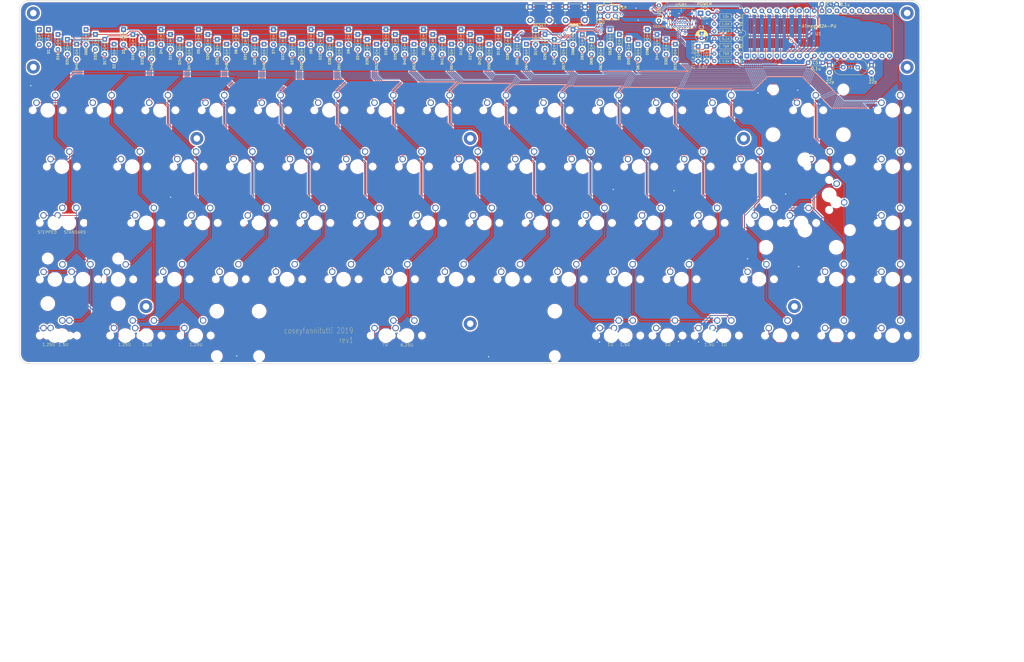
<source format=kicad_pcb>
(kicad_pcb (version 20171130) (host pcbnew "(5.1.4)-1")
  (layers (0 F.Cu signal) (31 B.Cu signal) (34 B.Paste user) (35 F.Paste user) (36 B.SilkS user) (37 F.SilkS user) (38 B.Mask user) (39 F.Mask user) (44 Edge.Cuts user))
  (net 0 "")
  (net 1 GND)
  (net 2 VCC)
  (net 3 row0)
  (net 4 "Net-(D1-Pad2)")
  (net 5 "Net-(D2-Pad2)")
  (net 6 "Net-(D3-Pad2)")
  (net 7 "Net-(D4-Pad2)")
  (net 8 "Net-(D5-Pad2)")
  (net 9 "Net-(D6-Pad2)")
  (net 10 "Net-(D7-Pad2)")
  (net 11 "Net-(D8-Pad2)")
  (net 12 "Net-(D9-Pad2)")
  (net 13 "Net-(D10-Pad2)")
  (net 14 "Net-(D11-Pad2)")
  (net 15 "Net-(D12-Pad2)")
  (net 16 "Net-(D13-Pad2)")
  (net 17 "Net-(D14-Pad2)")
  (net 18 "Net-(D15-Pad2)")
  (net 19 row1)
  (net 20 "Net-(D16-Pad2)")
  (net 21 "Net-(D17-Pad2)")
  (net 22 "Net-(D18-Pad2)")
  (net 23 "Net-(D19-Pad2)")
  (net 24 "Net-(D20-Pad2)")
  (net 25 "Net-(D21-Pad2)")
  (net 26 "Net-(D22-Pad2)")
  (net 27 "Net-(D23-Pad2)")
  (net 28 "Net-(D24-Pad2)")
  (net 29 "Net-(D25-Pad2)")
  (net 30 "Net-(D26-Pad2)")
  (net 31 "Net-(D27-Pad2)")
  (net 32 "Net-(D28-Pad2)")
  (net 33 "Net-(D29-Pad2)")
  (net 34 "Net-(D30-Pad2)")
  (net 35 "Net-(D31-Pad2)")
  (net 36 row2)
  (net 37 "Net-(D32-Pad2)")
  (net 38 "Net-(D33-Pad2)")
  (net 39 "Net-(D34-Pad2)")
  (net 40 "Net-(D35-Pad2)")
  (net 41 "Net-(D36-Pad2)")
  (net 42 "Net-(D37-Pad2)")
  (net 43 "Net-(D38-Pad2)")
  (net 44 "Net-(D39-Pad2)")
  (net 45 "Net-(D40-Pad2)")
  (net 46 "Net-(D41-Pad2)")
  (net 47 "Net-(D42-Pad2)")
  (net 48 "Net-(D43-Pad2)")
  (net 49 "Net-(D44-Pad2)")
  (net 50 row3)
  (net 51 "Net-(D45-Pad2)")
  (net 52 "Net-(D46-Pad2)")
  (net 53 "Net-(D47-Pad2)")
  (net 54 "Net-(D48-Pad2)")
  (net 55 "Net-(D49-Pad2)")
  (net 56 "Net-(D50-Pad2)")
  (net 57 "Net-(D51-Pad2)")
  (net 58 "Net-(D52-Pad2)")
  (net 59 "Net-(D53-Pad2)")
  (net 60 "Net-(D54-Pad2)")
  (net 61 "Net-(D55-Pad2)")
  (net 62 "Net-(D56-Pad2)")
  (net 63 "Net-(D57-Pad2)")
  (net 64 "Net-(D58-Pad2)")
  (net 65 "Net-(D59-Pad2)")
  (net 66 row4)
  (net 67 "Net-(D60-Pad2)")
  (net 68 "Net-(D61-Pad2)")
  (net 69 "Net-(D62-Pad2)")
  (net 70 "Net-(D63-Pad2)")
  (net 71 "Net-(D64-Pad2)")
  (net 72 "Net-(D65-Pad2)")
  (net 73 "Net-(D66-Pad2)")
  (net 74 "Net-(D67-Pad2)")
  (net 75 col0)
  (net 76 col1)
  (net 77 col2)
  (net 78 col3)
  (net 79 col4)
  (net 80 col5)
  (net 81 col6)
  (net 82 col7)
  (net 83 col8)
  (net 84 col9)
  (net 85 col10)
  (net 86 col11)
  (net 87 col12)
  (net 88 col13)
  (net 89 col14)
  (net 90 "Net-(R1-Pad2)")
  (net 91 "Net-(D68-Pad2)")
  (net 92 "Net-(R2-Pad1)")
  (net 93 "Net-(USB1-PadB8)")
  (net 94 "Net-(USB1-PadA8)")
  (net 95 reset)
  (net 96 +5V)
  (net 97 "Net-(U1-Pad29)")
  (net 98 "Net-(U1-Pad32)")
  (net 99 "Net-(U1-Pad33)")
  (net 100 "Net-(U1-Pad14)")
  (net 101 "Net-(U1-Pad34)")
  (net 102 "Net-(U1-Pad35)")
  (net 103 D+)
  (net 104 D-)
  (net 105 "Net-(C1-Pad1)")
  (net 106 "Net-(C2-Pad1)")
  (net 107 "Net-(D69-Pad1)")
  (net 108 "Net-(D70-Pad1)")
  (net 109 MOSI)
  (net 110 SCK)
  (net 111 MISO)
  (net 112 "Net-(LED1-Pad1)")
  (net 113 boot)
  (net 114 "Net-(U1-Pad15)")
  (net 115 "Net-(D45A2-Pad2)")
  (module cftkb:SW_Cherry_MX1A_1.00u_PCB-NOSCREEN (layer F.Cu) (at 89.7 146.9)
    (fp_text reference SW45A2)
    (fp_text value KEYSW)
    (pad 1 thru_hole circle (at 0 0) (size 2.2 2.2) (drill 1.5) (layers *.Cu *.Mask) (net 76 col1))
    (pad 2 thru_hole circle (at -6.35 2.54) (size 2.2 2.2) (drill 1.5) (layers *.Cu *.Mask) (net 115 "Net-(D45A2-Pad2)"))
    (pad "" np_thru_hole circle (at -2.54 5.08) (size 4 4) (drill 4) (layers *.Cu *.Mask))
    (pad "" np_thru_hole circle (at -7.62 5.08) (size 1.7 1.7) (drill 1.7) (layers *.Cu *.Mask))
    (pad "" np_thru_hole circle (at 2.54 5.08) (size 1.7 1.7) (drill 1.7) (layers *.Cu *.Mask))
  )
  (module cftkb:SW_Cherry_MX1A_1.25u_PCBNOSCREEN (layer F.Cu) (at 68.3 146.9)
    (fp_text reference SW45A1)
    (fp_text value KEYSW)
    (pad 1 thru_hole circle (at 0 0) (size 2.2 2.2) (drill 1.5) (layers *.Cu *.Mask) (net 75 col0))
    (pad 2 thru_hole circle (at -6.35 2.54) (size 2.2 2.2) (drill 1.5) (layers *.Cu *.Mask) (net 51 "Net-(D45-Pad2)"))
    (pad "" np_thru_hole circle (at -2.54 5.08) (size 4 4) (drill 4) (layers *.Cu *.Mask))
    (pad "" np_thru_hole circle (at -7.62 5.08) (size 1.7 1.7) (drill 1.7) (layers *.Cu *.Mask))
    (pad "" np_thru_hole circle (at 2.54 5.08) (size 1.7 1.7) (drill 1.7) (layers *.Cu *.Mask))
  )
  (module cftkb:D_DO-35_SOD27_P5.08mm_Horizontal (layer F.Cu) (at 60.5 66.2 270)
    (fp_text reference D45A2)
    (fp_text value " ")
    (pad 2 thru_hole oval (at 6.35 0 270) (size 1.6 1.6) (drill 0.8) (layers *.Cu *.Mask) (net 115 "Net-(D45A2-Pad2)"))
    (pad 1 thru_hole rect (at 1.27 0 270) (size 1.6 1.6) (drill 0.8) (layers *.Cu *.Mask) (net 50 row3))
  )
  (module cftkb:SW_Cherry_MX1A_2.00u_PCBNOSCREEN (layer F.Cu) (at 332.68 125.94 270)
    (fp_text reference SW43A1)
    (fp_text value KEYSW)
    (pad 1 thru_hole circle (at 0 0 270) (size 2.2 2.2) (drill 1.5) (layers *.Cu *.Mask) (net 88 col13))
    (pad 2 thru_hole circle (at -6.35 2.54 270) (size 2.2 2.2) (drill 1.5) (layers *.Cu *.Mask) (net 48 "Net-(D43-Pad2)"))
    (pad "" np_thru_hole circle (at -2.54 5.08 270) (size 4 4) (drill 4) (layers *.Cu *.Mask))
    (pad "" np_thru_hole circle (at -7.62 5.08 270) (size 1.7 1.7) (drill 1.7) (layers *.Cu *.Mask))
    (pad "" np_thru_hole circle (at 2.54 5.08 270) (size 1.7 1.7) (drill 1.7) (layers *.Cu *.Mask))
    (pad "" np_thru_hole circle (at 9.36 13.32 270) (size 4 4) (drill 4) (layers *.Cu *.Mask))
    (pad "" np_thru_hole circle (at -14.44 13.32 270) (size 4 4) (drill 4) (layers *.Cu *.Mask))
    (pad "" np_thru_hole circle (at -14.44 -1.92 270) (size 3.05 3.05) (drill 3.05) (layers *.Cu *.Mask))
    (pad "" np_thru_hole circle (at 9.36 -1.92 270) (size 3.05 3.05) (drill 3.05) (layers *.Cu *.Mask))
  )
  (module cftkb:SW_Cherry_MX1A_1.00u_PCB-NOSCREEN (layer F.Cu) (at 308.74 127.82)
    (fp_text reference SW29A1)
    (fp_text value KEYSW)
    (pad 1 thru_hole circle (at 0 0) (size 2.2 2.2) (drill 1.5) (layers *.Cu *.Mask) (net 88 col13))
    (pad 2 thru_hole circle (at -6.35 2.54) (size 2.2 2.2) (drill 1.5) (layers *.Cu *.Mask) (net 33 "Net-(D29-Pad2)"))
    (pad "" np_thru_hole circle (at -2.54 5.08) (size 4 4) (drill 4) (layers *.Cu *.Mask))
    (pad "" np_thru_hole circle (at -7.62 5.08) (size 1.7 1.7) (drill 1.7) (layers *.Cu *.Mask))
    (pad "" np_thru_hole circle (at 2.54 5.08) (size 1.7 1.7) (drill 1.7) (layers *.Cu *.Mask))
  )
  (module cftkb:DIP-40_W15.24mm (layer F.Cu) (at 299.75343 76.389182 90)
    (fp_text reference U1 (at 7.52414 24.164738) (layer F.SilkS))
    (fp_text value ATmega32A-PU (at 10.06135 24.462204) (layer F.SilkS))
    (pad 1 thru_hole rect (at 0 0 90) (size 1.6 1.6) (drill 0.8) (layers *.Cu *.Mask) (net 66 row4))
    (pad 21 thru_hole oval (at 15.24 48.26 90) (size 1.6 1.6) (drill 0.8) (layers *.Cu *.Mask) (net 89 col14))
    (pad 2 thru_hole oval (at 0 2.54 90) (size 1.6 1.6) (drill 0.8) (layers *.Cu *.Mask) (net 36 row2))
    (pad 22 thru_hole oval (at 15.24 45.72 90) (size 1.6 1.6) (drill 0.8) (layers *.Cu *.Mask) (net 88 col13))
    (pad 3 thru_hole oval (at 0 5.08 90) (size 1.6 1.6) (drill 0.8) (layers *.Cu *.Mask) (net 3 row0))
    (pad 23 thru_hole oval (at 15.24 43.18 90) (size 1.6 1.6) (drill 0.8) (layers *.Cu *.Mask) (net 87 col12))
    (pad 4 thru_hole oval (at 0 7.62 90) (size 1.6 1.6) (drill 0.8) (layers *.Cu *.Mask) (net 76 col1))
    (pad 24 thru_hole oval (at 15.24 40.64 90) (size 1.6 1.6) (drill 0.8) (layers *.Cu *.Mask) (net 86 col11))
    (pad 5 thru_hole oval (at 0 10.16 90) (size 1.6 1.6) (drill 0.8) (layers *.Cu *.Mask) (net 78 col3))
    (pad 25 thru_hole oval (at 15.24 38.1 90) (size 1.6 1.6) (drill 0.8) (layers *.Cu *.Mask) (net 85 col10))
    (pad 6 thru_hole oval (at 0 12.7 90) (size 1.6 1.6) (drill 0.8) (layers *.Cu *.Mask) (net 109 MOSI))
    (pad 26 thru_hole oval (at 15.24 35.56 90) (size 1.6 1.6) (drill 0.8) (layers *.Cu *.Mask) (net 84 col9))
    (pad 7 thru_hole oval (at 0 15.24 90) (size 1.6 1.6) (drill 0.8) (layers *.Cu *.Mask) (net 111 MISO))
    (pad 27 thru_hole oval (at 15.24 33.02 90) (size 1.6 1.6) (drill 0.8) (layers *.Cu *.Mask) (net 83 col8))
    (pad 8 thru_hole oval (at 0 17.78 90) (size 1.6 1.6) (drill 0.8) (layers *.Cu *.Mask) (net 110 SCK))
    (pad 28 thru_hole oval (at 15.24 30.48 90) (size 1.6 1.6) (drill 0.8) (layers *.Cu *.Mask) (net 82 col7))
    (pad 9 thru_hole oval (at 0 20.32 90) (size 1.6 1.6) (drill 0.8) (layers *.Cu *.Mask) (net 95 reset))
    (pad 29 thru_hole oval (at 15.24 27.94 90) (size 1.6 1.6) (drill 0.8) (layers *.Cu *.Mask) (net 97 "Net-(U1-Pad29)"))
    (pad 10 thru_hole oval (at 0 22.86 90) (size 1.6 1.6) (drill 0.8) (layers *.Cu *.Mask) (net 96 +5V))
    (pad 30 thru_hole oval (at 15.24 25.4 90) (size 1.6 1.6) (drill 0.8) (layers *.Cu *.Mask) (net 96 +5V))
    (pad 11 thru_hole oval (at 0 25.4 90) (size 1.6 1.6) (drill 0.8) (layers *.Cu *.Mask) (net 1 GND))
    (pad 31 thru_hole oval (at 15.24 22.86 90) (size 1.6 1.6) (drill 0.8) (layers *.Cu *.Mask) (net 1 GND))
    (pad 12 thru_hole oval (at 0 27.94 90) (size 1.6 1.6) (drill 0.8) (layers *.Cu *.Mask) (net 106 "Net-(C2-Pad1)"))
    (pad 32 thru_hole oval (at 15.24 20.32 90) (size 1.6 1.6) (drill 0.8) (layers *.Cu *.Mask) (net 98 "Net-(U1-Pad32)"))
    (pad 13 thru_hole oval (at 0 30.48 90) (size 1.6 1.6) (drill 0.8) (layers *.Cu *.Mask) (net 105 "Net-(C1-Pad1)"))
    (pad 33 thru_hole oval (at 15.24 17.78 90) (size 1.6 1.6) (drill 0.8) (layers *.Cu *.Mask) (net 99 "Net-(U1-Pad33)"))
    (pad 14 thru_hole oval (at 0 33.02 90) (size 1.6 1.6) (drill 0.8) (layers *.Cu *.Mask) (net 100 "Net-(U1-Pad14)"))
    (pad 34 thru_hole oval (at 15.24 15.24 90) (size 1.6 1.6) (drill 0.8) (layers *.Cu *.Mask) (net 101 "Net-(U1-Pad34)"))
    (pad 15 thru_hole oval (at 0 35.56 90) (size 1.6 1.6) (drill 0.8) (layers *.Cu *.Mask) (net 114 "Net-(U1-Pad15)"))
    (pad 35 thru_hole oval (at 15.24 12.7 90) (size 1.6 1.6) (drill 0.8) (layers *.Cu *.Mask) (net 102 "Net-(U1-Pad35)"))
    (pad 16 thru_hole oval (at 0 38.1 90) (size 1.6 1.6) (drill 0.8) (layers *.Cu *.Mask) (net 103 D+))
    (pad 36 thru_hole oval (at 15.24 10.16 90) (size 1.6 1.6) (drill 0.8) (layers *.Cu *.Mask) (net 79 col4))
    (pad 17 thru_hole oval (at 0 40.64 90) (size 1.6 1.6) (drill 0.8) (layers *.Cu *.Mask) (net 104 D-))
    (pad 37 thru_hole oval (at 15.24 7.62 90) (size 1.6 1.6) (drill 0.8) (layers *.Cu *.Mask) (net 77 col2))
    (pad 18 thru_hole oval (at 0 43.18 90) (size 1.6 1.6) (drill 0.8) (layers *.Cu *.Mask) (net 113 boot))
    (pad 38 thru_hole oval (at 15.24 5.08 90) (size 1.6 1.6) (drill 0.8) (layers *.Cu *.Mask) (net 75 col0))
    (pad 19 thru_hole oval (at 0 45.72 90) (size 1.6 1.6) (drill 0.8) (layers *.Cu *.Mask) (net 80 col5))
    (pad 39 thru_hole oval (at 15.24 2.54 90) (size 1.6 1.6) (drill 0.8) (layers *.Cu *.Mask) (net 19 row1))
    (pad 20 thru_hole oval (at 0 48.26 90) (size 1.6 1.6) (drill 0.8) (layers *.Cu *.Mask) (net 81 col6))
    (pad 40 thru_hole oval (at 15.24 0 90) (size 1.6 1.6) (drill 0.8) (layers *.Cu *.Mask) (net 50 row3))
  )
  (module cftkb:SW_Cherry_MX1A_1.50u_PCBNOSCREEN (layer F.Cu) (at 289.740128 165.89375)
    (fp_text reference SW74)
    (fp_text value KEYSW)
    (pad "" np_thru_hole circle (at 2.54 5.08) (size 1.7 1.7) (drill 1.7) (layers *.Cu *.Mask))
    (pad "" np_thru_hole circle (at -7.62 5.08) (size 1.7 1.7) (drill 1.7) (layers *.Cu *.Mask))
    (pad "" np_thru_hole circle (at -2.54 5.08) (size 4 4) (drill 4) (layers *.Cu *.Mask))
    (pad 2 thru_hole circle (at -6.35 2.54) (size 2.2 2.2) (drill 1.5) (layers *.Cu *.Mask) (net 71 "Net-(D64-Pad2)"))
    (pad 1 thru_hole circle (at 0 0) (size 2.2 2.2) (drill 1.5) (layers *.Cu *.Mask) (net 85 col10))
  )
  (module cftkb:SW_Cherry_MX1A_1.50u_PCBNOSCREEN (layer F.Cu) (at 261.183936 165.89375)
    (fp_text reference SW73)
    (fp_text value KEYSW)
    (pad "" np_thru_hole circle (at 2.54 5.08) (size 1.7 1.7) (drill 1.7) (layers *.Cu *.Mask))
    (pad "" np_thru_hole circle (at -7.62 5.08) (size 1.7 1.7) (drill 1.7) (layers *.Cu *.Mask))
    (pad "" np_thru_hole circle (at -2.54 5.08) (size 4 4) (drill 4) (layers *.Cu *.Mask))
    (pad 2 thru_hole circle (at -6.35 2.54) (size 2.2 2.2) (drill 1.5) (layers *.Cu *.Mask) (net 70 "Net-(D63-Pad2)"))
    (pad 1 thru_hole circle (at 0 0) (size 2.2 2.2) (drill 1.5) (layers *.Cu *.Mask) (net 84 col9))
  )
  (module cftkb:SW_Cherry_MX1A_1.00u_PCB-NOSCREEN (layer F.Cu) (at 180.207573 165.90164)
    (fp_text reference SW72)
    (fp_text value KEYSW)
    (pad 1 thru_hole circle (at 0 0) (size 2.2 2.2) (drill 1.5) (layers *.Cu *.Mask) (net 81 col6))
    (pad 2 thru_hole circle (at -6.35 2.54) (size 2.2 2.2) (drill 1.5) (layers *.Cu *.Mask) (net 69 "Net-(D62-Pad2)"))
    (pad "" np_thru_hole circle (at -2.54 5.08) (size 4 4) (drill 4) (layers *.Cu *.Mask))
    (pad "" np_thru_hole circle (at -7.62 5.08) (size 1.7 1.7) (drill 1.7) (layers *.Cu *.Mask))
    (pad "" np_thru_hole circle (at 2.54 5.08) (size 1.7 1.7) (drill 1.7) (layers *.Cu *.Mask))
  )
  (module cftkb:SW_Cherry_MX1A_1.50u_PCBNOSCREEN (layer F.Cu) (at 99.243031 165.889819)
    (fp_text reference SW71)
    (fp_text value KEYSW)
    (pad "" np_thru_hole circle (at 2.54 5.08) (size 1.7 1.7) (drill 1.7) (layers *.Cu *.Mask))
    (pad "" np_thru_hole circle (at -7.62 5.08) (size 1.7 1.7) (drill 1.7) (layers *.Cu *.Mask))
    (pad "" np_thru_hole circle (at -2.54 5.08) (size 4 4) (drill 4) (layers *.Cu *.Mask))
    (pad 2 thru_hole circle (at -6.35 2.54) (size 2.2 2.2) (drill 1.5) (layers *.Cu *.Mask) (net 68 "Net-(D61-Pad2)"))
    (pad 1 thru_hole circle (at 0 0) (size 2.2 2.2) (drill 1.5) (layers *.Cu *.Mask) (net 77 col2))
  )
  (module cftkb:SW_Cherry_MX1A_1.50u_PCBNOSCREEN (layer F.Cu) (at 70.6437 165.88362)
    (fp_text reference SW70)
    (fp_text value KEYSW)
    (pad "" np_thru_hole circle (at 2.54 5.08) (size 1.7 1.7) (drill 1.7) (layers *.Cu *.Mask))
    (pad "" np_thru_hole circle (at -7.62 5.08) (size 1.7 1.7) (drill 1.7) (layers *.Cu *.Mask))
    (pad "" np_thru_hole circle (at -2.54 5.08) (size 4 4) (drill 4) (layers *.Cu *.Mask))
    (pad 2 thru_hole circle (at -6.35 2.54) (size 2.2 2.2) (drill 1.5) (layers *.Cu *.Mask) (net 65 "Net-(D59-Pad2)"))
    (pad 1 thru_hole circle (at 0 0) (size 2.2 2.2) (drill 1.5) (layers *.Cu *.Mask) (net 75 col0))
  )
  (module cftkb:SW_Cherry_MX1A_1.25u_PCBNOSCREEN (layer F.Cu) (at 68.2625 127.78362)
    (fp_text reference SW69)
    (fp_text value KEYSW)
    (pad 1 thru_hole circle (at 0 0) (size 2.2 2.2) (drill 1.5) (layers *.Cu *.Mask) (net 75 col0))
    (pad 2 thru_hole circle (at -6.35 2.54) (size 2.2 2.2) (drill 1.5) (layers *.Cu *.Mask) (net 35 "Net-(D31-Pad2)"))
    (pad "" np_thru_hole circle (at -2.54 5.08) (size 4 4) (drill 4) (layers *.Cu *.Mask))
    (pad "" np_thru_hole circle (at -7.62 5.08) (size 1.7 1.7) (drill 1.7) (layers *.Cu *.Mask))
    (pad "" np_thru_hole circle (at 2.54 5.08) (size 1.7 1.7) (drill 1.7) (layers *.Cu *.Mask))
  )
  (module cftkb:AVR_ICSP_3x2 (layer F.Cu) (at 252.75383 61.62087 180)
    (fp_text reference J1 hide)
    (fp_text value AVR-ISP-6 hide)
    (pad 1 thru_hole rect (at -2.54 1.27 180) (size 1.7 1.7) (drill 1.016) (layers *.Cu *.Mask) (net 111 MISO))
    (pad 2 thru_hole circle (at -2.54 -1.27 180) (size 1.7 1.7) (drill 1.016) (layers *.Cu *.Mask) (net 96 +5V))
    (pad 3 thru_hole circle (at 0 1.27 180) (size 1.7 1.7) (drill 1.016) (layers *.Cu *.Mask) (net 110 SCK))
    (pad 4 thru_hole circle (at 0 -1.27 180) (size 1.7 1.7) (drill 1.016) (layers *.Cu *.Mask) (net 109 MOSI))
    (pad 5 thru_hole circle (at 2.54 1.27 180) (size 1.7 1.7) (drill 1.016) (layers *.Cu *.Mask) (net 95 reset))
    (pad 6 thru_hole circle (at 2.54 -1.27 180) (size 1.7 1.7) (drill 1.016) (layers *.Cu *.Mask) (net 1 GND))
  )
  (module cftkb:SW_Cherry_MX1A_2.00u_PCBNOSCREEN (layer F.Cu) (at 323.05625 89.69375)
    (fp_text reference SW14)
    (fp_text value KEYSW)
    (pad 1 thru_hole circle (at 0 0) (size 2.2 2.2) (drill 1.5) (layers *.Cu *.Mask) (net 88 col13))
    (pad 2 thru_hole circle (at -6.35 2.54) (size 2.2 2.2) (drill 1.5) (layers *.Cu *.Mask) (net 17 "Net-(D14-Pad2)"))
    (pad "" np_thru_hole circle (at -2.54 5.08) (size 4 4) (drill 4) (layers *.Cu *.Mask))
    (pad "" np_thru_hole circle (at -7.62 5.08) (size 1.7 1.7) (drill 1.7) (layers *.Cu *.Mask))
    (pad "" np_thru_hole circle (at 2.54 5.08) (size 1.7 1.7) (drill 1.7) (layers *.Cu *.Mask))
    (pad "" np_thru_hole circle (at 9.36 13.32) (size 4 4) (drill 4) (layers *.Cu *.Mask))
    (pad "" np_thru_hole circle (at -14.44 13.32) (size 4 4) (drill 4) (layers *.Cu *.Mask))
    (pad "" np_thru_hole circle (at -14.44 -1.92) (size 3.05 3.05) (drill 3.05) (layers *.Cu *.Mask))
    (pad "" np_thru_hole circle (at 9.36 -1.92) (size 3.05 3.05) (drill 3.05) (layers *.Cu *.Mask))
  )
  (module cftkb:SW_Cherry_MX1A_2.25u_PCBNOSCREEN (layer F.Cu) (at 320.64 127.82)
    (fp_text reference SW43)
    (fp_text value KEYSW)
    (pad "" np_thru_hole circle (at 9.36 -1.92) (size 3.05 3.05) (drill 3.05) (layers *.Cu *.Mask))
    (pad "" np_thru_hole circle (at -14.44 -1.92) (size 3.05 3.05) (drill 3.05) (layers *.Cu *.Mask))
    (pad "" np_thru_hole circle (at -14.44 13.32) (size 4 4) (drill 4) (layers *.Cu *.Mask))
    (pad "" np_thru_hole circle (at 9.36 13.32) (size 4 4) (drill 4) (layers *.Cu *.Mask))
    (pad "" np_thru_hole circle (at 2.54 5.08) (size 1.7 1.7) (drill 1.7) (layers *.Cu *.Mask))
    (pad "" np_thru_hole circle (at -7.62 5.08) (size 1.7 1.7) (drill 1.7) (layers *.Cu *.Mask))
    (pad "" np_thru_hole circle (at -2.54 5.08) (size 4 4) (drill 4) (layers *.Cu *.Mask))
    (pad 2 thru_hole circle (at -6.35 2.54) (size 2.2 2.2) (drill 1.5) (layers *.Cu *.Mask) (net 48 "Net-(D43-Pad2)"))
    (pad 1 thru_hole circle (at 0 0) (size 2.2 2.2) (drill 1.5) (layers *.Cu *.Mask) (net 88 col13))
  )
  (module cftkb:SW_Cherry_MX1A_2.25u_PCBNOSCREEN (layer F.Cu) (at 77.78745 146.84375)
    (fp_text reference SW45)
    (fp_text value KEYSW)
    (pad "" np_thru_hole circle (at 9.36 -1.92) (size 3.05 3.05) (drill 3.05) (layers *.Cu *.Mask))
    (pad "" np_thru_hole circle (at -14.44 -1.92) (size 3.05 3.05) (drill 3.05) (layers *.Cu *.Mask))
    (pad "" np_thru_hole circle (at -14.44 13.32) (size 4 4) (drill 4) (layers *.Cu *.Mask))
    (pad "" np_thru_hole circle (at 9.36 13.32) (size 4 4) (drill 4) (layers *.Cu *.Mask))
    (pad "" np_thru_hole circle (at 2.54 5.08) (size 1.7 1.7) (drill 1.7) (layers *.Cu *.Mask))
    (pad "" np_thru_hole circle (at -7.62 5.08) (size 1.7 1.7) (drill 1.7) (layers *.Cu *.Mask))
    (pad "" np_thru_hole circle (at -2.54 5.08) (size 4 4) (drill 4) (layers *.Cu *.Mask))
    (pad 2 thru_hole circle (at -6.35 2.54) (size 2.2 2.2) (drill 1.5) (layers *.Cu *.Mask) (net 51 "Net-(D45-Pad2)"))
    (pad 1 thru_hole circle (at 0 0) (size 2.2 2.2) (drill 1.5) (layers *.Cu *.Mask) (net 75 col0))
  )
  (module cftkb:SW_Cherry_MX1A_1.25u_PCBNOSCREEN (layer F.Cu) (at 68.26245 165.88362)
    (fp_text reference SW59)
    (fp_text value KEYSW)
    (pad 1 thru_hole circle (at 0 0) (size 2.2 2.2) (drill 1.5) (layers *.Cu *.Mask) (net 75 col0))
    (pad 2 thru_hole circle (at -6.35 2.54) (size 2.2 2.2) (drill 1.5) (layers *.Cu *.Mask) (net 65 "Net-(D59-Pad2)"))
    (pad "" np_thru_hole circle (at -2.54 5.08) (size 4 4) (drill 4) (layers *.Cu *.Mask))
    (pad "" np_thru_hole circle (at -7.62 5.08) (size 1.7 1.7) (drill 1.7) (layers *.Cu *.Mask))
    (pad "" np_thru_hole circle (at 2.54 5.08) (size 1.7 1.7) (drill 1.7) (layers *.Cu *.Mask))
  )
  (module cftkb:SW_Cherry_MX1A_1.25u_PCBNOSCREEN (layer F.Cu) (at 92.07505 165.89375)
    (fp_text reference SW60)
    (fp_text value KEYSW)
    (pad 1 thru_hole circle (at 0 0) (size 2.2 2.2) (drill 1.5) (layers *.Cu *.Mask) (net 76 col1))
    (pad 2 thru_hole circle (at -6.35 2.54) (size 2.2 2.2) (drill 1.5) (layers *.Cu *.Mask) (net 67 "Net-(D60-Pad2)"))
    (pad "" np_thru_hole circle (at -2.54 5.08) (size 4 4) (drill 4) (layers *.Cu *.Mask))
    (pad "" np_thru_hole circle (at -7.62 5.08) (size 1.7 1.7) (drill 1.7) (layers *.Cu *.Mask))
    (pad "" np_thru_hole circle (at 2.54 5.08) (size 1.7 1.7) (drill 1.7) (layers *.Cu *.Mask))
  )
  (module cftkb:SW_Cherry_MX1A_1.25u_PCBNOSCREEN (layer F.Cu) (at 115.88745 165.88362)
    (fp_text reference SW61)
    (fp_text value KEYSW)
    (pad 1 thru_hole circle (at 0 0) (size 2.2 2.2) (drill 1.5) (layers *.Cu *.Mask) (net 77 col2))
    (pad 2 thru_hole circle (at -6.35 2.54) (size 2.2 2.2) (drill 1.5) (layers *.Cu *.Mask) (net 68 "Net-(D61-Pad2)"))
    (pad "" np_thru_hole circle (at -2.54 5.08) (size 4 4) (drill 4) (layers *.Cu *.Mask))
    (pad "" np_thru_hole circle (at -7.62 5.08) (size 1.7 1.7) (drill 1.7) (layers *.Cu *.Mask))
    (pad "" np_thru_hole circle (at 2.54 5.08) (size 1.7 1.7) (drill 1.7) (layers *.Cu *.Mask))
  )
  (module cftkb:SW_Cherry_MX1A_1.75u_PCBNOSCREEN (layer F.Cu) (at 73.02505 127.78362)
    (fp_text reference SW31)
    (fp_text value KEYSW)
    (pad 1 thru_hole circle (at 0 0) (size 2.2 2.2) (drill 1.5) (layers *.Cu *.Mask) (net 75 col0))
    (pad 2 thru_hole circle (at -6.35 2.54) (size 2.2 2.2) (drill 1.5) (layers *.Cu *.Mask) (net 35 "Net-(D31-Pad2)"))
    (pad "" np_thru_hole circle (at -2.54 5.08) (size 4 4) (drill 4) (layers *.Cu *.Mask))
    (pad "" np_thru_hole circle (at -7.62 5.08) (size 1.7 1.7) (drill 1.7) (layers *.Cu *.Mask))
    (pad "" np_thru_hole circle (at 2.54 5.08) (size 1.7 1.7) (drill 1.7) (layers *.Cu *.Mask))
  )
  (module cftkb:SW_Cherry_MX1A_1.75u_PCBNOSCREEN (layer F.Cu) (at 306.38725 146.84375)
    (fp_text reference SW56)
    (fp_text value KEYSW)
    (pad 1 thru_hole circle (at 0 0) (size 2.2 2.2) (drill 1.5) (layers *.Cu *.Mask) (net 87 col12))
    (pad 2 thru_hole circle (at -6.35 2.54) (size 2.2 2.2) (drill 1.5) (layers *.Cu *.Mask) (net 62 "Net-(D56-Pad2)"))
    (pad "" np_thru_hole circle (at -2.54 5.08) (size 4 4) (drill 4) (layers *.Cu *.Mask))
    (pad "" np_thru_hole circle (at -7.62 5.08) (size 1.7 1.7) (drill 1.7) (layers *.Cu *.Mask))
    (pad "" np_thru_hole circle (at 2.54 5.08) (size 1.7 1.7) (drill 1.7) (layers *.Cu *.Mask))
  )
  (module cftkb:SW_Cherry_MX1A_1.50u_PCBNOSCREEN (layer F.Cu) (at 70.64375 108.74375)
    (fp_text reference SW16)
    (fp_text value KEYSW)
    (pad "" np_thru_hole circle (at 2.54 5.08) (size 1.7 1.7) (drill 1.7) (layers *.Cu *.Mask))
    (pad "" np_thru_hole circle (at -7.62 5.08) (size 1.7 1.7) (drill 1.7) (layers *.Cu *.Mask))
    (pad "" np_thru_hole circle (at -2.54 5.08) (size 4 4) (drill 4) (layers *.Cu *.Mask))
    (pad 2 thru_hole circle (at -6.35 2.54) (size 2.2 2.2) (drill 1.5) (layers *.Cu *.Mask) (net 20 "Net-(D16-Pad2)"))
    (pad 1 thru_hole circle (at 0 0) (size 2.2 2.2) (drill 1.5) (layers *.Cu *.Mask) (net 75 col0))
  )
  (module cftkb:SW_Cherry_MX1A_1.50u_PCBNOSCREEN (layer F.Cu) (at 327.81825 108.74375)
    (fp_text reference SW29)
    (fp_text value KEYSW)
    (pad "" np_thru_hole circle (at 2.54 5.08) (size 1.7 1.7) (drill 1.7) (layers *.Cu *.Mask))
    (pad "" np_thru_hole circle (at -7.62 5.08) (size 1.7 1.7) (drill 1.7) (layers *.Cu *.Mask))
    (pad "" np_thru_hole circle (at -2.54 5.08) (size 4 4) (drill 4) (layers *.Cu *.Mask))
    (pad 2 thru_hole circle (at -6.35 2.54) (size 2.2 2.2) (drill 1.5) (layers *.Cu *.Mask) (net 33 "Net-(D29-Pad2)"))
    (pad 1 thru_hole circle (at 0 0) (size 2.2 2.2) (drill 1.5) (layers *.Cu *.Mask) (net 88 col13))
  )
  (module cftkb:SW_Cherry_MX1A_1.00u_PCB-NOSCREEN (layer F.Cu) (at 275.466206 165.89375)
    (fp_text reference SW64)
    (fp_text value KEYSW)
    (pad 1 thru_hole circle (at 0 0) (size 2.2 2.2) (drill 1.5) (layers *.Cu *.Mask) (net 85 col10))
    (pad 2 thru_hole circle (at -6.35 2.54) (size 2.2 2.2) (drill 1.5) (layers *.Cu *.Mask) (net 71 "Net-(D64-Pad2)"))
    (pad "" np_thru_hole circle (at -2.54 5.08) (size 4 4) (drill 4) (layers *.Cu *.Mask))
    (pad "" np_thru_hole circle (at -7.62 5.08) (size 1.7 1.7) (drill 1.7) (layers *.Cu *.Mask))
    (pad "" np_thru_hole circle (at 2.54 5.08) (size 1.7 1.7) (drill 1.7) (layers *.Cu *.Mask))
  )
  (module cftkb:SW_Cherry_MX1A_1.00u_PCB-NOSCREEN (layer F.Cu) (at 256.410884 165.88362)
    (fp_text reference SW63)
    (fp_text value KEYSW)
    (pad 1 thru_hole circle (at 0 0) (size 2.2 2.2) (drill 1.5) (layers *.Cu *.Mask) (net 84 col9))
    (pad 2 thru_hole circle (at -6.35 2.54) (size 2.2 2.2) (drill 1.5) (layers *.Cu *.Mask) (net 70 "Net-(D63-Pad2)"))
    (pad "" np_thru_hole circle (at -2.54 5.08) (size 4 4) (drill 4) (layers *.Cu *.Mask))
    (pad "" np_thru_hole circle (at -7.62 5.08) (size 1.7 1.7) (drill 1.7) (layers *.Cu *.Mask))
    (pad "" np_thru_hole circle (at 2.54 5.08) (size 1.7 1.7) (drill 1.7) (layers *.Cu *.Mask))
  )
  (module cftkb:SW_Cherry_MX1A_1.00u_PCB-NOSCREEN (layer F.Cu) (at 294.48125 89.69375)
    (fp_text reference SW13)
    (fp_text value KEYSW)
    (pad 1 thru_hole circle (at 0 0) (size 2.2 2.2) (drill 1.5) (layers *.Cu *.Mask) (net 87 col12))
    (pad 2 thru_hole circle (at -6.35 2.54) (size 2.2 2.2) (drill 1.5) (layers *.Cu *.Mask) (net 16 "Net-(D13-Pad2)"))
    (pad "" np_thru_hole circle (at -2.54 5.08) (size 4 4) (drill 4) (layers *.Cu *.Mask))
    (pad "" np_thru_hole circle (at -7.62 5.08) (size 1.7 1.7) (drill 1.7) (layers *.Cu *.Mask))
    (pad "" np_thru_hole circle (at 2.54 5.08) (size 1.7 1.7) (drill 1.7) (layers *.Cu *.Mask))
  )
  (module cftkb:SW_Cherry_MX1A_1.00u_PCB-NOSCREEN (layer F.Cu) (at 132.55625 108.74375)
    (fp_text reference SW19)
    (fp_text value KEYSW)
    (pad 1 thru_hole circle (at 0 0) (size 2.2 2.2) (drill 1.5) (layers *.Cu *.Mask) (net 78 col3))
    (pad 2 thru_hole circle (at -6.35 2.54) (size 2.2 2.2) (drill 1.5) (layers *.Cu *.Mask) (net 23 "Net-(D19-Pad2)"))
    (pad "" np_thru_hole circle (at -2.54 5.08) (size 4 4) (drill 4) (layers *.Cu *.Mask))
    (pad "" np_thru_hole circle (at -7.62 5.08) (size 1.7 1.7) (drill 1.7) (layers *.Cu *.Mask))
    (pad "" np_thru_hole circle (at 2.54 5.08) (size 1.7 1.7) (drill 1.7) (layers *.Cu *.Mask))
  )
  (module cftkb:SW_Cherry_MX1A_1.00u_PCB-NOSCREEN (layer F.Cu) (at 65.88125 89.69375)
    (fp_text reference SW1)
    (fp_text value KEYSW)
    (pad 1 thru_hole circle (at 0 0) (size 2.2 2.2) (drill 1.5) (layers *.Cu *.Mask) (net 75 col0))
    (pad 2 thru_hole circle (at -6.35 2.54) (size 2.2 2.2) (drill 1.5) (layers *.Cu *.Mask) (net 4 "Net-(D1-Pad2)"))
    (pad "" np_thru_hole circle (at -2.54 5.08) (size 4 4) (drill 4) (layers *.Cu *.Mask))
    (pad "" np_thru_hole circle (at -7.62 5.08) (size 1.7 1.7) (drill 1.7) (layers *.Cu *.Mask))
    (pad "" np_thru_hole circle (at 2.54 5.08) (size 1.7 1.7) (drill 1.7) (layers *.Cu *.Mask))
  )
  (module cftkb:SW_Cherry_MX1A_1.00u_PCB-NOSCREEN (layer F.Cu) (at 84.93125 89.69375)
    (fp_text reference SW2)
    (fp_text value KEYSW)
    (pad 1 thru_hole circle (at 0 0) (size 2.2 2.2) (drill 1.5) (layers *.Cu *.Mask) (net 76 col1))
    (pad 2 thru_hole circle (at -6.35 2.54) (size 2.2 2.2) (drill 1.5) (layers *.Cu *.Mask) (net 5 "Net-(D2-Pad2)"))
    (pad "" np_thru_hole circle (at -2.54 5.08) (size 4 4) (drill 4) (layers *.Cu *.Mask))
    (pad "" np_thru_hole circle (at -7.62 5.08) (size 1.7 1.7) (drill 1.7) (layers *.Cu *.Mask))
    (pad "" np_thru_hole circle (at 2.54 5.08) (size 1.7 1.7) (drill 1.7) (layers *.Cu *.Mask))
  )
  (module cftkb:SW_Cherry_MX1A_1.00u_PCB-NOSCREEN (layer F.Cu) (at 103.98125 89.69375)
    (fp_text reference SW3)
    (fp_text value KEYSW)
    (pad 1 thru_hole circle (at 0 0) (size 2.2 2.2) (drill 1.5) (layers *.Cu *.Mask) (net 77 col2))
    (pad 2 thru_hole circle (at -6.35 2.54) (size 2.2 2.2) (drill 1.5) (layers *.Cu *.Mask) (net 6 "Net-(D3-Pad2)"))
    (pad "" np_thru_hole circle (at -2.54 5.08) (size 4 4) (drill 4) (layers *.Cu *.Mask))
    (pad "" np_thru_hole circle (at -7.62 5.08) (size 1.7 1.7) (drill 1.7) (layers *.Cu *.Mask))
    (pad "" np_thru_hole circle (at 2.54 5.08) (size 1.7 1.7) (drill 1.7) (layers *.Cu *.Mask))
  )
  (module cftkb:SW_Cherry_MX1A_1.00u_PCB-NOSCREEN (layer F.Cu) (at 123.03125 89.69375)
    (fp_text reference SW4)
    (fp_text value KEYSW)
    (pad 1 thru_hole circle (at 0 0) (size 2.2 2.2) (drill 1.5) (layers *.Cu *.Mask) (net 78 col3))
    (pad 2 thru_hole circle (at -6.35 2.54) (size 2.2 2.2) (drill 1.5) (layers *.Cu *.Mask) (net 7 "Net-(D4-Pad2)"))
    (pad "" np_thru_hole circle (at -2.54 5.08) (size 4 4) (drill 4) (layers *.Cu *.Mask))
    (pad "" np_thru_hole circle (at -7.62 5.08) (size 1.7 1.7) (drill 1.7) (layers *.Cu *.Mask))
    (pad "" np_thru_hole circle (at 2.54 5.08) (size 1.7 1.7) (drill 1.7) (layers *.Cu *.Mask))
  )
  (module cftkb:SW_Cherry_MX1A_1.00u_PCB-NOSCREEN (layer F.Cu) (at 142.08125 89.69375)
    (fp_text reference SW5)
    (fp_text value KEYSW)
    (pad 1 thru_hole circle (at 0 0) (size 2.2 2.2) (drill 1.5) (layers *.Cu *.Mask) (net 79 col4))
    (pad 2 thru_hole circle (at -6.35 2.54) (size 2.2 2.2) (drill 1.5) (layers *.Cu *.Mask) (net 8 "Net-(D5-Pad2)"))
    (pad "" np_thru_hole circle (at -2.54 5.08) (size 4 4) (drill 4) (layers *.Cu *.Mask))
    (pad "" np_thru_hole circle (at -7.62 5.08) (size 1.7 1.7) (drill 1.7) (layers *.Cu *.Mask))
    (pad "" np_thru_hole circle (at 2.54 5.08) (size 1.7 1.7) (drill 1.7) (layers *.Cu *.Mask))
  )
  (module cftkb:SW_Cherry_MX1A_1.00u_PCB-NOSCREEN (layer F.Cu) (at 161.13125 89.69375)
    (fp_text reference SW6)
    (fp_text value KEYSW)
    (pad 1 thru_hole circle (at 0 0) (size 2.2 2.2) (drill 1.5) (layers *.Cu *.Mask) (net 80 col5))
    (pad 2 thru_hole circle (at -6.35 2.54) (size 2.2 2.2) (drill 1.5) (layers *.Cu *.Mask) (net 9 "Net-(D6-Pad2)"))
    (pad "" np_thru_hole circle (at -2.54 5.08) (size 4 4) (drill 4) (layers *.Cu *.Mask))
    (pad "" np_thru_hole circle (at -7.62 5.08) (size 1.7 1.7) (drill 1.7) (layers *.Cu *.Mask))
    (pad "" np_thru_hole circle (at 2.54 5.08) (size 1.7 1.7) (drill 1.7) (layers *.Cu *.Mask))
  )
  (module cftkb:SW_Cherry_MX1A_1.00u_PCB-NOSCREEN (layer F.Cu) (at 180.18125 89.69375)
    (fp_text reference SW7)
    (fp_text value KEYSW)
    (pad 1 thru_hole circle (at 0 0) (size 2.2 2.2) (drill 1.5) (layers *.Cu *.Mask) (net 81 col6))
    (pad 2 thru_hole circle (at -6.35 2.54) (size 2.2 2.2) (drill 1.5) (layers *.Cu *.Mask) (net 10 "Net-(D7-Pad2)"))
    (pad "" np_thru_hole circle (at -2.54 5.08) (size 4 4) (drill 4) (layers *.Cu *.Mask))
    (pad "" np_thru_hole circle (at -7.62 5.08) (size 1.7 1.7) (drill 1.7) (layers *.Cu *.Mask))
    (pad "" np_thru_hole circle (at 2.54 5.08) (size 1.7 1.7) (drill 1.7) (layers *.Cu *.Mask))
  )
  (module cftkb:SW_Cherry_MX1A_1.00u_PCB-NOSCREEN (layer F.Cu) (at 199.23125 89.69375)
    (fp_text reference SW8)
    (fp_text value KEYSW)
    (pad 1 thru_hole circle (at 0 0) (size 2.2 2.2) (drill 1.5) (layers *.Cu *.Mask) (net 82 col7))
    (pad 2 thru_hole circle (at -6.35 2.54) (size 2.2 2.2) (drill 1.5) (layers *.Cu *.Mask) (net 11 "Net-(D8-Pad2)"))
    (pad "" np_thru_hole circle (at -2.54 5.08) (size 4 4) (drill 4) (layers *.Cu *.Mask))
    (pad "" np_thru_hole circle (at -7.62 5.08) (size 1.7 1.7) (drill 1.7) (layers *.Cu *.Mask))
    (pad "" np_thru_hole circle (at 2.54 5.08) (size 1.7 1.7) (drill 1.7) (layers *.Cu *.Mask))
  )
  (module cftkb:SW_Cherry_MX1A_1.00u_PCB-NOSCREEN (layer F.Cu) (at 218.28125 89.69375)
    (fp_text reference SW9)
    (fp_text value KEYSW)
    (pad 1 thru_hole circle (at 0 0) (size 2.2 2.2) (drill 1.5) (layers *.Cu *.Mask) (net 83 col8))
    (pad 2 thru_hole circle (at -6.35 2.54) (size 2.2 2.2) (drill 1.5) (layers *.Cu *.Mask) (net 12 "Net-(D9-Pad2)"))
    (pad "" np_thru_hole circle (at -2.54 5.08) (size 4 4) (drill 4) (layers *.Cu *.Mask))
    (pad "" np_thru_hole circle (at -7.62 5.08) (size 1.7 1.7) (drill 1.7) (layers *.Cu *.Mask))
    (pad "" np_thru_hole circle (at 2.54 5.08) (size 1.7 1.7) (drill 1.7) (layers *.Cu *.Mask))
  )
  (module cftkb:SW_Cherry_MX1A_1.00u_PCB-NOSCREEN (layer F.Cu) (at 237.33125 89.69375)
    (fp_text reference SW10)
    (fp_text value KEYSW)
    (pad 1 thru_hole circle (at 0 0) (size 2.2 2.2) (drill 1.5) (layers *.Cu *.Mask) (net 84 col9))
    (pad 2 thru_hole circle (at -6.35 2.54) (size 2.2 2.2) (drill 1.5) (layers *.Cu *.Mask) (net 13 "Net-(D10-Pad2)"))
    (pad "" np_thru_hole circle (at -2.54 5.08) (size 4 4) (drill 4) (layers *.Cu *.Mask))
    (pad "" np_thru_hole circle (at -7.62 5.08) (size 1.7 1.7) (drill 1.7) (layers *.Cu *.Mask))
    (pad "" np_thru_hole circle (at 2.54 5.08) (size 1.7 1.7) (drill 1.7) (layers *.Cu *.Mask))
  )
  (module cftkb:SW_Cherry_MX1A_1.00u_PCB-NOSCREEN (layer F.Cu) (at 256.38125 89.69375)
    (fp_text reference SW11)
    (fp_text value KEYSW)
    (pad 1 thru_hole circle (at 0 0) (size 2.2 2.2) (drill 1.5) (layers *.Cu *.Mask) (net 85 col10))
    (pad 2 thru_hole circle (at -6.35 2.54) (size 2.2 2.2) (drill 1.5) (layers *.Cu *.Mask) (net 14 "Net-(D11-Pad2)"))
    (pad "" np_thru_hole circle (at -2.54 5.08) (size 4 4) (drill 4) (layers *.Cu *.Mask))
    (pad "" np_thru_hole circle (at -7.62 5.08) (size 1.7 1.7) (drill 1.7) (layers *.Cu *.Mask))
    (pad "" np_thru_hole circle (at 2.54 5.08) (size 1.7 1.7) (drill 1.7) (layers *.Cu *.Mask))
  )
  (module cftkb:SW_Cherry_MX1A_1.00u_PCB-NOSCREEN (layer F.Cu) (at 275.43125 89.69375)
    (fp_text reference SW12)
    (fp_text value KEYSW)
    (pad 1 thru_hole circle (at 0 0) (size 2.2 2.2) (drill 1.5) (layers *.Cu *.Mask) (net 86 col11))
    (pad 2 thru_hole circle (at -6.35 2.54) (size 2.2 2.2) (drill 1.5) (layers *.Cu *.Mask) (net 15 "Net-(D12-Pad2)"))
    (pad "" np_thru_hole circle (at -2.54 5.08) (size 4 4) (drill 4) (layers *.Cu *.Mask))
    (pad "" np_thru_hole circle (at -7.62 5.08) (size 1.7 1.7) (drill 1.7) (layers *.Cu *.Mask))
    (pad "" np_thru_hole circle (at 2.54 5.08) (size 1.7 1.7) (drill 1.7) (layers *.Cu *.Mask))
  )
  (module cftkb:SW_Cherry_MX1A_1.00u_PCB-NOSCREEN (layer F.Cu) (at 351.63125 89.69375)
    (fp_text reference SW15)
    (fp_text value KEYSW)
    (pad 1 thru_hole circle (at 0 0) (size 2.2 2.2) (drill 1.5) (layers *.Cu *.Mask) (net 89 col14))
    (pad 2 thru_hole circle (at -6.35 2.54) (size 2.2 2.2) (drill 1.5) (layers *.Cu *.Mask) (net 18 "Net-(D15-Pad2)"))
    (pad "" np_thru_hole circle (at -2.54 5.08) (size 4 4) (drill 4) (layers *.Cu *.Mask))
    (pad "" np_thru_hole circle (at -7.62 5.08) (size 1.7 1.7) (drill 1.7) (layers *.Cu *.Mask))
    (pad "" np_thru_hole circle (at 2.54 5.08) (size 1.7 1.7) (drill 1.7) (layers *.Cu *.Mask))
  )
  (module cftkb:SW_Cherry_MX1A_1.00u_PCB-NOSCREEN (layer F.Cu) (at 94.45625 108.74375)
    (fp_text reference SW17)
    (fp_text value KEYSW)
    (pad 1 thru_hole circle (at 0 0) (size 2.2 2.2) (drill 1.5) (layers *.Cu *.Mask) (net 76 col1))
    (pad 2 thru_hole circle (at -6.35 2.54) (size 2.2 2.2) (drill 1.5) (layers *.Cu *.Mask) (net 21 "Net-(D17-Pad2)"))
    (pad "" np_thru_hole circle (at -2.54 5.08) (size 4 4) (drill 4) (layers *.Cu *.Mask))
    (pad "" np_thru_hole circle (at -7.62 5.08) (size 1.7 1.7) (drill 1.7) (layers *.Cu *.Mask))
    (pad "" np_thru_hole circle (at 2.54 5.08) (size 1.7 1.7) (drill 1.7) (layers *.Cu *.Mask))
  )
  (module cftkb:SW_Cherry_MX1A_1.00u_PCB-NOSCREEN (layer F.Cu) (at 113.50625 108.74375)
    (fp_text reference SW18)
    (fp_text value KEYSW)
    (pad 1 thru_hole circle (at 0 0) (size 2.2 2.2) (drill 1.5) (layers *.Cu *.Mask) (net 77 col2))
    (pad 2 thru_hole circle (at -6.35 2.54) (size 2.2 2.2) (drill 1.5) (layers *.Cu *.Mask) (net 22 "Net-(D18-Pad2)"))
    (pad "" np_thru_hole circle (at -2.54 5.08) (size 4 4) (drill 4) (layers *.Cu *.Mask))
    (pad "" np_thru_hole circle (at -7.62 5.08) (size 1.7 1.7) (drill 1.7) (layers *.Cu *.Mask))
    (pad "" np_thru_hole circle (at 2.54 5.08) (size 1.7 1.7) (drill 1.7) (layers *.Cu *.Mask))
  )
  (module cftkb:SW_Cherry_MX1A_1.00u_PCB-NOSCREEN (layer F.Cu) (at 151.60625 108.74375)
    (fp_text reference SW20)
    (fp_text value KEYSW)
    (pad 1 thru_hole circle (at 0 0) (size 2.2 2.2) (drill 1.5) (layers *.Cu *.Mask) (net 79 col4))
    (pad 2 thru_hole circle (at -6.35 2.54) (size 2.2 2.2) (drill 1.5) (layers *.Cu *.Mask) (net 24 "Net-(D20-Pad2)"))
    (pad "" np_thru_hole circle (at -2.54 5.08) (size 4 4) (drill 4) (layers *.Cu *.Mask))
    (pad "" np_thru_hole circle (at -7.62 5.08) (size 1.7 1.7) (drill 1.7) (layers *.Cu *.Mask))
    (pad "" np_thru_hole circle (at 2.54 5.08) (size 1.7 1.7) (drill 1.7) (layers *.Cu *.Mask))
  )
  (module cftkb:SW_Cherry_MX1A_1.00u_PCB-NOSCREEN (layer F.Cu) (at 170.65625 108.74375)
    (fp_text reference SW21)
    (fp_text value KEYSW)
    (pad 1 thru_hole circle (at 0 0) (size 2.2 2.2) (drill 1.5) (layers *.Cu *.Mask) (net 80 col5))
    (pad 2 thru_hole circle (at -6.35 2.54) (size 2.2 2.2) (drill 1.5) (layers *.Cu *.Mask) (net 25 "Net-(D21-Pad2)"))
    (pad "" np_thru_hole circle (at -2.54 5.08) (size 4 4) (drill 4) (layers *.Cu *.Mask))
    (pad "" np_thru_hole circle (at -7.62 5.08) (size 1.7 1.7) (drill 1.7) (layers *.Cu *.Mask))
    (pad "" np_thru_hole circle (at 2.54 5.08) (size 1.7 1.7) (drill 1.7) (layers *.Cu *.Mask))
  )
  (module cftkb:SW_Cherry_MX1A_1.00u_PCB-NOSCREEN (layer F.Cu) (at 189.70625 108.74375)
    (fp_text reference SW22)
    (fp_text value KEYSW)
    (pad 1 thru_hole circle (at 0 0) (size 2.2 2.2) (drill 1.5) (layers *.Cu *.Mask) (net 81 col6))
    (pad 2 thru_hole circle (at -6.35 2.54) (size 2.2 2.2) (drill 1.5) (layers *.Cu *.Mask) (net 26 "Net-(D22-Pad2)"))
    (pad "" np_thru_hole circle (at -2.54 5.08) (size 4 4) (drill 4) (layers *.Cu *.Mask))
    (pad "" np_thru_hole circle (at -7.62 5.08) (size 1.7 1.7) (drill 1.7) (layers *.Cu *.Mask))
    (pad "" np_thru_hole circle (at 2.54 5.08) (size 1.7 1.7) (drill 1.7) (layers *.Cu *.Mask))
  )
  (module cftkb:SW_Cherry_MX1A_1.00u_PCB-NOSCREEN (layer F.Cu) (at 208.75625 108.74375)
    (fp_text reference SW23)
    (fp_text value KEYSW)
    (pad 1 thru_hole circle (at 0 0) (size 2.2 2.2) (drill 1.5) (layers *.Cu *.Mask) (net 82 col7))
    (pad 2 thru_hole circle (at -6.35 2.54) (size 2.2 2.2) (drill 1.5) (layers *.Cu *.Mask) (net 27 "Net-(D23-Pad2)"))
    (pad "" np_thru_hole circle (at -2.54 5.08) (size 4 4) (drill 4) (layers *.Cu *.Mask))
    (pad "" np_thru_hole circle (at -7.62 5.08) (size 1.7 1.7) (drill 1.7) (layers *.Cu *.Mask))
    (pad "" np_thru_hole circle (at 2.54 5.08) (size 1.7 1.7) (drill 1.7) (layers *.Cu *.Mask))
  )
  (module cftkb:SW_Cherry_MX1A_1.00u_PCB-NOSCREEN (layer F.Cu) (at 227.80625 108.74375)
    (fp_text reference SW24)
    (fp_text value KEYSW)
    (pad 1 thru_hole circle (at 0 0) (size 2.2 2.2) (drill 1.5) (layers *.Cu *.Mask) (net 83 col8))
    (pad 2 thru_hole circle (at -6.35 2.54) (size 2.2 2.2) (drill 1.5) (layers *.Cu *.Mask) (net 28 "Net-(D24-Pad2)"))
    (pad "" np_thru_hole circle (at -2.54 5.08) (size 4 4) (drill 4) (layers *.Cu *.Mask))
    (pad "" np_thru_hole circle (at -7.62 5.08) (size 1.7 1.7) (drill 1.7) (layers *.Cu *.Mask))
    (pad "" np_thru_hole circle (at 2.54 5.08) (size 1.7 1.7) (drill 1.7) (layers *.Cu *.Mask))
  )
  (module cftkb:SW_Cherry_MX1A_1.00u_PCB-NOSCREEN (layer F.Cu) (at 246.85625 108.74375)
    (fp_text reference SW25)
    (fp_text value KEYSW)
    (pad 1 thru_hole circle (at 0 0) (size 2.2 2.2) (drill 1.5) (layers *.Cu *.Mask) (net 84 col9))
    (pad 2 thru_hole circle (at -6.35 2.54) (size 2.2 2.2) (drill 1.5) (layers *.Cu *.Mask) (net 29 "Net-(D25-Pad2)"))
    (pad "" np_thru_hole circle (at -2.54 5.08) (size 4 4) (drill 4) (layers *.Cu *.Mask))
    (pad "" np_thru_hole circle (at -7.62 5.08) (size 1.7 1.7) (drill 1.7) (layers *.Cu *.Mask))
    (pad "" np_thru_hole circle (at 2.54 5.08) (size 1.7 1.7) (drill 1.7) (layers *.Cu *.Mask))
  )
  (module cftkb:SW_Cherry_MX1A_1.00u_PCB-NOSCREEN (layer F.Cu) (at 265.90625 108.74375)
    (fp_text reference SW26)
    (fp_text value KEYSW)
    (pad 1 thru_hole circle (at 0 0) (size 2.2 2.2) (drill 1.5) (layers *.Cu *.Mask) (net 85 col10))
    (pad 2 thru_hole circle (at -6.35 2.54) (size 2.2 2.2) (drill 1.5) (layers *.Cu *.Mask) (net 30 "Net-(D26-Pad2)"))
    (pad "" np_thru_hole circle (at -2.54 5.08) (size 4 4) (drill 4) (layers *.Cu *.Mask))
    (pad "" np_thru_hole circle (at -7.62 5.08) (size 1.7 1.7) (drill 1.7) (layers *.Cu *.Mask))
    (pad "" np_thru_hole circle (at 2.54 5.08) (size 1.7 1.7) (drill 1.7) (layers *.Cu *.Mask))
  )
  (module cftkb:SW_Cherry_MX1A_1.00u_PCB-NOSCREEN (layer F.Cu) (at 284.95625 108.74375)
    (fp_text reference SW27)
    (fp_text value KEYSW)
    (pad 1 thru_hole circle (at 0 0) (size 2.2 2.2) (drill 1.5) (layers *.Cu *.Mask) (net 86 col11))
    (pad 2 thru_hole circle (at -6.35 2.54) (size 2.2 2.2) (drill 1.5) (layers *.Cu *.Mask) (net 31 "Net-(D27-Pad2)"))
    (pad "" np_thru_hole circle (at -2.54 5.08) (size 4 4) (drill 4) (layers *.Cu *.Mask))
    (pad "" np_thru_hole circle (at -7.62 5.08) (size 1.7 1.7) (drill 1.7) (layers *.Cu *.Mask))
    (pad "" np_thru_hole circle (at 2.54 5.08) (size 1.7 1.7) (drill 1.7) (layers *.Cu *.Mask))
  )
  (module cftkb:SW_Cherry_MX1A_1.00u_PCB-NOSCREEN (layer F.Cu) (at 304.00625 108.74375)
    (fp_text reference SW28)
    (fp_text value KEYSW)
    (pad 1 thru_hole circle (at 0 0) (size 2.2 2.2) (drill 1.5) (layers *.Cu *.Mask) (net 87 col12))
    (pad 2 thru_hole circle (at -6.35 2.54) (size 2.2 2.2) (drill 1.5) (layers *.Cu *.Mask) (net 32 "Net-(D28-Pad2)"))
    (pad "" np_thru_hole circle (at -2.54 5.08) (size 4 4) (drill 4) (layers *.Cu *.Mask))
    (pad "" np_thru_hole circle (at -7.62 5.08) (size 1.7 1.7) (drill 1.7) (layers *.Cu *.Mask))
    (pad "" np_thru_hole circle (at 2.54 5.08) (size 1.7 1.7) (drill 1.7) (layers *.Cu *.Mask))
  )
  (module cftkb:SW_Cherry_MX1A_1.00u_PCB-NOSCREEN (layer F.Cu) (at 351.63125 108.74375)
    (fp_text reference SW30)
    (fp_text value KEYSW)
    (pad 1 thru_hole circle (at 0 0) (size 2.2 2.2) (drill 1.5) (layers *.Cu *.Mask) (net 89 col14))
    (pad 2 thru_hole circle (at -6.35 2.54) (size 2.2 2.2) (drill 1.5) (layers *.Cu *.Mask) (net 34 "Net-(D30-Pad2)"))
    (pad "" np_thru_hole circle (at -2.54 5.08) (size 4 4) (drill 4) (layers *.Cu *.Mask))
    (pad "" np_thru_hole circle (at -7.62 5.08) (size 1.7 1.7) (drill 1.7) (layers *.Cu *.Mask))
    (pad "" np_thru_hole circle (at 2.54 5.08) (size 1.7 1.7) (drill 1.7) (layers *.Cu *.Mask))
  )
  (module cftkb:SW_Cherry_MX1A_1.00u_PCB-NOSCREEN (layer F.Cu) (at 99.21875 127.79375)
    (fp_text reference SW32)
    (fp_text value KEYSW)
    (pad 1 thru_hole circle (at 0 0) (size 2.2 2.2) (drill 1.5) (layers *.Cu *.Mask) (net 76 col1))
    (pad 2 thru_hole circle (at -6.35 2.54) (size 2.2 2.2) (drill 1.5) (layers *.Cu *.Mask) (net 37 "Net-(D32-Pad2)"))
    (pad "" np_thru_hole circle (at -2.54 5.08) (size 4 4) (drill 4) (layers *.Cu *.Mask))
    (pad "" np_thru_hole circle (at -7.62 5.08) (size 1.7 1.7) (drill 1.7) (layers *.Cu *.Mask))
    (pad "" np_thru_hole circle (at 2.54 5.08) (size 1.7 1.7) (drill 1.7) (layers *.Cu *.Mask))
  )
  (module cftkb:SW_Cherry_MX1A_1.00u_PCB-NOSCREEN (layer F.Cu) (at 118.26875 127.79375)
    (fp_text reference SW33)
    (fp_text value KEYSW)
    (pad 1 thru_hole circle (at 0 0) (size 2.2 2.2) (drill 1.5) (layers *.Cu *.Mask) (net 77 col2))
    (pad 2 thru_hole circle (at -6.35 2.54) (size 2.2 2.2) (drill 1.5) (layers *.Cu *.Mask) (net 38 "Net-(D33-Pad2)"))
    (pad "" np_thru_hole circle (at -2.54 5.08) (size 4 4) (drill 4) (layers *.Cu *.Mask))
    (pad "" np_thru_hole circle (at -7.62 5.08) (size 1.7 1.7) (drill 1.7) (layers *.Cu *.Mask))
    (pad "" np_thru_hole circle (at 2.54 5.08) (size 1.7 1.7) (drill 1.7) (layers *.Cu *.Mask))
  )
  (module cftkb:SW_Cherry_MX1A_1.00u_PCB-NOSCREEN (layer F.Cu) (at 137.31875 127.79375)
    (fp_text reference SW34)
    (fp_text value KEYSW)
    (pad 1 thru_hole circle (at 0 0) (size 2.2 2.2) (drill 1.5) (layers *.Cu *.Mask) (net 78 col3))
    (pad 2 thru_hole circle (at -6.35 2.54) (size 2.2 2.2) (drill 1.5) (layers *.Cu *.Mask) (net 39 "Net-(D34-Pad2)"))
    (pad "" np_thru_hole circle (at -2.54 5.08) (size 4 4) (drill 4) (layers *.Cu *.Mask))
    (pad "" np_thru_hole circle (at -7.62 5.08) (size 1.7 1.7) (drill 1.7) (layers *.Cu *.Mask))
    (pad "" np_thru_hole circle (at 2.54 5.08) (size 1.7 1.7) (drill 1.7) (layers *.Cu *.Mask))
  )
  (module cftkb:SW_Cherry_MX1A_1.00u_PCB-NOSCREEN (layer F.Cu) (at 156.36825 127.79375)
    (fp_text reference SW35)
    (fp_text value KEYSW)
    (pad 1 thru_hole circle (at 0 0) (size 2.2 2.2) (drill 1.5) (layers *.Cu *.Mask) (net 79 col4))
    (pad 2 thru_hole circle (at -6.35 2.54) (size 2.2 2.2) (drill 1.5) (layers *.Cu *.Mask) (net 40 "Net-(D35-Pad2)"))
    (pad "" np_thru_hole circle (at -2.54 5.08) (size 4 4) (drill 4) (layers *.Cu *.Mask))
    (pad "" np_thru_hole circle (at -7.62 5.08) (size 1.7 1.7) (drill 1.7) (layers *.Cu *.Mask))
    (pad "" np_thru_hole circle (at 2.54 5.08) (size 1.7 1.7) (drill 1.7) (layers *.Cu *.Mask))
  )
  (module cftkb:SW_Cherry_MX1A_1.00u_PCB-NOSCREEN (layer F.Cu) (at 175.41825 127.79375)
    (fp_text reference SW36)
    (fp_text value KEYSW)
    (pad 1 thru_hole circle (at 0 0) (size 2.2 2.2) (drill 1.5) (layers *.Cu *.Mask) (net 80 col5))
    (pad 2 thru_hole circle (at -6.35 2.54) (size 2.2 2.2) (drill 1.5) (layers *.Cu *.Mask) (net 41 "Net-(D36-Pad2)"))
    (pad "" np_thru_hole circle (at -2.54 5.08) (size 4 4) (drill 4) (layers *.Cu *.Mask))
    (pad "" np_thru_hole circle (at -7.62 5.08) (size 1.7 1.7) (drill 1.7) (layers *.Cu *.Mask))
    (pad "" np_thru_hole circle (at 2.54 5.08) (size 1.7 1.7) (drill 1.7) (layers *.Cu *.Mask))
  )
  (module cftkb:SW_Cherry_MX1A_1.00u_PCB-NOSCREEN (layer F.Cu) (at 194.46825 127.79375)
    (fp_text reference SW37)
    (fp_text value KEYSW)
    (pad 1 thru_hole circle (at 0 0) (size 2.2 2.2) (drill 1.5) (layers *.Cu *.Mask) (net 81 col6))
    (pad 2 thru_hole circle (at -6.35 2.54) (size 2.2 2.2) (drill 1.5) (layers *.Cu *.Mask) (net 42 "Net-(D37-Pad2)"))
    (pad "" np_thru_hole circle (at -2.54 5.08) (size 4 4) (drill 4) (layers *.Cu *.Mask))
    (pad "" np_thru_hole circle (at -7.62 5.08) (size 1.7 1.7) (drill 1.7) (layers *.Cu *.Mask))
    (pad "" np_thru_hole circle (at 2.54 5.08) (size 1.7 1.7) (drill 1.7) (layers *.Cu *.Mask))
  )
  (module cftkb:SW_Cherry_MX1A_1.00u_PCB-NOSCREEN (layer F.Cu) (at 213.51825 127.79375)
    (fp_text reference SW38)
    (fp_text value KEYSW)
    (pad 1 thru_hole circle (at 0 0) (size 2.2 2.2) (drill 1.5) (layers *.Cu *.Mask) (net 82 col7))
    (pad 2 thru_hole circle (at -6.35 2.54) (size 2.2 2.2) (drill 1.5) (layers *.Cu *.Mask) (net 43 "Net-(D38-Pad2)"))
    (pad "" np_thru_hole circle (at -2.54 5.08) (size 4 4) (drill 4) (layers *.Cu *.Mask))
    (pad "" np_thru_hole circle (at -7.62 5.08) (size 1.7 1.7) (drill 1.7) (layers *.Cu *.Mask))
    (pad "" np_thru_hole circle (at 2.54 5.08) (size 1.7 1.7) (drill 1.7) (layers *.Cu *.Mask))
  )
  (module cftkb:SW_Cherry_MX1A_1.00u_PCB-NOSCREEN (layer F.Cu) (at 232.56825 127.79375)
    (fp_text reference SW39)
    (fp_text value KEYSW)
    (pad 1 thru_hole circle (at 0 0) (size 2.2 2.2) (drill 1.5) (layers *.Cu *.Mask) (net 83 col8))
    (pad 2 thru_hole circle (at -6.35 2.54) (size 2.2 2.2) (drill 1.5) (layers *.Cu *.Mask) (net 44 "Net-(D39-Pad2)"))
    (pad "" np_thru_hole circle (at -2.54 5.08) (size 4 4) (drill 4) (layers *.Cu *.Mask))
    (pad "" np_thru_hole circle (at -7.62 5.08) (size 1.7 1.7) (drill 1.7) (layers *.Cu *.Mask))
    (pad "" np_thru_hole circle (at 2.54 5.08) (size 1.7 1.7) (drill 1.7) (layers *.Cu *.Mask))
  )
  (module cftkb:SW_Cherry_MX1A_1.00u_PCB-NOSCREEN (layer F.Cu) (at 251.61825 127.79375)
    (fp_text reference SW40)
    (fp_text value KEYSW)
    (pad 1 thru_hole circle (at 0 0) (size 2.2 2.2) (drill 1.5) (layers *.Cu *.Mask) (net 84 col9))
    (pad 2 thru_hole circle (at -6.35 2.54) (size 2.2 2.2) (drill 1.5) (layers *.Cu *.Mask) (net 45 "Net-(D40-Pad2)"))
    (pad "" np_thru_hole circle (at -2.54 5.08) (size 4 4) (drill 4) (layers *.Cu *.Mask))
    (pad "" np_thru_hole circle (at -7.62 5.08) (size 1.7 1.7) (drill 1.7) (layers *.Cu *.Mask))
    (pad "" np_thru_hole circle (at 2.54 5.08) (size 1.7 1.7) (drill 1.7) (layers *.Cu *.Mask))
  )
  (module cftkb:SW_Cherry_MX1A_1.00u_PCB-NOSCREEN (layer F.Cu) (at 270.66825 127.79375)
    (fp_text reference SW41)
    (fp_text value KEYSW)
    (pad 1 thru_hole circle (at 0 0) (size 2.2 2.2) (drill 1.5) (layers *.Cu *.Mask) (net 85 col10))
    (pad 2 thru_hole circle (at -6.35 2.54) (size 2.2 2.2) (drill 1.5) (layers *.Cu *.Mask) (net 46 "Net-(D41-Pad2)"))
    (pad "" np_thru_hole circle (at -2.54 5.08) (size 4 4) (drill 4) (layers *.Cu *.Mask))
    (pad "" np_thru_hole circle (at -7.62 5.08) (size 1.7 1.7) (drill 1.7) (layers *.Cu *.Mask))
    (pad "" np_thru_hole circle (at 2.54 5.08) (size 1.7 1.7) (drill 1.7) (layers *.Cu *.Mask))
  )
  (module cftkb:SW_Cherry_MX1A_1.00u_PCB-NOSCREEN (layer F.Cu) (at 289.71825 127.79375)
    (fp_text reference SW42)
    (fp_text value KEYSW)
    (pad 1 thru_hole circle (at 0 0) (size 2.2 2.2) (drill 1.5) (layers *.Cu *.Mask) (net 86 col11))
    (pad 2 thru_hole circle (at -6.35 2.54) (size 2.2 2.2) (drill 1.5) (layers *.Cu *.Mask) (net 47 "Net-(D42-Pad2)"))
    (pad "" np_thru_hole circle (at -2.54 5.08) (size 4 4) (drill 4) (layers *.Cu *.Mask))
    (pad "" np_thru_hole circle (at -7.62 5.08) (size 1.7 1.7) (drill 1.7) (layers *.Cu *.Mask))
    (pad "" np_thru_hole circle (at 2.54 5.08) (size 1.7 1.7) (drill 1.7) (layers *.Cu *.Mask))
  )
  (module cftkb:SW_Cherry_MX1A_1.00u_PCB-NOSCREEN (layer F.Cu) (at 351.63125 127.79375)
    (fp_text reference SW44)
    (fp_text value KEYSW)
    (pad 1 thru_hole circle (at 0 0) (size 2.2 2.2) (drill 1.5) (layers *.Cu *.Mask) (net 89 col14))
    (pad 2 thru_hole circle (at -6.35 2.54) (size 2.2 2.2) (drill 1.5) (layers *.Cu *.Mask) (net 49 "Net-(D44-Pad2)"))
    (pad "" np_thru_hole circle (at -2.54 5.08) (size 4 4) (drill 4) (layers *.Cu *.Mask))
    (pad "" np_thru_hole circle (at -7.62 5.08) (size 1.7 1.7) (drill 1.7) (layers *.Cu *.Mask))
    (pad "" np_thru_hole circle (at 2.54 5.08) (size 1.7 1.7) (drill 1.7) (layers *.Cu *.Mask))
  )
  (module cftkb:SW_Cherry_MX1A_1.00u_PCB-NOSCREEN (layer F.Cu) (at 108.74375 146.84375)
    (fp_text reference SW46)
    (fp_text value KEYSW)
    (pad 1 thru_hole circle (at 0 0) (size 2.2 2.2) (drill 1.5) (layers *.Cu *.Mask) (net 77 col2))
    (pad 2 thru_hole circle (at -6.35 2.54) (size 2.2 2.2) (drill 1.5) (layers *.Cu *.Mask) (net 52 "Net-(D46-Pad2)"))
    (pad "" np_thru_hole circle (at -2.54 5.08) (size 4 4) (drill 4) (layers *.Cu *.Mask))
    (pad "" np_thru_hole circle (at -7.62 5.08) (size 1.7 1.7) (drill 1.7) (layers *.Cu *.Mask))
    (pad "" np_thru_hole circle (at 2.54 5.08) (size 1.7 1.7) (drill 1.7) (layers *.Cu *.Mask))
  )
  (module cftkb:SW_Cherry_MX1A_1.00u_PCB-NOSCREEN (layer F.Cu) (at 127.79375 146.84375)
    (fp_text reference SW47)
    (fp_text value KEYSW)
    (pad 1 thru_hole circle (at 0 0) (size 2.2 2.2) (drill 1.5) (layers *.Cu *.Mask) (net 78 col3))
    (pad 2 thru_hole circle (at -6.35 2.54) (size 2.2 2.2) (drill 1.5) (layers *.Cu *.Mask) (net 53 "Net-(D47-Pad2)"))
    (pad "" np_thru_hole circle (at -2.54 5.08) (size 4 4) (drill 4) (layers *.Cu *.Mask))
    (pad "" np_thru_hole circle (at -7.62 5.08) (size 1.7 1.7) (drill 1.7) (layers *.Cu *.Mask))
    (pad "" np_thru_hole circle (at 2.54 5.08) (size 1.7 1.7) (drill 1.7) (layers *.Cu *.Mask))
  )
  (module cftkb:SW_Cherry_MX1A_1.00u_PCB-NOSCREEN (layer F.Cu) (at 146.84375 146.84375)
    (fp_text reference SW48)
    (fp_text value KEYSW)
    (pad 1 thru_hole circle (at 0 0) (size 2.2 2.2) (drill 1.5) (layers *.Cu *.Mask) (net 79 col4))
    (pad 2 thru_hole circle (at -6.35 2.54) (size 2.2 2.2) (drill 1.5) (layers *.Cu *.Mask) (net 54 "Net-(D48-Pad2)"))
    (pad "" np_thru_hole circle (at -2.54 5.08) (size 4 4) (drill 4) (layers *.Cu *.Mask))
    (pad "" np_thru_hole circle (at -7.62 5.08) (size 1.7 1.7) (drill 1.7) (layers *.Cu *.Mask))
    (pad "" np_thru_hole circle (at 2.54 5.08) (size 1.7 1.7) (drill 1.7) (layers *.Cu *.Mask))
  )
  (module cftkb:SW_Cherry_MX1A_1.00u_PCB-NOSCREEN (layer F.Cu) (at 165.89425 146.84375)
    (fp_text reference SW49)
    (fp_text value KEYSW)
    (pad 1 thru_hole circle (at 0 0) (size 2.2 2.2) (drill 1.5) (layers *.Cu *.Mask) (net 80 col5))
    (pad 2 thru_hole circle (at -6.35 2.54) (size 2.2 2.2) (drill 1.5) (layers *.Cu *.Mask) (net 55 "Net-(D49-Pad2)"))
    (pad "" np_thru_hole circle (at -2.54 5.08) (size 4 4) (drill 4) (layers *.Cu *.Mask))
    (pad "" np_thru_hole circle (at -7.62 5.08) (size 1.7 1.7) (drill 1.7) (layers *.Cu *.Mask))
    (pad "" np_thru_hole circle (at 2.54 5.08) (size 1.7 1.7) (drill 1.7) (layers *.Cu *.Mask))
  )
  (module cftkb:SW_Cherry_MX1A_1.00u_PCB-NOSCREEN (layer F.Cu) (at 184.94425 146.84375)
    (fp_text reference SW50)
    (fp_text value KEYSW)
    (pad 1 thru_hole circle (at 0 0) (size 2.2 2.2) (drill 1.5) (layers *.Cu *.Mask) (net 81 col6))
    (pad 2 thru_hole circle (at -6.35 2.54) (size 2.2 2.2) (drill 1.5) (layers *.Cu *.Mask) (net 56 "Net-(D50-Pad2)"))
    (pad "" np_thru_hole circle (at -2.54 5.08) (size 4 4) (drill 4) (layers *.Cu *.Mask))
    (pad "" np_thru_hole circle (at -7.62 5.08) (size 1.7 1.7) (drill 1.7) (layers *.Cu *.Mask))
    (pad "" np_thru_hole circle (at 2.54 5.08) (size 1.7 1.7) (drill 1.7) (layers *.Cu *.Mask))
  )
  (module cftkb:SW_Cherry_MX1A_1.00u_PCB-NOSCREEN (layer F.Cu) (at 203.99425 146.84375)
    (fp_text reference SW51)
    (fp_text value KEYSW)
    (pad 1 thru_hole circle (at 0 0) (size 2.2 2.2) (drill 1.5) (layers *.Cu *.Mask) (net 82 col7))
    (pad 2 thru_hole circle (at -6.35 2.54) (size 2.2 2.2) (drill 1.5) (layers *.Cu *.Mask) (net 57 "Net-(D51-Pad2)"))
    (pad "" np_thru_hole circle (at -2.54 5.08) (size 4 4) (drill 4) (layers *.Cu *.Mask))
    (pad "" np_thru_hole circle (at -7.62 5.08) (size 1.7 1.7) (drill 1.7) (layers *.Cu *.Mask))
    (pad "" np_thru_hole circle (at 2.54 5.08) (size 1.7 1.7) (drill 1.7) (layers *.Cu *.Mask))
  )
  (module cftkb:SW_Cherry_MX1A_1.00u_PCB-NOSCREEN (layer F.Cu) (at 223.04425 146.84375)
    (fp_text reference SW52)
    (fp_text value KEYSW)
    (pad 1 thru_hole circle (at 0 0) (size 2.2 2.2) (drill 1.5) (layers *.Cu *.Mask) (net 83 col8))
    (pad 2 thru_hole circle (at -6.35 2.54) (size 2.2 2.2) (drill 1.5) (layers *.Cu *.Mask) (net 58 "Net-(D52-Pad2)"))
    (pad "" np_thru_hole circle (at -2.54 5.08) (size 4 4) (drill 4) (layers *.Cu *.Mask))
    (pad "" np_thru_hole circle (at -7.62 5.08) (size 1.7 1.7) (drill 1.7) (layers *.Cu *.Mask))
    (pad "" np_thru_hole circle (at 2.54 5.08) (size 1.7 1.7) (drill 1.7) (layers *.Cu *.Mask))
  )
  (module cftkb:SW_Cherry_MX1A_1.00u_PCB-NOSCREEN (layer F.Cu) (at 242.09425 146.84375)
    (fp_text reference SW53)
    (fp_text value KEYSW)
    (pad 1 thru_hole circle (at 0 0) (size 2.2 2.2) (drill 1.5) (layers *.Cu *.Mask) (net 84 col9))
    (pad 2 thru_hole circle (at -6.35 2.54) (size 2.2 2.2) (drill 1.5) (layers *.Cu *.Mask) (net 59 "Net-(D53-Pad2)"))
    (pad "" np_thru_hole circle (at -2.54 5.08) (size 4 4) (drill 4) (layers *.Cu *.Mask))
    (pad "" np_thru_hole circle (at -7.62 5.08) (size 1.7 1.7) (drill 1.7) (layers *.Cu *.Mask))
    (pad "" np_thru_hole circle (at 2.54 5.08) (size 1.7 1.7) (drill 1.7) (layers *.Cu *.Mask))
  )
  (module cftkb:SW_Cherry_MX1A_1.00u_PCB-NOSCREEN (layer F.Cu) (at 261.14425 146.84375)
    (fp_text reference SW54)
    (fp_text value KEYSW)
    (pad 1 thru_hole circle (at 0 0) (size 2.2 2.2) (drill 1.5) (layers *.Cu *.Mask) (net 85 col10))
    (pad 2 thru_hole circle (at -6.35 2.54) (size 2.2 2.2) (drill 1.5) (layers *.Cu *.Mask) (net 60 "Net-(D54-Pad2)"))
    (pad "" np_thru_hole circle (at -2.54 5.08) (size 4 4) (drill 4) (layers *.Cu *.Mask))
    (pad "" np_thru_hole circle (at -7.62 5.08) (size 1.7 1.7) (drill 1.7) (layers *.Cu *.Mask))
    (pad "" np_thru_hole circle (at 2.54 5.08) (size 1.7 1.7) (drill 1.7) (layers *.Cu *.Mask))
  )
  (module cftkb:SW_Cherry_MX1A_1.00u_PCB-NOSCREEN (layer F.Cu) (at 280.19425 146.84375)
    (fp_text reference SW55)
    (fp_text value KEYSW)
    (pad 1 thru_hole circle (at 0 0) (size 2.2 2.2) (drill 1.5) (layers *.Cu *.Mask) (net 86 col11))
    (pad 2 thru_hole circle (at -6.35 2.54) (size 2.2 2.2) (drill 1.5) (layers *.Cu *.Mask) (net 61 "Net-(D55-Pad2)"))
    (pad "" np_thru_hole circle (at -2.54 5.08) (size 4 4) (drill 4) (layers *.Cu *.Mask))
    (pad "" np_thru_hole circle (at -7.62 5.08) (size 1.7 1.7) (drill 1.7) (layers *.Cu *.Mask))
    (pad "" np_thru_hole circle (at 2.54 5.08) (size 1.7 1.7) (drill 1.7) (layers *.Cu *.Mask))
  )
  (module cftkb:SW_Cherry_MX1A_1.00u_PCB-NOSCREEN (layer F.Cu) (at 332.58125 146.84375)
    (fp_text reference SW57)
    (fp_text value KEYSW)
    (pad 1 thru_hole circle (at 0 0) (size 2.2 2.2) (drill 1.5) (layers *.Cu *.Mask) (net 88 col13))
    (pad 2 thru_hole circle (at -6.35 2.54) (size 2.2 2.2) (drill 1.5) (layers *.Cu *.Mask) (net 63 "Net-(D57-Pad2)"))
    (pad "" np_thru_hole circle (at -2.54 5.08) (size 4 4) (drill 4) (layers *.Cu *.Mask))
    (pad "" np_thru_hole circle (at -7.62 5.08) (size 1.7 1.7) (drill 1.7) (layers *.Cu *.Mask))
    (pad "" np_thru_hole circle (at 2.54 5.08) (size 1.7 1.7) (drill 1.7) (layers *.Cu *.Mask))
  )
  (module cftkb:SW_Cherry_MX1A_1.00u_PCB-NOSCREEN (layer F.Cu) (at 351.63125 146.84375)
    (fp_text reference SW58)
    (fp_text value KEYSW)
    (pad 1 thru_hole circle (at 0 0) (size 2.2 2.2) (drill 1.5) (layers *.Cu *.Mask) (net 89 col14))
    (pad 2 thru_hole circle (at -6.35 2.54) (size 2.2 2.2) (drill 1.5) (layers *.Cu *.Mask) (net 64 "Net-(D58-Pad2)"))
    (pad "" np_thru_hole circle (at -2.54 5.08) (size 4 4) (drill 4) (layers *.Cu *.Mask))
    (pad "" np_thru_hole circle (at -7.62 5.08) (size 1.7 1.7) (drill 1.7) (layers *.Cu *.Mask))
    (pad "" np_thru_hole circle (at 2.54 5.08) (size 1.7 1.7) (drill 1.7) (layers *.Cu *.Mask))
  )
  (module cftkb:SW_Cherry_MX1A_1.00u_PCB-NOSCREEN (layer F.Cu) (at 187.32525 165.89375)
    (fp_text reference SW62)
    (fp_text value KEYSW)
    (pad 1 thru_hole circle (at 0 0) (size 2.2 2.2) (drill 1.5) (layers *.Cu *.Mask) (net 81 col6))
    (pad 2 thru_hole circle (at -6.35 2.54) (size 2.2 2.2) (drill 1.5) (layers *.Cu *.Mask) (net 69 "Net-(D62-Pad2)"))
    (pad "" np_thru_hole circle (at -2.54 5.08) (size 4 4) (drill 4) (layers *.Cu *.Mask))
    (pad "" np_thru_hole circle (at -7.62 5.08) (size 1.7 1.7) (drill 1.7) (layers *.Cu *.Mask))
    (pad "" np_thru_hole circle (at 2.54 5.08) (size 1.7 1.7) (drill 1.7) (layers *.Cu *.Mask))
  )
  (module cftkb:SW_Cherry_MX1A_1.00u_PCB-NOSCREEN (layer F.Cu) (at 313.53125 165.89375)
    (fp_text reference SW65)
    (fp_text value KEYSW)
    (pad 1 thru_hole circle (at 0 0) (size 2.2 2.2) (drill 1.5) (layers *.Cu *.Mask) (net 87 col12))
    (pad 2 thru_hole circle (at -6.35 2.54) (size 2.2 2.2) (drill 1.5) (layers *.Cu *.Mask) (net 72 "Net-(D65-Pad2)"))
    (pad "" np_thru_hole circle (at -2.54 5.08) (size 4 4) (drill 4) (layers *.Cu *.Mask))
    (pad "" np_thru_hole circle (at -7.62 5.08) (size 1.7 1.7) (drill 1.7) (layers *.Cu *.Mask))
    (pad "" np_thru_hole circle (at 2.54 5.08) (size 1.7 1.7) (drill 1.7) (layers *.Cu *.Mask))
  )
  (module cftkb:SW_Cherry_MX1A_1.00u_PCB-NOSCREEN (layer F.Cu) (at 332.58125 165.89375)
    (fp_text reference SW66)
    (fp_text value KEYSW)
    (pad 1 thru_hole circle (at 0 0) (size 2.2 2.2) (drill 1.5) (layers *.Cu *.Mask) (net 88 col13))
    (pad 2 thru_hole circle (at -6.35 2.54) (size 2.2 2.2) (drill 1.5) (layers *.Cu *.Mask) (net 73 "Net-(D66-Pad2)"))
    (pad "" np_thru_hole circle (at -2.54 5.08) (size 4 4) (drill 4) (layers *.Cu *.Mask))
    (pad "" np_thru_hole circle (at -7.62 5.08) (size 1.7 1.7) (drill 1.7) (layers *.Cu *.Mask))
    (pad "" np_thru_hole circle (at 2.54 5.08) (size 1.7 1.7) (drill 1.7) (layers *.Cu *.Mask))
  )
  (module cftkb:SW_Cherry_MX1A_1.00u_PCB-NOSCREEN (layer F.Cu) (at 351.63125 165.89375)
    (fp_text reference SW67)
    (fp_text value KEYSW)
    (pad 1 thru_hole circle (at 0 0) (size 2.2 2.2) (drill 1.5) (layers *.Cu *.Mask) (net 89 col14))
    (pad 2 thru_hole circle (at -6.35 2.54) (size 2.2 2.2) (drill 1.5) (layers *.Cu *.Mask) (net 74 "Net-(D67-Pad2)"))
    (pad "" np_thru_hole circle (at -2.54 5.08) (size 4 4) (drill 4) (layers *.Cu *.Mask))
    (pad "" np_thru_hole circle (at -7.62 5.08) (size 1.7 1.7) (drill 1.7) (layers *.Cu *.Mask))
    (pad "" np_thru_hole circle (at 2.54 5.08) (size 1.7 1.7) (drill 1.7) (layers *.Cu *.Mask))
  )
  (module cftkb:SW_Cherry_MX1A_1.00u_PCB-NOSCREEN (layer F.Cu) (at 294.521528 165.88362)
    (fp_text reference SW68)
    (fp_text value KEYSW)
    (pad 1 thru_hole circle (at 0 0) (size 2.2 2.2) (drill 1.5) (layers *.Cu *.Mask) (net 86 col11))
    (pad 2 thru_hole circle (at -6.35 2.54) (size 2.2 2.2) (drill 1.5) (layers *.Cu *.Mask) (net 91 "Net-(D68-Pad2)"))
    (pad "" np_thru_hole circle (at -2.54 5.08) (size 4 4) (drill 4) (layers *.Cu *.Mask))
    (pad "" np_thru_hole circle (at -7.62 5.08) (size 1.7 1.7) (drill 1.7) (layers *.Cu *.Mask))
    (pad "" np_thru_hole circle (at 2.54 5.08) (size 1.7 1.7) (drill 1.7) (layers *.Cu *.Mask))
  )
  (module cftkb:Crystal_HC49-4H_Vertical (layer F.Cu) (at 337.251644 80.25624 180)
    (fp_text reference Y1 (at 2.44 0.018936 180) (layer F.SilkS))
    (fp_text value Crystal)
    (pad 1 thru_hole circle (at 0 0 180) (size 1.5 1.5) (drill 0.8) (layers *.Cu *.Mask) (net 105 "Net-(C1-Pad1)"))
    (pad 2 thru_hole circle (at 4.88 0 180) (size 1.5 1.5) (drill 0.8) (layers *.Cu *.Mask) (net 106 "Net-(C2-Pad1)"))
  )
  (module cftkb:C_Disc_D3.0mm_W1.6mm_P2.50mm (layer F.Cu) (at 341.906112 82.00604 90)
    (fp_text reference C1 (at -1.767298 0.104988 180) (layer F.SilkS))
    (fp_text value 22p (at -3.165606 0.448297 180) (layer F.SilkS))
    (pad 2 thru_hole circle (at 2.5 0 90) (size 1.6 1.6) (drill 0.8) (layers *.Cu *.Mask) (net 1 GND))
    (pad 1 thru_hole circle (at 0 0 90) (size 1.6 1.6) (drill 0.8) (layers *.Cu *.Mask) (net 105 "Net-(C1-Pad1)"))
  )
  (module cftkb:C_Disc_D3.0mm_W1.6mm_P2.50mm (layer F.Cu) (at 327.680238 82.00604 90)
    (fp_text reference C2 (at -1.819792 0.052494 180) (layer F.SilkS))
    (fp_text value 22p (at -3.165606 0.186103 180) (layer F.SilkS))
    (pad 2 thru_hole circle (at 2.5 0 90) (size 1.6 1.6) (drill 0.8) (layers *.Cu *.Mask) (net 1 GND))
    (pad 1 thru_hole circle (at 0 0 90) (size 1.6 1.6) (drill 0.8) (layers *.Cu *.Mask) (net 106 "Net-(C2-Pad1)"))
  )
  (module cftkb:C_Disc_D4.3mm_W1.9mm_P5.00mm (layer F.Cu) (at 325.12553 58.926178)
    (fp_text reference C4 (at 2.44972 0.017498) (layer F.SilkS))
    (fp_text value 0.1u (at 7.832632 0.103954) (layer F.SilkS))
    (pad 2 thru_hole circle (at 5 0) (size 1.6 1.6) (drill 0.8) (layers *.Cu *.Mask) (net 1 GND))
    (pad 1 thru_hole circle (at 0 0) (size 1.6 1.6) (drill 0.8) (layers *.Cu *.Mask) (net 96 +5V))
  )
  (module cftkb:C_Disc_D4.3mm_W1.9mm_P5.00mm (layer F.Cu) (at 320.471062 78.716416)
    (fp_text reference C5 (at 2.502214 -0.017498) (layer F.SilkS))
    (fp_text value 0.1u (at 2.670909 1.993325) (layer F.SilkS))
    (pad 2 thru_hole circle (at 5 0) (size 1.6 1.6) (drill 0.8) (layers *.Cu *.Mask) (net 1 GND))
    (pad 1 thru_hole circle (at 0 0) (size 1.6 1.6) (drill 0.8) (layers *.Cu *.Mask) (net 96 +5V))
  )
  (module cftkb:R_Axial_DIN0204_L3.6mm_D1.6mm_P7.62mm_Horizontal (layer F.Cu) (at 296.376316 75.645517 180)
    (fp_text reference R4 (at -1.464029 0.018849 270) (layer F.SilkS) (effects (font (size 0.8 0.8) (thickness 0.1))))
    (fp_text value 75R (at 3.732778 -0.024896 180) (layer F.SilkS) (effects (font (size 0.8 0.8) (thickness 0.1))))
    (pad 1 thru_hole circle (at 0 0 180) (size 1.4 1.4) (drill 0.7) (layers *.Cu *.Mask) (net 103 D+))
    (pad 2 thru_hole oval (at 7.62 0 180) (size 1.4 1.4) (drill 0.7) (layers *.Cu *.Mask) (net 108 "Net-(D70-Pad1)"))
  )
  (module cftkb:R_Axial_DIN0204_L3.6mm_D1.6mm_P7.62mm_Horizontal (layer F.Cu) (at 296.376316 73.152052 180)
    (fp_text reference R3 (at -1.464029 0.036299 270) (layer F.SilkS) (effects (font (size 0.8 0.8) (thickness 0.1))))
    (fp_text value 75R (at 3.732778 -0.05119 180) (layer F.SilkS) (effects (font (size 0.8 0.8) (thickness 0.1))))
    (pad 1 thru_hole circle (at 0 0 180) (size 1.4 1.4) (drill 0.7) (layers *.Cu *.Mask) (net 104 D-))
    (pad 2 thru_hole oval (at 7.62 0 180) (size 1.4 1.4) (drill 0.7) (layers *.Cu *.Mask) (net 107 "Net-(D69-Pad1)"))
  )
  (module cftkb:R_Axial_DIN0204_L3.6mm_D1.6mm_P7.62mm_Horizontal (layer F.Cu) (at 296.376316 78.138982 180)
    (fp_text reference R5 (at -1.464029 0.001398 270) (layer F.SilkS) (effects (font (size 0.8 0.8) (thickness 0.1))))
    (fp_text value 1.5k (at 3.732778 -0.051095 180) (layer F.SilkS) (effects (font (size 0.8 0.8) (thickness 0.1))))
    (pad 1 thru_hole circle (at 0 0 180) (size 1.4 1.4) (drill 0.7) (layers *.Cu *.Mask) (net 96 +5V))
    (pad 2 thru_hole oval (at 7.62 0 180) (size 1.4 1.4) (drill 0.7) (layers *.Cu *.Mask) (net 107 "Net-(D69-Pad1)"))
  )
  (module cftkb:R_Axial_DIN0204_L3.6mm_D1.6mm_P7.62mm_Horizontal (layer F.Cu) (at 288.756316 70.580211)
    (fp_text reference R1 (at 9.084029 -2.486288 90) (layer F.SilkS) (effects (font (size 0.8 0.8) (thickness 0.1))))
    (fp_text value 5.1k)
    (pad 1 thru_hole circle (at 0 0) (size 1.4 1.4) (drill 0.7) (layers *.Cu *.Mask) (net 1 GND))
    (pad 2 thru_hole oval (at 7.62 0) (size 1.4 1.4) (drill 0.7) (layers *.Cu *.Mask) (net 90 "Net-(R1-Pad2)"))
  )
  (module cftkb:R_Axial_DIN0204_L3.6mm_D1.6mm_P7.62mm_Horizontal (layer F.Cu) (at 288.756316 68.060499)
    (fp_text reference R2 (at 9.084029 2.544339 90) (layer F.SilkS) (effects (font (size 0.8 0.8) (thickness 0.1))))
    (fp_text value 5.1k)
    (pad 1 thru_hole circle (at 0 0) (size 1.4 1.4) (drill 0.7) (layers *.Cu *.Mask) (net 92 "Net-(R2-Pad1)"))
    (pad 2 thru_hole oval (at 7.62 0) (size 1.4 1.4) (drill 0.7) (layers *.Cu *.Mask) (net 1 GND))
  )
  (module cftkb:R_Axial_DIN0204_L3.6mm_D1.6mm_P7.62mm_Horizontal (layer F.Cu) (at 288.756316 65.567034)
    (fp_text reference R6 (at 9.084029 0.015974 90) (layer F.SilkS) (effects (font (size 0.8 0.8) (thickness 0.1))))
    (fp_text value 1.5K (at 3.887222 0.04338) (layer F.SilkS) (effects (font (size 0.8 0.8) (thickness 0.1))))
    (pad 1 thru_hole circle (at 0 0) (size 1.4 1.4) (drill 0.7) (layers *.Cu *.Mask) (net 112 "Net-(LED1-Pad1)"))
    (pad 2 thru_hole oval (at 7.62 0) (size 1.4 1.4) (drill 0.7) (layers *.Cu *.Mask) (net 1 GND))
  )
  (module cftkb:R_Axial_DIN0204_L3.6mm_D1.6mm_P7.62mm_Horizontal (layer F.Cu) (at 296.376316 63.073204 180)
    (fp_text reference R7 (at -1.464029 0.001111 90) (layer F.SilkS) (effects (font (size 0.8 0.8) (thickness 0.1))))
    (fp_text value 10k (at 3.732778 -0.048664 180) (layer F.SilkS) (effects (font (size 0.8 0.8) (thickness 0.1))))
    (pad 1 thru_hole circle (at 0 0 180) (size 1.4 1.4) (drill 0.7) (layers *.Cu *.Mask) (net 96 +5V))
    (pad 2 thru_hole oval (at 7.62 0 180) (size 1.4 1.4) (drill 0.7) (layers *.Cu *.Mask) (net 95 reset))
  )
  (module cftkb:CP_Radial_D4.0mm_P1.50mm (layer F.Cu) (at 284.477676 70.404866 90)
    (fp_text reference C3 (at 3.67458 -0.08749 180) (layer F.SilkS))
    (fp_text value 4.7u)
    (pad 1 thru_hole rect (at 0 0 90) (size 1.2 1.2) (drill 0.6) (layers *.Cu *.Mask) (net 96 +5V))
    (pad 2 thru_hole circle (at 1.5 0 90) (size 1.2 1.2) (drill 0.6) (layers *.Cu *.Mask) (net 1 GND))
  )
  (module cftkb:LED_D3.0mm (layer F.Cu) (at 284.127716 61.97083)
    (fp_text reference LED1)
    (fp_text value POWER)
    (pad 2 thru_hole circle (at 2.54 0) (size 1.8 1.8) (drill 0.9) (layers *.Cu *.Mask) (net 96 +5V))
    (pad 1 thru_hole rect (at 0 0) (size 1.8 1.8) (drill 0.9) (layers *.Cu *.Mask) (net 112 "Net-(LED1-Pad1)"))
  )
  (module cftkb:USB_C_GCT_USB4085 (layer F.Cu) (at 277.548468 60.291022 180)
    (fp_text reference USB1 (at -0.017498 1.13737 180) (layer F.SilkS))
    (fp_text value USB_C_GCT_USB4085)
    (pad A5 thru_hole oval (at -1.275 -6.1 180) (size 0.65 1) (drill 0.4) (layers *.Cu *.Mask) (net 90 "Net-(R1-Pad2)"))
    (pad A1 thru_hole oval (at -2.975 -6.1 180) (size 0.65 1) (drill 0.4) (layers *.Cu *.Mask) (net 1 GND))
    (pad A4 thru_hole oval (at -2.125 -6.1 180) (size 0.65 1) (drill 0.4) (layers *.Cu *.Mask) (net 2 VCC))
    (pad A6 thru_hole oval (at -0.425 -6.1 180) (size 0.65 1) (drill 0.4) (layers *.Cu *.Mask) (net 108 "Net-(D70-Pad1)"))
    (pad A7 thru_hole oval (at 0.425 -6.1 180) (size 0.65 1) (drill 0.4) (layers *.Cu *.Mask) (net 107 "Net-(D69-Pad1)"))
    (pad A8 thru_hole oval (at 1.275 -6.1 180) (size 0.65 1) (drill 0.4) (layers *.Cu *.Mask) (net 94 "Net-(USB1-PadA8)"))
    (pad A9 thru_hole oval (at 2.125 -6.1 180) (size 0.65 1) (drill 0.4) (layers *.Cu *.Mask) (net 2 VCC))
    (pad A12 thru_hole oval (at 2.975 -6.1 180) (size 0.65 1) (drill 0.4) (layers *.Cu *.Mask) (net 1 GND))
    (pad B12 thru_hole oval (at -2.975 -4.775 180) (size 0.65 1) (drill 0.4) (layers *.Cu *.Mask) (net 1 GND))
    (pad B9 thru_hole oval (at -2.12 -4.775 180) (size 0.65 1) (drill 0.4) (layers *.Cu *.Mask) (net 2 VCC))
    (pad B8 thru_hole oval (at -1.27 -4.775 180) (size 0.65 1) (drill 0.4) (layers *.Cu *.Mask) (net 93 "Net-(USB1-PadB8)"))
    (pad B7 thru_hole oval (at -0.42 -4.775 180) (size 0.65 1) (drill 0.4) (layers *.Cu *.Mask) (net 107 "Net-(D69-Pad1)"))
    (pad B6 thru_hole oval (at 0.43 -4.775 180) (size 0.65 1) (drill 0.4) (layers *.Cu *.Mask) (net 108 "Net-(D70-Pad1)"))
    (pad B5 thru_hole oval (at 1.28 -4.775 180) (size 0.65 1) (drill 0.4) (layers *.Cu *.Mask) (net 92 "Net-(R2-Pad1)"))
    (pad B4 thru_hole oval (at 2.13 -4.775 180) (size 0.65 1) (drill 0.4) (layers *.Cu *.Mask) (net 2 VCC))
    (pad B1 thru_hole oval (at 2.98 -4.775 180) (size 0.65 1) (drill 0.4) (layers *.Cu *.Mask) (net 1 GND))
    (pad S1 thru_hole oval (at -4.325 -5.12 180) (size 0.9 2.4) (drill oval 0.6 2.1) (layers *.Cu *.Mask) (net 1 GND))
    (pad S1 thru_hole oval (at 4.325 -5.12 180) (size 0.9 2.4) (drill oval 0.6 2.1) (layers *.Cu *.Mask) (net 1 GND))
    (pad S1 thru_hole oval (at -4.325 -1.74 180) (size 0.9 1.7) (drill oval 0.6 1.4) (layers *.Cu *.Mask) (net 1 GND))
    (pad S1 thru_hole oval (at 4.325 -1.74 180) (size 0.9 1.7) (drill oval 0.6 1.4) (layers *.Cu *.Mask) (net 1 GND))
  )
  (module cftkb:polyfuse_5.1mm (layer F.Cu) (at 270.047614 61.900838 90)
    (fp_text reference F1)
    (fp_text value 500mA)
    (fp_text user FUSE (at 0.02 0.03 90) (layer F.SilkS))
    (pad 2 thru_hole circle (at 2.55 0 90) (size 1.4 1.4) (drill 0.7) (layers *.Cu *.Mask) (net 2 VCC))
    (pad 1 thru_hole circle (at -2.55 0 90) (size 1.4 1.4) (drill 0.7) (layers *.Cu *.Mask) (net 96 +5V))
  )
  (module cftkb:SW_PUSH_6mm (layer F.Cu) (at 238.485732 59.836074)
    (fp_text reference BOOT1)
    (fp_text value BOOT (at 3.292089 6.22812) (layer F.SilkS))
    (pad 1 thru_hole circle (at 6.5 0 90) (size 2 2) (drill 1.1) (layers *.Cu *.Mask) (net 1 GND))
    (pad 2 thru_hole circle (at 6.5 4.5 90) (size 2 2) (drill 1.1) (layers *.Cu *.Mask) (net 113 boot))
    (pad 1 thru_hole circle (at 0 0 90) (size 2 2) (drill 1.1) (layers *.Cu *.Mask) (net 1 GND))
    (pad 2 thru_hole circle (at 0 4.5 90) (size 2 2) (drill 1.1) (layers *.Cu *.Mask) (net 113 boot))
  )
  (module cftkb:SW_PUSH_6mm (layer F.Cu) (at 226.485732 59.836074)
    (fp_text reference RESET1)
    (fp_text value RESET)
    (pad 1 thru_hole circle (at 6.5 0 90) (size 2 2) (drill 1.1) (layers *.Cu *.Mask) (net 1 GND))
    (pad 2 thru_hole circle (at 6.5 4.5 90) (size 2 2) (drill 1.1) (layers *.Cu *.Mask) (net 95 reset))
    (pad 1 thru_hole circle (at 0 0 90) (size 2 2) (drill 1.1) (layers *.Cu *.Mask) (net 1 GND))
    (pad 2 thru_hole circle (at 0 4.5 90) (size 2 2) (drill 1.1) (layers *.Cu *.Mask) (net 95 reset))
  )
  (module cftkb:D_DO-35_SOD27_P5.08mm_Horizontal (layer F.Cu) (at 63.600284 66.205612 270)
    (fp_text reference D1 (at 8.77 0 270) (layer F.SilkS) (effects (font (size 0.8 0.8))))
    (fp_text value " ")
    (pad 2 thru_hole oval (at 6.35 0 270) (size 1.6 1.6) (drill 0.8) (layers *.Cu *.Mask) (net 4 "Net-(D1-Pad2)"))
    (pad 1 thru_hole rect (at 1.27 0 270) (size 1.6 1.6) (drill 0.8) (layers *.Cu *.Mask) (net 3 row0))
  )
  (module cftkb:D_DO-35_SOD27_P5.08mm_Horizontal (layer F.Cu) (at 73.108673 71.166199 270)
    (fp_text reference D45 (at 8.77 0 270) (layer F.SilkS) (effects (font (size 0.8 0.8))))
    (fp_text value " ")
    (pad 2 thru_hole oval (at 6.35 0 270) (size 1.6 1.6) (drill 0.8) (layers *.Cu *.Mask) (net 51 "Net-(D45-Pad2)"))
    (pad 1 thru_hole rect (at 1.27 0 270) (size 1.6 1.6) (drill 0.8) (layers *.Cu *.Mask) (net 50 row3))
  )
  (module cftkb:D_DO-35_SOD27_P5.08mm_Horizontal (layer F.Cu) (at 85.786525 71.166199 270)
    (fp_text reference D2 (at 8.77 0 270) (layer F.SilkS) (effects (font (size 0.8 0.8))))
    (fp_text value " ")
    (pad 2 thru_hole oval (at 6.35 0 270) (size 1.6 1.6) (drill 0.8) (layers *.Cu *.Mask) (net 5 "Net-(D2-Pad2)"))
    (pad 1 thru_hole rect (at 1.27 0 270) (size 1.6 1.6) (drill 0.8) (layers *.Cu *.Mask) (net 3 row0))
  )
  (module cftkb:D_DO-35_SOD27_P5.08mm_Horizontal (layer F.Cu) (at 88.955988 66.205612 270)
    (fp_text reference D3 (at 8.77 0 270) (layer F.SilkS) (effects (font (size 0.8 0.8))))
    (fp_text value " ")
    (pad 2 thru_hole oval (at 6.35 0 270) (size 1.6 1.6) (drill 0.8) (layers *.Cu *.Mask) (net 6 "Net-(D3-Pad2)"))
    (pad 1 thru_hole rect (at 1.27 0 270) (size 1.6 1.6) (drill 0.8) (layers *.Cu *.Mask) (net 3 row0))
  )
  (module cftkb:D_DO-35_SOD27_P5.08mm_Horizontal (layer F.Cu) (at 101.63384 66.205612 270)
    (fp_text reference D4 (at 8.77 0 270) (layer F.SilkS) (effects (font (size 0.8 0.8))))
    (fp_text value " ")
    (pad 2 thru_hole oval (at 6.35 0 270) (size 1.6 1.6) (drill 0.8) (layers *.Cu *.Mask) (net 7 "Net-(D4-Pad2)"))
    (pad 1 thru_hole rect (at 1.27 0 270) (size 1.6 1.6) (drill 0.8) (layers *.Cu *.Mask) (net 3 row0))
  )
  (module cftkb:D_DO-35_SOD27_P5.08mm_Horizontal (layer F.Cu) (at 114.311692 66.205612 270)
    (fp_text reference D5 (at 8.77 0 270) (layer F.SilkS) (effects (font (size 0.8 0.8))))
    (fp_text value " ")
    (pad 2 thru_hole oval (at 6.35 0 270) (size 1.6 1.6) (drill 0.8) (layers *.Cu *.Mask) (net 8 "Net-(D5-Pad2)"))
    (pad 1 thru_hole rect (at 1.27 0 270) (size 1.6 1.6) (drill 0.8) (layers *.Cu *.Mask) (net 3 row0))
  )
  (module cftkb:D_DO-35_SOD27_P5.08mm_Horizontal (layer F.Cu) (at 126.989544 66.205612 270)
    (fp_text reference D6 (at 8.77 0 270) (layer F.SilkS) (effects (font (size 0.8 0.8))))
    (fp_text value " ")
    (pad 2 thru_hole oval (at 6.35 0 270) (size 1.6 1.6) (drill 0.8) (layers *.Cu *.Mask) (net 9 "Net-(D6-Pad2)"))
    (pad 1 thru_hole rect (at 1.27 0 270) (size 1.6 1.6) (drill 0.8) (layers *.Cu *.Mask) (net 3 row0))
  )
  (module cftkb:D_DO-35_SOD27_P5.08mm_Horizontal (layer F.Cu) (at 139.667396 66.205612 270)
    (fp_text reference D7 (at 8.77 0 270) (layer F.SilkS) (effects (font (size 0.8 0.8))))
    (fp_text value " ")
    (pad 2 thru_hole oval (at 6.35 0 270) (size 1.6 1.6) (drill 0.8) (layers *.Cu *.Mask) (net 10 "Net-(D7-Pad2)"))
    (pad 1 thru_hole rect (at 1.27 0 270) (size 1.6 1.6) (drill 0.8) (layers *.Cu *.Mask) (net 3 row0))
  )
  (module cftkb:D_DO-35_SOD27_P5.08mm_Horizontal (layer F.Cu) (at 152.345248 66.205612 270)
    (fp_text reference D8 (at 8.77 0 270) (layer F.SilkS) (effects (font (size 0.8 0.8))))
    (fp_text value " ")
    (pad 2 thru_hole oval (at 6.35 0 270) (size 1.6 1.6) (drill 0.8) (layers *.Cu *.Mask) (net 11 "Net-(D8-Pad2)"))
    (pad 1 thru_hole rect (at 1.27 0 270) (size 1.6 1.6) (drill 0.8) (layers *.Cu *.Mask) (net 3 row0))
  )
  (module cftkb:D_DO-35_SOD27_P5.08mm_Horizontal (layer F.Cu) (at 165.0231 66.205612 270)
    (fp_text reference D9 (at 8.77 0 270) (layer F.SilkS) (effects (font (size 0.8 0.8))))
    (fp_text value " ")
    (pad 2 thru_hole oval (at 6.35 0 270) (size 1.6 1.6) (drill 0.8) (layers *.Cu *.Mask) (net 12 "Net-(D9-Pad2)"))
    (pad 1 thru_hole rect (at 1.27 0 270) (size 1.6 1.6) (drill 0.8) (layers *.Cu *.Mask) (net 3 row0))
  )
  (module cftkb:D_DO-35_SOD27_P5.08mm_Horizontal (layer F.Cu) (at 177.700952 66.205612 270)
    (fp_text reference D10 (at 8.77 0 270) (layer F.SilkS) (effects (font (size 0.8 0.8))))
    (fp_text value " ")
    (pad 2 thru_hole oval (at 6.35 0 270) (size 1.6 1.6) (drill 0.8) (layers *.Cu *.Mask) (net 13 "Net-(D10-Pad2)"))
    (pad 1 thru_hole rect (at 1.27 0 270) (size 1.6 1.6) (drill 0.8) (layers *.Cu *.Mask) (net 3 row0))
  )
  (module cftkb:D_DO-35_SOD27_P5.08mm_Horizontal (layer F.Cu) (at 190.378804 66.205612 270)
    (fp_text reference D11 (at 8.77 0 270) (layer F.SilkS) (effects (font (size 0.8 0.8))))
    (fp_text value " ")
    (pad 2 thru_hole oval (at 6.35 0 270) (size 1.6 1.6) (drill 0.8) (layers *.Cu *.Mask) (net 14 "Net-(D11-Pad2)"))
    (pad 1 thru_hole rect (at 1.27 0 270) (size 1.6 1.6) (drill 0.8) (layers *.Cu *.Mask) (net 3 row0))
  )
  (module cftkb:D_DO-35_SOD27_P5.08mm_Horizontal (layer F.Cu) (at 203.056656 66.205612 270)
    (fp_text reference D12 (at 8.77 0 270) (layer F.SilkS) (effects (font (size 0.8 0.8))))
    (fp_text value " ")
    (pad 2 thru_hole oval (at 6.35 0 270) (size 1.6 1.6) (drill 0.8) (layers *.Cu *.Mask) (net 15 "Net-(D12-Pad2)"))
    (pad 1 thru_hole rect (at 1.27 0 270) (size 1.6 1.6) (drill 0.8) (layers *.Cu *.Mask) (net 3 row0))
  )
  (module cftkb:D_DO-35_SOD27_P5.08mm_Horizontal (layer F.Cu) (at 215.734508 66.205612 270)
    (fp_text reference D13 (at 8.77 0 270) (layer F.SilkS) (effects (font (size 0.8 0.8))))
    (fp_text value " ")
    (pad 2 thru_hole oval (at 6.35 0 270) (size 1.6 1.6) (drill 0.8) (layers *.Cu *.Mask) (net 16 "Net-(D13-Pad2)"))
    (pad 1 thru_hole rect (at 1.27 0 270) (size 1.6 1.6) (drill 0.8) (layers *.Cu *.Mask) (net 3 row0))
  )
  (module cftkb:D_DO-35_SOD27_P5.08mm_Horizontal (layer F.Cu) (at 228.342376 66.205612 270)
    (fp_text reference D14 (at 8.77 0 270) (layer F.SilkS) (effects (font (size 0.8 0.8))))
    (fp_text value " ")
    (pad 2 thru_hole oval (at 6.35 0 270) (size 1.6 1.6) (drill 0.8) (layers *.Cu *.Mask) (net 17 "Net-(D14-Pad2)"))
    (pad 1 thru_hole rect (at 1.27 0 270) (size 1.6 1.6) (drill 0.8) (layers *.Cu *.Mask) (net 3 row0))
  )
  (module cftkb:D_DO-35_SOD27_P5.08mm_Horizontal (layer F.Cu) (at 275.541929 71.166199 270)
    (fp_text reference D15 (at 8.77 0 270) (layer F.SilkS) (effects (font (size 0.8 0.8))))
    (fp_text value " ")
    (pad 2 thru_hole oval (at 6.35 0 270) (size 1.6 1.6) (drill 0.8) (layers *.Cu *.Mask) (net 18 "Net-(D15-Pad2)"))
    (pad 1 thru_hole rect (at 1.27 0 270) (size 1.6 1.6) (drill 0.8) (layers *.Cu *.Mask) (net 3 row0))
  )
  (module cftkb:D_DO-35_SOD27_P5.08mm_Horizontal (layer F.Cu) (at 66.769747 67.859141 270)
    (fp_text reference D16 (at 8.77 0 270) (layer F.SilkS) (effects (font (size 0.8 0.8))))
    (fp_text value " ")
    (pad 2 thru_hole oval (at 6.35 0 270) (size 1.6 1.6) (drill 0.8) (layers *.Cu *.Mask) (net 20 "Net-(D16-Pad2)"))
    (pad 1 thru_hole rect (at 1.27 0 270) (size 1.6 1.6) (drill 0.8) (layers *.Cu *.Mask) (net 19 row1))
  )
  (module cftkb:D_DO-35_SOD27_P5.08mm_Horizontal (layer F.Cu) (at 82.617062 69.51267 270)
    (fp_text reference D17 (at 8.77 0 270) (layer F.SilkS) (effects (font (size 0.8 0.8))))
    (fp_text value " ")
    (pad 2 thru_hole oval (at 6.35 0 270) (size 1.6 1.6) (drill 0.8) (layers *.Cu *.Mask) (net 21 "Net-(D17-Pad2)"))
    (pad 1 thru_hole rect (at 1.27 0 270) (size 1.6 1.6) (drill 0.8) (layers *.Cu *.Mask) (net 19 row1))
  )
  (module cftkb:D_DO-35_SOD27_P5.08mm_Horizontal (layer F.Cu) (at 92.125451 67.859141 270)
    (fp_text reference D18 (at 8.77 0 270) (layer F.SilkS) (effects (font (size 0.8 0.8))))
    (fp_text value " ")
    (pad 2 thru_hole oval (at 6.35 0 270) (size 1.6 1.6) (drill 0.8) (layers *.Cu *.Mask) (net 22 "Net-(D18-Pad2)"))
    (pad 1 thru_hole rect (at 1.27 0 270) (size 1.6 1.6) (drill 0.8) (layers *.Cu *.Mask) (net 19 row1))
  )
  (module cftkb:D_DO-35_SOD27_P5.08mm_Horizontal (layer F.Cu) (at 104.803303 67.859141 270)
    (fp_text reference D19 (at 8.77 0 270) (layer F.SilkS) (effects (font (size 0.8 0.8))))
    (fp_text value " ")
    (pad 2 thru_hole oval (at 6.35 0 270) (size 1.6 1.6) (drill 0.8) (layers *.Cu *.Mask) (net 23 "Net-(D19-Pad2)"))
    (pad 1 thru_hole rect (at 1.27 0 270) (size 1.6 1.6) (drill 0.8) (layers *.Cu *.Mask) (net 19 row1))
  )
  (module cftkb:D_DO-35_SOD27_P5.08mm_Horizontal (layer F.Cu) (at 117.481155 67.859141 270)
    (fp_text reference D20 (at 8.77 0 270) (layer F.SilkS) (effects (font (size 0.8 0.8))))
    (fp_text value " ")
    (pad 2 thru_hole oval (at 6.35 0 270) (size 1.6 1.6) (drill 0.8) (layers *.Cu *.Mask) (net 24 "Net-(D20-Pad2)"))
    (pad 1 thru_hole rect (at 1.27 0 270) (size 1.6 1.6) (drill 0.8) (layers *.Cu *.Mask) (net 19 row1))
  )
  (module cftkb:D_DO-35_SOD27_P5.08mm_Horizontal (layer F.Cu) (at 130.159007 67.859141 270)
    (fp_text reference D21 (at 8.77 0 270) (layer F.SilkS) (effects (font (size 0.8 0.8))))
    (fp_text value " ")
    (pad 2 thru_hole oval (at 6.35 0 270) (size 1.6 1.6) (drill 0.8) (layers *.Cu *.Mask) (net 25 "Net-(D21-Pad2)"))
    (pad 1 thru_hole rect (at 1.27 0 270) (size 1.6 1.6) (drill 0.8) (layers *.Cu *.Mask) (net 19 row1))
  )
  (module cftkb:D_DO-35_SOD27_P5.08mm_Horizontal (layer F.Cu) (at 142.836859 67.859141 270)
    (fp_text reference D22 (at 8.77 0 270) (layer F.SilkS) (effects (font (size 0.8 0.8))))
    (fp_text value " ")
    (pad 2 thru_hole oval (at 6.35 0 270) (size 1.6 1.6) (drill 0.8) (layers *.Cu *.Mask) (net 26 "Net-(D22-Pad2)"))
    (pad 1 thru_hole rect (at 1.27 0 270) (size 1.6 1.6) (drill 0.8) (layers *.Cu *.Mask) (net 19 row1))
  )
  (module cftkb:D_DO-35_SOD27_P5.08mm_Horizontal (layer F.Cu) (at 155.514711 67.859141 270)
    (fp_text reference D23 (at 8.77 0 270) (layer F.SilkS) (effects (font (size 0.8 0.8))))
    (fp_text value " ")
    (pad 2 thru_hole oval (at 6.35 0 270) (size 1.6 1.6) (drill 0.8) (layers *.Cu *.Mask) (net 27 "Net-(D23-Pad2)"))
    (pad 1 thru_hole rect (at 1.27 0 270) (size 1.6 1.6) (drill 0.8) (layers *.Cu *.Mask) (net 19 row1))
  )
  (module cftkb:D_DO-35_SOD27_P5.08mm_Horizontal (layer F.Cu) (at 168.192563 67.859141 270)
    (fp_text reference D24 (at 8.77 0 270) (layer F.SilkS) (effects (font (size 0.8 0.8))))
    (fp_text value " ")
    (pad 2 thru_hole oval (at 6.35 0 270) (size 1.6 1.6) (drill 0.8) (layers *.Cu *.Mask) (net 28 "Net-(D24-Pad2)"))
    (pad 1 thru_hole rect (at 1.27 0 270) (size 1.6 1.6) (drill 0.8) (layers *.Cu *.Mask) (net 19 row1))
  )
  (module cftkb:D_DO-35_SOD27_P5.08mm_Horizontal (layer F.Cu) (at 180.870415 67.859141 270)
    (fp_text reference D25 (at 8.77 0 270) (layer F.SilkS) (effects (font (size 0.8 0.8))))
    (fp_text value " ")
    (pad 2 thru_hole oval (at 6.35 0 270) (size 1.6 1.6) (drill 0.8) (layers *.Cu *.Mask) (net 29 "Net-(D25-Pad2)"))
    (pad 1 thru_hole rect (at 1.27 0 270) (size 1.6 1.6) (drill 0.8) (layers *.Cu *.Mask) (net 19 row1))
  )
  (module cftkb:D_DO-35_SOD27_P5.08mm_Horizontal (layer F.Cu) (at 193.548267 67.859141 270)
    (fp_text reference D26 (at 8.77 0 270) (layer F.SilkS) (effects (font (size 0.8 0.8))))
    (fp_text value " ")
    (pad 2 thru_hole oval (at 6.35 0 270) (size 1.6 1.6) (drill 0.8) (layers *.Cu *.Mask) (net 30 "Net-(D26-Pad2)"))
    (pad 1 thru_hole rect (at 1.27 0 270) (size 1.6 1.6) (drill 0.8) (layers *.Cu *.Mask) (net 19 row1))
  )
  (module cftkb:D_DO-35_SOD27_P5.08mm_Horizontal (layer F.Cu) (at 206.226119 67.859141 270)
    (fp_text reference D27 (at 8.77 0 270) (layer F.SilkS) (effects (font (size 0.8 0.8))))
    (fp_text value " ")
    (pad 2 thru_hole oval (at 6.35 0 270) (size 1.6 1.6) (drill 0.8) (layers *.Cu *.Mask) (net 31 "Net-(D27-Pad2)"))
    (pad 1 thru_hole rect (at 1.27 0 270) (size 1.6 1.6) (drill 0.8) (layers *.Cu *.Mask) (net 19 row1))
  )
  (module cftkb:D_DO-35_SOD27_P5.08mm_Horizontal (layer F.Cu) (at 218.886475 67.859141 270)
    (fp_text reference D28 (at 8.77 0 270) (layer F.SilkS) (effects (font (size 0.8 0.8))))
    (fp_text value " ")
    (pad 2 thru_hole oval (at 6.35 0 270) (size 1.6 1.6) (drill 0.8) (layers *.Cu *.Mask) (net 32 "Net-(D28-Pad2)"))
    (pad 1 thru_hole rect (at 1.27 0 270) (size 1.6 1.6) (drill 0.8) (layers *.Cu *.Mask) (net 19 row1))
  )
  (module cftkb:D_DO-35_SOD27_P5.08mm_Horizontal (layer F.Cu) (at 231.493149 67.859141 270)
    (fp_text reference D29 (at 8.77 0 270) (layer F.SilkS) (effects (font (size 0.8 0.8))))
    (fp_text value " ")
    (pad 2 thru_hole oval (at 6.35 0 270) (size 1.6 1.6) (drill 0.8) (layers *.Cu *.Mask) (net 33 "Net-(D29-Pad2)"))
    (pad 1 thru_hole rect (at 1.27 0 270) (size 1.6 1.6) (drill 0.8) (layers *.Cu *.Mask) (net 19 row1))
  )
  (module cftkb:D_DO-35_SOD27_P5.08mm_Horizontal (layer F.Cu) (at 272.453205 69.51267 270)
    (fp_text reference D30 (at 8.77 0 270) (layer F.SilkS) (effects (font (size 0.8 0.8))))
    (fp_text value " ")
    (pad 2 thru_hole oval (at 6.35 0 270) (size 1.6 1.6) (drill 0.8) (layers *.Cu *.Mask) (net 34 "Net-(D30-Pad2)"))
    (pad 1 thru_hole rect (at 1.27 0 270) (size 1.6 1.6) (drill 0.8) (layers *.Cu *.Mask) (net 19 row1))
  )
  (module cftkb:D_DO-35_SOD27_P5.08mm_Horizontal (layer F.Cu) (at 69.93921 69.51267 270)
    (fp_text reference D31 (at 8.77 0 270) (layer F.SilkS) (effects (font (size 0.8 0.8))))
    (fp_text value " ")
    (pad 2 thru_hole oval (at 6.35 0 270) (size 1.6 1.6) (drill 0.8) (layers *.Cu *.Mask) (net 35 "Net-(D31-Pad2)"))
    (pad 1 thru_hole rect (at 1.27 0 270) (size 1.6 1.6) (drill 0.8) (layers *.Cu *.Mask) (net 36 row2))
  )
  (module cftkb:D_DO-35_SOD27_P5.08mm_Horizontal (layer F.Cu) (at 79.447599 67.859141 270)
    (fp_text reference D32 (at 8.77 0 270) (layer F.SilkS) (effects (font (size 0.8 0.8))))
    (fp_text value " ")
    (pad 2 thru_hole oval (at 6.35 0 270) (size 1.6 1.6) (drill 0.8) (layers *.Cu *.Mask) (net 37 "Net-(D32-Pad2)"))
    (pad 1 thru_hole rect (at 1.27 0 270) (size 1.6 1.6) (drill 0.8) (layers *.Cu *.Mask) (net 36 row2))
  )
  (module cftkb:D_DO-35_SOD27_P5.08mm_Horizontal (layer F.Cu) (at 95.294914 69.51267 270)
    (fp_text reference D33 (at 8.77 0 270) (layer F.SilkS) (effects (font (size 0.8 0.8))))
    (fp_text value " ")
    (pad 2 thru_hole oval (at 6.35 0 270) (size 1.6 1.6) (drill 0.8) (layers *.Cu *.Mask) (net 38 "Net-(D33-Pad2)"))
    (pad 1 thru_hole rect (at 1.27 0 270) (size 1.6 1.6) (drill 0.8) (layers *.Cu *.Mask) (net 36 row2))
  )
  (module cftkb:D_DO-35_SOD27_P5.08mm_Horizontal (layer F.Cu) (at 107.972766 69.51267 270)
    (fp_text reference D34 (at 8.77 0 270) (layer F.SilkS) (effects (font (size 0.8 0.8))))
    (fp_text value " ")
    (pad 2 thru_hole oval (at 6.35 0 270) (size 1.6 1.6) (drill 0.8) (layers *.Cu *.Mask) (net 39 "Net-(D34-Pad2)"))
    (pad 1 thru_hole rect (at 1.27 0 270) (size 1.6 1.6) (drill 0.8) (layers *.Cu *.Mask) (net 36 row2))
  )
  (module cftkb:D_DO-35_SOD27_P5.08mm_Horizontal (layer F.Cu) (at 120.650618 69.51267 270)
    (fp_text reference D35 (at 8.77 0 270) (layer F.SilkS) (effects (font (size 0.8 0.8))))
    (fp_text value " ")
    (pad 2 thru_hole oval (at 6.35 0 270) (size 1.6 1.6) (drill 0.8) (layers *.Cu *.Mask) (net 40 "Net-(D35-Pad2)"))
    (pad 1 thru_hole rect (at 1.27 0 270) (size 1.6 1.6) (drill 0.8) (layers *.Cu *.Mask) (net 36 row2))
  )
  (module cftkb:D_DO-35_SOD27_P5.08mm_Horizontal (layer F.Cu) (at 133.32847 69.51267 270)
    (fp_text reference D36 (at 8.77 0 270) (layer F.SilkS) (effects (font (size 0.8 0.8))))
    (fp_text value " ")
    (pad 2 thru_hole oval (at 6.35 0 270) (size 1.6 1.6) (drill 0.8) (layers *.Cu *.Mask) (net 41 "Net-(D36-Pad2)"))
    (pad 1 thru_hole rect (at 1.27 0 270) (size 1.6 1.6) (drill 0.8) (layers *.Cu *.Mask) (net 36 row2))
  )
  (module cftkb:D_DO-35_SOD27_P5.08mm_Horizontal (layer F.Cu) (at 146.006322 69.51267 270)
    (fp_text reference D37 (at 8.77 0 270) (layer F.SilkS) (effects (font (size 0.8 0.8))))
    (fp_text value " ")
    (pad 2 thru_hole oval (at 6.35 0 270) (size 1.6 1.6) (drill 0.8) (layers *.Cu *.Mask) (net 42 "Net-(D37-Pad2)"))
    (pad 1 thru_hole rect (at 1.27 0 270) (size 1.6 1.6) (drill 0.8) (layers *.Cu *.Mask) (net 36 row2))
  )
  (module cftkb:D_DO-35_SOD27_P5.08mm_Horizontal (layer F.Cu) (at 158.684174 69.51267 270)
    (fp_text reference D38 (at 8.77 0 270) (layer F.SilkS) (effects (font (size 0.8 0.8))))
    (fp_text value " ")
    (pad 2 thru_hole oval (at 6.35 0 270) (size 1.6 1.6) (drill 0.8) (layers *.Cu *.Mask) (net 43 "Net-(D38-Pad2)"))
    (pad 1 thru_hole rect (at 1.27 0 270) (size 1.6 1.6) (drill 0.8) (layers *.Cu *.Mask) (net 36 row2))
  )
  (module cftkb:D_DO-35_SOD27_P5.08mm_Horizontal (layer F.Cu) (at 171.362026 69.51267 270)
    (fp_text reference D39 (at 8.77 0 270) (layer F.SilkS) (effects (font (size 0.8 0.8))))
    (fp_text value " ")
    (pad 2 thru_hole oval (at 6.35 0 270) (size 1.6 1.6) (drill 0.8) (layers *.Cu *.Mask) (net 44 "Net-(D39-Pad2)"))
    (pad 1 thru_hole rect (at 1.27 0 270) (size 1.6 1.6) (drill 0.8) (layers *.Cu *.Mask) (net 36 row2))
  )
  (module cftkb:D_DO-35_SOD27_P5.08mm_Horizontal (layer F.Cu) (at 184.039878 69.51267 270)
    (fp_text reference D40 (at 8.77 0 270) (layer F.SilkS) (effects (font (size 0.8 0.8))))
    (fp_text value " ")
    (pad 2 thru_hole oval (at 6.35 0 270) (size 1.6 1.6) (drill 0.8) (layers *.Cu *.Mask) (net 45 "Net-(D40-Pad2)"))
    (pad 1 thru_hole rect (at 1.27 0 270) (size 1.6 1.6) (drill 0.8) (layers *.Cu *.Mask) (net 36 row2))
  )
  (module cftkb:D_DO-35_SOD27_P5.08mm_Horizontal (layer F.Cu) (at 196.71773 69.51267 270)
    (fp_text reference D41 (at 8.77 0 270) (layer F.SilkS) (effects (font (size 0.8 0.8))))
    (fp_text value " ")
    (pad 2 thru_hole oval (at 6.35 0 270) (size 1.6 1.6) (drill 0.8) (layers *.Cu *.Mask) (net 46 "Net-(D41-Pad2)"))
    (pad 1 thru_hole rect (at 1.27 0 270) (size 1.6 1.6) (drill 0.8) (layers *.Cu *.Mask) (net 36 row2))
  )
  (module cftkb:D_DO-35_SOD27_P5.08mm_Horizontal (layer F.Cu) (at 209.395582 69.51267 270)
    (fp_text reference D42 (at 8.77 0 270) (layer F.SilkS) (effects (font (size 0.8 0.8))))
    (fp_text value " ")
    (pad 2 thru_hole oval (at 6.35 0 270) (size 1.6 1.6) (drill 0.8) (layers *.Cu *.Mask) (net 47 "Net-(D42-Pad2)"))
    (pad 1 thru_hole rect (at 1.27 0 270) (size 1.6 1.6) (drill 0.8) (layers *.Cu *.Mask) (net 36 row2))
  )
  (module cftkb:D_DO-35_SOD27_P5.08mm_Horizontal (layer F.Cu) (at 234.643922 69.51267 270)
    (fp_text reference D43 (at 8.77 0 270) (layer F.SilkS) (effects (font (size 0.8 0.8))))
    (fp_text value " ")
    (pad 2 thru_hole oval (at 6.35 0 270) (size 1.6 1.6) (drill 0.8) (layers *.Cu *.Mask) (net 48 "Net-(D43-Pad2)"))
    (pad 1 thru_hole rect (at 1.27 0 270) (size 1.6 1.6) (drill 0.8) (layers *.Cu *.Mask) (net 36 row2))
  )
  (module cftkb:D_DO-35_SOD27_P5.08mm_Horizontal (layer F.Cu) (at 269.364481 67.859141 270)
    (fp_text reference D44 (at 8.77 0 270) (layer F.SilkS) (effects (font (size 0.8 0.8))))
    (fp_text value " ")
    (pad 2 thru_hole oval (at 6.35 0 270) (size 1.6 1.6) (drill 0.8) (layers *.Cu *.Mask) (net 49 "Net-(D44-Pad2)"))
    (pad 1 thru_hole rect (at 1.27 0 270) (size 1.6 1.6) (drill 0.8) (layers *.Cu *.Mask) (net 36 row2))
  )
  (module cftkb:D_DO-35_SOD27_P5.08mm_Horizontal (layer F.Cu) (at 98.464377 71.166199 270)
    (fp_text reference D46 (at 8.77 0 270) (layer F.SilkS) (effects (font (size 0.8 0.8))))
    (fp_text value " ")
    (pad 2 thru_hole oval (at 6.35 0 270) (size 1.6 1.6) (drill 0.8) (layers *.Cu *.Mask) (net 52 "Net-(D46-Pad2)"))
    (pad 1 thru_hole rect (at 1.27 0 270) (size 1.6 1.6) (drill 0.8) (layers *.Cu *.Mask) (net 50 row3))
  )
  (module cftkb:D_DO-35_SOD27_P5.08mm_Horizontal (layer F.Cu) (at 111.142229 71.166199 270)
    (fp_text reference D47 (at 8.77 0 270) (layer F.SilkS) (effects (font (size 0.8 0.8))))
    (fp_text value " ")
    (pad 2 thru_hole oval (at 6.35 0 270) (size 1.6 1.6) (drill 0.8) (layers *.Cu *.Mask) (net 53 "Net-(D47-Pad2)"))
    (pad 1 thru_hole rect (at 1.27 0 270) (size 1.6 1.6) (drill 0.8) (layers *.Cu *.Mask) (net 50 row3))
  )
  (module cftkb:D_DO-35_SOD27_P5.08mm_Horizontal (layer F.Cu) (at 123.820081 71.166199 270)
    (fp_text reference D48 (at 8.77 0 270) (layer F.SilkS) (effects (font (size 0.8 0.8))))
    (fp_text value " ")
    (pad 2 thru_hole oval (at 6.35 0 270) (size 1.6 1.6) (drill 0.8) (layers *.Cu *.Mask) (net 54 "Net-(D48-Pad2)"))
    (pad 1 thru_hole rect (at 1.27 0 270) (size 1.6 1.6) (drill 0.8) (layers *.Cu *.Mask) (net 50 row3))
  )
  (module cftkb:D_DO-35_SOD27_P5.08mm_Horizontal (layer F.Cu) (at 136.497933 71.166199 270)
    (fp_text reference D49 (at 8.77 0 270) (layer F.SilkS) (effects (font (size 0.8 0.8))))
    (fp_text value " ")
    (pad 2 thru_hole oval (at 6.35 0 270) (size 1.6 1.6) (drill 0.8) (layers *.Cu *.Mask) (net 55 "Net-(D49-Pad2)"))
    (pad 1 thru_hole rect (at 1.27 0 270) (size 1.6 1.6) (drill 0.8) (layers *.Cu *.Mask) (net 50 row3))
  )
  (module cftkb:D_DO-35_SOD27_P5.08mm_Horizontal (layer F.Cu) (at 149.175785 71.166199 270)
    (fp_text reference D50 (at 8.77 0 270) (layer F.SilkS) (effects (font (size 0.8 0.8))))
    (fp_text value " ")
    (pad 2 thru_hole oval (at 6.35 0 270) (size 1.6 1.6) (drill 0.8) (layers *.Cu *.Mask) (net 56 "Net-(D50-Pad2)"))
    (pad 1 thru_hole rect (at 1.27 0 270) (size 1.6 1.6) (drill 0.8) (layers *.Cu *.Mask) (net 50 row3))
  )
  (module cftkb:D_DO-35_SOD27_P5.08mm_Horizontal (layer F.Cu) (at 161.853637 71.166199 270)
    (fp_text reference D51 (at 8.77 0 270) (layer F.SilkS) (effects (font (size 0.8 0.8))))
    (fp_text value " ")
    (pad 2 thru_hole oval (at 6.35 0 270) (size 1.6 1.6) (drill 0.8) (layers *.Cu *.Mask) (net 57 "Net-(D51-Pad2)"))
    (pad 1 thru_hole rect (at 1.27 0 270) (size 1.6 1.6) (drill 0.8) (layers *.Cu *.Mask) (net 50 row3))
  )
  (module cftkb:D_DO-35_SOD27_P5.08mm_Horizontal (layer F.Cu) (at 174.531489 71.166199 270)
    (fp_text reference D52 (at 8.77 0 270) (layer F.SilkS) (effects (font (size 0.8 0.8))))
    (fp_text value " ")
    (pad 2 thru_hole oval (at 6.35 0 270) (size 1.6 1.6) (drill 0.8) (layers *.Cu *.Mask) (net 58 "Net-(D52-Pad2)"))
    (pad 1 thru_hole rect (at 1.27 0 270) (size 1.6 1.6) (drill 0.8) (layers *.Cu *.Mask) (net 50 row3))
  )
  (module cftkb:D_DO-35_SOD27_P5.08mm_Horizontal (layer F.Cu) (at 187.209341 71.166199 270)
    (fp_text reference D53 (at 8.77 0 270) (layer F.SilkS) (effects (font (size 0.8 0.8))))
    (fp_text value " ")
    (pad 2 thru_hole oval (at 6.35 0 270) (size 1.6 1.6) (drill 0.8) (layers *.Cu *.Mask) (net 59 "Net-(D53-Pad2)"))
    (pad 1 thru_hole rect (at 1.27 0 270) (size 1.6 1.6) (drill 0.8) (layers *.Cu *.Mask) (net 50 row3))
  )
  (module cftkb:D_DO-35_SOD27_P5.08mm_Horizontal (layer F.Cu) (at 199.887193 71.166199 270)
    (fp_text reference D54 (at 8.77 0 270) (layer F.SilkS) (effects (font (size 0.8 0.8))))
    (fp_text value " ")
    (pad 2 thru_hole oval (at 6.35 0 270) (size 1.6 1.6) (drill 0.8) (layers *.Cu *.Mask) (net 60 "Net-(D54-Pad2)"))
    (pad 1 thru_hole rect (at 1.27 0 270) (size 1.6 1.6) (drill 0.8) (layers *.Cu *.Mask) (net 50 row3))
  )
  (module cftkb:D_DO-35_SOD27_P5.08mm_Horizontal (layer F.Cu) (at 212.565045 71.166199 270)
    (fp_text reference D55 (at 8.77 0 270) (layer F.SilkS) (effects (font (size 0.8 0.8))))
    (fp_text value " ")
    (pad 2 thru_hole oval (at 6.35 0 270) (size 1.6 1.6) (drill 0.8) (layers *.Cu *.Mask) (net 61 "Net-(D55-Pad2)"))
    (pad 1 thru_hole rect (at 1.27 0 270) (size 1.6 1.6) (drill 0.8) (layers *.Cu *.Mask) (net 50 row3))
  )
  (module cftkb:D_DO-35_SOD27_P5.08mm_Horizontal (layer F.Cu) (at 222.038442 69.51267 270)
    (fp_text reference D56 (at 8.77 0 270) (layer F.SilkS) (effects (font (size 0.8 0.8))))
    (fp_text value " ")
    (pad 2 thru_hole oval (at 6.35 0 270) (size 1.6 1.6) (drill 0.8) (layers *.Cu *.Mask) (net 62 "Net-(D56-Pad2)"))
    (pad 1 thru_hole rect (at 1.27 0 270) (size 1.6 1.6) (drill 0.8) (layers *.Cu *.Mask) (net 50 row3))
  )
  (module cftkb:D_DO-35_SOD27_P5.08mm_Horizontal (layer F.Cu) (at 237.794695 71.166199 270)
    (fp_text reference D57 (at 8.77 0 270) (layer F.SilkS) (effects (font (size 0.8 0.8))))
    (fp_text value " ")
    (pad 2 thru_hole oval (at 6.35 0 270) (size 1.6 1.6) (drill 0.8) (layers *.Cu *.Mask) (net 63 "Net-(D57-Pad2)"))
    (pad 1 thru_hole rect (at 1.27 0 270) (size 1.6 1.6) (drill 0.8) (layers *.Cu *.Mask) (net 50 row3))
  )
  (module cftkb:D_DO-35_SOD27_P5.08mm_Horizontal (layer F.Cu) (at 266.089606 66.205612 270)
    (fp_text reference D58 (at 8.77 0 270) (layer F.SilkS) (effects (font (size 0.8 0.8))))
    (fp_text value " ")
    (pad 2 thru_hole oval (at 6.35 0 270) (size 1.6 1.6) (drill 0.8) (layers *.Cu *.Mask) (net 64 "Net-(D58-Pad2)"))
    (pad 1 thru_hole rect (at 1.27 0 270) (size 1.6 1.6) (drill 0.8) (layers *.Cu *.Mask) (net 50 row3))
  )
  (module cftkb:D_DO-35_SOD27_P5.08mm_Horizontal (layer F.Cu) (at 259.788058 69.51267 270)
    (fp_text reference D59 (at 8.77 0 270) (layer F.SilkS) (effects (font (size 0.8 0.8))))
    (fp_text value " ")
    (pad 2 thru_hole oval (at 6.35 0 270) (size 1.6 1.6) (drill 0.8) (layers *.Cu *.Mask) (net 65 "Net-(D59-Pad2)"))
    (pad 1 thru_hole rect (at 1.27 0 270) (size 1.6 1.6) (drill 0.8) (layers *.Cu *.Mask) (net 66 row4))
  )
  (module cftkb:D_DO-35_SOD27_P5.08mm_Horizontal (layer F.Cu) (at 76.278136 66.205612 270)
    (fp_text reference D60 (at 8.77 0 270) (layer F.SilkS) (effects (font (size 0.8 0.8))))
    (fp_text value " ")
    (pad 2 thru_hole oval (at 6.35 0 270) (size 1.6 1.6) (drill 0.8) (layers *.Cu *.Mask) (net 67 "Net-(D60-Pad2)"))
    (pad 1 thru_hole rect (at 1.27 0 270) (size 1.6 1.6) (drill 0.8) (layers *.Cu *.Mask) (net 66 row4))
  )
  (module cftkb:D_DO-35_SOD27_P5.08mm_Horizontal (layer F.Cu) (at 256.637284 67.859141 270)
    (fp_text reference D61 (at 8.77 0 270) (layer F.SilkS) (effects (font (size 0.8 0.8))))
    (fp_text value " ")
    (pad 2 thru_hole oval (at 6.35 0 270) (size 1.6 1.6) (drill 0.8) (layers *.Cu *.Mask) (net 68 "Net-(D61-Pad2)"))
    (pad 1 thru_hole rect (at 1.27 0 270) (size 1.6 1.6) (drill 0.8) (layers *.Cu *.Mask) (net 66 row4))
  )
  (module cftkb:D_DO-35_SOD27_P5.08mm_Horizontal (layer F.Cu) (at 253.486511 66.205612 270)
    (fp_text reference D62 (at 8.77 0 270) (layer F.SilkS) (effects (font (size 0.8 0.8))))
    (fp_text value " ")
    (pad 2 thru_hole oval (at 6.35 0 270) (size 1.6 1.6) (drill 0.8) (layers *.Cu *.Mask) (net 69 "Net-(D62-Pad2)"))
    (pad 1 thru_hole rect (at 1.27 0 270) (size 1.6 1.6) (drill 0.8) (layers *.Cu *.Mask) (net 66 row4))
  )
  (module cftkb:D_DO-35_SOD27_P5.08mm_Horizontal (layer F.Cu) (at 250.335738 71.166199 270)
    (fp_text reference D63 (at 8.77 0 270) (layer F.SilkS) (effects (font (size 0.8 0.8))))
    (fp_text value " ")
    (pad 2 thru_hole oval (at 6.35 0 270) (size 1.6 1.6) (drill 0.8) (layers *.Cu *.Mask) (net 70 "Net-(D63-Pad2)"))
    (pad 1 thru_hole rect (at 1.27 0 270) (size 1.6 1.6) (drill 0.8) (layers *.Cu *.Mask) (net 66 row4))
  )
  (module cftkb:D_DO-35_SOD27_P5.08mm_Horizontal (layer F.Cu) (at 225.190409 71.166199 270)
    (fp_text reference D64 (at 8.77 0 270) (layer F.SilkS) (effects (font (size 0.8 0.8))))
    (fp_text value " ")
    (pad 2 thru_hole oval (at 6.35 0 270) (size 1.6 1.6) (drill 0.8) (layers *.Cu *.Mask) (net 71 "Net-(D64-Pad2)"))
    (pad 1 thru_hole rect (at 1.27 0 270) (size 1.6 1.6) (drill 0.8) (layers *.Cu *.Mask) (net 66 row4))
  )
  (module cftkb:D_DO-35_SOD27_P5.08mm_Horizontal (layer F.Cu) (at 244.096241 67.859141 270)
    (fp_text reference D65 (at 8.77 0 270) (layer F.SilkS) (effects (font (size 0.8 0.8))))
    (fp_text value " ")
    (pad 2 thru_hole oval (at 6.35 0 270) (size 1.6 1.6) (drill 0.8) (layers *.Cu *.Mask) (net 72 "Net-(D65-Pad2)"))
    (pad 1 thru_hole rect (at 1.27 0 270) (size 1.6 1.6) (drill 0.8) (layers *.Cu *.Mask) (net 66 row4))
  )
  (module cftkb:D_DO-35_SOD27_P5.08mm_Horizontal (layer F.Cu) (at 240.945468 66.205612 270)
    (fp_text reference D66 (at 8.77 0 270) (layer F.SilkS) (effects (font (size 0.8 0.8))))
    (fp_text value " ")
    (pad 2 thru_hole oval (at 6.35 0 270) (size 1.6 1.6) (drill 0.8) (layers *.Cu *.Mask) (net 73 "Net-(D66-Pad2)"))
    (pad 1 thru_hole rect (at 1.27 0 270) (size 1.6 1.6) (drill 0.8) (layers *.Cu *.Mask) (net 66 row4))
  )
  (module cftkb:D_DO-35_SOD27_P5.08mm_Horizontal (layer F.Cu) (at 262.938832 71.166199 270)
    (fp_text reference D67 (at 8.77 0 270) (layer F.SilkS) (effects (font (size 0.8 0.8))))
    (fp_text value " ")
    (pad 2 thru_hole oval (at 6.35 0 270) (size 1.6 1.6) (drill 0.8) (layers *.Cu *.Mask) (net 74 "Net-(D67-Pad2)"))
    (pad 1 thru_hole rect (at 1.27 0 270) (size 1.6 1.6) (drill 0.8) (layers *.Cu *.Mask) (net 66 row4))
  )
  (module cftkb:D_DO-35_SOD27_P5.08mm_Horizontal (layer F.Cu) (at 247.184965 69.51267 270)
    (fp_text reference D68 (at 8.77 0 270) (layer F.SilkS) (effects (font (size 0.8 0.8))))
    (fp_text value " ")
    (pad 2 thru_hole oval (at 6.35 0 270) (size 1.6 1.6) (drill 0.8) (layers *.Cu *.Mask) (net 91 "Net-(D68-Pad2)"))
    (pad 1 thru_hole rect (at 1.27 0 270) (size 1.6 1.6) (drill 0.8) (layers *.Cu *.Mask) (net 66 row4))
  )
  (module cftkb:D_DO-35_SOD27_P5.08mm_Horizontal (layer F.Cu) (at 286.174982 71.892196 270)
    (fp_text reference D69)
    (fp_text value 3.6V)
    (pad 2 thru_hole oval (at 6.35 0 270) (size 1.6 1.6) (drill 0.8) (layers *.Cu *.Mask) (net 1 GND))
    (pad 1 thru_hole rect (at 1.27 0 270) (size 1.6 1.6) (drill 0.8) (layers *.Cu *.Mask) (net 107 "Net-(D69-Pad1)"))
  )
  (module cftkb:D_DO-35_SOD27_P5.08mm_Horizontal (layer F.Cu) (at 283.30531 71.892196 270)
    (fp_text reference D70)
    (fp_text value 3.6V)
    (pad 2 thru_hole oval (at 6.35 0 270) (size 1.6 1.6) (drill 0.8) (layers *.Cu *.Mask) (net 1 GND))
    (pad 1 thru_hole rect (at 1.27 0 270) (size 1.6 1.6) (drill 0.8) (layers *.Cu *.Mask) (net 108 "Net-(D70-Pad1)"))
  )
  (module cftkb:MX-6.25U-Stabilizer (layer F.Cu) (at 184.811323 170.98164)
    (fp_text reference REF**)
    (fp_text value 6.25U (at 0 3.177094) (layer F.SilkS) (effects (font (thickness 0.1))))
    (pad "" np_thru_hole circle (at -49.9999 6.985) (size 3.048 3.048) (drill 3.048) (layers *.Cu *.Mask))
    (pad "" np_thru_hole circle (at 49.9999 6.985) (size 3.048 3.048) (drill 3.048) (layers *.Cu *.Mask))
    (pad "" np_thru_hole circle (at -49.9999 -8.255) (size 3.9878 3.9878) (drill 3.9878) (layers *.Cu *.Mask))
    (pad "" np_thru_hole circle (at 49.9999 -8.255) (size 3.9878 3.9878) (drill 3.9878) (layers *.Cu *.Mask))
  )
  (module cftkb:MX-7U-Stabilizer (layer F.Cu) (at 177.667573 170.98164)
    (fp_text reference ST72)
    (fp_text value 7U (at -0.262465 3.057094) (layer F.SilkS) (effects (font (thickness 0.1))))
    (pad "" np_thru_hole circle (at 57.15 -8.255) (size 3.9878 3.9878) (drill 3.9878) (layers *.Cu *.Mask))
    (pad "" np_thru_hole circle (at -57.15 -8.255) (size 3.9878 3.9878) (drill 3.9878) (layers *.Cu *.Mask))
    (pad "" np_thru_hole circle (at 57.15 6.985) (size 3.048 3.048) (drill 3.048) (layers *.Cu *.Mask))
    (pad "" np_thru_hole circle (at -57.15 6.985) (size 3.048 3.048) (drill 3.048) (layers *.Cu *.Mask))
  )
  (module "logos:TOPY 4MM MASK" (layer F.Cu) (at 354.067222 71.060529)
    (fp_text reference G*** hide)
    (fp_text value LOGO hide)
  )
  (module MountingHole:MountingHole_2.2mm_M2_Pad (layer F.Cu) (at 206.213345 166.95811)
    (fp_text reference REF**)
    (fp_text value MountingHole_2.2mm_M2_Pad)
    (pad 1 thru_hole circle (at 0 0) (size 4.4 4.4) (drill 2.2) (layers *.Cu *.Mask))
  )
  (module MountingHole:MountingHole_2.2mm_M2_Pad (layer F.Cu) (at 206.213345 104.302994)
    (fp_text reference REF**)
    (fp_text value MountingHole_2.2mm_M2_Pad)
    (pad 1 thru_hole circle (at 0 0) (size 4.4 4.4) (drill 2.2) (layers *.Cu *.Mask))
  )
  (module MountingHole:MountingHole_2.2mm_M2_Pad (layer F.Cu) (at 298.671968 104.302994)
    (fp_text reference REF**)
    (fp_text value MountingHole_2.2mm_M2_Pad)
    (pad 1 thru_hole circle (at 0 0) (size 4.4 4.4) (drill 2.2) (layers *.Cu *.Mask))
  )
  (module MountingHole:MountingHole_2.2mm_M2_Pad (layer F.Cu) (at 113.754723 104.302994)
    (fp_text reference REF**)
    (fp_text value MountingHole_2.2mm_M2_Pad)
    (pad 1 thru_hole circle (at 0 0) (size 4.4 4.4) (drill 2.2) (layers *.Cu *.Mask))
  )
  (module MountingHole:MountingHole_2.2mm_M2_Pad (layer F.Cu) (at 315.860803 161.14696)
    (fp_text reference REF**)
    (fp_text value MountingHole_2.2mm_M2_Pad)
    (pad 1 thru_hole circle (at 0 0) (size 4.4 4.4) (drill 2.2) (layers *.Cu *.Mask))
  )
  (module MountingHole:MountingHole_2.2mm_M2_Pad (layer F.Cu) (at 96.565888 161.14696)
    (fp_text reference REF**)
    (fp_text value MountingHole_2.2mm_M2_Pad)
    (pad 1 thru_hole circle (at 0 0) (size 4.4 4.4) (drill 2.2) (layers *.Cu *.Mask))
  )
  (module MountingHole:MountingHole_2.2mm_M2_Pad (layer F.Cu) (at 353.970721 80.221243)
    (fp_text reference REF**)
    (fp_text value MountingHole_2.2mm_M2_Pad)
    (pad 1 thru_hole circle (at 0 0) (size 4.4 4.4) (drill 2.2) (layers *.Cu *.Mask))
  )
  (module MountingHole:MountingHole_2.2mm_M2_Pad (layer F.Cu) (at 353.970721 61.89953)
    (fp_text reference REF**)
    (fp_text value MountingHole_2.2mm_M2_Pad)
    (pad 1 thru_hole circle (at 0 0) (size 4.4 4.4) (drill 2.2) (layers *.Cu *.Mask))
  )
  (module MountingHole:MountingHole_2.2mm_M2_Pad (layer F.Cu) (at 58.45597 61.89953)
    (fp_text reference REF**)
    (fp_text value MountingHole_2.2mm_M2_Pad)
    (pad 1 thru_hole circle (at 0 0) (size 4.4 4.4) (drill 2.2) (layers *.Cu *.Mask))
  )
  (module MountingHole:MountingHole_2.2mm_M2_Pad (layer F.Cu) (at 58.45597 80.221243)
    (fp_text reference REF**)
    (fp_text value MountingHole_2.2mm_M2_Pad)
    (pad 1 thru_hole circle (at 0 0) (size 4.4 4.4) (drill 2.2) (layers *.Cu *.Mask))
  )
  (module "logos:TOPY 4MM MASK" (layer F.Cu) (at 57.1 71.1)
    (fp_text reference G*** hide)
    (fp_text value LOGO hide)
  )
  (module logos:DISCIPLINE_SMALL_MASK (layer F.Cu) (at 155.167456 163.63421)
    (fp_text reference G*** hide)
    (fp_text value LOGO hide)
  )
  (module logos:DISCIPLINE_SMALL_COPPER (layer F.Cu) (at 155.167456 163.63421)
    (fp_text reference G*** hide)
    (fp_text value LOGO hide)
    (fp_line (start -11.13 3.52) (end 11.17 3.52) (layer F.Cu) (width 0.4))
    (fp_line (start -11.11 -3.16) (end 11.17 -3.16) (layer F.Cu) (width 0.4))
    (fp_arc (start 11.16 0.18) (end 11.16 3.52) (angle -180) (layer F.Cu) (width 0.4))
    (fp_arc (start -11.14 0.18) (end -11.14 -3.16) (angle -180) (layer F.Cu) (width 0.4))
    (fp_poly (pts (xy 9.581616 -0.978842) (xy 9.717315 -0.976285) (xy 9.807623 -0.970596) (xy 9.862489 -0.960603) (xy 9.891863 -0.94514) (xy 9.905695 -0.923036) (xy 9.907152 -0.918738) (xy 9.913565 -0.839691) (xy 9.905859 -0.804471) (xy 9.888554 -0.781744) (xy 9.850086 -0.766375) (xy 9.779706 -0.757013) (xy 9.666666 -0.752308) (xy 9.500218 -0.75091) (xy 9.479472 -0.7509) (xy 9.073642 -0.7509) (xy 9.083029 -0.448907) (xy 9.092416 -0.146915) (xy 9.44338 -0.137649) (xy 9.794344 -0.128382) (xy 9.794344 0.065296) (xy 9.076092 0.065296) (xy 9.076092 0.781597) (xy 9.908612 0.799871) (xy 9.908612 0.995758) (xy 9.40173 1.004712) (xy 9.186275 1.006737) (xy 9.029645 1.003849) (xy 8.925529 0.99569) (xy 8.867616 0.981901) (xy 8.854879 0.973697) (xy 8.842512 0.929372) (xy 8.832239 0.830095) (xy 8.824066 0.686174) (xy 8.817996 0.507914) (xy 8.814034 0.305624) (xy 8.812183 0.089608) (xy 8.812449 -0.129824) (xy 8.814835 -0.342368) (xy 8.819346 -0.537715) (xy 8.825986 -0.705559) (xy 8.834758 -0.835594) (xy 8.845669 -0.917511) (xy 8.854087 -0.940257) (xy 8.900342 -0.957645) (xy 9.001236 -0.969801) (xy 9.160226 -0.976979) (xy 9.380768 -0.979431) (xy 9.390576 -0.979434) (xy 9.581616 -0.978842)) (layer F.Cu) (width 0.01))
    (fp_poly (pts (xy 7.566613 0.006058) (xy 7.557969 0.995758) (xy 7.443702 1.005373) (xy 7.350145 1.000356) (xy 7.278021 0.975128) (xy 7.274703 0.972726) (xy 7.245041 0.933922) (xy 7.188741 0.845573) (xy 7.110404 0.715468) (xy 7.014636 0.551398) (xy 6.906039 0.361152) (xy 6.789218 0.152522) (xy 6.7774 0.131199) (xy 6.334829 -0.668064) (xy 6.32609 0.163847) (xy 6.317352 0.995758) (xy 6.210765 1.006025) (xy 6.104178 1.016291) (xy 6.112821 0.02659) (xy 6.121465 -0.963111) (xy 6.272883 -0.972912) (xy 6.373673 -0.973471) (xy 6.43605 -0.952931) (xy 6.485094 -0.903638) (xy 6.517243 -0.853649) (xy 6.575379 -0.755062) (xy 6.65447 -0.61674) (xy 6.749488 -0.447544) (xy 6.855403 -0.256338) (xy 6.937661 -0.106211) (xy 7.329434 0.612141) (xy 7.362082 -0.963111) (xy 7.468669 -0.973377) (xy 7.575257 -0.983643) (xy 7.566613 0.006058)) (layer F.Cu) (width 0.01))
    (fp_poly (pts (xy 4.725771 -0.973243) (xy 4.8482 -0.963111) (xy 4.8482 0.995758) (xy 4.603342 1.016024) (xy 4.603342 -0.983376) (xy 4.725771 -0.973243)) (layer F.Cu) (width 0.01))
    (fp_poly (pts (xy 2.701607 -0.973243) (xy 2.824036 -0.963111) (xy 2.841422 0.781419) (xy 3.574936 0.799871) (xy 3.574936 0.995758) (xy 3.099658 1.004757) (xy 2.929652 1.006472) (xy 2.783352 1.005105) (xy 2.672944 1.000989) (xy 2.610614 0.994458) (xy 2.601779 0.991154) (xy 2.596094 0.953995) (xy 2.590932 0.859784) (xy 2.586482 0.716764) (xy 2.582929 0.533177) (xy 2.58046 0.317268) (xy 2.579262 0.077278) (xy 2.579177 -0.007412) (xy 2.579177 -0.983376) (xy 2.701607 -0.973243)) (layer F.Cu) (width 0.01))
    (fp_poly (pts (xy 0.696194 -0.973499) (xy 0.866337 -0.965195) (xy 0.986884 -0.953685) (xy 1.073537 -0.936089) (xy 1.141995 -0.909526) (xy 1.189147 -0.883035) (xy 1.315736 -0.783024) (xy 1.393747 -0.662765) (xy 1.43052 -0.507639) (xy 1.435845 -0.391774) (xy 1.412135 -0.180233) (xy 1.34099 -0.011816) (xy 1.221016 0.114784) (xy 1.050816 0.20087) (xy 0.828997 0.24775) (xy 0.744919 0.254799) (xy 0.489717 0.269572) (xy 0.489717 1.012082) (xy 0.380891 1.012082) (xy 0.300221 1.006109) (xy 0.251774 0.991602) (xy 0.2503 0.990317) (xy 0.244718 0.953288) (xy 0.239665 0.859376) (xy 0.235333 0.716993) (xy 0.231912 0.53455) (xy 0.229593 0.320458) (xy 0.228568 0.08313) (xy 0.228535 0.031204) (xy 0.228972 -0.246801) (xy 0.230516 -0.466489) (xy 0.233518 -0.634831) (xy 0.23802 -0.7509) (xy 0.489717 -0.7509) (xy 0.489717 -0.364567) (xy 0.491458 -0.211842) (xy 0.496194 -0.083762) (xy 0.503197 0.005997) (xy 0.511482 0.04353) (xy 0.563482 0.060476) (xy 0.656919 0.064083) (xy 0.769454 0.055013) (xy 0.878745 0.033927) (xy 0.883915 0.032515) (xy 1.022847 -0.031675) (xy 1.114225 -0.136615) (xy 1.162048 -0.287567) (xy 1.168436 -0.341833) (xy 1.174012 -0.448649) (xy 1.16217 -0.518176) (xy 1.123541 -0.57792) (xy 1.068302 -0.635914) (xy 1.003923 -0.696254) (xy 0.947648 -0.730673) (xy 0.877614 -0.74642) (xy 0.77196 -0.750744) (xy 0.721517 -0.7509) (xy 0.489717 -0.7509) (xy 0.23802 -0.7509) (xy 0.238327 -0.758802) (xy 0.245293 -0.845374) (xy 0.254767 -0.90152) (xy 0.267099 -0.934214) (xy 0.277634 -0.946892) (xy 0.325762 -0.96596) (xy 0.417989 -0.97594) (xy 0.562015 -0.977323) (xy 0.696194 -0.973499)) (layer F.Cu) (width 0.01))
    (fp_poly (pts (xy -1.012082 1.012082) (xy -1.127374 1.012082) (xy -1.208261 1.001531) (xy -1.255869 0.975653) (xy -1.258479 0.970875) (xy -1.262235 0.928741) (xy -1.26508 0.829912) (xy -1.266951 0.682984) (xy -1.267787 0.496551) (xy -1.267525 0.279208) (xy -1.266104 0.039551) (xy -1.265616 -0.016721) (xy -1.256941 -0.963111) (xy -1.134512 -0.973243) (xy -1.012082 -0.983376) (xy -1.012082 1.012082)) (layer F.Cu) (width 0.01))
    (fp_poly (pts (xy -7.035604 0.995758) (xy -7.141934 1.006006) (xy -7.227934 1.000945) (xy -7.264877 0.97296) (xy -7.268838 0.930275) (xy -7.271869 0.83092) (xy -7.273899 0.683514) (xy -7.27486 0.496677) (xy -7.274683 0.279028) (xy -7.273297 0.039188) (xy -7.272814 -0.016721) (xy -7.264139 -0.963111) (xy -7.035604 -0.963111) (xy -7.035604 0.995758)) (layer F.Cu) (width 0.01))
    (fp_poly (pts (xy -9.322664 -0.970679) (xy -9.109555 -0.946576) (xy -8.932961 -0.897753) (xy -8.780029 -0.821753) (xy -8.772876 -0.81726) (xy -8.621263 -0.683675) (xy -8.507411 -0.50406) (xy -8.434476 -0.287757) (xy -8.405616 -0.044109) (xy -8.423725 0.215892) (xy -8.486044 0.463957) (xy -8.587508 0.662261) (xy -8.731456 0.815649) (xy -8.912854 0.925204) (xy -9.00403 0.954005) (xy -9.132097 0.97803) (xy -9.283239 0.996591) (xy -9.443637 1.009002) (xy -9.599474 1.014575) (xy -9.736933 1.012624) (xy -9.842197 1.002461) (xy -9.901447 0.9834) (xy -9.908674 0.974721) (xy -9.912809 0.93157) (xy -9.915997 0.83177) (xy -9.918161 0.683961) (xy -9.919228 0.496782) (xy -9.919121 0.278876) (xy -9.917767 0.038882) (xy -9.917287 -0.016721) (xy -9.910558 -0.7509) (xy -9.663753 -0.7509) (xy -9.663753 0.783548) (xy -9.409489 0.783548) (xy -9.252281 0.778136) (xy -9.134821 0.758853) (xy -9.032229 0.721131) (xy -9.009553 0.71009) (xy -8.871663 0.612381) (xy -8.774593 0.475727) (xy -8.714968 0.293654) (xy -8.691304 0.100125) (xy -8.692485 -0.131293) (xy -8.727721 -0.317332) (xy -8.800121 -0.47011) (xy -8.856584 -0.543981) (xy -8.963265 -0.644387) (xy -9.082484 -0.708175) (xy -9.231187 -0.741592) (xy -9.417846 -0.7509) (xy -9.663753 -0.7509) (xy -9.910558 -0.7509) (xy -9.908612 -0.963111) (xy -9.58514 -0.972517) (xy -9.322664 -0.970679)) (layer F.Cu) (width 0.01))
    (fp_poly (pts (xy -2.75907 -0.998251) (xy -2.546212 -0.944091) (xy -2.487494 -0.917332) (xy -2.382969 -0.849866) (xy -2.3307 -0.773594) (xy -2.317995 -0.684861) (xy -2.332967 -0.621517) (xy -2.380727 -0.607698) (xy -2.465535 -0.643179) (xy -2.515691 -0.674352) (xy -2.653866 -0.743052) (xy -2.814515 -0.773407) (xy -2.83515 -0.774866) (xy -3.024394 -0.762024) (xy -3.177873 -0.695663) (xy -3.301069 -0.572645) (xy -3.360807 -0.474099) (xy -3.399391 -0.391795) (xy -3.423966 -0.313904) (xy -3.437579 -0.22194) (xy -3.443275 -0.097417) (xy -3.444182 0.031942) (xy -3.442139 0.196048) (xy -3.434383 0.312486) (xy -3.418199 0.398811) (xy -3.390871 0.472583) (xy -3.369408 0.515484) (xy -3.258923 0.659099) (xy -3.112656 0.756152) (xy -2.942851 0.804317) (xy -2.761753 0.801269) (xy -2.581607 0.744681) (xy -2.479638 0.684467) (xy -2.40802 0.640452) (xy -2.356076 0.620424) (xy -2.353765 0.620309) (xy -2.322967 0.646076) (xy -2.31754 0.708876) (xy -2.334435 0.786956) (xy -2.3706 0.858566) (xy -2.390334 0.881046) (xy -2.511009 0.957044) (xy -2.674206 1.009749) (xy -2.860251 1.035749) (xy -3.049474 1.031637) (xy -3.155144 1.013586) (xy -3.342655 0.93697) (xy -3.498585 0.80768) (xy -3.619612 0.631907) (xy -3.702417 0.41584) (xy -3.743678 0.165668) (xy -3.742697 -0.08162) (xy -3.701092 -0.334122) (xy -3.619979 -0.556142) (xy -3.504215 -0.737132) (xy -3.391372 -0.844231) (xy -3.199511 -0.946877) (xy -2.98279 -0.998698) (xy -2.75907 -0.998251)) (layer F.Cu) (width 0.01))
    (fp_poly (pts (xy -5.108836 -0.98406) (xy -4.985765 -0.949914) (xy -4.893276 -0.905656) (xy -4.85105 -0.860819) (xy -4.833184 -0.776447) (xy -4.839967 -0.702615) (xy -4.859696 -0.672265) (xy -4.903355 -0.675294) (xy -4.98004 -0.70331) (xy -5.013514 -0.719309) (xy -5.171443 -0.775959) (xy -5.320527 -0.786646) (xy -5.449859 -0.755236) (xy -5.548533 -0.685593) (xy -5.605642 -0.581581) (xy -5.615424 -0.506041) (xy -5.592035 -0.393213) (xy -5.518163 -0.294052) (xy -5.388252 -0.202751) (xy -5.268836 -0.143856) (xy -5.041622 -0.027912) (xy -4.878304 0.09056) (xy -4.794936 0.185639) (xy -4.752737 0.293622) (xy -4.735031 0.434557) (xy -4.74251 0.58059) (xy -4.775867 0.703868) (xy -4.781732 0.715984) (xy -4.891106 0.859559) (xy -5.044699 0.96418) (xy -5.231712 1.026055) (xy -5.441345 1.041393) (xy -5.631748 1.01441) (xy -5.748337 0.975885) (xy -5.850485 0.924383) (xy -5.914283 0.872141) (xy -5.916917 0.868442) (xy -5.938226 0.802963) (xy -5.937604 0.726847) (xy -5.916 0.674149) (xy -5.911406 0.67061) (xy -5.866741 0.673325) (xy -5.788343 0.701725) (xy -5.744648 0.722785) (xy -5.570477 0.789877) (xy -5.402828 0.811846) (xy -5.251685 0.791976) (xy -5.127031 0.733551) (xy -5.038849 0.639854) (xy -4.997123 0.514168) (xy -4.995116 0.47626) (xy -5.016603 0.38705) (xy -5.084587 0.29788) (xy -5.204351 0.203834) (xy -5.381178 0.099996) (xy -5.423139 0.077991) (xy -5.607077 -0.025783) (xy -5.73618 -0.122753) (xy -5.818655 -0.223115) (xy -5.862711 -0.337066) (xy -5.876557 -0.474801) (xy -5.876607 -0.48528) (xy -5.850933 -0.672411) (xy -5.774278 -0.818874) (xy -5.647195 -0.924103) (xy -5.470236 -0.987529) (xy -5.373978 -1.002333) (xy -5.244302 -1.003174) (xy -5.108836 -0.98406)) (layer F.Cu) (width 0.01))
  )
  (gr_text 500mA (at 270.019055 66.431645) (layer F.SilkS) (effects (font (size 0.8 0.8) (thickness 0.1))))
  (gr_text 3.6V (at 284.827636 80.133754) (layer F.SilkS) (effects (font (size 1 1) (thickness 0.1))))
  (gr_text "ZENER DIODES\n" (at 281.660498 75.986728 90) (layer F.SilkS) (effects (font (size 0.9 0.9) (thickness 0.1) italic)))
  (gr_line (start 285.40001 75.514666) (end 285.644982 75.252196) (layer F.SilkS) (width 0.12))
  (gr_line (start 286.734918 75.251812) (end 286.97989 74.989342) (layer F.SilkS) (width 0.12))
  (gr_line (start 282.5179 75.514282) (end 282.762872 75.251812) (layer F.SilkS) (width 0.12))
  (gr_line (start 283.865246 75.251812) (end 284.110218 74.989342) (layer F.SilkS) (width 0.12))
  (gr_text RESET (at 229.651938 66.064194) (layer F.SilkS) (effects (font (size 1 1))))
  (gr_text POWER (at 285.40507 58.873684) (layer F.SilkS) (effects (font (size 1 1))))
  (gr_text GND (at 250.176701 65.066827) (layer F.SilkS) (effects (font (size 1 1))))
  (gr_text ISP (at 257.945665 60.184978) (layer F.SilkS) (effects (font (size 1 1))))
  (gr_text 5.1K (at 292.643538 70.631085) (layer F.SilkS) (effects (font (size 0.8 0.8) (thickness 0.1))))
  (gr_text 5.1K (at 292.643538 68.077632) (layer F.SilkS) (effects (font (size 0.8 0.8) (thickness 0.1))))
  (gr_text 1U (at 292.089306 174.026234) (layer F.SilkS) (effects (font (size 1 1) (thickness 0.1))))
  (gr_text 1U (at 272.998988 174.026234) (layer F.SilkS) (effects (font (size 1 1) (thickness 0.1))))
  (gr_text 1U (at 253.588746 174.026234) (layer F.SilkS) (effects (font (size 1 1) (thickness 0.1))))
  (gr_line (start 355.35325 180.502219) (end 57.076441 180.502219) (layer Edge.Cuts) (width 0.15))
  (gr_line (start 358.660309 61.001809) (end 358.660309 177.19516) (layer Edge.Cuts) (width 0.15))
  (gr_line (start 57.073441 57.69475) (end 355.35325 57.69475) (layer Edge.Cuts) (width 0.15))
  (gr_line (start 53.766382 177.198159) (end 53.766382 61.001809) (layer Edge.Cuts) (width 0.15))
  (gr_arc (start 355.35325 61.001809) (end 358.660309 61.001809) (angle -90) (layer Edge.Cuts) (width 0.15))
  (gr_arc (start 355.35325 177.19516) (end 355.35325 180.502219) (angle -90) (layer Edge.Cuts) (width 0.15))
  (gr_arc (start 57.073441 177.195159) (end 53.766382 177.198159) (angle -90) (layer Edge.Cuts) (width 0.15))
  (gr_arc (start 57.073441 61.001809) (end 57.073441 57.69475) (angle -90) (layer Edge.Cuts) (width 0.15))
  (gr_text STANDARD (at 72.524094 136.021302) (layer F.SilkS) (effects (font (size 1 1) (thickness 0.1))))
  (gr_text STEPPED (at 63.127847 136.021302) (layer F.SilkS) (effects (font (size 1 1) (thickness 0.1))))
  (gr_text 1.5U (at 287.062985 174.026234) (layer F.SilkS) (effects (font (size 1 1) (thickness 0.1))))
  (gr_text 1.5U (at 258.575581 174.026234) (layer F.SilkS) (effects (font (size 1 1) (thickness 0.1))))
  (gr_text 1.5U (at 96.933339 174.026234) (layer F.SilkS) (effects (font (size 1 1) (thickness 0.1))))
  (gr_text 1.5U (at 68.587119 174.026234) (layer F.SilkS) (effects (font (size 1 1) (thickness 0.1))))
  (gr_text 1.25U (at 113.468634 174.026234) (layer F.SilkS) (effects (font (size 1 1) (thickness 0.1))))
  (gr_text 1.25U (at 89.321854 174.026234) (layer F.SilkS) (effects (font (size 1 1) (thickness 0.1))))
  (gr_text 1.25U (at 63.652777 174.026234) (layer F.SilkS) (effects (font (size 1 1) (thickness 0.1))))
  (gr_text "coseyfannitutti 2019\nrev1" (at 166.716136 170.913378) (layer F.SilkS) (effects (font (size 2 1.5) (thickness 0.075)) (justify right)))
  (segment (start 274.573468 65.071022) (end 274.568468 65.066022) (width 0.25) (layer F.Cu) (net 1))
  (segment (start 274.568468 66.386022) (end 274.573468 66.391022) (width 0.4) (layer F.Cu) (net 1))
  (segment (start 274.568468 65.066022) (end 274.568468 66.386022) (width 0.4) (layer F.Cu) (net 1))
  (segment (start 280.523468 65.066022) (end 280.523468 66.391022) (width 0.4) (layer F.Cu) (net 1))
  (segment (start 273.223468 63.961022) (end 273.223468 62.031022) (width 0.25) (layer F.Cu) (net 1))
  (segment (start 273.223468 65.411022) (end 273.223468 63.961022) (width 0.25) (layer F.Cu) (net 1))
  (segment (start 273.923468 62.031022) (end 276.813552 62.031022) (width 0.25) (layer F.Cu) (net 1))
  (segment (start 273.223468 62.031022) (end 273.923468 62.031022) (width 0.25) (layer F.Cu) (net 1))
  (segment (start 281.873468 63.131022) (end 281.873468 65.411022) (width 0.25) (layer F.Cu) (net 1))
  (segment (start 281.873468 62.031022) (end 281.873468 63.131022) (width 0.25) (layer F.Cu) (net 1))
  (segment (start 281.503468 65.411022) (end 280.523468 66.391022) (width 0.25) (layer F.Cu) (net 1))
  (segment (start 281.873468 65.411022) (end 281.503468 65.411022) (width 0.25) (layer F.Cu) (net 1))
  (segment (start 273.593468 65.411022) (end 274.573468 66.391022) (width 0.25) (layer F.Cu) (net 1))
  (segment (start 273.223468 65.411022) (end 273.593468 65.411022) (width 0.25) (layer F.Cu) (net 1))
  (segment (start 281.873468 67.011022) (end 281.873468 65.411022) (width 0.4) (layer F.Cu) (net 1))
  (segment (start 281.873468 67.149186) (end 281.873468 67.011022) (width 0.4) (layer F.Cu) (net 1))
  (segment (start 283.629148 68.904866) (end 281.873468 67.149186) (width 0.4) (layer F.Cu) (net 1))
  (segment (start 284.477676 68.904866) (end 283.629148 68.904866) (width 0.4) (layer F.Cu) (net 1))
  (via (at 317.286426 147.658536) (size 0.8) (drill 0.4) (layers F.Cu B.Cu) (net 1))
  (via (at 127.275644 177.842586) (size 0.8) (drill 0.4) (layers F.Cu B.Cu) (net 1))
  (via (at 254.60859 121.534022) (size 0.8) (drill 0.4) (layers F.Cu B.Cu) (net 1))
  (via (at 275.16874 121.971472) (size 0.8) (drill 0.4) (layers F.Cu B.Cu) (net 1))
  (via (at 104.895702 124.17622) (size 0.8) (drill 0.4) (layers F.Cu B.Cu) (net 1))
  (via (at 324.443108 92.67982) (size 0.8) (drill 0.4) (layers F.Cu B.Cu) (net 1))
  (via (at 316.98896 87.990356) (size 0.8) (drill 0.4) (layers F.Cu B.Cu) (net 1))
  (via (at 333.332092 169.513538) (size 0.8) (drill 0.4) (layers F.Cu B.Cu) (net 1))
  (via (at 283.427796 173.08313) (size 0.8) (drill 0.4) (layers F.Cu B.Cu) (net 1))
  (via (at 289.709578 173.223114) (size 0.8) (drill 0.4) (layers F.Cu B.Cu) (net 1))
  (via (at 276.603576 172.99564) (size 0.8) (drill 0.4) (layers F.Cu B.Cu) (net 1))
  (via (at 249.954122 173.205616) (size 0.8) (drill 0.4) (layers F.Cu B.Cu) (net 1))
  (via (at 342.571036 93.839906) (size 0.8) (drill 0.4) (layers F.Cu B.Cu) (net 1))
  (via (at 303.5155 88.952746) (size 0.8) (drill 0.4) (layers F.Cu B.Cu) (net 1))
  (via (at 57.598608 86.46803) (size 0.8) (drill 0.4) (layers F.Cu B.Cu) (net 1))
  (segment (start 283.410298 78.259694) (end 283.410298 77.9815) (width 0.4) (layer F.Cu) (net 1))
  (segment (start 325.953429 75.589183) (end 325.15343 76.389182) (width 0.4) (layer B.Cu) (net 1))
  (segment (start 326.493429 75.049183) (end 325.953429 75.589183) (width 0.4) (layer B.Cu) (net 1))
  (segment (start 326.493429 60.058279) (end 326.493429 75.049183) (width 0.4) (layer B.Cu) (net 1))
  (segment (start 330.12553 58.926178) (end 327.62553 58.926178) (width 0.4) (layer B.Cu) (net 1))
  (segment (start 327.62553 58.926178) (end 326.493429 60.058279) (width 0.4) (layer B.Cu) (net 1))
  (segment (start 280.24316 79.11887) (end 281.433024 80.308734) (width 0.4) (layer F.Cu) (net 1))
  (via (at 298.598562 78.348958) (size 0.8) (drill 0.4) (layers F.Cu B.Cu) (net 1))
  (segment (start 276.813552 62.031022) (end 281.873468 62.031022) (width 0.25) (layer F.Cu) (net 1))
  (via (at 276.813552 62.031022) (size 0.8) (drill 0.4) (layers F.Cu B.Cu) (net 1))
  (via (at 249.2717 70.439862) (size 0.8) (drill 0.4) (layers F.Cu B.Cu) (net 1))
  (segment (start 286.174982 78.242196) (end 283.30531 78.242196) (width 0.4) (layer F.Cu) (net 1))
  (segment (start 280.24316 76.311416) (end 280.24316 75.829246) (width 0.4) (layer F.Cu) (net 1))
  (segment (start 280.24316 74.814362) (end 280.24316 75.829246) (width 0.4) (layer F.Cu) (net 1))
  (segment (start 280.24316 75.829246) (end 280.24316 79.11887) (width 0.4) (layer F.Cu) (net 1))
  (segment (start 323.878744 80.308734) (end 325.471062 78.716416) (width 0.4) (layer F.Cu) (net 1))
  (segment (start 281.433024 80.308734) (end 323.878744 80.308734) (width 0.4) (layer F.Cu) (net 1))
  (segment (start 326.890614 78.716416) (end 327.680238 79.50604) (width 0.4) (layer F.Cu) (net 1))
  (segment (start 325.471062 78.716416) (end 326.890614 78.716416) (width 0.4) (layer F.Cu) (net 1))
  (segment (start 297.076315 68.760498) (end 296.376316 68.060499) (width 0.4) (layer B.Cu) (net 1))
  (segment (start 297.476317 69.1605) (end 297.076315 68.760498) (width 0.4) (layer B.Cu) (net 1))
  (segment (start 297.476317 71.108212) (end 297.476317 69.1605) (width 0.4) (layer B.Cu) (net 1))
  (segment (start 296.904317 71.680212) (end 297.476317 71.108212) (width 0.4) (layer B.Cu) (net 1))
  (segment (start 289.856317 71.680212) (end 296.904317 71.680212) (width 0.4) (layer B.Cu) (net 1))
  (segment (start 288.756316 70.580211) (end 289.856317 71.680212) (width 0.4) (layer B.Cu) (net 1))
  (via (at 235.045826 65.487928) (size 0.8) (drill 0.4) (layers F.Cu B.Cu) (net 1))
  (segment (start 279.181221 73.752423) (end 279.178155 73.752423) (width 0.4) (layer F.Cu) (net 1))
  (segment (start 274.573468 66.850641) (end 274.573468 66.391022) (width 0.4) (layer F.Cu) (net 1))
  (segment (start 279.178155 73.752423) (end 275.991146 70.565414) (width 0.4) (layer F.Cu) (net 1))
  (segment (start 275.991146 68.268319) (end 274.573468 66.850641) (width 0.4) (layer F.Cu) (net 1))
  (segment (start 275.991146 70.565414) (end 275.991146 68.268319) (width 0.4) (layer F.Cu) (net 1))
  (via (at 316.28904 78.24397) (size 0.8) (drill 0.4) (layers F.Cu B.Cu) (net 1))
  (via (at 212.43841 178.122554) (size 0.8) (drill 0.4) (layers F.Cu B.Cu) (net 1))
  (segment (start 296.376316 68.060499) (end 296.376316 65.567034) (width 0.4) (layer B.Cu) (net 1))
  (via (at 263.037486 64.331925) (size 0.8) (drill 0.4) (layers F.Cu B.Cu) (net 1))
  (via (at 262.302584 60.237471) (size 0.8) (drill 0.4) (layers F.Cu B.Cu) (net 1))
  (via (at 286.239392 65.381785) (size 0.8) (drill 0.4) (layers F.Cu B.Cu) (net 1))
  (segment (start 248.635857 59.836074) (end 244.985732 59.836074) (width 0.4) (layer F.Cu) (net 1))
  (segment (start 249.861743 58.610188) (end 248.635857 59.836074) (width 0.4) (layer F.Cu) (net 1))
  (segment (start 267.66686 58.610188) (end 249.861743 58.610188) (width 0.4) (layer F.Cu) (net 1))
  (segment (start 269.575168 60.518496) (end 267.66686 58.610188) (width 0.4) (layer F.Cu) (net 1))
  (segment (start 321.165415 59.701167) (end 298.358667 59.701167) (width 0.4) (layer F.Cu) (net 1))
  (segment (start 322.61343 61.149182) (end 321.165415 59.701167) (width 0.4) (layer F.Cu) (net 1))
  (segment (start 298.358667 59.701167) (end 297.513686 58.856186) (width 0.4) (layer F.Cu) (net 1))
  (segment (start 297.513686 58.856186) (end 272.170268 58.856186) (width 0.4) (layer F.Cu) (net 1))
  (segment (start 272.170268 58.856186) (end 270.507958 60.518496) (width 0.4) (layer F.Cu) (net 1))
  (segment (start 270.507958 60.518496) (end 269.575168 60.518496) (width 0.4) (layer F.Cu) (net 1))
  (segment (start 243.571519 59.836074) (end 238.485732 59.836074) (width 0.4) (layer F.Cu) (net 1))
  (segment (start 244.985732 59.836074) (end 243.571519 59.836074) (width 0.4) (layer F.Cu) (net 1))
  (segment (start 237.071519 59.836074) (end 232.985732 59.836074) (width 0.4) (layer F.Cu) (net 1))
  (segment (start 238.485732 59.836074) (end 237.071519 59.836074) (width 0.4) (layer F.Cu) (net 1))
  (segment (start 231.571519 59.836074) (end 226.485732 59.836074) (width 0.4) (layer F.Cu) (net 1))
  (segment (start 232.985732 59.836074) (end 231.571519 59.836074) (width 0.4) (layer F.Cu) (net 1))
  (segment (start 283.30531 77.110826) (end 283.299784 77.1053) (width 0.4) (layer F.Cu) (net 1))
  (segment (start 283.30531 78.242196) (end 283.30531 77.110826) (width 0.4) (layer F.Cu) (net 1))
  (segment (start 283.299784 77.1053) (end 283.299784 75.880385) (width 0.4) (layer F.Cu) (net 1))
  (segment (start 283.299784 75.880385) (end 282.249104 74.829705) (width 0.4) (layer F.Cu) (net 1))
  (segment (start 280.258503 74.829705) (end 280.045218 74.61642) (width 0.4) (layer F.Cu) (net 1))
  (segment (start 282.249104 74.829705) (end 280.258503 74.829705) (width 0.4) (layer F.Cu) (net 1))
  (segment (start 280.24316 74.814362) (end 280.045218 74.61642) (width 0.4) (layer F.Cu) (net 1))
  (segment (start 280.045218 74.61642) (end 279.181221 73.752423) (width 0.4) (layer F.Cu) (net 1))
  (via (at 317.630206 71.261001) (size 0.8) (drill 0.4) (layers F.Cu B.Cu) (net 1))
  (via (at 316.265388 73.704406) (size 0.8) (drill 0.4) (layers F.Cu B.Cu) (net 1))
  (segment (start 317.577713 71.261001) (end 317.577713 72.392081) (width 0.4) (layer B.Cu) (net 1))
  (segment (start 317.577713 72.392081) (end 316.265388 73.704406) (width 0.4) (layer B.Cu) (net 1))
  (via (at 317.630206 66.116687) (size 0.8) (drill 0.4) (layers F.Cu B.Cu) (net 1))
  (via (at 319.939898 71.261001) (size 0.8) (drill 0.4) (layers F.Cu B.Cu) (net 1))
  (via (at 322.459562 71.261001) (size 0.8) (drill 0.4) (layers F.Cu B.Cu) (net 1))
  (via (at 315.075545 66.116687) (size 0.8) (drill 0.4) (layers F.Cu B.Cu) (net 1))
  (via (at 312.520886 66.116687) (size 0.8) (drill 0.4) (layers F.Cu B.Cu) (net 1))
  (via (at 309.966227 66.116687) (size 0.8) (drill 0.4) (layers F.Cu B.Cu) (net 1))
  (via (at 307.411568 66.116687) (size 0.8) (drill 0.4) (layers F.Cu B.Cu) (net 1))
  (via (at 304.856909 66.116687) (size 0.8) (drill 0.4) (layers F.Cu B.Cu) (net 1))
  (via (at 302.30225 66.116687) (size 0.8) (drill 0.4) (layers F.Cu B.Cu) (net 1))
  (via (at 288.339112 60.499936) (size 0.8) (drill 0.4) (layers F.Cu B.Cu) (net 1))
  (segment (start 288.601577 60.237471) (end 288.339112 60.499936) (width 0.4) (layer F.Cu) (net 1))
  (segment (start 290.491325 60.237471) (end 288.601577 60.237471) (width 0.4) (layer F.Cu) (net 1))
  (via (at 312.9 123.1) (size 0.8) (drill 0.4) (layers F.Cu B.Cu) (net 1))
  (via (at 300 145) (size 0.8) (drill 0.4) (layers F.Cu B.Cu) (net 1))
  (segment (start 275.418468 66.386022) (end 275.423468 66.391022) (width 0.4) (layer F.Cu) (net 2))
  (segment (start 275.418468 65.066022) (end 275.418468 66.386022) (width 0.4) (layer F.Cu) (net 2))
  (segment (start 279.668468 66.386022) (end 279.673468 66.391022) (width 0.4) (layer F.Cu) (net 2))
  (segment (start 279.668468 65.066022) (end 279.668468 66.386022) (width 0.4) (layer F.Cu) (net 2))
  (segment (start 279.668468 64.606403) (end 279.668468 65.066022) (width 0.4) (layer F.Cu) (net 2))
  (segment (start 278.887683 63.825618) (end 279.668468 64.606403) (width 0.4) (layer F.Cu) (net 2))
  (segment (start 276.148628 63.825618) (end 278.887683 63.825618) (width 0.4) (layer F.Cu) (net 2))
  (segment (start 275.418468 65.066022) (end 275.418468 64.555778) (width 0.4) (layer F.Cu) (net 2))
  (segment (start 275.418468 64.555778) (end 276.148628 63.825618) (width 0.4) (layer F.Cu) (net 2))
  (via (at 271.849908 63.63314) (size 0.8) (drill 0.4) (layers F.Cu B.Cu) (net 2))
  (segment (start 275.418468 65.066022) (end 275.418468 64.606403) (width 0.4) (layer B.Cu) (net 2))
  (segment (start 275.418468 64.606403) (end 274.445205 63.63314) (width 0.4) (layer B.Cu) (net 2))
  (via (at 267.650388 60.605986) (size 0.8) (drill 0.4) (layers F.Cu B.Cu) (net 2))
  (segment (start 268.905536 59.350838) (end 267.650388 60.605986) (width 0.4) (layer B.Cu) (net 2))
  (segment (start 270.047614 59.350838) (end 268.905536 59.350838) (width 0.4) (layer B.Cu) (net 2))
  (segment (start 268.385304 61.340902) (end 267.650388 60.605986) (width 0.4) (layer F.Cu) (net 2))
  (segment (start 268.630276 61.585874) (end 268.385304 61.340902) (width 0.4) (layer F.Cu) (net 2))
  (segment (start 270.852522 61.585874) (end 268.630276 61.585874) (width 0.4) (layer F.Cu) (net 2))
  (segment (start 271.849908 62.58326) (end 270.852522 61.585874) (width 0.4) (layer F.Cu) (net 2))
  (segment (start 271.849908 63.63314) (end 271.849908 62.58326) (width 0.4) (layer F.Cu) (net 2))
  (segment (start 274.445205 63.63314) (end 271.849908 63.63314) (width 0.4) (layer B.Cu) (net 2))
  (segment (start 276.307675 72.436199) (end 276.726062 72.854586) (width 0.25) (layer B.Cu) (net 3))
  (segment (start 275.541929 72.436199) (end 276.307675 72.436199) (width 0.25) (layer B.Cu) (net 3))
  (segment (start 276.726062 72.854586) (end 276.726062 77.824018) (width 0.25) (layer B.Cu) (net 3))
  (segment (start 276.726062 77.824018) (end 280.470634 81.56859) (width 0.25) (layer B.Cu) (net 3))
  (segment (start 299.420968 81.56859) (end 298.773542 81.56859) (width 0.25) (layer B.Cu) (net 3))
  (segment (start 304.600376 76.389182) (end 299.420968 81.56859) (width 0.25) (layer B.Cu) (net 3))
  (segment (start 280.470634 81.56859) (end 298.773542 81.56859) (width 0.25) (layer B.Cu) (net 3))
  (segment (start 66.982343 71.907671) (end 71.529039 71.907671) (width 0.25) (layer B.Cu) (net 3))
  (segment (start 63.600284 67.475612) (end 63.600284 68.525612) (width 0.25) (layer B.Cu) (net 3))
  (segment (start 71.529039 71.907671) (end 72.204029 71.232681) (width 0.25) (layer B.Cu) (net 3))
  (segment (start 82.208844 72.436199) (end 84.736525 72.436199) (width 0.25) (layer B.Cu) (net 3))
  (segment (start 72.204029 71.232681) (end 74.72578 71.232681) (width 0.25) (layer B.Cu) (net 3))
  (segment (start 84.736525 72.436199) (end 85.786525 72.436199) (width 0.25) (layer B.Cu) (net 3))
  (segment (start 74.72578 71.232681) (end 74.977861 70.9806) (width 0.25) (layer B.Cu) (net 3))
  (segment (start 81.530933 71.740791) (end 81.530933 71.758288) (width 0.25) (layer B.Cu) (net 3))
  (segment (start 74.977861 70.9806) (end 80.770743 70.9806) (width 0.25) (layer B.Cu) (net 3))
  (segment (start 81.530933 71.758288) (end 82.208844 72.436199) (width 0.25) (layer B.Cu) (net 3))
  (segment (start 63.600284 68.525612) (end 66.982343 71.907671) (width 0.25) (layer B.Cu) (net 3))
  (segment (start 80.770743 70.9806) (end 81.530933 71.740791) (width 0.25) (layer B.Cu) (net 3))
  (segment (start 88.955988 68.525612) (end 88.955988 67.475612) (width 0.25) (layer B.Cu) (net 3))
  (segment (start 88.955988 70.316736) (end 88.955988 68.525612) (width 0.25) (layer B.Cu) (net 3))
  (segment (start 86.836525 72.436199) (end 88.955988 70.316736) (width 0.25) (layer B.Cu) (net 3))
  (segment (start 85.786525 72.436199) (end 86.836525 72.436199) (width 0.25) (layer B.Cu) (net 3))
  (segment (start 88.955988 67.475612) (end 101.63384 67.475612) (width 0.25) (layer B.Cu) (net 3))
  (segment (start 102.68384 67.475612) (end 114.311692 67.475612) (width 0.25) (layer B.Cu) (net 3))
  (segment (start 101.63384 67.475612) (end 102.68384 67.475612) (width 0.25) (layer B.Cu) (net 3))
  (segment (start 115.361692 67.475612) (end 126.989544 67.475612) (width 0.25) (layer B.Cu) (net 3))
  (segment (start 114.311692 67.475612) (end 115.361692 67.475612) (width 0.25) (layer B.Cu) (net 3))
  (segment (start 128.039544 67.475612) (end 139.667396 67.475612) (width 0.25) (layer B.Cu) (net 3))
  (segment (start 126.989544 67.475612) (end 128.039544 67.475612) (width 0.25) (layer B.Cu) (net 3))
  (segment (start 140.717396 67.475612) (end 152.345248 67.475612) (width 0.25) (layer B.Cu) (net 3))
  (segment (start 139.667396 67.475612) (end 140.717396 67.475612) (width 0.25) (layer B.Cu) (net 3))
  (segment (start 153.395248 67.475612) (end 165.0231 67.475612) (width 0.25) (layer B.Cu) (net 3))
  (segment (start 152.345248 67.475612) (end 153.395248 67.475612) (width 0.25) (layer B.Cu) (net 3))
  (segment (start 166.0731 67.475612) (end 177.700952 67.475612) (width 0.25) (layer B.Cu) (net 3))
  (segment (start 165.0231 67.475612) (end 166.0731 67.475612) (width 0.25) (layer B.Cu) (net 3))
  (segment (start 178.750952 67.475612) (end 190.378804 67.475612) (width 0.25) (layer B.Cu) (net 3))
  (segment (start 177.700952 67.475612) (end 178.750952 67.475612) (width 0.25) (layer B.Cu) (net 3))
  (segment (start 191.428804 67.475612) (end 203.056656 67.475612) (width 0.25) (layer B.Cu) (net 3))
  (segment (start 190.378804 67.475612) (end 191.428804 67.475612) (width 0.25) (layer B.Cu) (net 3))
  (segment (start 204.106656 67.475612) (end 215.734508 67.475612) (width 0.25) (layer B.Cu) (net 3))
  (segment (start 203.056656 67.475612) (end 204.106656 67.475612) (width 0.25) (layer B.Cu) (net 3))
  (segment (start 216.784508 67.475612) (end 228.342376 67.475612) (width 0.25) (layer B.Cu) (net 3))
  (segment (start 215.734508 67.475612) (end 216.784508 67.475612) (width 0.25) (layer B.Cu) (net 3))
  (via (at 250.080466 68.467729) (size 0.8) (drill 0.4) (layers F.Cu B.Cu) (net 3))
  (segment (start 245.60045 68.931704) (end 246.064425 68.467729) (width 0.25) (layer F.Cu) (net 3))
  (segment (start 245.60045 69.809934) (end 245.60045 68.931704) (width 0.25) (layer F.Cu) (net 3))
  (segment (start 228.342376 67.475612) (end 232.064078 67.475612) (width 0.25) (layer F.Cu) (net 3))
  (segment (start 232.064078 67.475612) (end 233.96095 69.372484) (width 0.25) (layer F.Cu) (net 3))
  (segment (start 246.064425 68.467729) (end 250.080466 68.467729) (width 0.25) (layer F.Cu) (net 3))
  (segment (start 235.418738 69.372484) (end 236.300396 70.254142) (width 0.25) (layer F.Cu) (net 3))
  (segment (start 236.300396 70.254142) (end 245.156242 70.254142) (width 0.25) (layer F.Cu) (net 3))
  (segment (start 233.96095 69.372484) (end 235.418738 69.372484) (width 0.25) (layer F.Cu) (net 3))
  (segment (start 245.156242 70.254142) (end 245.60045 69.809934) (width 0.25) (layer F.Cu) (net 3))
  (segment (start 250.541163 68.467729) (end 250.080466 68.467729) (width 0.25) (layer B.Cu) (net 3))
  (segment (start 251.186566 67.822326) (end 250.541163 68.467729) (width 0.25) (layer B.Cu) (net 3))
  (segment (start 251.186566 67.383796) (end 251.186566 67.822326) (width 0.25) (layer B.Cu) (net 3))
  (segment (start 252.225032 66.34533) (end 251.186566 67.383796) (width 0.25) (layer B.Cu) (net 3))
  (segment (start 255.232035 66.34533) (end 252.225032 66.34533) (width 0.25) (layer B.Cu) (net 3))
  (segment (start 256.801918 67.915213) (end 255.232035 66.34533) (width 0.25) (layer B.Cu) (net 3))
  (segment (start 263.071383 67.915213) (end 256.801918 67.915213) (width 0.25) (layer B.Cu) (net 3))
  (segment (start 275.541929 72.436199) (end 274.137923 72.436199) (width 0.25) (layer B.Cu) (net 3))
  (segment (start 274.137923 72.436199) (end 273.611418 71.909694) (width 0.25) (layer B.Cu) (net 3))
  (segment (start 273.611418 71.909694) (end 271.395227 71.909694) (width 0.25) (layer B.Cu) (net 3))
  (segment (start 271.395227 71.909694) (end 270.730303 71.24477) (width 0.25) (layer B.Cu) (net 3))
  (segment (start 270.730303 71.24477) (end 270.724248 71.24477) (width 0.25) (layer B.Cu) (net 3))
  (segment (start 270.724248 71.24477) (end 270.216806 70.737328) (width 0.25) (layer B.Cu) (net 3))
  (segment (start 270.216806 70.737328) (end 268.25703 70.737328) (width 0.25) (layer B.Cu) (net 3))
  (segment (start 267.13846 69.618758) (end 264.774928 69.618758) (width 0.25) (layer B.Cu) (net 3))
  (segment (start 268.25703 70.737328) (end 267.13846 69.618758) (width 0.25) (layer B.Cu) (net 3))
  (segment (start 264.774928 69.618758) (end 263.071383 67.915213) (width 0.25) (layer B.Cu) (net 3))
  (segment (start 63.600284 72.555612) (end 63.600284 72.714464) (width 0.25) (layer F.Cu) (net 4))
  (segment (start 67.808114 92.23375) (end 59.53125 92.23375) (width 0.25) (layer F.Cu) (net 4))
  (segment (start 63.600284 73.686982) (end 65.252604 75.339302) (width 0.25) (layer F.Cu) (net 4))
  (segment (start 65.252604 75.339302) (end 66.995034 75.339302) (width 0.25) (layer F.Cu) (net 4))
  (segment (start 66.995034 75.339302) (end 71.57922 79.923488) (width 0.25) (layer F.Cu) (net 4))
  (segment (start 71.57922 79.923488) (end 71.57922 88.462644) (width 0.25) (layer F.Cu) (net 4))
  (segment (start 63.600284 72.555612) (end 63.600284 73.686982) (width 0.25) (layer F.Cu) (net 4))
  (segment (start 71.57922 88.462644) (end 67.808114 92.23375) (width 0.25) (layer F.Cu) (net 4))
  (segment (start 85.095111 77.516199) (end 84.580524 77.001612) (width 0.25) (layer F.Cu) (net 5))
  (segment (start 74.939126 80.291236) (end 74.939126 88.591626) (width 0.25) (layer F.Cu) (net 5))
  (segment (start 85.786525 77.516199) (end 85.095111 77.516199) (width 0.25) (layer F.Cu) (net 5))
  (segment (start 84.580524 77.001612) (end 81.99082 77.001612) (width 0.25) (layer F.Cu) (net 5))
  (segment (start 74.939126 88.591626) (end 78.58125 92.23375) (width 0.25) (layer F.Cu) (net 5))
  (segment (start 81.99082 77.001612) (end 81.325896 76.336688) (width 0.25) (layer F.Cu) (net 5))
  (segment (start 81.325896 76.336688) (end 78.893674 76.336688) (width 0.25) (layer F.Cu) (net 5))
  (segment (start 78.893674 76.336688) (end 74.939126 80.291236) (width 0.25) (layer F.Cu) (net 5))
  (segment (start 97.090818 86.362924) (end 97.090818 87.727742) (width 0.25) (layer F.Cu) (net 6))
  (segment (start 97.090818 86.362924) (end 97.090818 85.260571) (width 0.25) (layer F.Cu) (net 6))
  (segment (start 98.709711 92.23375) (end 97.63125 92.23375) (width 0.25) (layer F.Cu) (net 6))
  (segment (start 98.770594 92.294633) (end 98.709711 92.23375) (width 0.25) (layer F.Cu) (net 6))
  (segment (start 97.63125 90.678116) (end 97.63125 92.23375) (width 0.25) (layer F.Cu) (net 6))
  (segment (start 97.090818 90.137684) (end 97.63125 90.678116) (width 0.25) (layer F.Cu) (net 6))
  (segment (start 97.090818 87.51777) (end 97.090818 90.137684) (width 0.25) (layer F.Cu) (net 6))
  (segment (start 97.090818 87.51777) (end 97.090818 87.727742) (width 0.25) (layer F.Cu) (net 6))
  (segment (start 97.090818 85.260571) (end 97.090818 85.76811) (width 0.25) (layer F.Cu) (net 6))
  (segment (start 97.090818 85.76811) (end 97.090818 87.51777) (width 0.25) (layer F.Cu) (net 6))
  (segment (start 97.090818 81.821812) (end 97.090818 85.76811) (width 0.25) (layer F.Cu) (net 6))
  (segment (start 97.090818 79.030604) (end 97.090818 81.821812) (width 0.25) (layer F.Cu) (net 6))
  (segment (start 95.586766 77.526552) (end 97.090818 79.030604) (width 0.25) (layer F.Cu) (net 6))
  (segment (start 93.661986 77.526552) (end 95.586766 77.526552) (width 0.25) (layer F.Cu) (net 6))
  (segment (start 88.955988 72.820554) (end 93.661986 77.526552) (width 0.25) (layer F.Cu) (net 6))
  (segment (start 88.955988 72.555612) (end 88.955988 72.820554) (width 0.25) (layer F.Cu) (net 6))
  (segment (start 101.63384 72.555612) (end 101.63384 72.86485) (width 0.25) (layer F.Cu) (net 7))
  (segment (start 101.63384 72.555612) (end 101.63384 72.68987) (width 0.25) (layer F.Cu) (net 7))
  (segment (start 116.557331 92.23375) (end 116.68125 92.23375) (width 0.25) (layer F.Cu) (net 7))
  (segment (start 115.620847 91.297266) (end 116.557331 92.23375) (width 0.25) (layer F.Cu) (net 7))
  (segment (start 114.144549 91.297266) (end 115.620847 91.297266) (width 0.25) (layer F.Cu) (net 7))
  (segment (start 101.63384 72.555612) (end 101.63384 72.812356) (width 0.25) (layer F.Cu) (net 7))
  (segment (start 101.63384 72.812356) (end 106.295542 77.474058) (width 0.25) (layer F.Cu) (net 7))
  (segment (start 106.295542 77.474058) (end 108.097836 77.474058) (width 0.25) (layer F.Cu) (net 7))
  (segment (start 108.097836 77.474058) (end 109.777644 79.153866) (width 0.25) (layer F.Cu) (net 7))
  (segment (start 109.777644 79.153866) (end 109.777644 86.930361) (width 0.25) (layer F.Cu) (net 7))
  (segment (start 109.777644 86.930361) (end 114.144549 91.297266) (width 0.25) (layer F.Cu) (net 7))
  (segment (start 135.402318 92.23375) (end 135.73125 92.23375) (width 0.25) (layer F.Cu) (net 8))
  (segment (start 134.465834 91.297266) (end 135.402318 92.23375) (width 0.25) (layer F.Cu) (net 8))
  (segment (start 129.583985 91.297266) (end 134.465834 91.297266) (width 0.25) (layer F.Cu) (net 8))
  (segment (start 122.444937 84.158218) (end 122.724981 84.438262) (width 0.25) (layer F.Cu) (net 8))
  (segment (start 122.724981 84.438262) (end 129.583985 91.297266) (width 0.25) (layer F.Cu) (net 8))
  (segment (start 122.446196 84.159477) (end 122.724981 84.438262) (width 0.25) (layer F.Cu) (net 8))
  (segment (start 122.446196 79.066376) (end 122.446196 84.159477) (width 0.25) (layer F.Cu) (net 8))
  (segment (start 120.83638 77.45656) (end 122.446196 79.066376) (width 0.25) (layer F.Cu) (net 8))
  (segment (start 118.946596 77.45656) (end 120.83638 77.45656) (width 0.25) (layer F.Cu) (net 8))
  (segment (start 114.311692 72.555612) (end 114.311692 72.821656) (width 0.25) (layer F.Cu) (net 8))
  (segment (start 114.311692 72.821656) (end 118.946596 77.45656) (width 0.25) (layer F.Cu) (net 8))
  (segment (start 126.989544 72.555612) (end 126.989544 72.830956) (width 0.25) (layer F.Cu) (net 9))
  (segment (start 154.78125 91.875314) (end 154.78125 92.23375) (width 0.25) (layer F.Cu) (net 9))
  (segment (start 142.723312 88.268749) (end 144.54449 90.089927) (width 0.25) (layer F.Cu) (net 9))
  (segment (start 137.683984 88.268749) (end 142.723312 88.268749) (width 0.25) (layer F.Cu) (net 9))
  (segment (start 152.995863 90.089927) (end 154.78125 91.875314) (width 0.25) (layer F.Cu) (net 9))
  (segment (start 144.54449 90.089927) (end 152.995863 90.089927) (width 0.25) (layer F.Cu) (net 9))
  (segment (start 126.989544 72.813458) (end 131.632646 77.45656) (width 0.25) (layer F.Cu) (net 9))
  (segment (start 126.989544 72.555612) (end 126.989544 72.813458) (width 0.25) (layer F.Cu) (net 9))
  (segment (start 131.632646 77.45656) (end 133.52243 77.45656) (width 0.25) (layer F.Cu) (net 9))
  (segment (start 133.52243 77.45656) (end 135.132246 79.066376) (width 0.25) (layer F.Cu) (net 9))
  (segment (start 135.132246 79.066376) (end 135.132246 85.717011) (width 0.25) (layer F.Cu) (net 9))
  (segment (start 135.132246 85.717011) (end 137.683984 88.268749) (width 0.25) (layer F.Cu) (net 9))
  (segment (start 163.750434 90.14242) (end 172.208301 90.14242) (width 0.25) (layer F.Cu) (net 10))
  (segment (start 172.208301 90.14242) (end 173.83125 91.765369) (width 0.25) (layer F.Cu) (net 10))
  (segment (start 151.001129 88.200179) (end 161.808193 88.200179) (width 0.25) (layer F.Cu) (net 10))
  (segment (start 161.808193 88.200179) (end 163.750434 90.14242) (width 0.25) (layer F.Cu) (net 10))
  (segment (start 139.667396 72.822758) (end 144.301198 77.45656) (width 0.25) (layer F.Cu) (net 10))
  (segment (start 139.667396 72.555612) (end 139.667396 72.822758) (width 0.25) (layer F.Cu) (net 10))
  (segment (start 173.83125 91.765369) (end 173.83125 92.23375) (width 0.25) (layer F.Cu) (net 10))
  (segment (start 144.301198 77.45656) (end 146.225978 77.45656) (width 0.25) (layer F.Cu) (net 10))
  (segment (start 146.225978 77.45656) (end 147.7833 79.013882) (width 0.25) (layer F.Cu) (net 10))
  (segment (start 147.7833 79.013882) (end 147.7833 84.98235) (width 0.25) (layer F.Cu) (net 10))
  (segment (start 147.7833 84.98235) (end 151.001129 88.200179) (width 0.25) (layer F.Cu) (net 10))
  (segment (start 192.88125 91.550438) (end 192.88125 92.23375) (width 0.25) (layer F.Cu) (net 11))
  (segment (start 191.473232 90.14242) (end 192.88125 91.550438) (width 0.25) (layer F.Cu) (net 11))
  (segment (start 164.544323 88.252672) (end 180.758166 88.252672) (width 0.25) (layer F.Cu) (net 11))
  (segment (start 152.345248 72.81456) (end 156.987248 77.45656) (width 0.25) (layer F.Cu) (net 11))
  (segment (start 182.647914 90.14242) (end 191.473232 90.14242) (width 0.25) (layer F.Cu) (net 11))
  (segment (start 152.345248 72.555612) (end 152.345248 72.81456) (width 0.25) (layer F.Cu) (net 11))
  (segment (start 156.987248 77.45656) (end 158.89453 77.45656) (width 0.25) (layer F.Cu) (net 11))
  (segment (start 180.758166 88.252672) (end 182.647914 90.14242) (width 0.25) (layer F.Cu) (net 11))
  (segment (start 158.89453 77.45656) (end 160.486848 79.048878) (width 0.25) (layer F.Cu) (net 11))
  (segment (start 160.486848 79.048878) (end 160.486848 84.195197) (width 0.25) (layer F.Cu) (net 11))
  (segment (start 160.486848 84.195197) (end 164.544323 88.252672) (width 0.25) (layer F.Cu) (net 11))
  (segment (start 211.93125 91.545479) (end 211.93125 92.23375) (width 0.25) (layer F.Cu) (net 12))
  (segment (start 210.528191 90.14242) (end 211.93125 91.545479) (width 0.25) (layer F.Cu) (net 12))
  (segment (start 183.405387 88.268749) (end 199.862212 88.268749) (width 0.25) (layer F.Cu) (net 12))
  (segment (start 181.499562 86.362924) (end 183.405387 88.268749) (width 0.25) (layer F.Cu) (net 12))
  (segment (start 165.0231 72.82386) (end 169.6558 77.45656) (width 0.25) (layer F.Cu) (net 12))
  (segment (start 199.862212 88.268749) (end 201.735883 90.14242) (width 0.25) (layer F.Cu) (net 12))
  (segment (start 165.0231 72.555612) (end 165.0231 72.82386) (width 0.25) (layer F.Cu) (net 12))
  (segment (start 169.6558 77.45656) (end 171.58058 77.45656) (width 0.25) (layer F.Cu) (net 12))
  (segment (start 171.58058 77.45656) (end 173.137902 79.013882) (width 0.25) (layer F.Cu) (net 12))
  (segment (start 175.882811 86.362924) (end 181.499562 86.362924) (width 0.25) (layer F.Cu) (net 12))
  (segment (start 173.137902 79.013882) (end 173.137902 83.618015) (width 0.25) (layer F.Cu) (net 12))
  (segment (start 201.735883 90.14242) (end 210.528191 90.14242) (width 0.25) (layer F.Cu) (net 12))
  (segment (start 173.137902 83.618015) (end 175.882811 86.362924) (width 0.25) (layer F.Cu) (net 12))
  (segment (start 218.874578 88.252672) (end 220.764326 90.14242) (width 0.25) (layer F.Cu) (net 13))
  (segment (start 200.502028 86.362924) (end 202.391776 88.252672) (width 0.25) (layer F.Cu) (net 13))
  (segment (start 202.391776 88.252672) (end 218.874578 88.252672) (width 0.25) (layer F.Cu) (net 13))
  (segment (start 190.403887 86.362924) (end 200.502028 86.362924) (width 0.25) (layer F.Cu) (net 13))
  (segment (start 220.764326 90.14242) (end 229.373178 90.14242) (width 0.25) (layer F.Cu) (net 13))
  (segment (start 229.373178 90.14242) (end 230.98125 91.750492) (width 0.25) (layer F.Cu) (net 13))
  (segment (start 230.98125 91.750492) (end 230.98125 92.23375) (width 0.25) (layer F.Cu) (net 13))
  (segment (start 185.859308 81.818345) (end 186.068924 82.027961) (width 0.25) (layer F.Cu) (net 13))
  (segment (start 186.068924 82.027961) (end 190.403887 86.362924) (width 0.25) (layer F.Cu) (net 13))
  (segment (start 185.84145 81.800487) (end 186.068924 82.027961) (width 0.25) (layer F.Cu) (net 13))
  (segment (start 185.84145 79.048878) (end 185.84145 81.800487) (width 0.25) (layer F.Cu) (net 13))
  (segment (start 184.249132 77.45656) (end 185.84145 79.048878) (width 0.25) (layer F.Cu) (net 13))
  (segment (start 182.34185 77.45656) (end 184.249132 77.45656) (width 0.25) (layer F.Cu) (net 13))
  (segment (start 177.700952 72.555612) (end 177.700952 72.815662) (width 0.25) (layer F.Cu) (net 13))
  (segment (start 177.700952 72.815662) (end 182.34185 77.45656) (width 0.25) (layer F.Cu) (net 13))
  (segment (start 250.03125 91.535561) (end 250.03125 92.23375) (width 0.25) (layer F.Cu) (net 14))
  (segment (start 248.638109 90.14242) (end 250.03125 91.535561) (width 0.25) (layer F.Cu) (net 14))
  (segment (start 239.812791 90.14242) (end 248.638109 90.14242) (width 0.25) (layer F.Cu) (net 14))
  (segment (start 221.656707 88.252672) (end 237.923043 88.252672) (width 0.25) (layer F.Cu) (net 14))
  (segment (start 219.789386 86.385351) (end 221.656707 88.252672) (width 0.25) (layer F.Cu) (net 14))
  (segment (start 203.254091 86.385351) (end 219.789386 86.385351) (width 0.25) (layer F.Cu) (net 14))
  (segment (start 237.923043 88.252672) (end 239.812791 90.14242) (width 0.25) (layer F.Cu) (net 14))
  (segment (start 190.378804 72.807464) (end 195.0279 77.45656) (width 0.25) (layer F.Cu) (net 14))
  (segment (start 190.378804 72.555612) (end 190.378804 72.807464) (width 0.25) (layer F.Cu) (net 14))
  (segment (start 195.0279 77.45656) (end 196.917684 77.45656) (width 0.25) (layer F.Cu) (net 14))
  (segment (start 196.917684 77.45656) (end 198.492504 79.03138) (width 0.25) (layer F.Cu) (net 14))
  (segment (start 198.492504 79.03138) (end 198.492504 81.623764) (width 0.25) (layer F.Cu) (net 14))
  (segment (start 198.492504 81.623764) (end 203.254091 86.385351) (width 0.25) (layer F.Cu) (net 14))
  (segment (start 258.926737 90.14242) (end 267.745561 90.14242) (width 0.25) (layer F.Cu) (net 15))
  (segment (start 257.036989 88.252672) (end 258.926737 90.14242) (width 0.25) (layer F.Cu) (net 15))
  (segment (start 267.745561 90.14242) (end 269.08125 91.478109) (width 0.25) (layer F.Cu) (net 15))
  (segment (start 222.490101 86.362924) (end 238.65507 86.362924) (width 0.25) (layer F.Cu) (net 15))
  (segment (start 220.652846 84.525669) (end 222.490101 86.362924) (width 0.25) (layer F.Cu) (net 15))
  (segment (start 213.940236 84.525669) (end 220.652846 84.525669) (width 0.25) (layer F.Cu) (net 15))
  (segment (start 238.65507 86.362924) (end 240.544818 88.252672) (width 0.25) (layer F.Cu) (net 15))
  (segment (start 203.056656 72.816764) (end 207.71395 77.474058) (width 0.25) (layer F.Cu) (net 15))
  (segment (start 203.056656 72.555612) (end 203.056656 72.816764) (width 0.25) (layer F.Cu) (net 15))
  (segment (start 207.71395 77.474058) (end 209.603734 77.474058) (width 0.25) (layer F.Cu) (net 15))
  (segment (start 209.603734 77.474058) (end 211.196052 79.066376) (width 0.25) (layer F.Cu) (net 15))
  (segment (start 269.08125 91.478109) (end 269.08125 92.23375) (width 0.25) (layer F.Cu) (net 15))
  (segment (start 240.544818 88.252672) (end 257.036989 88.252672) (width 0.25) (layer F.Cu) (net 15))
  (segment (start 211.196052 79.066376) (end 211.196052 81.781485) (width 0.25) (layer F.Cu) (net 15))
  (segment (start 211.196052 81.781485) (end 213.940236 84.525669) (width 0.25) (layer F.Cu) (net 15))
  (segment (start 288.13125 92.23375) (end 288.051962 92.23375) (width 0.25) (layer F.Cu) (net 16))
  (segment (start 276.032961 88.252672) (end 277.502765 89.722476) (width 0.25) (layer F.Cu) (net 16))
  (segment (start 259.766625 88.252672) (end 276.032961 88.252672) (width 0.25) (layer F.Cu) (net 16))
  (segment (start 241.289089 86.362924) (end 257.876877 86.362924) (width 0.25) (layer F.Cu) (net 16))
  (segment (start 286.013125 89.722476) (end 288.13125 91.840601) (width 0.25) (layer F.Cu) (net 16))
  (segment (start 239.399341 84.473176) (end 241.289089 86.362924) (width 0.25) (layer F.Cu) (net 16))
  (segment (start 227.010993 84.473176) (end 239.399341 84.473176) (width 0.25) (layer F.Cu) (net 16))
  (segment (start 277.502765 89.722476) (end 286.013125 89.722476) (width 0.25) (layer F.Cu) (net 16))
  (segment (start 215.734508 72.826064) (end 220.365004 77.45656) (width 0.25) (layer F.Cu) (net 16))
  (segment (start 215.734508 72.555612) (end 215.734508 72.826064) (width 0.25) (layer F.Cu) (net 16))
  (segment (start 257.876877 86.362924) (end 259.766625 88.252672) (width 0.25) (layer F.Cu) (net 16))
  (segment (start 220.365004 77.45656) (end 222.23729 77.45656) (width 0.25) (layer F.Cu) (net 16))
  (segment (start 223.794612 79.013882) (end 223.794612 81.256795) (width 0.25) (layer F.Cu) (net 16))
  (segment (start 288.13125 91.840601) (end 288.13125 92.23375) (width 0.25) (layer F.Cu) (net 16))
  (segment (start 222.23729 77.45656) (end 223.794612 79.013882) (width 0.25) (layer F.Cu) (net 16))
  (segment (start 223.794612 81.256795) (end 227.010993 84.473176) (width 0.25) (layer F.Cu) (net 16))
  (segment (start 278.296654 87.832728) (end 276.82685 86.362924) (width 0.25) (layer F.Cu) (net 17))
  (segment (start 316.70625 92.22686) (end 315.776656 91.297266) (width 0.25) (layer F.Cu) (net 17))
  (segment (start 307.430269 91.297266) (end 303.965731 87.832728) (width 0.25) (layer F.Cu) (net 17))
  (segment (start 276.82685 86.362924) (end 260.606513 86.362924) (width 0.25) (layer F.Cu) (net 17))
  (segment (start 316.70625 92.23375) (end 316.70625 92.22686) (width 0.25) (layer F.Cu) (net 17))
  (segment (start 260.606513 86.362924) (end 258.716765 84.473176) (width 0.25) (layer F.Cu) (net 17))
  (segment (start 303.965731 87.832728) (end 278.296654 87.832728) (width 0.25) (layer F.Cu) (net 17))
  (segment (start 315.776656 91.297266) (end 307.430269 91.297266) (width 0.25) (layer F.Cu) (net 17))
  (segment (start 258.716765 84.473176) (end 241.944983 84.473176) (width 0.25) (layer F.Cu) (net 17))
  (segment (start 241.944983 84.473176) (end 239.932795 82.460988) (width 0.25) (layer F.Cu) (net 17))
  (segment (start 228.342376 73.686982) (end 229.994696 75.339302) (width 0.25) (layer F.Cu) (net 17))
  (segment (start 228.342376 72.555612) (end 228.342376 73.686982) (width 0.25) (layer F.Cu) (net 17))
  (segment (start 229.994696 75.339302) (end 231.703708 75.339302) (width 0.25) (layer F.Cu) (net 17))
  (segment (start 231.703708 75.339302) (end 235.920726 79.55632) (width 0.25) (layer F.Cu) (net 17))
  (segment (start 235.920726 79.55632) (end 237.005602 79.55632) (width 0.25) (layer F.Cu) (net 17))
  (segment (start 239.91027 82.460988) (end 239.932795 82.460988) (width 0.25) (layer F.Cu) (net 17))
  (segment (start 237.005602 79.55632) (end 239.91027 82.460988) (width 0.25) (layer F.Cu) (net 17))
  (segment (start 276.328194 79.433834) (end 277.35599 79.433834) (width 0.25) (layer F.Cu) (net 18))
  (segment (start 275.541929 78.647569) (end 276.328194 79.433834) (width 0.25) (layer F.Cu) (net 18))
  (segment (start 275.541929 77.516199) (end 275.541929 78.647569) (width 0.25) (layer F.Cu) (net 18))
  (segment (start 277.058524 79.433834) (end 277.35599 79.433834) (width 0.25) (layer F.Cu) (net 18))
  (segment (start 279.788212 79.433834) (end 277.35599 79.433834) (width 0.25) (layer F.Cu) (net 18))
  (segment (start 281.258044 80.903666) (end 279.788212 79.433834) (width 0.25) (layer F.Cu) (net 18))
  (segment (start 323.469702 80.903666) (end 281.258044 80.903666) (width 0.25) (layer F.Cu) (net 18))
  (segment (start 329.972476 87.40644) (end 323.469702 80.903666) (width 0.25) (layer F.Cu) (net 18))
  (segment (start 329.972476 89.390196) (end 329.972476 87.40644) (width 0.25) (layer F.Cu) (net 18))
  (segment (start 332.509686 91.927406) (end 329.972476 89.390196) (width 0.25) (layer F.Cu) (net 18))
  (segment (start 344.974906 91.927406) (end 332.509686 91.927406) (width 0.25) (layer F.Cu) (net 18))
  (segment (start 345.28125 92.23375) (end 344.974906 91.927406) (width 0.25) (layer F.Cu) (net 18))
  (segment (start 66.85485 68.567797) (end 66.85485 68.725276) (width 0.25) (layer B.Cu) (net 19))
  (segment (start 93.175451 69.129141) (end 104.803303 69.129141) (width 0.25) (layer B.Cu) (net 19))
  (segment (start 92.125451 69.129141) (end 93.175451 69.129141) (width 0.25) (layer B.Cu) (net 19))
  (segment (start 104.803303 69.129141) (end 117.481155 69.129141) (width 0.25) (layer B.Cu) (net 19))
  (segment (start 118.531155 69.129141) (end 130.159007 69.129141) (width 0.25) (layer B.Cu) (net 19))
  (segment (start 117.481155 69.129141) (end 118.531155 69.129141) (width 0.25) (layer B.Cu) (net 19))
  (segment (start 131.209007 69.129141) (end 142.836859 69.129141) (width 0.25) (layer B.Cu) (net 19))
  (segment (start 130.159007 69.129141) (end 131.209007 69.129141) (width 0.25) (layer B.Cu) (net 19))
  (segment (start 143.886859 69.129141) (end 155.514711 69.129141) (width 0.25) (layer B.Cu) (net 19))
  (segment (start 142.836859 69.129141) (end 143.886859 69.129141) (width 0.25) (layer B.Cu) (net 19))
  (segment (start 156.564711 69.129141) (end 168.192563 69.129141) (width 0.25) (layer B.Cu) (net 19))
  (segment (start 155.514711 69.129141) (end 156.564711 69.129141) (width 0.25) (layer B.Cu) (net 19))
  (segment (start 169.242563 69.129141) (end 180.870415 69.129141) (width 0.25) (layer B.Cu) (net 19))
  (segment (start 168.192563 69.129141) (end 169.242563 69.129141) (width 0.25) (layer B.Cu) (net 19))
  (segment (start 181.920415 69.129141) (end 193.548267 69.129141) (width 0.25) (layer B.Cu) (net 19))
  (segment (start 180.870415 69.129141) (end 181.920415 69.129141) (width 0.25) (layer B.Cu) (net 19))
  (segment (start 194.598267 69.129141) (end 206.226119 69.129141) (width 0.25) (layer B.Cu) (net 19))
  (segment (start 193.548267 69.129141) (end 194.598267 69.129141) (width 0.25) (layer B.Cu) (net 19))
  (segment (start 207.276119 69.129141) (end 218.886475 69.129141) (width 0.25) (layer B.Cu) (net 19))
  (segment (start 206.226119 69.129141) (end 207.276119 69.129141) (width 0.25) (layer B.Cu) (net 19))
  (segment (start 219.936475 69.129141) (end 231.493149 69.129141) (width 0.25) (layer B.Cu) (net 19))
  (segment (start 218.886475 69.129141) (end 219.936475 69.129141) (width 0.25) (layer B.Cu) (net 19))
  (segment (start 82.662896 70.78267) (end 82.617062 70.78267) (width 0.25) (layer F.Cu) (net 19))
  (segment (start 83.82811 69.617456) (end 82.662896 70.78267) (width 0.25) (layer F.Cu) (net 19))
  (segment (start 90.587136 69.617456) (end 83.82811 69.617456) (width 0.25) (layer F.Cu) (net 19))
  (segment (start 92.125451 69.129141) (end 91.075451 69.129141) (width 0.25) (layer F.Cu) (net 19))
  (segment (start 91.075451 69.129141) (end 90.587136 69.617456) (width 0.25) (layer F.Cu) (net 19))
  (via (at 250.461158 67.472794) (size 0.8) (drill 0.4) (layers F.Cu B.Cu) (net 19))
  (via (at 236.725634 69.327582) (size 0.8) (drill 0.4) (layers F.Cu B.Cu) (net 19))
  (segment (start 231.493149 69.129141) (end 236.527193 69.129141) (width 0.25) (layer B.Cu) (net 19))
  (segment (start 236.527193 69.129141) (end 236.725634 69.327582) (width 0.25) (layer B.Cu) (net 19))
  (segment (start 242.582527 69.138932) (end 242.582527 68.578995) (width 0.25) (layer F.Cu) (net 19))
  (segment (start 241.93396 69.787499) (end 242.582527 69.138932) (width 0.25) (layer F.Cu) (net 19))
  (segment (start 249.518736 68.00414) (end 250.050082 67.472794) (width 0.25) (layer F.Cu) (net 19))
  (segment (start 242.582527 68.578995) (end 243.157382 68.00414) (width 0.25) (layer F.Cu) (net 19))
  (segment (start 250.050082 67.472794) (end 250.461158 67.472794) (width 0.25) (layer F.Cu) (net 19))
  (segment (start 236.725634 69.327582) (end 237.185551 69.787499) (width 0.25) (layer F.Cu) (net 19))
  (segment (start 243.157382 68.00414) (end 249.518736 68.00414) (width 0.25) (layer F.Cu) (net 19))
  (segment (start 237.185551 69.787499) (end 241.93396 69.787499) (width 0.25) (layer F.Cu) (net 19))
  (segment (start 250.861157 67.072795) (end 250.461158 67.472794) (width 0.25) (layer B.Cu) (net 19))
  (segment (start 255.413498 65.890382) (end 252.04357 65.890382) (width 0.25) (layer B.Cu) (net 19))
  (segment (start 263.257783 67.465202) (end 256.988318 67.465202) (width 0.25) (layer B.Cu) (net 19))
  (segment (start 272.453205 70.78267) (end 271.014562 70.78267) (width 0.25) (layer B.Cu) (net 19))
  (segment (start 271.014562 70.78267) (end 270.514272 70.28238) (width 0.25) (layer B.Cu) (net 19))
  (segment (start 256.988318 67.465202) (end 255.413498 65.890382) (width 0.25) (layer B.Cu) (net 19))
  (segment (start 270.514272 70.28238) (end 268.449508 70.28238) (width 0.25) (layer B.Cu) (net 19))
  (segment (start 268.449508 70.28238) (end 267.259644 69.092516) (width 0.25) (layer B.Cu) (net 19))
  (segment (start 252.04357 65.890382) (end 250.861157 67.072795) (width 0.25) (layer B.Cu) (net 19))
  (segment (start 267.259644 69.092516) (end 264.885097 69.092516) (width 0.25) (layer B.Cu) (net 19))
  (segment (start 264.885097 69.092516) (end 263.257783 67.465202) (width 0.25) (layer B.Cu) (net 19))
  (segment (start 82.617062 70.78267) (end 72.587242 70.78267) (width 0.25) (layer F.Cu) (net 19))
  (segment (start 70.933713 69.129141) (end 66.769747 69.129141) (width 0.25) (layer F.Cu) (net 19))
  (segment (start 72.587242 70.78267) (end 70.933713 69.129141) (width 0.25) (layer F.Cu) (net 19))
  (segment (start 303.585492 62.441244) (end 302.29343 61.149182) (width 0.25) (layer B.Cu) (net 19))
  (segment (start 276.015581 70.78267) (end 277.18101 71.948099) (width 0.25) (layer B.Cu) (net 19))
  (segment (start 272.453205 70.78267) (end 276.015581 70.78267) (width 0.25) (layer B.Cu) (net 19))
  (segment (start 303.585492 76.75664) (end 303.585492 62.441244) (width 0.25) (layer B.Cu) (net 19))
  (segment (start 277.18101 77.63154) (end 280.663112 81.113642) (width 0.25) (layer B.Cu) (net 19))
  (segment (start 277.18101 71.948099) (end 277.18101 77.63154) (width 0.25) (layer B.Cu) (net 19))
  (segment (start 280.663112 81.113642) (end 299.22849 81.113642) (width 0.25) (layer B.Cu) (net 19))
  (segment (start 299.22849 81.113642) (end 303.585492 76.75664) (width 0.25) (layer B.Cu) (net 19))
  (segment (start 66.769747 74.466589) (end 72.051657 79.748499) (width 0.25) (layer F.Cu) (net 20))
  (segment (start 66.769747 74.209141) (end 66.769747 74.466589) (width 0.25) (layer F.Cu) (net 20))
  (segment (start 72.051657 79.748499) (end 72.051657 103.525843) (width 0.25) (layer F.Cu) (net 20))
  (segment (start 72.051657 103.525843) (end 72.068751 103.542937) (width 0.25) (layer F.Cu) (net 20))
  (segment (start 72.068751 103.542937) (end 72.068751 109.427751) (width 0.25) (layer F.Cu) (net 20))
  (segment (start 70.212752 111.28375) (end 64.29375 111.28375) (width 0.25) (layer F.Cu) (net 20))
  (segment (start 72.068751 109.427751) (end 70.212752 111.28375) (width 0.25) (layer F.Cu) (net 20))
  (segment (start 88.10625 111.28375) (end 78.075003 111.28375) (width 0.25) (layer F.Cu) (net 21))
  (segment (start 78.075003 111.28375) (end 74.904309 108.113056) (width 0.25) (layer F.Cu) (net 21))
  (segment (start 74.904309 108.113056) (end 74.518828 107.727575) (width 0.25) (layer F.Cu) (net 21))
  (segment (start 80.136032 75.86267) (end 82.617062 75.86267) (width 0.25) (layer F.Cu) (net 21))
  (segment (start 78.720266 75.86267) (end 80.136032 75.86267) (width 0.25) (layer F.Cu) (net 21))
  (segment (start 74.484178 80.098758) (end 78.720266 75.86267) (width 0.25) (layer F.Cu) (net 21))
  (segment (start 74.484178 107.692925) (end 74.484178 80.098758) (width 0.25) (layer F.Cu) (net 21))
  (segment (start 74.904309 108.113056) (end 74.484178 107.692925) (width 0.25) (layer F.Cu) (net 21))
  (segment (start 107.15625 111.28375) (end 106.277093 110.404593) (width 0.25) (layer F.Cu) (net 22))
  (segment (start 106.277093 110.404593) (end 106.277093 110.037267) (width 0.25) (layer F.Cu) (net 22))
  (segment (start 106.277093 110.037267) (end 103.766251 107.526425) (width 0.25) (layer F.Cu) (net 22))
  (segment (start 103.766251 107.526425) (end 103.766251 93.757753) (width 0.25) (layer F.Cu) (net 22))
  (segment (start 103.766251 93.757753) (end 102.457247 92.448749) (width 0.25) (layer F.Cu) (net 22))
  (segment (start 102.457247 92.448749) (end 100.079556 92.448749) (width 0.25) (layer F.Cu) (net 22))
  (segment (start 100.079556 92.448749) (end 97.790915 90.160108) (width 0.25) (layer F.Cu) (net 22))
  (segment (start 97.790915 90.160108) (end 97.564355 89.933548) (width 0.25) (layer F.Cu) (net 22))
  (segment (start 97.546542 89.915735) (end 97.790915 90.160108) (width 0.25) (layer F.Cu) (net 22))
  (segment (start 97.546542 78.838902) (end 97.546542 89.915735) (width 0.25) (layer F.Cu) (net 22))
  (segment (start 95.779244 77.071604) (end 97.546542 78.838902) (width 0.25) (layer F.Cu) (net 22))
  (segment (start 93.856544 77.071604) (end 95.779244 77.071604) (width 0.25) (layer F.Cu) (net 22))
  (segment (start 92.125451 75.340511) (end 93.856544 77.071604) (width 0.25) (layer F.Cu) (net 22))
  (segment (start 92.125451 74.209141) (end 92.125451 75.340511) (width 0.25) (layer F.Cu) (net 22))
  (segment (start 114.292442 90.808749) (end 119.967251 90.808749) (width 0.25) (layer F.Cu) (net 23))
  (segment (start 125.106251 110.183751) (end 126.20625 111.28375) (width 0.25) (layer F.Cu) (net 23))
  (segment (start 122.816251 93.657749) (end 122.816251 107.893751) (width 0.25) (layer F.Cu) (net 23))
  (segment (start 122.816251 107.893751) (end 125.106251 110.183751) (width 0.25) (layer F.Cu) (net 23))
  (segment (start 119.967251 90.808749) (end 122.816251 93.657749) (width 0.25) (layer F.Cu) (net 23))
  (segment (start 110.390074 86.906381) (end 114.292442 90.808749) (width 0.25) (layer F.Cu) (net 23))
  (segment (start 110.232592 86.748899) (end 110.390074 86.906381) (width 0.25) (layer F.Cu) (net 23))
  (segment (start 110.232592 78.961388) (end 110.232592 86.748899) (width 0.25) (layer F.Cu) (net 23))
  (segment (start 108.290314 77.01911) (end 110.232592 78.961388) (width 0.25) (layer F.Cu) (net 23))
  (segment (start 106.481902 77.01911) (end 108.290314 77.01911) (width 0.25) (layer F.Cu) (net 23))
  (segment (start 104.803303 75.340511) (end 106.481902 77.01911) (width 0.25) (layer F.Cu) (net 23))
  (segment (start 104.803303 74.209141) (end 104.803303 75.340511) (width 0.25) (layer F.Cu) (net 23))
  (segment (start 139.010151 90.808749) (end 129.81738 90.808749) (width 0.25) (layer F.Cu) (net 24))
  (segment (start 145.25625 111.28375) (end 141.866251 107.893751) (width 0.25) (layer F.Cu) (net 24))
  (segment (start 141.866251 93.664849) (end 139.010151 90.808749) (width 0.25) (layer F.Cu) (net 24))
  (segment (start 141.866251 107.893751) (end 141.866251 93.664849) (width 0.25) (layer F.Cu) (net 24))
  (segment (start 117.481155 75.340511) (end 119.142256 77.001612) (width 0.25) (layer F.Cu) (net 24))
  (segment (start 117.481155 74.209141) (end 117.481155 75.340511) (width 0.25) (layer F.Cu) (net 24))
  (segment (start 119.142256 77.001612) (end 121.028858 77.001612) (width 0.25) (layer F.Cu) (net 24))
  (segment (start 121.028858 77.001612) (end 122.901144 78.873898) (width 0.25) (layer F.Cu) (net 24))
  (segment (start 122.901144 83.892513) (end 123.128618 84.119987) (width 0.25) (layer F.Cu) (net 24))
  (segment (start 122.901144 78.873898) (end 122.901144 83.892513) (width 0.25) (layer F.Cu) (net 24))
  (segment (start 129.81738 90.808749) (end 123.128618 84.119987) (width 0.25) (layer F.Cu) (net 24))
  (segment (start 123.128618 84.119987) (end 122.920059 83.911428) (width 0.25) (layer F.Cu) (net 24))
  (segment (start 137.916382 87.818738) (end 142.909712 87.818738) (width 0.25) (layer F.Cu) (net 25))
  (segment (start 144.708464 89.61749) (end 144.701969 89.610995) (width 0.25) (layer F.Cu) (net 25))
  (segment (start 160.916251 107.893751) (end 160.916251 93.657749) (width 0.25) (layer F.Cu) (net 25))
  (segment (start 142.909712 87.818738) (end 144.701969 89.610995) (width 0.25) (layer F.Cu) (net 25))
  (segment (start 160.916251 93.657749) (end 156.875992 89.61749) (width 0.25) (layer F.Cu) (net 25))
  (segment (start 164.30625 111.28375) (end 160.916251 107.893751) (width 0.25) (layer F.Cu) (net 25))
  (segment (start 156.875992 89.61749) (end 144.708464 89.61749) (width 0.25) (layer F.Cu) (net 25))
  (segment (start 130.159007 75.340511) (end 131.820108 77.001612) (width 0.25) (layer F.Cu) (net 25))
  (segment (start 130.159007 74.209141) (end 130.159007 75.340511) (width 0.25) (layer F.Cu) (net 25))
  (segment (start 131.820108 77.001612) (end 133.714908 77.001612) (width 0.25) (layer F.Cu) (net 25))
  (segment (start 133.714908 77.001612) (end 135.587194 78.873898) (width 0.25) (layer F.Cu) (net 25))
  (segment (start 135.587194 85.48955) (end 135.970742 85.873098) (width 0.25) (layer F.Cu) (net 25))
  (segment (start 135.587194 78.873898) (end 135.587194 85.48955) (width 0.25) (layer F.Cu) (net 25))
  (segment (start 135.970742 85.873098) (end 137.916382 87.818738) (width 0.25) (layer F.Cu) (net 25))
  (segment (start 179.966251 107.893751) (end 183.35625 111.28375) (width 0.25) (layer F.Cu) (net 26))
  (segment (start 179.966251 93.657749) (end 179.966251 107.893751) (width 0.25) (layer F.Cu) (net 26))
  (segment (start 163.914407 89.669983) (end 175.978485 89.669983) (width 0.25) (layer F.Cu) (net 26))
  (segment (start 151.204606 87.727742) (end 161.972166 87.727742) (width 0.25) (layer F.Cu) (net 26))
  (segment (start 142.836859 75.340511) (end 144.49796 77.001612) (width 0.25) (layer F.Cu) (net 26))
  (segment (start 142.836859 74.209141) (end 142.836859 75.340511) (width 0.25) (layer F.Cu) (net 26))
  (segment (start 161.972166 87.727742) (end 163.914407 89.669983) (width 0.25) (layer F.Cu) (net 26))
  (segment (start 144.49796 77.001612) (end 146.418456 77.001612) (width 0.25) (layer F.Cu) (net 26))
  (segment (start 146.418456 77.001612) (end 148.238248 78.821404) (width 0.25) (layer F.Cu) (net 26))
  (segment (start 148.238248 78.821404) (end 148.238248 84.761384) (width 0.25) (layer F.Cu) (net 26))
  (segment (start 175.978485 89.669983) (end 179.966251 93.657749) (width 0.25) (layer F.Cu) (net 26))
  (segment (start 148.238248 84.761384) (end 151.204606 87.727742) (width 0.25) (layer F.Cu) (net 26))
  (segment (start 199.084717 107.962217) (end 199.084717 93.726215) (width 0.25) (layer F.Cu) (net 27))
  (segment (start 202.40625 111.28375) (end 199.084717 107.962217) (width 0.25) (layer F.Cu) (net 27))
  (segment (start 199.084717 93.726215) (end 195.028485 89.669983) (width 0.25) (layer F.Cu) (net 27))
  (segment (start 195.028485 89.669983) (end 182.811887 89.669983) (width 0.25) (layer F.Cu) (net 27))
  (segment (start 182.811887 89.669983) (end 180.899713 87.757809) (width 0.25) (layer F.Cu) (net 27))
  (segment (start 180.899713 87.757809) (end 164.731869 87.757809) (width 0.25) (layer F.Cu) (net 27))
  (segment (start 155.514711 75.340511) (end 157.175812 77.001612) (width 0.25) (layer F.Cu) (net 27))
  (segment (start 155.514711 74.209141) (end 155.514711 75.340511) (width 0.25) (layer F.Cu) (net 27))
  (segment (start 157.175812 77.001612) (end 159.087008 77.001612) (width 0.25) (layer F.Cu) (net 27))
  (segment (start 159.087008 77.001612) (end 160.941796 78.8564) (width 0.25) (layer F.Cu) (net 27))
  (segment (start 160.941796 83.967736) (end 161.097358 84.123298) (width 0.25) (layer F.Cu) (net 27))
  (segment (start 160.941796 78.8564) (end 160.941796 83.967736) (width 0.25) (layer F.Cu) (net 27))
  (segment (start 164.731869 87.757809) (end 161.097358 84.123298) (width 0.25) (layer F.Cu) (net 27))
  (segment (start 218.087183 107.914683) (end 221.45625 111.28375) (width 0.25) (layer F.Cu) (net 28))
  (segment (start 218.087183 93.678681) (end 218.087183 107.914683) (width 0.25) (layer F.Cu) (net 28))
  (segment (start 214.078485 89.669983) (end 218.087183 93.678681) (width 0.25) (layer F.Cu) (net 28))
  (segment (start 201.899857 89.669983) (end 214.078485 89.669983) (width 0.25) (layer F.Cu) (net 28))
  (segment (start 183.592788 87.780235) (end 200.010109 87.780235) (width 0.25) (layer F.Cu) (net 28))
  (segment (start 181.70304 85.890487) (end 183.592788 87.780235) (width 0.25) (layer F.Cu) (net 28))
  (segment (start 176.092783 85.890487) (end 181.70304 85.890487) (width 0.25) (layer F.Cu) (net 28))
  (segment (start 168.192563 75.340511) (end 169.853664 77.001612) (width 0.25) (layer F.Cu) (net 28))
  (segment (start 200.010109 87.780235) (end 201.899857 89.669983) (width 0.25) (layer F.Cu) (net 28))
  (segment (start 168.192563 74.209141) (end 168.192563 75.340511) (width 0.25) (layer F.Cu) (net 28))
  (segment (start 169.853664 77.001612) (end 171.773058 77.001612) (width 0.25) (layer F.Cu) (net 28))
  (segment (start 171.773058 77.001612) (end 173.59285 78.821404) (width 0.25) (layer F.Cu) (net 28))
  (segment (start 173.59285 78.821404) (end 173.59285 83.390554) (width 0.25) (layer F.Cu) (net 28))
  (segment (start 173.59285 83.390554) (end 176.092783 85.890487) (width 0.25) (layer F.Cu) (net 28))
  (segment (start 237.116251 93.657749) (end 237.116251 107.893751) (width 0.25) (layer F.Cu) (net 29))
  (segment (start 233.128485 89.669983) (end 237.116251 93.657749) (width 0.25) (layer F.Cu) (net 29))
  (segment (start 190.567861 85.890487) (end 200.712 85.890487) (width 0.25) (layer F.Cu) (net 29))
  (segment (start 220.974298 89.669983) (end 233.128485 89.669983) (width 0.25) (layer F.Cu) (net 29))
  (segment (start 200.712 85.890487) (end 202.601748 87.780235) (width 0.25) (layer F.Cu) (net 29))
  (segment (start 237.116251 107.893751) (end 240.50625 111.28375) (width 0.25) (layer F.Cu) (net 29))
  (segment (start 202.601748 87.780235) (end 219.08455 87.780235) (width 0.25) (layer F.Cu) (net 29))
  (segment (start 219.08455 87.780235) (end 220.974298 89.669983) (width 0.25) (layer F.Cu) (net 29))
  (segment (start 180.870415 75.340511) (end 182.531516 77.001612) (width 0.25) (layer F.Cu) (net 29))
  (segment (start 180.870415 74.209141) (end 180.870415 75.340511) (width 0.25) (layer F.Cu) (net 29))
  (segment (start 182.531516 77.001612) (end 184.44161 77.001612) (width 0.25) (layer F.Cu) (net 29))
  (segment (start 184.44161 77.001612) (end 186.296398 78.8564) (width 0.25) (layer F.Cu) (net 29))
  (segment (start 186.296398 81.619024) (end 186.333454 81.65608) (width 0.25) (layer F.Cu) (net 29))
  (segment (start 186.296398 78.8564) (end 186.296398 81.619024) (width 0.25) (layer F.Cu) (net 29))
  (segment (start 186.309319 81.631945) (end 186.333454 81.65608) (width 0.25) (layer F.Cu) (net 29))
  (segment (start 186.333454 81.65608) (end 190.567861 85.890487) (width 0.25) (layer F.Cu) (net 29))
  (segment (start 256.167034 107.894534) (end 259.55625 111.28375) (width 0.25) (layer F.Cu) (net 30))
  (segment (start 256.167034 93.658532) (end 256.167034 107.894534) (width 0.25) (layer F.Cu) (net 30))
  (segment (start 252.178485 89.669983) (end 256.167034 93.658532) (width 0.25) (layer F.Cu) (net 30))
  (segment (start 239.976764 89.669983) (end 252.178485 89.669983) (width 0.25) (layer F.Cu) (net 30))
  (segment (start 238.087016 87.780235) (end 239.976764 89.669983) (width 0.25) (layer F.Cu) (net 30))
  (segment (start 221.866679 87.780235) (end 238.087016 87.780235) (width 0.25) (layer F.Cu) (net 30))
  (segment (start 219.984572 85.898128) (end 221.866679 87.780235) (width 0.25) (layer F.Cu) (net 30))
  (segment (start 193.548267 74.209141) (end 193.548267 75.340511) (width 0.25) (layer F.Cu) (net 30))
  (segment (start 195.209368 77.001612) (end 197.12766 77.001612) (width 0.25) (layer F.Cu) (net 30))
  (segment (start 197.12766 77.001612) (end 198.947452 78.821404) (width 0.25) (layer F.Cu) (net 30))
  (segment (start 193.548267 75.340511) (end 195.209368 77.001612) (width 0.25) (layer F.Cu) (net 30))
  (segment (start 198.947452 78.821404) (end 198.947452 81.396303) (width 0.25) (layer F.Cu) (net 30))
  (segment (start 203.449277 85.898128) (end 219.984572 85.898128) (width 0.25) (layer F.Cu) (net 30))
  (segment (start 198.947452 81.396303) (end 203.449277 85.898128) (width 0.25) (layer F.Cu) (net 30))
  (segment (start 275.216251 107.893751) (end 278.60625 111.28375) (width 0.25) (layer F.Cu) (net 31))
  (segment (start 275.216251 96.389087) (end 275.216251 107.893751) (width 0.25) (layer F.Cu) (net 31))
  (segment (start 275.216251 96.389087) (end 275.216251 96.582375) (width 0.25) (layer F.Cu) (net 31))
  (segment (start 259.136709 89.669983) (end 271.228485 89.669983) (width 0.25) (layer F.Cu) (net 31))
  (segment (start 238.821918 85.890487) (end 240.711666 87.780235) (width 0.25) (layer F.Cu) (net 31))
  (segment (start 271.228485 89.669983) (end 275.216251 93.657749) (width 0.25) (layer F.Cu) (net 31))
  (segment (start 222.654074 85.890487) (end 238.821918 85.890487) (width 0.25) (layer F.Cu) (net 31))
  (segment (start 220.816819 84.053232) (end 222.654074 85.890487) (width 0.25) (layer F.Cu) (net 31))
  (segment (start 240.711666 87.780235) (end 257.246961 87.780235) (width 0.25) (layer F.Cu) (net 31))
  (segment (start 214.150208 84.053232) (end 220.816819 84.053232) (width 0.25) (layer F.Cu) (net 31))
  (segment (start 275.216251 93.657749) (end 275.216251 96.389087) (width 0.25) (layer F.Cu) (net 31))
  (segment (start 257.246961 87.780235) (end 259.136709 89.669983) (width 0.25) (layer F.Cu) (net 31))
  (segment (start 206.226119 75.340511) (end 207.904718 77.01911) (width 0.25) (layer F.Cu) (net 31))
  (segment (start 206.226119 74.209141) (end 206.226119 75.340511) (width 0.25) (layer F.Cu) (net 31))
  (segment (start 207.904718 77.01911) (end 209.796212 77.01911) (width 0.25) (layer F.Cu) (net 31))
  (segment (start 209.796212 77.01911) (end 211.651 78.873898) (width 0.25) (layer F.Cu) (net 31))
  (segment (start 211.651 81.554024) (end 214.150208 84.053232) (width 0.25) (layer F.Cu) (net 31))
  (segment (start 211.651 78.873898) (end 211.651 81.554024) (width 0.25) (layer F.Cu) (net 31))
  (segment (start 290.055086 89.250039) (end 289.162705 89.250039) (width 0.25) (layer F.Cu) (net 32))
  (segment (start 294.276952 93.471905) (end 290.055086 89.250039) (width 0.25) (layer F.Cu) (net 32))
  (segment (start 294.276952 107.904452) (end 294.276952 93.471905) (width 0.25) (layer F.Cu) (net 32))
  (segment (start 297.65625 111.28375) (end 294.276952 107.904452) (width 0.25) (layer F.Cu) (net 32))
  (segment (start 289.858541 89.250039) (end 289.162705 89.250039) (width 0.25) (layer F.Cu) (net 32))
  (segment (start 218.886475 75.340511) (end 218.886475 74.209141) (width 0.25) (layer F.Cu) (net 32))
  (segment (start 222.429768 77.001612) (end 220.547576 77.001612) (width 0.25) (layer F.Cu) (net 32))
  (segment (start 224.24956 78.821404) (end 222.429768 77.001612) (width 0.25) (layer F.Cu) (net 32))
  (segment (start 224.24956 81.029334) (end 224.24956 78.821404) (width 0.25) (layer F.Cu) (net 32))
  (segment (start 227.220965 84.000739) (end 224.24956 81.029334) (width 0.25) (layer F.Cu) (net 32))
  (segment (start 239.563314 84.000739) (end 227.220965 84.000739) (width 0.25) (layer F.Cu) (net 32))
  (segment (start 277.666738 89.250039) (end 276.196934 87.780235) (width 0.25) (layer F.Cu) (net 32))
  (segment (start 220.547576 77.001612) (end 218.886475 75.340511) (width 0.25) (layer F.Cu) (net 32))
  (segment (start 289.162705 89.250039) (end 277.666738 89.250039) (width 0.25) (layer F.Cu) (net 32))
  (segment (start 276.196934 87.780235) (end 259.976597 87.780235) (width 0.25) (layer F.Cu) (net 32))
  (segment (start 259.976597 87.780235) (end 258.086849 85.890487) (width 0.25) (layer F.Cu) (net 32))
  (segment (start 258.086849 85.890487) (end 241.453062 85.890487) (width 0.25) (layer F.Cu) (net 32))
  (segment (start 241.453062 85.890487) (end 239.563314 84.000739) (width 0.25) (layer F.Cu) (net 32))
  (segment (start 322.863211 93.823424) (end 322.863211 109.888789) (width 0.25) (layer F.Cu) (net 33))
  (segment (start 319.848536 90.808749) (end 322.863211 93.823424) (width 0.25) (layer F.Cu) (net 33))
  (segment (start 307.624161 90.808749) (end 319.848536 90.808749) (width 0.25) (layer F.Cu) (net 33))
  (segment (start 304.175703 87.360291) (end 307.624161 90.808749) (width 0.25) (layer F.Cu) (net 33))
  (segment (start 278.506626 87.360291) (end 304.175703 87.360291) (width 0.25) (layer F.Cu) (net 33))
  (segment (start 277.036822 85.890487) (end 278.506626 87.360291) (width 0.25) (layer F.Cu) (net 33))
  (segment (start 322.863211 109.888789) (end 321.46825 111.28375) (width 0.25) (layer F.Cu) (net 33))
  (segment (start 260.816485 85.890487) (end 277.036822 85.890487) (width 0.25) (layer F.Cu) (net 33))
  (segment (start 242.108956 84.000739) (end 258.926737 84.000739) (width 0.25) (layer F.Cu) (net 33))
  (segment (start 231.493149 74.481317) (end 236.113204 79.101372) (width 0.25) (layer F.Cu) (net 33))
  (segment (start 231.493149 74.209141) (end 231.493149 74.481317) (width 0.25) (layer F.Cu) (net 33))
  (segment (start 237.19808 79.101372) (end 240.107687 82.010979) (width 0.25) (layer F.Cu) (net 33))
  (segment (start 258.926737 84.000739) (end 260.816485 85.890487) (width 0.25) (layer F.Cu) (net 33))
  (segment (start 240.107687 82.010979) (end 240.119196 82.010979) (width 0.25) (layer F.Cu) (net 33))
  (segment (start 236.113204 79.101372) (end 237.19808 79.101372) (width 0.25) (layer F.Cu) (net 33))
  (segment (start 240.119196 82.010979) (end 242.108956 84.000739) (width 0.25) (layer F.Cu) (net 33))
  (segment (start 302.39 126.84641) (end 310.33641 118.9) (width 0.25) (layer F.Cu) (net 33))
  (segment (start 302.39 130.36) (end 302.39 126.84641) (width 0.25) (layer F.Cu) (net 33))
  (segment (start 310.33641 118.9) (end 318.1 118.9) (width 0.25) (layer F.Cu) (net 33))
  (segment (start 321.763901 112.575073) (end 321.763901 111.28375) (width 0.25) (layer F.Cu) (net 33))
  (segment (start 321.700725 112.638249) (end 321.763901 112.575073) (width 0.25) (layer F.Cu) (net 33))
  (segment (start 318.1 118.9) (end 321.700725 115.299275) (width 0.25) (layer F.Cu) (net 33))
  (segment (start 321.700725 115.299275) (end 321.700725 112.638249) (width 0.25) (layer F.Cu) (net 33))
  (segment (start 345.24981 111.31519) (end 345.28125 111.28375) (width 0.25) (layer F.Cu) (net 34))
  (segment (start 343.883386 111.31519) (end 345.24981 111.31519) (width 0.25) (layer F.Cu) (net 34))
  (segment (start 342.79851 110.230314) (end 343.883386 111.31519) (width 0.25) (layer F.Cu) (net 34))
  (segment (start 342.79851 96.634368) (end 342.79851 110.230314) (width 0.25) (layer F.Cu) (net 34))
  (segment (start 338.546496 92.382354) (end 342.79851 96.634368) (width 0.25) (layer F.Cu) (net 34))
  (segment (start 329.517528 89.582674) (end 332.317208 92.382354) (width 0.25) (layer F.Cu) (net 34))
  (segment (start 329.517528 87.587902) (end 329.517528 89.582674) (width 0.25) (layer F.Cu) (net 34))
  (segment (start 272.453205 76.210857) (end 276.13113 79.888782) (width 0.25) (layer F.Cu) (net 34))
  (segment (start 276.13113 79.888782) (end 279.595734 79.888782) (width 0.25) (layer F.Cu) (net 34))
  (segment (start 279.595734 79.888782) (end 281.065566 81.358614) (width 0.25) (layer F.Cu) (net 34))
  (segment (start 281.065566 81.358614) (end 323.28824 81.358614) (width 0.25) (layer F.Cu) (net 34))
  (segment (start 332.317208 92.382354) (end 338.546496 92.382354) (width 0.25) (layer F.Cu) (net 34))
  (segment (start 272.453205 75.86267) (end 272.453205 76.210857) (width 0.25) (layer F.Cu) (net 34))
  (segment (start 323.28824 81.358614) (end 329.517528 87.587902) (width 0.25) (layer F.Cu) (net 34))
  (segment (start 61.93601 130.33375) (end 61.922161 130.319901) (width 0.25) (layer F.Cu) (net 35))
  (segment (start 66.67505 130.33375) (end 61.93601 130.33375) (width 0.25) (layer F.Cu) (net 35))
  (segment (start 73.38229 130.33375) (end 66.67505 130.33375) (width 0.25) (layer F.Cu) (net 35))
  (segment (start 69.93921 75.86267) (end 69.93921 76.99404) (width 0.25) (layer F.Cu) (net 35))
  (segment (start 69.93921 76.99404) (end 72.576587 79.631417) (width 0.25) (layer F.Cu) (net 35))
  (segment (start 72.576587 79.631417) (end 72.576587 108.462477) (width 0.25) (layer F.Cu) (net 35))
  (segment (start 72.576587 108.462477) (end 76.251097 112.136987) (width 0.25) (layer F.Cu) (net 35))
  (segment (start 76.251097 112.136987) (end 76.251097 127.464943) (width 0.25) (layer F.Cu) (net 35))
  (segment (start 76.251097 127.464943) (end 73.38229 130.33375) (width 0.25) (layer F.Cu) (net 35))
  (segment (start 269.971834 68.777769) (end 269.079436 68.777769) (width 0.25) (layer B.Cu) (net 36))
  (segment (start 269.079436 68.777769) (end 269.516669 68.777769) (width 0.25) (layer B.Cu) (net 36))
  (segment (start 295.501416 80.658694) (end 295.676396 80.658694) (width 0.25) (layer B.Cu) (net 36))
  (segment (start 297.82865 80.658694) (end 299.036012 80.658694) (width 0.25) (layer B.Cu) (net 36))
  (segment (start 295.501416 80.658694) (end 297.82865 80.658694) (width 0.25) (layer B.Cu) (net 36))
  (segment (start 297.82865 80.658694) (end 298.143614 80.658694) (width 0.25) (layer B.Cu) (net 36))
  (segment (start 302.29343 77.401276) (end 302.29343 77.386568) (width 0.25) (layer B.Cu) (net 36))
  (segment (start 299.036012 80.658694) (end 302.29343 77.401276) (width 0.25) (layer B.Cu) (net 36))
  (segment (start 302.29343 76.389182) (end 302.29343 77.386568) (width 0.25) (layer B.Cu) (net 36))
  (segment (start 77.112 70.41474) (end 74.898788 70.41474) (width 0.25) (layer B.Cu) (net 36))
  (segment (start 70.98921 70.78267) (end 69.93921 70.78267) (width 0.25) (layer B.Cu) (net 36))
  (segment (start 74.898788 70.41474) (end 74.530858 70.78267) (width 0.25) (layer B.Cu) (net 36))
  (segment (start 74.530858 70.78267) (end 70.98921 70.78267) (width 0.25) (layer B.Cu) (net 36))
  (segment (start 78.397599 69.129141) (end 77.112 70.41474) (width 0.25) (layer B.Cu) (net 36))
  (segment (start 79.447599 69.129141) (end 78.397599 69.129141) (width 0.25) (layer B.Cu) (net 36))
  (segment (start 91.06545 68.00414) (end 93.780972 68.00414) (width 0.25) (layer F.Cu) (net 36))
  (segment (start 79.447599 69.129141) (end 89.940449 69.129141) (width 0.25) (layer F.Cu) (net 36))
  (segment (start 89.940449 69.129141) (end 91.06545 68.00414) (width 0.25) (layer F.Cu) (net 36))
  (segment (start 95.294914 69.518082) (end 95.294914 70.78267) (width 0.25) (layer F.Cu) (net 36))
  (segment (start 93.780972 68.00414) (end 95.294914 69.518082) (width 0.25) (layer F.Cu) (net 36))
  (segment (start 96.344914 70.78267) (end 107.972766 70.78267) (width 0.25) (layer B.Cu) (net 36))
  (segment (start 95.294914 70.78267) (end 96.344914 70.78267) (width 0.25) (layer B.Cu) (net 36))
  (segment (start 109.022766 70.78267) (end 120.650618 70.78267) (width 0.25) (layer B.Cu) (net 36))
  (segment (start 107.972766 70.78267) (end 109.022766 70.78267) (width 0.25) (layer B.Cu) (net 36))
  (segment (start 121.700618 70.78267) (end 133.32847 70.78267) (width 0.25) (layer B.Cu) (net 36))
  (segment (start 120.650618 70.78267) (end 121.700618 70.78267) (width 0.25) (layer B.Cu) (net 36))
  (segment (start 134.37847 70.78267) (end 146.006322 70.78267) (width 0.25) (layer B.Cu) (net 36))
  (segment (start 133.32847 70.78267) (end 134.37847 70.78267) (width 0.25) (layer B.Cu) (net 36))
  (segment (start 147.056322 70.78267) (end 158.684174 70.78267) (width 0.25) (layer B.Cu) (net 36))
  (segment (start 146.006322 70.78267) (end 147.056322 70.78267) (width 0.25) (layer B.Cu) (net 36))
  (segment (start 159.734174 70.78267) (end 171.362026 70.78267) (width 0.25) (layer B.Cu) (net 36))
  (segment (start 158.684174 70.78267) (end 159.734174 70.78267) (width 0.25) (layer B.Cu) (net 36))
  (segment (start 172.412026 70.78267) (end 184.039878 70.78267) (width 0.25) (layer B.Cu) (net 36))
  (segment (start 171.362026 70.78267) (end 172.412026 70.78267) (width 0.25) (layer B.Cu) (net 36))
  (segment (start 185.089878 70.78267) (end 196.71773 70.78267) (width 0.25) (layer B.Cu) (net 36))
  (segment (start 184.039878 70.78267) (end 185.089878 70.78267) (width 0.25) (layer B.Cu) (net 36))
  (segment (start 197.76773 70.78267) (end 209.395582 70.78267) (width 0.25) (layer B.Cu) (net 36))
  (segment (start 196.71773 70.78267) (end 197.76773 70.78267) (width 0.25) (layer B.Cu) (net 36))
  (segment (start 209.395582 70.78267) (end 219.54975 70.78267) (width 0.25) (layer B.Cu) (net 36))
  (segment (start 233.593922 70.78267) (end 234.643922 70.78267) (width 0.25) (layer B.Cu) (net 36))
  (segment (start 230.961676 70.78267) (end 233.593922 70.78267) (width 0.25) (layer B.Cu) (net 36))
  (segment (start 229.836675 69.657669) (end 230.961676 70.78267) (width 0.25) (layer B.Cu) (net 36))
  (segment (start 220.674751 69.657669) (end 229.836675 69.657669) (width 0.25) (layer B.Cu) (net 36))
  (segment (start 219.54975 70.78267) (end 220.674751 69.657669) (width 0.25) (layer B.Cu) (net 36))
  (via (at 238.07298 68.935034) (size 0.8) (drill 0.4) (layers F.Cu B.Cu) (net 36))
  (segment (start 238.07298 69.500719) (end 236.791029 70.78267) (width 0.25) (layer B.Cu) (net 36))
  (segment (start 238.07298 68.935034) (end 238.07298 69.500719) (width 0.25) (layer B.Cu) (net 36))
  (segment (start 235.693922 70.78267) (end 234.643922 70.78267) (width 0.25) (layer B.Cu) (net 36))
  (segment (start 236.791029 70.78267) (end 235.693922 70.78267) (width 0.25) (layer B.Cu) (net 36))
  (via (at 249.202787 67.247085) (size 0.8) (drill 0.4) (layers F.Cu B.Cu) (net 36))
  (segment (start 242.132516 68.340102) (end 242.919926 67.552692) (width 0.25) (layer F.Cu) (net 36))
  (segment (start 242.919926 67.552692) (end 248.89718 67.552692) (width 0.25) (layer F.Cu) (net 36))
  (segment (start 238.07298 68.935034) (end 238.472979 69.335033) (width 0.25) (layer F.Cu) (net 36))
  (segment (start 241.750015 69.335033) (end 242.132516 68.952532) (width 0.25) (layer F.Cu) (net 36))
  (segment (start 242.132516 68.952532) (end 242.132516 68.340102) (width 0.25) (layer F.Cu) (net 36))
  (segment (start 238.472979 69.335033) (end 241.750015 69.335033) (width 0.25) (layer F.Cu) (net 36))
  (segment (start 248.89718 67.552692) (end 249.202787 67.247085) (width 0.25) (layer F.Cu) (net 36))
  (segment (start 249.707774 66.742098) (end 249.602786 66.847086) (width 0.25) (layer B.Cu) (net 36))
  (segment (start 249.602786 66.847086) (end 249.202787 67.247085) (width 0.25) (layer B.Cu) (net 36))
  (segment (start 250.537242 66.742098) (end 249.707774 66.742098) (width 0.25) (layer B.Cu) (net 36))
  (segment (start 251.843906 65.435434) (end 250.537242 66.742098) (width 0.25) (layer B.Cu) (net 36))
  (segment (start 255.605976 65.435434) (end 251.843906 65.435434) (width 0.25) (layer B.Cu) (net 36))
  (segment (start 257.180796 67.010254) (end 255.605976 65.435434) (width 0.25) (layer B.Cu) (net 36))
  (segment (start 268.117046 69.129141) (end 268.117046 69.127512) (width 0.25) (layer B.Cu) (net 36))
  (segment (start 269.364481 69.129141) (end 268.117046 69.129141) (width 0.25) (layer B.Cu) (net 36))
  (segment (start 268.117046 69.127512) (end 267.609604 68.62007) (width 0.25) (layer B.Cu) (net 36))
  (segment (start 267.609604 68.62007) (end 265.049062 68.62007) (width 0.25) (layer B.Cu) (net 36))
  (segment (start 265.049062 68.62007) (end 263.439246 67.010254) (width 0.25) (layer B.Cu) (net 36))
  (segment (start 263.439246 67.010254) (end 257.180796 67.010254) (width 0.25) (layer B.Cu) (net 36))
  (segment (start 271.651642 69.652452) (end 275.521774 69.652452) (width 0.25) (layer B.Cu) (net 36))
  (segment (start 277.635958 77.439062) (end 280.85559 80.658694) (width 0.25) (layer B.Cu) (net 36))
  (segment (start 277.635958 71.766636) (end 277.635958 77.439062) (width 0.25) (layer B.Cu) (net 36))
  (segment (start 280.85559 80.658694) (end 295.501416 80.658694) (width 0.25) (layer B.Cu) (net 36))
  (segment (start 275.521774 69.652452) (end 277.635958 71.766636) (width 0.25) (layer B.Cu) (net 36))
  (segment (start 271.128331 69.129141) (end 271.651642 69.652452) (width 0.25) (layer B.Cu) (net 36))
  (segment (start 269.364481 69.129141) (end 271.128331 69.129141) (width 0.25) (layer B.Cu) (net 36))
  (segment (start 83.285159 130.33375) (end 92.86875 130.33375) (width 0.25) (layer F.Cu) (net 37))
  (segment (start 80.642201 130.33375) (end 83.285159 130.33375) (width 0.25) (layer F.Cu) (net 37))
  (segment (start 77.668408 127.359957) (end 80.642201 130.33375) (width 0.25) (layer F.Cu) (net 37))
  (segment (start 77.668408 111.559564) (end 77.668408 127.359957) (width 0.25) (layer F.Cu) (net 37))
  (segment (start 74.046391 107.937547) (end 74.169214 108.06037) (width 0.25) (layer F.Cu) (net 37))
  (segment (start 74.169214 108.06037) (end 77.668408 111.559564) (width 0.25) (layer F.Cu) (net 37))
  (segment (start 74.02923 107.920386) (end 74.169214 108.06037) (width 0.25) (layer F.Cu) (net 37))
  (segment (start 74.02923 79.90628) (end 74.02923 107.920386) (width 0.25) (layer F.Cu) (net 37))
  (segment (start 79.447599 74.487911) (end 74.02923 79.90628) (width 0.25) (layer F.Cu) (net 37))
  (segment (start 79.447599 74.209141) (end 79.447599 74.487911) (width 0.25) (layer F.Cu) (net 37))
  (segment (start 113.291251 128.961249) (end 111.91875 130.33375) (width 0.25) (layer F.Cu) (net 38))
  (segment (start 113.291251 112.707749) (end 113.291251 128.961249) (width 0.25) (layer F.Cu) (net 38))
  (segment (start 106.539558 109.617323) (end 110.200825 109.617323) (width 0.25) (layer F.Cu) (net 38))
  (segment (start 104.229866 107.307631) (end 106.539558 109.617323) (width 0.25) (layer F.Cu) (net 38))
  (segment (start 104.229866 93.554465) (end 104.229866 107.307631) (width 0.25) (layer F.Cu) (net 38))
  (segment (start 95.294914 75.939848) (end 98.014366 78.6593) (width 0.25) (layer F.Cu) (net 38))
  (segment (start 95.294914 75.86267) (end 95.294914 75.939848) (width 0.25) (layer F.Cu) (net 38))
  (segment (start 98.014366 78.6593) (end 98.014366 89.70115) (width 0.25) (layer F.Cu) (net 38))
  (segment (start 98.014366 89.70115) (end 100.292891 91.979675) (width 0.25) (layer F.Cu) (net 38))
  (segment (start 100.292891 91.979675) (end 102.655076 91.979675) (width 0.25) (layer F.Cu) (net 38))
  (segment (start 110.200825 109.617323) (end 113.291251 112.707749) (width 0.25) (layer F.Cu) (net 38))
  (segment (start 102.655076 91.979675) (end 104.229866 93.554465) (width 0.25) (layer F.Cu) (net 38))
  (segment (start 125.430544 109.827295) (end 129.460797 109.827295) (width 0.25) (layer F.Cu) (net 39))
  (segment (start 132.341251 112.707749) (end 132.341251 128.961249) (width 0.25) (layer F.Cu) (net 39))
  (segment (start 132.068749 129.233751) (end 130.96875 130.33375) (width 0.25) (layer F.Cu) (net 39))
  (segment (start 132.341251 128.961249) (end 132.068749 129.233751) (width 0.25) (layer F.Cu) (net 39))
  (segment (start 120.194084 90.358738) (end 123.284825 93.449479) (width 0.25) (layer F.Cu) (net 39))
  (segment (start 129.460797 109.827295) (end 132.341251 112.707749) (width 0.25) (layer F.Cu) (net 39))
  (segment (start 123.284825 93.449479) (end 123.284825 107.681576) (width 0.25) (layer F.Cu) (net 39))
  (segment (start 114.52484 90.358738) (end 120.194084 90.358738) (width 0.25) (layer F.Cu) (net 39))
  (segment (start 123.284825 107.681576) (end 125.430544 109.827295) (width 0.25) (layer F.Cu) (net 39))
  (segment (start 110.686505 86.520403) (end 110.82661 86.660508) (width 0.25) (layer F.Cu) (net 39))
  (segment (start 110.82661 86.660508) (end 114.52484 90.358738) (width 0.25) (layer F.Cu) (net 39))
  (segment (start 110.68754 86.521438) (end 110.82661 86.660508) (width 0.25) (layer F.Cu) (net 39))
  (segment (start 110.68754 78.76891) (end 110.68754 86.521438) (width 0.25) (layer F.Cu) (net 39))
  (segment (start 107.972766 76.054136) (end 110.68754 78.76891) (width 0.25) (layer F.Cu) (net 39))
  (segment (start 107.972766 75.86267) (end 107.972766 76.054136) (width 0.25) (layer F.Cu) (net 39))
  (segment (start 151.391251 128.960749) (end 150.01825 130.33375) (width 0.25) (layer F.Cu) (net 40))
  (segment (start 148.510797 109.827295) (end 151.391251 112.707749) (width 0.25) (layer F.Cu) (net 40))
  (segment (start 144.439504 109.827295) (end 148.510797 109.827295) (width 0.25) (layer F.Cu) (net 40))
  (segment (start 142.339784 107.727575) (end 144.439504 109.827295) (width 0.25) (layer F.Cu) (net 40))
  (segment (start 142.339784 93.501972) (end 142.339784 107.727575) (width 0.25) (layer F.Cu) (net 40))
  (segment (start 120.650618 75.975946) (end 123.356092 78.68142) (width 0.25) (layer F.Cu) (net 40))
  (segment (start 151.391251 112.707749) (end 151.391251 128.960749) (width 0.25) (layer F.Cu) (net 40))
  (segment (start 123.356092 78.68142) (end 123.356092 83.71105) (width 0.25) (layer F.Cu) (net 40))
  (segment (start 123.356092 83.71105) (end 130.00378 90.358738) (width 0.25) (layer F.Cu) (net 40))
  (segment (start 130.00378 90.358738) (end 139.19655 90.358738) (width 0.25) (layer F.Cu) (net 40))
  (segment (start 120.650618 75.86267) (end 120.650618 75.975946) (width 0.25) (layer F.Cu) (net 40))
  (segment (start 139.19655 90.358738) (end 142.339784 93.501972) (width 0.25) (layer F.Cu) (net 40))
  (segment (start 161.394743 93.49983) (end 157.039966 89.145053) (width 0.25) (layer F.Cu) (net 41))
  (segment (start 157.039966 89.145053) (end 144.872437 89.145053) (width 0.25) (layer F.Cu) (net 41))
  (segment (start 144.872437 89.145053) (end 143.096112 87.368727) (width 0.25) (layer F.Cu) (net 41))
  (segment (start 143.096112 87.368727) (end 138.14878 87.368727) (width 0.25) (layer F.Cu) (net 41))
  (segment (start 161.394743 107.727575) (end 161.394743 93.49983) (width 0.25) (layer F.Cu) (net 41))
  (segment (start 167.560797 109.827295) (end 163.494463 109.827295) (width 0.25) (layer F.Cu) (net 41))
  (segment (start 170.441251 112.707749) (end 167.560797 109.827295) (width 0.25) (layer F.Cu) (net 41))
  (segment (start 170.441251 128.960749) (end 170.441251 112.707749) (width 0.25) (layer F.Cu) (net 41))
  (segment (start 163.494463 109.827295) (end 161.394743 107.727575) (width 0.25) (layer F.Cu) (net 41))
  (segment (start 169.06825 130.33375) (end 170.441251 128.960749) (width 0.25) (layer F.Cu) (net 41))
  (segment (start 138.14878 87.368727) (end 136.287114 85.507061) (width 0.25) (layer F.Cu) (net 41))
  (segment (start 136.287114 85.507061) (end 136.040624 85.260571) (width 0.25) (layer F.Cu) (net 41))
  (segment (start 136.042142 85.262089) (end 136.287114 85.507061) (width 0.25) (layer F.Cu) (net 41))
  (segment (start 136.042142 78.68142) (end 136.042142 85.262089) (width 0.25) (layer F.Cu) (net 41))
  (segment (start 133.32847 75.86267) (end 133.32847 75.967748) (width 0.25) (layer F.Cu) (net 41))
  (segment (start 133.32847 75.967748) (end 136.042142 78.68142) (width 0.25) (layer F.Cu) (net 41))
  (segment (start 189.491251 128.960749) (end 188.11825 130.33375) (width 0.25) (layer F.Cu) (net 42))
  (segment (start 182.572994 109.857362) (end 186.640864 109.857362) (width 0.25) (layer F.Cu) (net 42))
  (segment (start 180.449702 107.734069) (end 182.572994 109.857362) (width 0.25) (layer F.Cu) (net 42))
  (segment (start 180.449702 93.504789) (end 180.449702 107.734069) (width 0.25) (layer F.Cu) (net 42))
  (segment (start 189.491251 112.707749) (end 189.491251 128.960749) (width 0.25) (layer F.Cu) (net 42))
  (segment (start 164.117885 89.197546) (end 176.142459 89.197546) (width 0.25) (layer F.Cu) (net 42))
  (segment (start 146.006322 75.942052) (end 148.691437 78.627167) (width 0.25) (layer F.Cu) (net 42))
  (segment (start 146.006322 75.86267) (end 146.006322 75.942052) (width 0.25) (layer F.Cu) (net 42))
  (segment (start 148.691437 78.627167) (end 148.691437 84.578162) (width 0.25) (layer F.Cu) (net 42))
  (segment (start 186.640864 109.857362) (end 189.491251 112.707749) (width 0.25) (layer F.Cu) (net 42))
  (segment (start 148.691437 84.578162) (end 151.36858 87.255305) (width 0.25) (layer F.Cu) (net 42))
  (segment (start 151.36858 87.255305) (end 162.175644 87.255305) (width 0.25) (layer F.Cu) (net 42))
  (segment (start 176.142459 89.197546) (end 180.449702 93.504789) (width 0.25) (layer F.Cu) (net 42))
  (segment (start 162.175644 87.255305) (end 164.117885 89.197546) (width 0.25) (layer F.Cu) (net 42))
  (segment (start 208.541251 128.960749) (end 207.16825 130.33375) (width 0.25) (layer F.Cu) (net 43))
  (segment (start 205.660797 109.827295) (end 208.541251 112.707749) (width 0.25) (layer F.Cu) (net 43))
  (segment (start 201.656874 109.827295) (end 205.660797 109.827295) (width 0.25) (layer F.Cu) (net 43))
  (segment (start 199.557154 107.727575) (end 201.656874 109.827295) (width 0.25) (layer F.Cu) (net 43))
  (segment (start 199.557154 93.562241) (end 199.557154 107.727575) (width 0.25) (layer F.Cu) (net 43))
  (segment (start 195.192459 89.197546) (end 199.557154 93.562241) (width 0.25) (layer F.Cu) (net 43))
  (segment (start 182.97586 89.197546) (end 195.192459 89.197546) (width 0.25) (layer F.Cu) (net 43))
  (segment (start 181.086114 87.3078) (end 182.97586 89.197546) (width 0.25) (layer F.Cu) (net 43))
  (segment (start 158.684174 75.951352) (end 161.394743 78.661921) (width 0.25) (layer F.Cu) (net 43))
  (segment (start 158.684174 75.86267) (end 158.684174 75.951352) (width 0.25) (layer F.Cu) (net 43))
  (segment (start 161.394743 78.661921) (end 161.394743 83.692276) (width 0.25) (layer F.Cu) (net 43))
  (segment (start 161.394743 83.692276) (end 165.010265 87.307798) (width 0.25) (layer F.Cu) (net 43))
  (segment (start 165.010265 87.307798) (end 174.360514 87.307798) (width 0.25) (layer F.Cu) (net 43))
  (segment (start 208.541251 112.707749) (end 208.541251 128.960749) (width 0.25) (layer F.Cu) (net 43))
  (segment (start 174.360514 87.307798) (end 181.086114 87.3078) (width 0.25) (layer F.Cu) (net 43))
  (segment (start 227.591251 128.960749) (end 226.21825 130.33375) (width 0.25) (layer F.Cu) (net 44))
  (segment (start 227.591251 112.707749) (end 227.591251 128.960749) (width 0.25) (layer F.Cu) (net 44))
  (segment (start 220.554354 109.669816) (end 224.553318 109.669816) (width 0.25) (layer F.Cu) (net 44))
  (segment (start 218.55962 93.501972) (end 218.55962 107.675082) (width 0.25) (layer F.Cu) (net 44))
  (segment (start 214.255194 89.197546) (end 218.55962 93.501972) (width 0.25) (layer F.Cu) (net 44))
  (segment (start 200.174082 87.307798) (end 202.06383 89.197546) (width 0.25) (layer F.Cu) (net 44))
  (segment (start 202.06383 89.197546) (end 214.255194 89.197546) (width 0.25) (layer F.Cu) (net 44))
  (segment (start 183.756761 87.307798) (end 200.174082 87.307798) (width 0.25) (layer F.Cu) (net 44))
  (segment (start 171.362026 75.943154) (end 174.045556 78.626684) (width 0.25) (layer F.Cu) (net 44))
  (segment (start 171.362026 75.86267) (end 171.362026 75.943154) (width 0.25) (layer F.Cu) (net 44))
  (segment (start 174.045556 78.626684) (end 174.045556 83.160851) (width 0.25) (layer F.Cu) (net 44))
  (segment (start 174.045556 83.160851) (end 176.302755 85.41805) (width 0.25) (layer F.Cu) (net 44))
  (segment (start 218.55962 107.675082) (end 220.554354 109.669816) (width 0.25) (layer F.Cu) (net 44))
  (segment (start 176.302755 85.41805) (end 181.867013 85.41805) (width 0.25) (layer F.Cu) (net 44))
  (segment (start 224.553318 109.669816) (end 227.591251 112.707749) (width 0.25) (layer F.Cu) (net 44))
  (segment (start 181.867013 85.41805) (end 183.756761 87.307798) (width 0.25) (layer F.Cu) (net 44))
  (segment (start 246.641251 112.707749) (end 246.641251 128.960749) (width 0.25) (layer F.Cu) (net 45))
  (segment (start 243.760797 109.827295) (end 246.641251 112.707749) (width 0.25) (layer F.Cu) (net 45))
  (segment (start 246.641251 128.960749) (end 245.26825 130.33375) (width 0.25) (layer F.Cu) (net 45))
  (segment (start 239.714299 109.827295) (end 243.760797 109.827295) (width 0.25) (layer F.Cu) (net 45))
  (segment (start 237.614579 107.727575) (end 239.714299 109.827295) (width 0.25) (layer F.Cu) (net 45))
  (segment (start 233.310153 89.197546) (end 237.614579 93.501972) (width 0.25) (layer F.Cu) (net 45))
  (segment (start 221.18427 89.197546) (end 233.310153 89.197546) (width 0.25) (layer F.Cu) (net 45))
  (segment (start 219.294522 87.307798) (end 221.18427 89.197546) (width 0.25) (layer F.Cu) (net 45))
  (segment (start 202.81172 87.307798) (end 219.294522 87.307798) (width 0.25) (layer F.Cu) (net 45))
  (segment (start 184.039878 75.952454) (end 186.75933 78.671906) (width 0.25) (layer F.Cu) (net 45))
  (segment (start 186.75933 78.671906) (end 186.75933 81.445545) (width 0.25) (layer F.Cu) (net 45))
  (segment (start 186.75933 81.445545) (end 190.731835 85.41805) (width 0.25) (layer F.Cu) (net 45))
  (segment (start 184.039878 75.86267) (end 184.039878 75.952454) (width 0.25) (layer F.Cu) (net 45))
  (segment (start 190.731835 85.41805) (end 200.921972 85.41805) (width 0.25) (layer F.Cu) (net 45))
  (segment (start 237.614579 93.501972) (end 237.614579 107.727575) (width 0.25) (layer F.Cu) (net 45))
  (segment (start 200.921972 85.41805) (end 202.81172 87.307798) (width 0.25) (layer F.Cu) (net 45))
  (segment (start 265.691251 128.960749) (end 264.31825 130.33375) (width 0.25) (layer F.Cu) (net 46))
  (segment (start 258.769258 109.827295) (end 262.810797 109.827295) (width 0.25) (layer F.Cu) (net 46))
  (segment (start 256.617045 93.472132) (end 256.617045 107.675082) (width 0.25) (layer F.Cu) (net 46))
  (segment (start 262.810797 109.827295) (end 265.691251 112.707749) (width 0.25) (layer F.Cu) (net 46))
  (segment (start 252.342459 89.197546) (end 256.617045 93.472132) (width 0.25) (layer F.Cu) (net 46))
  (segment (start 238.296988 87.307798) (end 240.186736 89.197546) (width 0.25) (layer F.Cu) (net 46))
  (segment (start 222.076651 87.307798) (end 238.296988 87.307798) (width 0.25) (layer F.Cu) (net 46))
  (segment (start 265.691251 112.707749) (end 265.691251 128.960749) (width 0.25) (layer F.Cu) (net 46))
  (segment (start 240.186736 89.197546) (end 252.342459 89.197546) (width 0.25) (layer F.Cu) (net 46))
  (segment (start 196.71773 75.944256) (end 199.399675 78.626201) (width 0.25) (layer F.Cu) (net 46))
  (segment (start 256.617045 107.675082) (end 258.769258 109.827295) (width 0.25) (layer F.Cu) (net 46))
  (segment (start 196.71773 75.86267) (end 196.71773 75.944256) (width 0.25) (layer F.Cu) (net 46))
  (segment (start 199.399675 78.626201) (end 199.399675 81.166117) (width 0.25) (layer F.Cu) (net 46))
  (segment (start 199.399675 81.166117) (end 203.681675 85.448117) (width 0.25) (layer F.Cu) (net 46))
  (segment (start 203.681675 85.448117) (end 220.21697 85.448117) (width 0.25) (layer F.Cu) (net 46))
  (segment (start 220.21697 85.448117) (end 222.076651 87.307798) (width 0.25) (layer F.Cu) (net 46))
  (segment (start 284.741251 128.960749) (end 283.36825 130.33375) (width 0.25) (layer F.Cu) (net 47))
  (segment (start 221.026791 83.580795) (end 222.864046 85.41805) (width 0.25) (layer F.Cu) (net 47))
  (segment (start 214.36018 83.580795) (end 221.026791 83.580795) (width 0.25) (layer F.Cu) (net 47))
  (segment (start 257.456933 87.307798) (end 259.346681 89.197546) (width 0.25) (layer F.Cu) (net 47))
  (segment (start 281.860797 109.827295) (end 284.741251 112.707749) (width 0.25) (layer F.Cu) (net 47))
  (segment (start 212.102981 78.678453) (end 212.102981 81.323596) (width 0.25) (layer F.Cu) (net 47))
  (segment (start 209.395582 75.86267) (end 209.395582 75.971054) (width 0.25) (layer F.Cu) (net 47))
  (segment (start 209.395582 75.971054) (end 212.102981 78.678453) (width 0.25) (layer F.Cu) (net 47))
  (segment (start 222.864046 85.41805) (end 239.03189 85.41805) (width 0.25) (layer F.Cu) (net 47))
  (segment (start 284.741251 112.707749) (end 284.741251 128.960749) (width 0.25) (layer F.Cu) (net 47))
  (segment (start 259.346681 89.197546) (end 271.392459 89.197546) (width 0.25) (layer F.Cu) (net 47))
  (segment (start 239.03189 85.41805) (end 240.921638 87.307798) (width 0.25) (layer F.Cu) (net 47))
  (segment (start 240.921638 87.307798) (end 257.456933 87.307798) (width 0.25) (layer F.Cu) (net 47))
  (segment (start 271.392459 89.197546) (end 275.672004 93.477091) (width 0.25) (layer F.Cu) (net 47))
  (segment (start 212.102981 81.323596) (end 214.36018 83.580795) (width 0.25) (layer F.Cu) (net 47))
  (segment (start 275.672004 93.477091) (end 275.672004 107.675082) (width 0.25) (layer F.Cu) (net 47))
  (segment (start 275.672004 107.675082) (end 277.824217 109.827295) (width 0.25) (layer F.Cu) (net 47))
  (segment (start 277.824217 109.827295) (end 281.860797 109.827295) (width 0.25) (layer F.Cu) (net 47))
  (segment (start 320.207636 130.33375) (end 314.32525 130.33375) (width 0.25) (layer F.Cu) (net 48))
  (segment (start 320.225944 130.352058) (end 320.207636 130.33375) (width 0.25) (layer F.Cu) (net 48))
  (segment (start 259.136709 83.528302) (end 261.026457 85.41805) (width 0.25) (layer F.Cu) (net 48))
  (segment (start 304.385675 86.887854) (end 307.850213 90.352392) (width 0.25) (layer F.Cu) (net 48))
  (segment (start 261.026457 85.41805) (end 277.246794 85.41805) (width 0.25) (layer F.Cu) (net 48))
  (segment (start 277.246794 85.41805) (end 278.716598 86.887854) (width 0.25) (layer F.Cu) (net 48))
  (segment (start 307.850213 90.352392) (end 320.028589 90.352392) (width 0.25) (layer F.Cu) (net 48))
  (segment (start 322.150735 128.427267) (end 320.225944 130.352058) (width 0.25) (layer F.Cu) (net 48))
  (segment (start 278.716598 86.887854) (end 304.385675 86.887854) (width 0.25) (layer F.Cu) (net 48))
  (segment (start 320.028589 90.352392) (end 323.335648 93.659451) (width 0.25) (layer F.Cu) (net 48))
  (segment (start 323.335648 93.659451) (end 323.335648 111.68894) (width 0.25) (layer F.Cu) (net 48))
  (segment (start 322.150735 112.873852) (end 322.150735 128.427267) (width 0.25) (layer F.Cu) (net 48))
  (segment (start 323.335648 111.68894) (end 322.150735 112.873852) (width 0.25) (layer F.Cu) (net 48))
  (segment (start 242.272929 83.528302) (end 259.136709 83.528302) (width 0.25) (layer F.Cu) (net 48))
  (segment (start 240.260723 81.516096) (end 242.272929 83.528302) (width 0.25) (layer F.Cu) (net 48))
  (segment (start 234.643922 76.99404) (end 236.296306 78.646424) (width 0.25) (layer F.Cu) (net 48))
  (segment (start 234.643922 75.86267) (end 234.643922 76.99404) (width 0.25) (layer F.Cu) (net 48))
  (segment (start 236.296306 78.646424) (end 237.390558 78.646424) (width 0.25) (layer F.Cu) (net 48))
  (segment (start 240.26023 81.516096) (end 240.260723 81.516096) (width 0.25) (layer F.Cu) (net 48))
  (segment (start 237.390558 78.646424) (end 240.26023 81.516096) (width 0.25) (layer F.Cu) (net 48))
  (segment (start 329.43 120.3) (end 330.14 119.59) (width 0.25) (layer B.Cu) (net 48))
  (segment (start 326.9 120.3) (end 329.43 120.3) (width 0.25) (layer B.Cu) (net 48))
  (segment (start 321.8 125.4) (end 326.9 120.3) (width 0.25) (layer B.Cu) (net 48))
  (segment (start 317.703366 125.4) (end 321.8 125.4) (width 0.25) (layer B.Cu) (net 48))
  (segment (start 314.32525 130.33375) (end 314.32525 128.778116) (width 0.25) (layer B.Cu) (net 48))
  (segment (start 314.32525 128.778116) (end 317.703366 125.4) (width 0.25) (layer B.Cu) (net 48))
  (segment (start 343.689142 130.33375) (end 345.28125 130.33375) (width 0.25) (layer F.Cu) (net 49))
  (segment (start 342.343562 128.98817) (end 343.689142 130.33375) (width 0.25) (layer F.Cu) (net 49))
  (segment (start 342.343562 96.826846) (end 342.343562 128.98817) (width 0.25) (layer F.Cu) (net 49))
  (segment (start 338.354018 92.837302) (end 342.343562 96.826846) (width 0.25) (layer F.Cu) (net 49))
  (segment (start 323.095762 81.813562) (end 329.06258 87.78038) (width 0.25) (layer F.Cu) (net 49))
  (segment (start 280.873088 81.813562) (end 323.095762 81.813562) (width 0.25) (layer F.Cu) (net 49))
  (segment (start 269.364481 75.340511) (end 271.025582 77.001612) (width 0.25) (layer F.Cu) (net 49))
  (segment (start 329.06258 89.810148) (end 332.089734 92.837302) (width 0.25) (layer F.Cu) (net 49))
  (segment (start 269.364481 74.209141) (end 269.364481 75.340511) (width 0.25) (layer F.Cu) (net 49))
  (segment (start 329.06258 87.78038) (end 329.06258 89.810148) (width 0.25) (layer F.Cu) (net 49))
  (segment (start 271.025582 77.001612) (end 272.596534 77.001612) (width 0.25) (layer F.Cu) (net 49))
  (segment (start 332.089734 92.837302) (end 338.354018 92.837302) (width 0.25) (layer F.Cu) (net 49))
  (segment (start 272.596534 77.001612) (end 275.938652 80.34373) (width 0.25) (layer F.Cu) (net 49))
  (segment (start 275.938652 80.34373) (end 279.403256 80.34373) (width 0.25) (layer F.Cu) (net 49))
  (segment (start 279.403256 80.34373) (end 280.873088 81.813562) (width 0.25) (layer F.Cu) (net 49))
  (segment (start 295.238946 80.203746) (end 295.483918 80.203746) (width 0.25) (layer B.Cu) (net 50))
  (segment (start 97.414377 72.436199) (end 98.464377 72.436199) (width 0.25) (layer B.Cu) (net 50))
  (segment (start 90.988977 73.680613) (end 92.233391 72.436199) (width 0.25) (layer B.Cu) (net 50))
  (segment (start 82.816848 73.680613) (end 90.988977 73.680613) (width 0.25) (layer B.Cu) (net 50))
  (segment (start 73.108673 72.436199) (end 74.158673 72.436199) (width 0.25) (layer B.Cu) (net 50))
  (segment (start 92.233391 72.436199) (end 97.414377 72.436199) (width 0.25) (layer B.Cu) (net 50))
  (segment (start 74.158673 72.436199) (end 75.164261 71.430611) (width 0.25) (layer B.Cu) (net 50))
  (segment (start 75.164261 71.430611) (end 80.584345 71.430611) (width 0.25) (layer B.Cu) (net 50))
  (segment (start 80.584345 71.430611) (end 81.080923 71.927189) (width 0.25) (layer B.Cu) (net 50))
  (segment (start 81.080923 71.927189) (end 81.080924 71.944689) (width 0.25) (layer B.Cu) (net 50))
  (segment (start 81.080924 71.944689) (end 82.816848 73.680613) (width 0.25) (layer B.Cu) (net 50))
  (segment (start 110.092229 72.436199) (end 111.142229 72.436199) (width 0.25) (layer B.Cu) (net 50))
  (segment (start 107.441293 72.436199) (end 110.092229 72.436199) (width 0.25) (layer B.Cu) (net 50))
  (segment (start 106.435705 71.430611) (end 107.441293 72.436199) (width 0.25) (layer B.Cu) (net 50))
  (segment (start 100.519965 71.430611) (end 106.435705 71.430611) (width 0.25) (layer B.Cu) (net 50))
  (segment (start 99.514377 72.436199) (end 100.519965 71.430611) (width 0.25) (layer B.Cu) (net 50))
  (segment (start 98.464377 72.436199) (end 99.514377 72.436199) (width 0.25) (layer B.Cu) (net 50))
  (segment (start 122.770081 72.436199) (end 123.820081 72.436199) (width 0.25) (layer B.Cu) (net 50))
  (segment (start 120.119145 72.436199) (end 122.770081 72.436199) (width 0.25) (layer B.Cu) (net 50))
  (segment (start 119.113557 71.430611) (end 120.119145 72.436199) (width 0.25) (layer B.Cu) (net 50))
  (segment (start 113.197817 71.430611) (end 119.113557 71.430611) (width 0.25) (layer B.Cu) (net 50))
  (segment (start 112.192229 72.436199) (end 113.197817 71.430611) (width 0.25) (layer B.Cu) (net 50))
  (segment (start 111.142229 72.436199) (end 112.192229 72.436199) (width 0.25) (layer B.Cu) (net 50))
  (segment (start 135.447933 72.436199) (end 136.497933 72.436199) (width 0.25) (layer B.Cu) (net 50))
  (segment (start 132.796997 72.436199) (end 135.447933 72.436199) (width 0.25) (layer B.Cu) (net 50))
  (segment (start 131.791409 71.430611) (end 132.796997 72.436199) (width 0.25) (layer B.Cu) (net 50))
  (segment (start 125.875669 71.430611) (end 131.791409 71.430611) (width 0.25) (layer B.Cu) (net 50))
  (segment (start 124.870081 72.436199) (end 125.875669 71.430611) (width 0.25) (layer B.Cu) (net 50))
  (segment (start 123.820081 72.436199) (end 124.870081 72.436199) (width 0.25) (layer B.Cu) (net 50))
  (segment (start 148.125785 72.436199) (end 149.175785 72.436199) (width 0.25) (layer B.Cu) (net 50))
  (segment (start 145.474849 72.436199) (end 148.125785 72.436199) (width 0.25) (layer B.Cu) (net 50))
  (segment (start 144.469261 71.430611) (end 145.474849 72.436199) (width 0.25) (layer B.Cu) (net 50))
  (segment (start 138.553521 71.430611) (end 144.469261 71.430611) (width 0.25) (layer B.Cu) (net 50))
  (segment (start 137.547933 72.436199) (end 138.553521 71.430611) (width 0.25) (layer B.Cu) (net 50))
  (segment (start 136.497933 72.436199) (end 137.547933 72.436199) (width 0.25) (layer B.Cu) (net 50))
  (segment (start 160.803637 72.436199) (end 161.853637 72.436199) (width 0.25) (layer B.Cu) (net 50))
  (segment (start 158.152701 72.436199) (end 160.803637 72.436199) (width 0.25) (layer B.Cu) (net 50))
  (segment (start 157.147113 71.430611) (end 158.152701 72.436199) (width 0.25) (layer B.Cu) (net 50))
  (segment (start 151.231373 71.430611) (end 157.147113 71.430611) (width 0.25) (layer B.Cu) (net 50))
  (segment (start 150.225785 72.436199) (end 151.231373 71.430611) (width 0.25) (layer B.Cu) (net 50))
  (segment (start 149.175785 72.436199) (end 150.225785 72.436199) (width 0.25) (layer B.Cu) (net 50))
  (segment (start 173.481489 72.436199) (end 174.531489 72.436199) (width 0.25) (layer B.Cu) (net 50))
  (segment (start 170.830553 72.436199) (end 173.481489 72.436199) (width 0.25) (layer B.Cu) (net 50))
  (segment (start 169.824965 71.430611) (end 170.830553 72.436199) (width 0.25) (layer B.Cu) (net 50))
  (segment (start 163.909225 71.430611) (end 169.824965 71.430611) (width 0.25) (layer B.Cu) (net 50))
  (segment (start 162.903637 72.436199) (end 163.909225 71.430611) (width 0.25) (layer B.Cu) (net 50))
  (segment (start 161.853637 72.436199) (end 162.903637 72.436199) (width 0.25) (layer B.Cu) (net 50))
  (segment (start 186.159341 72.436199) (end 187.209341 72.436199) (width 0.25) (layer B.Cu) (net 50))
  (segment (start 183.508405 72.436199) (end 186.159341 72.436199) (width 0.25) (layer B.Cu) (net 50))
  (segment (start 182.502817 71.430611) (end 183.508405 72.436199) (width 0.25) (layer B.Cu) (net 50))
  (segment (start 176.587077 71.430611) (end 182.502817 71.430611) (width 0.25) (layer B.Cu) (net 50))
  (segment (start 175.581489 72.436199) (end 176.587077 71.430611) (width 0.25) (layer B.Cu) (net 50))
  (segment (start 174.531489 72.436199) (end 175.581489 72.436199) (width 0.25) (layer B.Cu) (net 50))
  (segment (start 198.837193 72.436199) (end 199.887193 72.436199) (width 0.25) (layer B.Cu) (net 50))
  (segment (start 196.186257 72.436199) (end 198.837193 72.436199) (width 0.25) (layer B.Cu) (net 50))
  (segment (start 195.180669 71.430611) (end 196.186257 72.436199) (width 0.25) (layer B.Cu) (net 50))
  (segment (start 189.264929 71.430611) (end 195.180669 71.430611) (width 0.25) (layer B.Cu) (net 50))
  (segment (start 188.259341 72.436199) (end 189.264929 71.430611) (width 0.25) (layer B.Cu) (net 50))
  (segment (start 187.209341 72.436199) (end 188.259341 72.436199) (width 0.25) (layer B.Cu) (net 50))
  (segment (start 211.515045 72.436199) (end 212.565045 72.436199) (width 0.25) (layer B.Cu) (net 50))
  (segment (start 208.864109 72.436199) (end 211.515045 72.436199) (width 0.25) (layer B.Cu) (net 50))
  (segment (start 207.858521 71.430611) (end 208.864109 72.436199) (width 0.25) (layer B.Cu) (net 50))
  (segment (start 201.942781 71.430611) (end 207.858521 71.430611) (width 0.25) (layer B.Cu) (net 50))
  (segment (start 200.937193 72.436199) (end 201.942781 71.430611) (width 0.25) (layer B.Cu) (net 50))
  (segment (start 199.887193 72.436199) (end 200.937193 72.436199) (width 0.25) (layer B.Cu) (net 50))
  (segment (start 220.988442 70.78267) (end 222.038442 70.78267) (width 0.25) (layer B.Cu) (net 50))
  (segment (start 220.459914 71.311198) (end 220.988442 70.78267) (width 0.25) (layer B.Cu) (net 50))
  (segment (start 214.740046 71.311198) (end 220.459914 71.311198) (width 0.25) (layer B.Cu) (net 50))
  (segment (start 213.615045 72.436199) (end 214.740046 71.311198) (width 0.25) (layer B.Cu) (net 50))
  (segment (start 212.565045 72.436199) (end 213.615045 72.436199) (width 0.25) (layer B.Cu) (net 50))
  (segment (start 223.088442 70.78267) (end 222.038442 70.78267) (width 0.25) (layer F.Cu) (net 50))
  (segment (start 232.45892 70.78267) (end 223.088442 70.78267) (width 0.25) (layer F.Cu) (net 50))
  (segment (start 234.112449 72.436199) (end 232.45892 70.78267) (width 0.25) (layer F.Cu) (net 50))
  (segment (start 237.794695 72.436199) (end 234.112449 72.436199) (width 0.25) (layer F.Cu) (net 50))
  (via (at 250.199094 66.012868) (size 0.8) (drill 0.4) (layers F.Cu B.Cu) (net 50))
  (segment (start 264.557864 67.475612) (end 266.089606 67.475612) (width 0.25) (layer B.Cu) (net 50))
  (segment (start 250.619046 66.012868) (end 251.651428 64.980486) (width 0.25) (layer B.Cu) (net 50))
  (segment (start 251.651428 64.980486) (end 255.798454 64.980486) (width 0.25) (layer B.Cu) (net 50))
  (segment (start 255.798454 64.980486) (end 257.373274 66.555306) (width 0.25) (layer B.Cu) (net 50))
  (segment (start 257.373274 66.555306) (end 263.637558 66.555306) (width 0.25) (layer B.Cu) (net 50))
  (segment (start 250.199094 66.012868) (end 250.619046 66.012868) (width 0.25) (layer B.Cu) (net 50))
  (segment (start 263.637558 66.555306) (end 264.557864 67.475612) (width 0.25) (layer B.Cu) (net 50))
  (via (at 238.720406 67.640182) (size 0.8) (drill 0.4) (layers F.Cu B.Cu) (net 50))
  (segment (start 238.720406 67.640182) (end 238.154721 67.640182) (width 0.25) (layer B.Cu) (net 50))
  (segment (start 238.154721 67.640182) (end 237.192331 68.602572) (width 0.25) (layer B.Cu) (net 50))
  (segment (start 237.192331 68.602572) (end 233.331022 68.602572) (width 0.25) (layer B.Cu) (net 50))
  (segment (start 229.99885 68.00414) (end 229.347924 68.655066) (width 0.25) (layer B.Cu) (net 50))
  (segment (start 233.331022 68.602572) (end 232.73259 68.00414) (width 0.25) (layer B.Cu) (net 50))
  (segment (start 232.73259 68.00414) (end 229.99885 68.00414) (width 0.25) (layer B.Cu) (net 50))
  (via (at 223.72462 68.392596) (size 0.8) (drill 0.4) (layers F.Cu B.Cu) (net 50))
  (segment (start 229.347924 68.655066) (end 223.98709 68.655066) (width 0.25) (layer B.Cu) (net 50))
  (segment (start 223.98709 68.655066) (end 223.72462 68.392596) (width 0.25) (layer B.Cu) (net 50))
  (segment (start 222.038442 69.73267) (end 222.038442 70.78267) (width 0.25) (layer F.Cu) (net 50))
  (segment (start 222.038442 69.513089) (end 222.038442 69.73267) (width 0.25) (layer F.Cu) (net 50))
  (segment (start 223.158935 68.392596) (end 222.038442 69.513089) (width 0.25) (layer F.Cu) (net 50))
  (segment (start 223.72462 68.392596) (end 223.158935 68.392596) (width 0.25) (layer F.Cu) (net 50))
  (segment (start 249.761644 66.450318) (end 250.199094 66.012868) (width 0.25) (layer F.Cu) (net 50))
  (segment (start 248.974234 66.450318) (end 249.761644 66.450318) (width 0.25) (layer F.Cu) (net 50))
  (segment (start 238.720406 67.515672) (end 239.943242 66.292836) (width 0.25) (layer F.Cu) (net 50))
  (segment (start 238.720406 67.640182) (end 238.720406 67.515672) (width 0.25) (layer F.Cu) (net 50))
  (segment (start 239.943242 66.292836) (end 242.18501 66.292836) (width 0.25) (layer F.Cu) (net 50))
  (segment (start 242.18501 66.292836) (end 242.989918 67.097744) (width 0.25) (layer F.Cu) (net 50))
  (segment (start 242.989918 67.097744) (end 248.326808 67.097744) (width 0.25) (layer F.Cu) (net 50))
  (segment (start 248.326808 67.097744) (end 248.974234 66.450318) (width 0.25) (layer F.Cu) (net 50))
  (segment (start 278.090906 71.585173) (end 278.090906 77.246584) (width 0.25) (layer B.Cu) (net 50))
  (segment (start 281.048068 80.203746) (end 295.238946 80.203746) (width 0.25) (layer B.Cu) (net 50))
  (segment (start 278.090906 77.246584) (end 281.048068 80.203746) (width 0.25) (layer B.Cu) (net 50))
  (segment (start 275.703237 69.197504) (end 278.090906 71.585173) (width 0.25) (layer B.Cu) (net 50))
  (segment (start 271.84412 69.197504) (end 275.703237 69.197504) (width 0.25) (layer B.Cu) (net 50))
  (segment (start 270.61926 67.972644) (end 271.84412 69.197504) (width 0.25) (layer B.Cu) (net 50))
  (segment (start 268.099548 67.972644) (end 270.61926 67.972644) (width 0.25) (layer B.Cu) (net 50))
  (segment (start 267.602516 67.475612) (end 268.099548 67.972644) (width 0.25) (layer B.Cu) (net 50))
  (segment (start 266.089606 67.475612) (end 267.602516 67.475612) (width 0.25) (layer B.Cu) (net 50))
  (segment (start 301.048282 62.444034) (end 299.75343 61.149182) (width 0.25) (layer B.Cu) (net 50))
  (segment (start 301.048282 77.998998) (end 301.048282 62.444034) (width 0.25) (layer B.Cu) (net 50))
  (segment (start 298.843534 80.203746) (end 301.048282 77.998998) (width 0.25) (layer B.Cu) (net 50))
  (segment (start 295.238946 80.203746) (end 298.843534 80.203746) (width 0.25) (layer B.Cu) (net 50))
  (segment (start 60.5 68.52) (end 61.48 69.5) (width 0.25) (layer B.Cu) (net 50))
  (segment (start 60.5 67.47) (end 60.5 68.52) (width 0.25) (layer B.Cu) (net 50))
  (segment (start 61.48 69.5) (end 63.8 69.5) (width 0.25) (layer B.Cu) (net 50))
  (segment (start 66.736199 72.436199) (end 73.108673 72.436199) (width 0.25) (layer B.Cu) (net 50))
  (segment (start 63.8 69.5) (end 66.736199 72.436199) (width 0.25) (layer B.Cu) (net 50))
  (segment (start 76.740051 111.988869) (end 73.108673 108.357491) (width 0.25) (layer F.Cu) (net 51))
  (segment (start 76.740051 145.636783) (end 76.740051 111.988869) (width 0.25) (layer F.Cu) (net 51))
  (segment (start 72.993084 149.38375) (end 76.740051 145.636783) (width 0.25) (layer F.Cu) (net 51))
  (segment (start 71.43745 149.38375) (end 72.993084 149.38375) (width 0.25) (layer F.Cu) (net 51))
  (segment (start 73.108673 77.516199) (end 73.108673 78.978886) (width 0.25) (layer F.Cu) (net 51))
  (segment (start 73.108673 78.978886) (end 73.108673 108.357491) (width 0.25) (layer F.Cu) (net 51))
  (segment (start 71.3812 149.44) (end 71.43745 149.38375) (width 0.25) (layer B.Cu) (net 51))
  (segment (start 61.95 149.44) (end 71.3812 149.44) (width 0.25) (layer B.Cu) (net 51))
  (segment (start 98.464377 86.625389) (end 98.464377 87.106567) (width 0.25) (layer F.Cu) (net 52))
  (segment (start 102.841476 91.529665) (end 100.52529 91.529665) (width 0.25) (layer F.Cu) (net 52))
  (segment (start 100.52529 91.529665) (end 98.464377 89.468752) (width 0.25) (layer F.Cu) (net 52))
  (segment (start 102.871542 91.559731) (end 102.841476 91.529665) (width 0.25) (layer F.Cu) (net 52))
  (segment (start 102.917541 91.559731) (end 102.871542 91.559731) (width 0.25) (layer F.Cu) (net 52))
  (segment (start 104.754796 93.396986) (end 102.917541 91.559731) (width 0.25) (layer F.Cu) (net 52))
  (segment (start 104.754796 107.150152) (end 104.754796 93.396986) (width 0.25) (layer F.Cu) (net 52))
  (segment (start 106.74953 109.144886) (end 104.754796 107.150152) (width 0.25) (layer F.Cu) (net 52))
  (segment (start 110.371547 109.144886) (end 106.74953 109.144886) (width 0.25) (layer F.Cu) (net 52))
  (segment (start 102.39375 149.38375) (end 102.39375 136.650079) (width 0.25) (layer F.Cu) (net 52))
  (segment (start 104.78379 134.260039) (end 111.001463 134.260039) (width 0.25) (layer F.Cu) (net 52))
  (segment (start 111.001463 134.260039) (end 113.783592 131.47791) (width 0.25) (layer F.Cu) (net 52))
  (segment (start 102.39375 136.650079) (end 104.78379 134.260039) (width 0.25) (layer F.Cu) (net 52))
  (segment (start 113.783592 131.47791) (end 113.783592 112.556931) (width 0.25) (layer F.Cu) (net 52))
  (segment (start 113.783592 112.556931) (end 110.371547 109.144886) (width 0.25) (layer F.Cu) (net 52))
  (segment (start 98.464377 77.516199) (end 98.464377 86.870484) (width 0.25) (layer F.Cu) (net 52))
  (segment (start 98.464377 89.468752) (end 98.464377 86.870484) (width 0.25) (layer F.Cu) (net 52))
  (segment (start 98.464377 86.870484) (end 98.464377 86.625389) (width 0.25) (layer F.Cu) (net 52))
  (segment (start 111.142229 86.293718) (end 111.142229 77.516199) (width 0.25) (layer F.Cu) (net 53))
  (segment (start 114.757238 89.908727) (end 111.142229 86.293718) (width 0.25) (layer F.Cu) (net 53))
  (segment (start 125.594517 109.354858) (end 123.757262 107.517603) (width 0.25) (layer F.Cu) (net 53))
  (segment (start 123.757262 93.239507) (end 120.426482 89.908727) (width 0.25) (layer F.Cu) (net 53))
  (segment (start 123.757262 107.517603) (end 123.757262 93.239507) (width 0.25) (layer F.Cu) (net 53))
  (segment (start 129.636478 109.354858) (end 125.594517 109.354858) (width 0.25) (layer F.Cu) (net 53))
  (segment (start 120.426482 89.908727) (end 114.757238 89.908727) (width 0.25) (layer F.Cu) (net 53))
  (segment (start 121.491284 136.502518) (end 123.786256 134.207546) (width 0.25) (layer F.Cu) (net 53))
  (segment (start 123.786256 134.207546) (end 130.103956 134.207546) (width 0.25) (layer F.Cu) (net 53))
  (segment (start 121.491284 149.226271) (end 121.491284 136.502518) (width 0.25) (layer F.Cu) (net 53))
  (segment (start 130.103956 134.207546) (end 132.838551 131.472951) (width 0.25) (layer F.Cu) (net 53))
  (segment (start 132.838551 131.472951) (end 132.838551 112.556931) (width 0.25) (layer F.Cu) (net 53))
  (segment (start 132.838551 112.556931) (end 129.636478 109.354858) (width 0.25) (layer F.Cu) (net 53))
  (segment (start 149.006395 134.365025) (end 142.788722 134.365025) (width 0.25) (layer F.Cu) (net 54))
  (segment (start 149.006395 134.354607) (end 149.006395 134.365025) (width 0.25) (layer F.Cu) (net 54))
  (segment (start 151.89351 131.467492) (end 149.006395 134.354607) (width 0.25) (layer F.Cu) (net 54))
  (segment (start 151.89351 112.556931) (end 151.89351 131.467492) (width 0.25) (layer F.Cu) (net 54))
  (segment (start 148.691437 109.354858) (end 151.89351 112.556931) (width 0.25) (layer F.Cu) (net 54))
  (segment (start 144.649476 109.354858) (end 148.691437 109.354858) (width 0.25) (layer F.Cu) (net 54))
  (segment (start 130.19018 89.908727) (end 139.428948 89.908727) (width 0.25) (layer F.Cu) (net 54))
  (segment (start 139.428948 89.908727) (end 142.812221 93.292) (width 0.25) (layer F.Cu) (net 54))
  (segment (start 142.812221 93.292) (end 142.812221 107.517603) (width 0.25) (layer F.Cu) (net 54))
  (segment (start 142.788722 134.365025) (end 140.49375 136.659997) (width 0.25) (layer F.Cu) (net 54))
  (segment (start 123.820081 83.538628) (end 130.19018 89.908727) (width 0.25) (layer F.Cu) (net 54))
  (segment (start 142.812221 107.517603) (end 144.649476 109.354858) (width 0.25) (layer F.Cu) (net 54))
  (segment (start 140.49375 136.659997) (end 140.49375 149.38375) (width 0.25) (layer F.Cu) (net 54))
  (segment (start 123.820081 83.538628) (end 123.820081 77.516199) (width 0.25) (layer F.Cu) (net 54))
  (segment (start 159.548709 136.659997) (end 159.548709 149.38375) (width 0.25) (layer F.Cu) (net 55))
  (segment (start 168.061354 134.365025) (end 161.843681 134.365025) (width 0.25) (layer F.Cu) (net 55))
  (segment (start 170.948469 131.47791) (end 168.061354 134.365025) (width 0.25) (layer F.Cu) (net 55))
  (segment (start 167.798889 109.354858) (end 170.948469 112.504438) (width 0.25) (layer F.Cu) (net 55))
  (segment (start 170.948469 112.504438) (end 170.948469 131.47791) (width 0.25) (layer F.Cu) (net 55))
  (segment (start 163.704435 109.354858) (end 167.798889 109.354858) (width 0.25) (layer F.Cu) (net 55))
  (segment (start 161.86718 107.517603) (end 163.704435 109.354858) (width 0.25) (layer F.Cu) (net 55))
  (segment (start 161.86718 93.335856) (end 161.86718 107.517603) (width 0.25) (layer F.Cu) (net 55))
  (segment (start 136.497933 84.982978) (end 138.433671 86.918716) (width 0.25) (layer F.Cu) (net 55))
  (segment (start 161.843681 134.365025) (end 159.548709 136.659997) (width 0.25) (layer F.Cu) (net 55))
  (segment (start 138.433671 86.918716) (end 143.282512 86.918716) (width 0.25) (layer F.Cu) (net 55))
  (segment (start 143.282512 86.918716) (end 145.036412 88.672616) (width 0.25) (layer F.Cu) (net 55))
  (segment (start 145.036412 88.672616) (end 157.20394 88.672616) (width 0.25) (layer F.Cu) (net 55))
  (segment (start 157.20394 88.672616) (end 161.86718 93.335856) (width 0.25) (layer F.Cu) (net 55))
  (segment (start 136.497933 84.982978) (end 136.497933 77.516199) (width 0.25) (layer F.Cu) (net 55))
  (segment (start 180.89864 134.365025) (end 178.603668 136.659997) (width 0.25) (layer F.Cu) (net 56))
  (segment (start 187.116313 134.365025) (end 180.89864 134.365025) (width 0.25) (layer F.Cu) (net 56))
  (segment (start 189.950935 131.530403) (end 187.116313 134.365025) (width 0.25) (layer F.Cu) (net 56))
  (segment (start 178.603668 136.659997) (end 178.603668 149.38375) (width 0.25) (layer F.Cu) (net 56))
  (segment (start 189.950935 112.504438) (end 189.950935 131.530403) (width 0.25) (layer F.Cu) (net 56))
  (segment (start 186.853848 109.407351) (end 189.950935 112.504438) (width 0.25) (layer F.Cu) (net 56))
  (segment (start 180.922139 107.570096) (end 182.759394 109.407351) (width 0.25) (layer F.Cu) (net 56))
  (segment (start 149.175785 84.380101) (end 151.578552 86.782868) (width 0.25) (layer F.Cu) (net 56))
  (segment (start 180.922139 93.340815) (end 180.922139 107.570096) (width 0.25) (layer F.Cu) (net 56))
  (segment (start 151.578552 86.782868) (end 162.339617 86.782868) (width 0.25) (layer F.Cu) (net 56))
  (segment (start 162.339617 86.782868) (end 164.281858 88.725109) (width 0.25) (layer F.Cu) (net 56))
  (segment (start 182.759394 109.407351) (end 186.853848 109.407351) (width 0.25) (layer F.Cu) (net 56))
  (segment (start 164.281858 88.725109) (end 176.306433 88.725109) (width 0.25) (layer F.Cu) (net 56))
  (segment (start 176.306433 88.725109) (end 180.922139 93.340815) (width 0.25) (layer F.Cu) (net 56))
  (segment (start 149.175785 84.380101) (end 149.175785 77.516199) (width 0.25) (layer F.Cu) (net 56))
  (segment (start 199.953599 134.312532) (end 197.658627 136.607504) (width 0.25) (layer F.Cu) (net 57))
  (segment (start 206.171272 134.312532) (end 199.953599 134.312532) (width 0.25) (layer F.Cu) (net 57))
  (segment (start 197.658627 136.607504) (end 197.658627 149.331257) (width 0.25) (layer F.Cu) (net 57))
  (segment (start 181.237097 86.835361) (end 165.174239 86.835361) (width 0.25) (layer F.Cu) (net 57))
  (segment (start 181.259526 86.85779) (end 181.237097 86.835361) (width 0.25) (layer F.Cu) (net 57))
  (segment (start 183.139833 88.725109) (end 181.272515 86.857791) (width 0.25) (layer F.Cu) (net 57))
  (segment (start 195.4627 88.725109) (end 183.139833 88.725109) (width 0.25) (layer F.Cu) (net 57))
  (segment (start 200.029591 93.292) (end 195.4627 88.725109) (width 0.25) (layer F.Cu) (net 57))
  (segment (start 200.029591 107.46511) (end 200.029591 93.292) (width 0.25) (layer F.Cu) (net 57))
  (segment (start 209.005894 112.504438) (end 205.856314 109.354858) (width 0.25) (layer F.Cu) (net 57))
  (segment (start 165.174239 86.835361) (end 161.853637 83.514759) (width 0.25) (layer F.Cu) (net 57))
  (segment (start 181.272515 86.857791) (end 181.259526 86.85779) (width 0.25) (layer F.Cu) (net 57))
  (segment (start 205.856314 109.354858) (end 201.919339 109.354858) (width 0.25) (layer F.Cu) (net 57))
  (segment (start 209.005894 131.505108) (end 209.005894 112.504438) (width 0.25) (layer F.Cu) (net 57))
  (segment (start 201.919339 109.354858) (end 200.029591 107.46511) (width 0.25) (layer F.Cu) (net 57))
  (segment (start 208.978696 131.505108) (end 206.171272 134.312532) (width 0.25) (layer F.Cu) (net 57))
  (segment (start 209.005894 131.505108) (end 208.978696 131.505108) (width 0.25) (layer F.Cu) (net 57))
  (segment (start 161.853637 83.514759) (end 161.853637 77.516199) (width 0.25) (layer F.Cu) (net 57))
  (segment (start 218.956065 134.365025) (end 216.661093 136.659997) (width 0.25) (layer F.Cu) (net 58))
  (segment (start 225.173738 134.365025) (end 218.956065 134.365025) (width 0.25) (layer F.Cu) (net 58))
  (segment (start 216.661093 136.659997) (end 216.661093 149.38375) (width 0.25) (layer F.Cu) (net 58))
  (segment (start 224.753794 109.197379) (end 220.816819 109.197379) (width 0.25) (layer F.Cu) (net 58))
  (segment (start 228.060853 131.500149) (end 228.060853 112.504438) (width 0.25) (layer F.Cu) (net 58))
  (segment (start 219.032057 107.412617) (end 219.032057 93.292) (width 0.25) (layer F.Cu) (net 58))
  (segment (start 219.032057 93.292) (end 214.465166 88.725109) (width 0.25) (layer F.Cu) (net 58))
  (segment (start 202.227803 88.725109) (end 200.338055 86.835361) (width 0.25) (layer F.Cu) (net 58))
  (segment (start 220.816819 109.197379) (end 219.032057 107.412617) (width 0.25) (layer F.Cu) (net 58))
  (segment (start 200.338055 86.835361) (end 183.966733 86.835361) (width 0.25) (layer F.Cu) (net 58))
  (segment (start 228.060853 112.504438) (end 224.753794 109.197379) (width 0.25) (layer F.Cu) (net 58))
  (segment (start 214.465166 88.725109) (end 202.227803 88.725109) (width 0.25) (layer F.Cu) (net 58))
  (segment (start 183.966733 86.835361) (end 182.076985 84.945613) (width 0.25) (layer F.Cu) (net 58))
  (segment (start 182.076985 84.945613) (end 176.512727 84.945613) (width 0.25) (layer F.Cu) (net 58))
  (segment (start 176.512727 84.945613) (end 174.517993 82.950879) (width 0.25) (layer F.Cu) (net 58))
  (segment (start 228.038614 131.500149) (end 225.173738 134.365025) (width 0.25) (layer F.Cu) (net 58))
  (segment (start 228.060853 131.500149) (end 228.038614 131.500149) (width 0.25) (layer F.Cu) (net 58))
  (segment (start 174.531489 82.937383) (end 174.531489 77.516199) (width 0.25) (layer F.Cu) (net 58))
  (segment (start 174.517993 82.950879) (end 174.531489 82.937383) (width 0.25) (layer F.Cu) (net 58))
  (segment (start 238.011024 134.365025) (end 235.716052 136.659997) (width 0.25) (layer F.Cu) (net 59))
  (segment (start 235.716052 136.659997) (end 235.716052 149.38375) (width 0.25) (layer F.Cu) (net 59))
  (segment (start 247.115812 112.504438) (end 247.115812 131.49519) (width 0.25) (layer F.Cu) (net 59))
  (segment (start 238.087016 107.517603) (end 239.924271 109.354858) (width 0.25) (layer F.Cu) (net 59))
  (segment (start 238.087016 93.337999) (end 238.087016 107.517603) (width 0.25) (layer F.Cu) (net 59))
  (segment (start 243.966232 109.354858) (end 247.115812 112.504438) (width 0.25) (layer F.Cu) (net 59))
  (segment (start 233.474126 88.725109) (end 238.087016 93.337999) (width 0.25) (layer F.Cu) (net 59))
  (segment (start 221.446735 88.725109) (end 233.474126 88.725109) (width 0.25) (layer F.Cu) (net 59))
  (segment (start 187.209341 81.259146) (end 190.895808 84.945613) (width 0.25) (layer F.Cu) (net 59))
  (segment (start 190.895808 84.945613) (end 201.131944 84.945613) (width 0.25) (layer F.Cu) (net 59))
  (segment (start 201.131944 84.945613) (end 203.021692 86.835361) (width 0.25) (layer F.Cu) (net 59))
  (segment (start 239.924271 109.354858) (end 243.966232 109.354858) (width 0.25) (layer F.Cu) (net 59))
  (segment (start 203.021692 86.835361) (end 219.556987 86.835361) (width 0.25) (layer F.Cu) (net 59))
  (segment (start 219.556987 86.835361) (end 221.446735 88.725109) (width 0.25) (layer F.Cu) (net 59))
  (segment (start 244.245977 134.365025) (end 244.123711 134.365025) (width 0.25) (layer F.Cu) (net 59))
  (segment (start 247.115812 131.49519) (end 244.245977 134.365025) (width 0.25) (layer F.Cu) (net 59))
  (segment (start 244.228697 134.365025) (end 244.123711 134.365025) (width 0.25) (layer F.Cu) (net 59))
  (segment (start 244.123711 134.365025) (end 238.011024 134.365025) (width 0.25) (layer F.Cu) (net 59))
  (segment (start 187.209341 81.259146) (end 187.209341 77.516199) (width 0.25) (layer F.Cu) (net 59))
  (segment (start 257.118476 134.417518) (end 254.823504 136.71249) (width 0.25) (layer F.Cu) (net 60))
  (segment (start 254.823504 136.71249) (end 254.823504 149.436243) (width 0.25) (layer F.Cu) (net 60))
  (segment (start 263.243484 134.417518) (end 263.021191 134.417518) (width 0.25) (layer F.Cu) (net 60))
  (segment (start 220.449368 84.998106) (end 222.286623 86.835361) (width 0.25) (layer F.Cu) (net 60))
  (segment (start 238.491097 86.835361) (end 240.380845 88.725109) (width 0.25) (layer F.Cu) (net 60))
  (segment (start 203.914073 84.998106) (end 220.449368 84.998106) (width 0.25) (layer F.Cu) (net 60))
  (segment (start 199.887193 80.971226) (end 203.914073 84.998106) (width 0.25) (layer F.Cu) (net 60))
  (segment (start 240.380845 88.725109) (end 252.506433 88.725109) (width 0.25) (layer F.Cu) (net 60))
  (segment (start 263.021191 109.354858) (end 266.170771 112.504438) (width 0.25) (layer F.Cu) (net 60))
  (segment (start 257.089482 107.46511) (end 258.97923 109.354858) (width 0.25) (layer F.Cu) (net 60))
  (segment (start 263.231163 134.417518) (end 263.021191 134.417518) (width 0.25) (layer F.Cu) (net 60))
  (segment (start 252.506433 88.725109) (end 257.089482 93.308158) (width 0.25) (layer F.Cu) (net 60))
  (segment (start 263.021191 134.417518) (end 257.118476 134.417518) (width 0.25) (layer F.Cu) (net 60))
  (segment (start 222.286623 86.835361) (end 238.491097 86.835361) (width 0.25) (layer F.Cu) (net 60))
  (segment (start 258.97923 109.354858) (end 263.021191 109.354858) (width 0.25) (layer F.Cu) (net 60))
  (segment (start 266.170771 131.490231) (end 263.243484 134.417518) (width 0.25) (layer F.Cu) (net 60))
  (segment (start 257.089482 93.308158) (end 257.089482 107.46511) (width 0.25) (layer F.Cu) (net 60))
  (segment (start 266.170771 112.504438) (end 266.170771 131.490231) (width 0.25) (layer F.Cu) (net 60))
  (segment (start 199.887193 80.971226) (end 199.887193 77.516199) (width 0.25) (layer F.Cu) (net 60))
  (segment (start 273.878463 136.817476) (end 273.878463 149.541229) (width 0.25) (layer F.Cu) (net 61))
  (segment (start 276.173435 134.522504) (end 273.878463 136.817476) (width 0.25) (layer F.Cu) (net 61))
  (segment (start 239.235368 84.945613) (end 241.125116 86.835361) (width 0.25) (layer F.Cu) (net 61))
  (segment (start 223.074018 84.945613) (end 239.235368 84.945613) (width 0.25) (layer F.Cu) (net 61))
  (segment (start 214.622645 83.108358) (end 221.236763 83.108358) (width 0.25) (layer F.Cu) (net 61))
  (segment (start 276.144441 107.46511) (end 278.034189 109.354858) (width 0.25) (layer F.Cu) (net 61))
  (segment (start 285.22573 131.485272) (end 282.188498 134.522504) (width 0.25) (layer F.Cu) (net 61))
  (segment (start 278.034189 109.354858) (end 282.07615 109.354858) (width 0.25) (layer F.Cu) (net 61))
  (segment (start 241.125116 86.835361) (end 257.666905 86.835361) (width 0.25) (layer F.Cu) (net 61))
  (segment (start 212.565045 81.050758) (end 214.622645 83.108358) (width 0.25) (layer F.Cu) (net 61))
  (segment (start 257.666905 86.835361) (end 259.556653 88.725109) (width 0.25) (layer F.Cu) (net 61))
  (segment (start 259.556653 88.725109) (end 271.556433 88.725109) (width 0.25) (layer F.Cu) (net 61))
  (segment (start 271.556433 88.725109) (end 276.144441 93.313117) (width 0.25) (layer F.Cu) (net 61))
  (segment (start 276.144441 93.313117) (end 276.144441 107.46511) (width 0.25) (layer F.Cu) (net 61))
  (segment (start 282.188498 134.522504) (end 276.173435 134.522504) (width 0.25) (layer F.Cu) (net 61))
  (segment (start 221.236763 83.108358) (end 223.074018 84.945613) (width 0.25) (layer F.Cu) (net 61))
  (segment (start 282.07615 109.354858) (end 285.22573 112.504438) (width 0.25) (layer F.Cu) (net 61))
  (segment (start 285.22573 112.504438) (end 285.22573 131.485272) (width 0.25) (layer F.Cu) (net 61))
  (segment (start 212.565045 81.050758) (end 212.565045 77.516199) (width 0.25) (layer F.Cu) (net 61))
  (segment (start 239.924271 83.725286) (end 239.749718 83.550733) (width 0.25) (layer F.Cu) (net 62))
  (segment (start 239.727287 83.528302) (end 239.924271 83.725286) (width 0.25) (layer F.Cu) (net 62))
  (segment (start 227.430937 83.528302) (end 239.727287 83.528302) (width 0.25) (layer F.Cu) (net 62))
  (segment (start 224.701301 80.798666) (end 227.430937 83.528302) (width 0.25) (layer F.Cu) (net 62))
  (segment (start 224.701301 78.625719) (end 224.701301 80.798666) (width 0.25) (layer F.Cu) (net 62))
  (segment (start 222.038442 75.86267) (end 222.038442 75.96286) (width 0.25) (layer F.Cu) (net 62))
  (segment (start 222.038442 75.96286) (end 224.701301 78.625719) (width 0.25) (layer F.Cu) (net 62))
  (segment (start 303.791251 123.808749) (end 298.3 129.3) (width 0.25) (layer F.Cu) (net 62))
  (segment (start 300.910797 109.827295) (end 303.791251 112.707749) (width 0.25) (layer F.Cu) (net 62))
  (segment (start 296.879176 109.827295) (end 300.910797 109.827295) (width 0.25) (layer F.Cu) (net 62))
  (segment (start 294.726963 93.285505) (end 294.726963 107.675082) (width 0.25) (layer F.Cu) (net 62))
  (segment (start 298.3 147.6465) (end 300.03725 149.38375) (width 0.25) (layer F.Cu) (net 62))
  (segment (start 294.726963 107.675082) (end 296.879176 109.827295) (width 0.25) (layer F.Cu) (net 62))
  (segment (start 290.21906 88.777602) (end 294.726963 93.285505) (width 0.25) (layer F.Cu) (net 62))
  (segment (start 241.617035 85.41805) (end 258.296821 85.41805) (width 0.25) (layer F.Cu) (net 62))
  (segment (start 298.3 129.3) (end 298.3 147.6465) (width 0.25) (layer F.Cu) (net 62))
  (segment (start 239.924271 83.725286) (end 241.617035 85.41805) (width 0.25) (layer F.Cu) (net 62))
  (segment (start 303.791251 112.707749) (end 303.791251 123.808749) (width 0.25) (layer F.Cu) (net 62))
  (segment (start 258.296821 85.41805) (end 260.186569 87.307798) (width 0.25) (layer F.Cu) (net 62))
  (segment (start 260.186569 87.307798) (end 276.406906 87.307798) (width 0.25) (layer F.Cu) (net 62))
  (segment (start 276.406906 87.307798) (end 277.87671 88.777602) (width 0.25) (layer F.Cu) (net 62))
  (segment (start 277.87671 88.777602) (end 290.21906 88.777602) (width 0.25) (layer F.Cu) (net 62))
  (segment (start 304.595647 86.415417) (end 278.92657 86.415417) (width 0.25) (layer F.Cu) (net 63))
  (segment (start 278.92657 86.415417) (end 277.456766 84.945613) (width 0.25) (layer F.Cu) (net 63))
  (segment (start 323.808085 93.449479) (end 320.238561 89.879955) (width 0.25) (layer F.Cu) (net 63))
  (segment (start 277.456766 84.945613) (end 261.236429 84.945613) (width 0.25) (layer F.Cu) (net 63))
  (segment (start 261.236429 84.945613) (end 259.346681 83.055865) (width 0.25) (layer F.Cu) (net 63))
  (segment (start 242.436902 83.055865) (end 237.798277 78.41724) (width 0.25) (layer F.Cu) (net 63))
  (segment (start 259.346681 83.055865) (end 242.436902 83.055865) (width 0.25) (layer F.Cu) (net 63))
  (segment (start 308.060185 89.879955) (end 304.595647 86.415417) (width 0.25) (layer F.Cu) (net 63))
  (segment (start 320.238561 89.879955) (end 308.060185 89.879955) (width 0.25) (layer F.Cu) (net 63))
  (segment (start 325.131251 148.283751) (end 325.131251 130.940322) (width 0.25) (layer F.Cu) (net 63))
  (segment (start 323.808085 111.852913) (end 323.808085 93.449479) (width 0.25) (layer F.Cu) (net 63))
  (segment (start 322.600746 113.060252) (end 323.808085 111.852913) (width 0.25) (layer F.Cu) (net 63))
  (segment (start 322.600746 128.409817) (end 322.600746 113.060252) (width 0.25) (layer F.Cu) (net 63))
  (segment (start 325.131251 130.940322) (end 322.600746 128.409817) (width 0.25) (layer F.Cu) (net 63))
  (segment (start 326.23125 149.38375) (end 325.131251 148.283751) (width 0.25) (layer F.Cu) (net 63))
  (segment (start 237.798277 77.519781) (end 237.794695 77.516199) (width 0.25) (layer F.Cu) (net 63))
  (segment (start 237.798277 78.41724) (end 237.798277 77.519781) (width 0.25) (layer F.Cu) (net 63))
  (segment (start 338.16154 93.29225) (end 341.888614 97.019324) (width 0.25) (layer F.Cu) (net 64))
  (segment (start 328.607632 87.972858) (end 328.607632 90.002626) (width 0.25) (layer F.Cu) (net 64))
  (segment (start 322.903284 82.26851) (end 328.607632 87.972858) (width 0.25) (layer F.Cu) (net 64))
  (segment (start 328.607632 90.002626) (end 331.897256 93.29225) (width 0.25) (layer F.Cu) (net 64))
  (segment (start 280.68061 82.26851) (end 322.903284 82.26851) (width 0.25) (layer F.Cu) (net 64))
  (segment (start 331.897256 93.29225) (end 338.16154 93.29225) (width 0.25) (layer F.Cu) (net 64))
  (segment (start 266.089606 72.555612) (end 266.089606 72.71693) (width 0.25) (layer F.Cu) (net 64))
  (segment (start 343.403852 149.38375) (end 345.28125 149.38375) (width 0.25) (layer F.Cu) (net 64))
  (segment (start 266.089606 72.71693) (end 270.829236 77.45656) (width 0.25) (layer F.Cu) (net 64))
  (segment (start 270.829236 77.45656) (end 272.404056 77.45656) (width 0.25) (layer F.Cu) (net 64))
  (segment (start 341.888614 97.019324) (end 341.888614 147.868512) (width 0.25) (layer F.Cu) (net 64))
  (segment (start 272.404056 77.45656) (end 275.746174 80.798678) (width 0.25) (layer F.Cu) (net 64))
  (segment (start 275.746174 80.798678) (end 279.210778 80.798678) (width 0.25) (layer F.Cu) (net 64))
  (segment (start 341.888614 147.868512) (end 343.403852 149.38375) (width 0.25) (layer F.Cu) (net 64))
  (segment (start 279.210778 80.798678) (end 280.68061 82.26851) (width 0.25) (layer F.Cu) (net 64))
  (segment (start 64.289769 168.43375) (end 64.2937 168.429819) (width 0.25) (layer F.Cu) (net 65))
  (segment (start 61.91245 168.43375) (end 64.289769 168.43375) (width 0.25) (layer F.Cu) (net 65))
  (segment (start 59.803356 168.43375) (end 61.91245 168.43375) (width 0.25) (layer F.Cu) (net 65))
  (segment (start 58.386018 169.851088) (end 59.803356 168.43375) (width 0.25) (layer F.Cu) (net 65))
  (segment (start 264.424968 81.708574) (end 278.825822 81.708574) (width 0.25) (layer F.Cu) (net 65))
  (segment (start 262.48269 79.766296) (end 264.424968 81.708574) (width 0.25) (layer F.Cu) (net 65))
  (segment (start 262.48269 78.68142) (end 262.48269 79.766296) (width 0.25) (layer F.Cu) (net 65))
  (segment (start 259.788058 75.86267) (end 259.788058 75.986788) (width 0.25) (layer F.Cu) (net 65))
  (segment (start 58.386018 173.905536) (end 58.386018 169.851088) (width 0.25) (layer F.Cu) (net 65))
  (segment (start 331.494802 94.202146) (end 337.776584 94.202146) (width 0.25) (layer F.Cu) (net 65))
  (segment (start 280.295654 83.178406) (end 322.518328 83.178406) (width 0.25) (layer F.Cu) (net 65))
  (segment (start 322.518328 83.178406) (end 327.680238 88.340316) (width 0.25) (layer F.Cu) (net 65))
  (segment (start 327.680238 88.340316) (end 327.680238 90.387582) (width 0.25) (layer F.Cu) (net 65))
  (segment (start 327.680238 90.387582) (end 331.494802 94.202146) (width 0.25) (layer F.Cu) (net 65))
  (segment (start 278.825822 81.708574) (end 280.295654 83.178406) (width 0.25) (layer F.Cu) (net 65))
  (segment (start 60.100822 175.62034) (end 58.386018 173.905536) (width 0.25) (layer F.Cu) (net 65))
  (segment (start 337.776584 94.202146) (end 340.978718 97.40428) (width 0.25) (layer F.Cu) (net 65))
  (segment (start 340.978718 172.330716) (end 337.689094 175.62034) (width 0.25) (layer F.Cu) (net 65))
  (segment (start 259.788058 75.986788) (end 262.48269 78.68142) (width 0.25) (layer F.Cu) (net 65))
  (segment (start 340.978718 97.40428) (end 340.978718 172.330716) (width 0.25) (layer F.Cu) (net 65))
  (segment (start 337.689094 175.62034) (end 60.100822 175.62034) (width 0.25) (layer F.Cu) (net 65))
  (segment (start 247.184965 71.16267) (end 247.334965 71.16267) (width 0.25) (layer F.Cu) (net 66))
  (segment (start 249.285738 72.436199) (end 250.335738 72.436199) (width 0.25) (layer B.Cu) (net 66))
  (segment (start 268.484504 67.517696) (end 268.904456 67.517696) (width 0.25) (layer B.Cu) (net 66))
  (segment (start 240.945468 67.475612) (end 240.94974 67.475612) (width 0.25) (layer B.Cu) (net 66))
  (segment (start 225.190409 72.436199) (end 226.240409 72.436199) (width 0.25) (layer B.Cu) (net 66))
  (segment (start 226.240409 72.436199) (end 227.245997 71.430611) (width 0.25) (layer B.Cu) (net 66))
  (segment (start 227.245997 71.430611) (end 233.106861 71.430611) (width 0.25) (layer B.Cu) (net 66))
  (segment (start 238.238399 71.232681) (end 240.945468 68.525612) (width 0.25) (layer B.Cu) (net 66))
  (segment (start 240.945468 68.525612) (end 240.945468 67.475612) (width 0.25) (layer B.Cu) (net 66))
  (segment (start 236.813211 71.232681) (end 238.238399 71.232681) (width 0.25) (layer B.Cu) (net 66))
  (segment (start 233.583921 71.907671) (end 236.138221 71.907671) (width 0.25) (layer B.Cu) (net 66))
  (segment (start 236.138221 71.907671) (end 236.813211 71.232681) (width 0.25) (layer B.Cu) (net 66))
  (segment (start 233.106861 71.430611) (end 233.583921 71.907671) (width 0.25) (layer B.Cu) (net 66))
  (segment (start 86.844854 67.475612) (end 87.992634 66.327832) (width 0.25) (layer B.Cu) (net 66))
  (segment (start 76.278136 67.475612) (end 86.844854 67.475612) (width 0.25) (layer B.Cu) (net 66))
  (segment (start 240.945468 67.475612) (end 240.935564 67.475612) (width 0.25) (layer B.Cu) (net 66))
  (segment (start 239.787784 66.327832) (end 239.525314 66.327832) (width 0.25) (layer B.Cu) (net 66))
  (segment (start 240.935564 67.475612) (end 239.787784 66.327832) (width 0.25) (layer B.Cu) (net 66))
  (segment (start 87.992634 66.327832) (end 239.525314 66.327832) (width 0.25) (layer B.Cu) (net 66))
  (segment (start 247.184965 70.78267) (end 247.184965 70.785349) (width 0.25) (layer B.Cu) (net 66))
  (segment (start 248.835815 72.436199) (end 249.285738 72.436199) (width 0.25) (layer B.Cu) (net 66))
  (segment (start 247.184965 70.785349) (end 248.835815 72.436199) (width 0.25) (layer B.Cu) (net 66))
  (segment (start 246.134965 70.78267) (end 247.184965 70.78267) (width 0.25) (layer B.Cu) (net 66))
  (segment (start 245.74745 70.78267) (end 246.134965 70.78267) (width 0.25) (layer B.Cu) (net 66))
  (segment (start 244.096241 69.131461) (end 245.74745 70.78267) (width 0.25) (layer B.Cu) (net 66))
  (segment (start 244.096241 69.129141) (end 244.096241 69.131461) (width 0.25) (layer B.Cu) (net 66))
  (segment (start 236.813211 71.232681) (end 236.982695 71.232681) (width 0.25) (layer B.Cu) (net 66))
  (segment (start 240.945468 67.444888) (end 240.945468 67.475612) (width 0.25) (layer B.Cu) (net 66))
  (segment (start 242.062524 66.327832) (end 240.945468 67.444888) (width 0.25) (layer B.Cu) (net 66))
  (segment (start 248.786184 66.327832) (end 242.062524 66.327832) (width 0.25) (layer B.Cu) (net 66))
  (segment (start 249.836064 65.277952) (end 248.786184 66.327832) (width 0.25) (layer B.Cu) (net 66))
  (segment (start 268.904456 67.517696) (end 268.316692 67.517696) (width 0.25) (layer B.Cu) (net 66))
  (segment (start 268.316692 67.517696) (end 266.899354 66.100358) (width 0.25) (layer B.Cu) (net 66))
  (segment (start 250.706536 65.277952) (end 249.836064 65.277952) (width 0.25) (layer B.Cu) (net 66))
  (segment (start 266.899354 66.100358) (end 257.565752 66.100358) (width 0.25) (layer B.Cu) (net 66))
  (segment (start 257.565752 66.100358) (end 255.990932 64.525538) (width 0.25) (layer B.Cu) (net 66))
  (segment (start 255.990932 64.525538) (end 251.45895 64.525538) (width 0.25) (layer B.Cu) (net 66))
  (segment (start 251.45895 64.525538) (end 250.706536 65.277952) (width 0.25) (layer B.Cu) (net 66))
  (segment (start 298.651056 79.748798) (end 281.240546 79.748798) (width 0.25) (layer B.Cu) (net 66))
  (segment (start 270.811738 67.517696) (end 268.904456 67.517696) (width 0.25) (layer B.Cu) (net 66))
  (segment (start 272.036598 68.742556) (end 270.811738 67.517696) (width 0.25) (layer B.Cu) (net 66))
  (segment (start 275.8847 68.742556) (end 272.036598 68.742556) (width 0.25) (layer B.Cu) (net 66))
  (segment (start 278.545854 71.40371) (end 275.8847 68.742556) (width 0.25) (layer B.Cu) (net 66))
  (segment (start 278.545854 77.054106) (end 278.545854 71.40371) (width 0.25) (layer B.Cu) (net 66))
  (segment (start 281.240546 79.748798) (end 278.545854 77.054106) (width 0.25) (layer B.Cu) (net 66))
  (segment (start 299.75343 78.646424) (end 298.651056 79.748798) (width 0.25) (layer B.Cu) (net 66))
  (segment (start 299.75343 76.389182) (end 299.75343 78.646424) (width 0.25) (layer B.Cu) (net 66))
  (segment (start 250.335738 72.436199) (end 250.335738 70.316127) (width 0.25) (layer B.Cu) (net 66))
  (segment (start 243.492712 67.475612) (end 240.945468 67.475612) (width 0.25) (layer B.Cu) (net 66))
  (segment (start 248.018914 67.475612) (end 243.492712 67.475612) (width 0.25) (layer B.Cu) (net 66))
  (segment (start 250.335738 69.792436) (end 248.018914 67.475612) (width 0.25) (layer B.Cu) (net 66))
  (segment (start 250.335738 70.316127) (end 250.335738 69.792436) (width 0.25) (layer B.Cu) (net 66))
  (segment (start 254.166783 66.79534) (end 253.486511 67.475612) (width 0.25) (layer B.Cu) (net 66))
  (segment (start 255.002301 66.79534) (end 254.166783 66.79534) (width 0.25) (layer B.Cu) (net 66))
  (segment (start 256.637284 69.129141) (end 256.637284 68.430323) (width 0.25) (layer B.Cu) (net 66))
  (segment (start 256.637284 68.430323) (end 255.002301 66.79534) (width 0.25) (layer B.Cu) (net 66))
  (segment (start 252.806239 66.79534) (end 253.486511 67.475612) (width 0.25) (layer B.Cu) (net 66))
  (segment (start 252.411432 66.79534) (end 252.806239 66.79534) (width 0.25) (layer B.Cu) (net 66))
  (segment (start 251.636576 67.570196) (end 252.411432 66.79534) (width 0.25) (layer B.Cu) (net 66))
  (segment (start 251.636576 68.436308) (end 251.636576 67.570196) (width 0.25) (layer B.Cu) (net 66))
  (segment (start 250.335738 70.316127) (end 250.335738 69.737146) (width 0.25) (layer B.Cu) (net 66))
  (segment (start 250.335738 69.737146) (end 251.636576 68.436308) (width 0.25) (layer B.Cu) (net 66))
  (segment (start 259.788058 70.78267) (end 259.777026 70.78267) (width 0.25) (layer B.Cu) (net 66))
  (segment (start 258.123497 69.129141) (end 256.637284 69.129141) (width 0.25) (layer B.Cu) (net 66))
  (segment (start 259.777026 70.78267) (end 258.123497 69.129141) (width 0.25) (layer B.Cu) (net 66))
  (segment (start 262.938832 72.436199) (end 262.938832 72.369686) (width 0.25) (layer B.Cu) (net 66))
  (segment (start 261.351816 70.78267) (end 259.788058 70.78267) (width 0.25) (layer B.Cu) (net 66))
  (segment (start 262.938832 72.369686) (end 261.351816 70.78267) (width 0.25) (layer B.Cu) (net 66))
  (segment (start 77.195971 111.769536) (end 77.195971 143.632787) (width 0.25) (layer F.Cu) (net 67))
  (segment (start 84.625051 167.333751) (end 85.72505 168.43375) (width 0.25) (layer F.Cu) (net 67))
  (segment (start 81.502451 164.211151) (end 84.625051 167.333751) (width 0.25) (layer F.Cu) (net 67))
  (segment (start 81.502451 147.939267) (end 81.502451 164.211151) (width 0.25) (layer F.Cu) (net 67))
  (segment (start 77.195971 143.632787) (end 81.502451 147.939267) (width 0.25) (layer F.Cu) (net 67))
  (segment (start 73.573954 108.147519) (end 73.784258 108.357823) (width 0.25) (layer F.Cu) (net 67))
  (segment (start 73.784258 108.357823) (end 77.195971 111.769536) (width 0.25) (layer F.Cu) (net 67))
  (segment (start 73.574282 108.147847) (end 73.784258 108.357823) (width 0.25) (layer F.Cu) (net 67))
  (segment (start 73.574282 79.678806) (end 73.574282 108.147847) (width 0.25) (layer F.Cu) (net 67))
  (segment (start 76.278136 76.974952) (end 73.574282 79.678806) (width 0.25) (layer F.Cu) (net 67))
  (segment (start 76.278136 72.555612) (end 76.278136 76.974952) (width 0.25) (layer F.Cu) (net 67))
  (segment (start 92.896962 168.43375) (end 92.893031 168.429819) (width 0.25) (layer F.Cu) (net 68))
  (segment (start 92.896962 168.43375) (end 92.893031 168.429819) (width 0.25) (layer B.Cu) (net 68))
  (segment (start 109.53745 168.43375) (end 92.896962 168.43375) (width 0.25) (layer B.Cu) (net 68))
  (segment (start 109.53745 173.262888) (end 109.53745 168.43375) (width 0.25) (layer F.Cu) (net 68))
  (segment (start 111.439954 175.165392) (end 109.53745 173.262888) (width 0.25) (layer F.Cu) (net 68))
  (segment (start 262.027742 78.873898) (end 262.027742 79.958774) (width 0.25) (layer F.Cu) (net 68))
  (segment (start 262.027742 79.958774) (end 264.23249 82.163522) (width 0.25) (layer F.Cu) (net 68))
  (segment (start 327.22529 90.58006) (end 331.302324 94.657094) (width 0.25) (layer F.Cu) (net 68))
  (segment (start 260.172954 77.01911) (end 262.027742 78.873898) (width 0.25) (layer F.Cu) (net 68))
  (segment (start 258.315883 77.01911) (end 260.172954 77.01911) (width 0.25) (layer F.Cu) (net 68))
  (segment (start 340.52377 97.596758) (end 340.52377 172.138238) (width 0.25) (layer F.Cu) (net 68))
  (segment (start 256.637284 74.209141) (end 256.637284 75.340511) (width 0.25) (layer F.Cu) (net 68))
  (segment (start 256.637284 75.340511) (end 258.315883 77.01911) (width 0.25) (layer F.Cu) (net 68))
  (segment (start 337.496616 175.165392) (end 111.439954 175.165392) (width 0.25) (layer F.Cu) (net 68))
  (segment (start 278.633344 82.163522) (end 280.103176 83.633354) (width 0.25) (layer F.Cu) (net 68))
  (segment (start 280.103176 83.633354) (end 322.32585 83.633354) (width 0.25) (layer F.Cu) (net 68))
  (segment (start 327.22529 88.532794) (end 327.22529 90.58006) (width 0.25) (layer F.Cu) (net 68))
  (segment (start 322.32585 83.633354) (end 327.22529 88.532794) (width 0.25) (layer F.Cu) (net 68))
  (segment (start 331.302324 94.657094) (end 337.584106 94.657094) (width 0.25) (layer F.Cu) (net 68))
  (segment (start 264.23249 82.163522) (end 278.633344 82.163522) (width 0.25) (layer F.Cu) (net 68))
  (segment (start 337.584106 94.657094) (end 340.52377 97.596758) (width 0.25) (layer F.Cu) (net 68))
  (segment (start 340.52377 172.138238) (end 337.496616 175.165392) (width 0.25) (layer F.Cu) (net 68))
  (segment (start 173.865463 168.43375) (end 173.857573 168.44164) (width 0.25) (layer B.Cu) (net 69))
  (segment (start 180.97525 168.43375) (end 173.865463 168.43375) (width 0.25) (layer B.Cu) (net 69))
  (segment (start 178.14233 174.710444) (end 175.535128 174.710444) (width 0.25) (layer F.Cu) (net 69))
  (segment (start 173.857573 169.997274) (end 173.85532 169.999527) (width 0.25) (layer F.Cu) (net 69))
  (segment (start 173.857573 168.44164) (end 173.857573 169.997274) (width 0.25) (layer F.Cu) (net 69))
  (segment (start 173.85532 173.380596) (end 175.185168 174.710444) (width 0.25) (layer F.Cu) (net 69))
  (segment (start 173.85532 169.999527) (end 173.85532 173.380596) (width 0.25) (layer F.Cu) (net 69))
  (segment (start 175.185168 174.710444) (end 178.14233 174.710444) (width 0.25) (layer F.Cu) (net 69))
  (segment (start 337.006672 174.710444) (end 178.14233 174.710444) (width 0.25) (layer F.Cu) (net 69))
  (segment (start 337.304138 174.710444) (end 337.006672 174.710444) (width 0.25) (layer F.Cu) (net 69))
  (segment (start 261.572794 79.066376) (end 261.572794 80.151252) (width 0.25) (layer F.Cu) (net 69))
  (segment (start 331.109846 95.112042) (end 337.391628 95.112042) (width 0.25) (layer F.Cu) (net 69))
  (segment (start 259.980476 77.474058) (end 261.572794 79.066376) (width 0.25) (layer F.Cu) (net 69))
  (segment (start 258.125688 77.474058) (end 259.980476 77.474058) (width 0.25) (layer F.Cu) (net 69))
  (segment (start 264.040012 82.61847) (end 278.440866 82.61847) (width 0.25) (layer F.Cu) (net 69))
  (segment (start 253.486511 72.555612) (end 253.486511 72.834881) (width 0.25) (layer F.Cu) (net 69))
  (segment (start 253.486511 72.834881) (end 258.125688 77.474058) (width 0.25) (layer F.Cu) (net 69))
  (segment (start 278.440866 82.61847) (end 279.910698 84.088302) (width 0.25) (layer F.Cu) (net 69))
  (segment (start 279.910698 84.088302) (end 322.133372 84.088302) (width 0.25) (layer F.Cu) (net 69))
  (segment (start 322.133372 84.088302) (end 326.770342 88.725272) (width 0.25) (layer F.Cu) (net 69))
  (segment (start 337.391628 95.112042) (end 340.068822 97.789236) (width 0.25) (layer F.Cu) (net 69))
  (segment (start 326.770342 90.772538) (end 331.109846 95.112042) (width 0.25) (layer F.Cu) (net 69))
  (segment (start 340.068822 97.789236) (end 340.068822 171.94576) (width 0.25) (layer F.Cu) (net 69))
  (segment (start 261.572794 80.151252) (end 264.040012 82.61847) (width 0.25) (layer F.Cu) (net 69))
  (segment (start 326.770342 88.725272) (end 326.770342 90.772538) (width 0.25) (layer F.Cu) (net 69))
  (segment (start 340.068822 171.94576) (end 337.304138 174.710444) (width 0.25) (layer F.Cu) (net 69))
  (segment (start 250.060884 168.43375) (end 252.440612 168.43375) (width 0.25) (layer F.Cu) (net 70))
  (segment (start 252.440612 168.43375) (end 254.833936 168.43375) (width 0.25) (layer F.Cu) (net 70))
  (segment (start 248.094246 168.43375) (end 250.060884 168.43375) (width 0.25) (layer F.Cu) (net 70))
  (segment (start 246.961964 169.566032) (end 248.094246 168.43375) (width 0.25) (layer F.Cu) (net 70))
  (segment (start 246.961964 172.855656) (end 246.961964 169.566032) (width 0.25) (layer F.Cu) (net 70))
  (segment (start 262.04524 83.090916) (end 278.265886 83.090916) (width 0.25) (layer F.Cu) (net 70))
  (segment (start 260.155456 81.201132) (end 262.04524 83.090916) (width 0.25) (layer F.Cu) (net 70))
  (segment (start 326.315394 88.91775) (end 326.315394 90.965016) (width 0.25) (layer F.Cu) (net 70))
  (segment (start 337.19915 95.56699) (end 339.613874 97.981714) (width 0.25) (layer F.Cu) (net 70))
  (segment (start 250.335738 78.870558) (end 252.666312 81.201132) (width 0.25) (layer F.Cu) (net 70))
  (segment (start 250.335738 77.516199) (end 250.335738 78.870558) (width 0.25) (layer F.Cu) (net 70))
  (segment (start 279.735718 84.560748) (end 321.958392 84.560748) (width 0.25) (layer F.Cu) (net 70))
  (segment (start 321.958392 84.560748) (end 326.315394 88.91775) (width 0.25) (layer F.Cu) (net 70))
  (segment (start 326.315394 90.965016) (end 330.917368 95.56699) (width 0.25) (layer F.Cu) (net 70))
  (segment (start 339.613874 171.753282) (end 337.11166 174.255496) (width 0.25) (layer F.Cu) (net 70))
  (segment (start 330.917368 95.56699) (end 337.19915 95.56699) (width 0.25) (layer F.Cu) (net 70))
  (segment (start 278.265886 83.090916) (end 279.735718 84.560748) (width 0.25) (layer F.Cu) (net 70))
  (segment (start 339.613874 97.981714) (end 339.613874 171.753282) (width 0.25) (layer F.Cu) (net 70))
  (segment (start 252.666312 81.201132) (end 260.155456 81.201132) (width 0.25) (layer F.Cu) (net 70))
  (segment (start 248.361804 174.255496) (end 246.961964 172.855656) (width 0.25) (layer F.Cu) (net 70))
  (segment (start 337.11166 174.255496) (end 248.361804 174.255496) (width 0.25) (layer F.Cu) (net 70))
  (segment (start 281.834494 168.43375) (end 276.22525 168.43375) (width 0.25) (layer F.Cu) (net 71))
  (segment (start 283.390128 168.43375) (end 281.834494 168.43375) (width 0.25) (layer F.Cu) (net 71))
  (segment (start 274.717254 168.43375) (end 269.116206 168.43375) (width 0.25) (layer F.Cu) (net 71))
  (segment (start 276.272888 168.43375) (end 274.717254 168.43375) (width 0.25) (layer F.Cu) (net 71))
  (segment (start 287.594736 164.229142) (end 283.390128 168.43375) (width 0.25) (layer F.Cu) (net 71))
  (segment (start 301.462251 158.530777) (end 295.763886 164.229142) (width 0.25) (layer F.Cu) (net 71))
  (segment (start 301.462251 142.445747) (end 301.462251 158.530777) (width 0.25) (layer F.Cu) (net 71))
  (segment (start 299 139.983496) (end 301.462251 142.445747) (width 0.25) (layer F.Cu) (net 71))
  (segment (start 299 129.6) (end 299 139.983496) (width 0.25) (layer F.Cu) (net 71))
  (segment (start 258.506793 84.945613) (end 260.396541 86.835361) (width 0.25) (layer F.Cu) (net 71))
  (segment (start 241.78101 84.945613) (end 258.506793 84.945613) (width 0.25) (layer F.Cu) (net 71))
  (segment (start 278.086682 88.305165) (end 290.422537 88.305165) (width 0.25) (layer F.Cu) (net 71))
  (segment (start 225.190409 77.516199) (end 225.190409 80.605365) (width 0.25) (layer F.Cu) (net 71))
  (segment (start 276.616878 86.835361) (end 278.086682 88.305165) (width 0.25) (layer F.Cu) (net 71))
  (segment (start 304.280689 112.556931) (end 304.280689 124.319311) (width 0.25) (layer F.Cu) (net 71))
  (segment (start 227.640909 83.055865) (end 239.891262 83.055865) (width 0.25) (layer F.Cu) (net 71))
  (segment (start 225.190409 80.605365) (end 227.640909 83.055865) (width 0.25) (layer F.Cu) (net 71))
  (segment (start 295.763886 164.229142) (end 287.594736 164.229142) (width 0.25) (layer F.Cu) (net 71))
  (segment (start 260.396541 86.835361) (end 276.616878 86.835361) (width 0.25) (layer F.Cu) (net 71))
  (segment (start 290.422537 88.305165) (end 295.1994 93.082028) (width 0.25) (layer F.Cu) (net 71))
  (segment (start 297.089148 109.354858) (end 301.078616 109.354858) (width 0.25) (layer F.Cu) (net 71))
  (segment (start 301.078616 109.354858) (end 304.280689 112.556931) (width 0.25) (layer F.Cu) (net 71))
  (segment (start 239.891262 83.055865) (end 241.78101 84.945613) (width 0.25) (layer F.Cu) (net 71))
  (segment (start 295.1994 107.46511) (end 297.089148 109.354858) (width 0.25) (layer F.Cu) (net 71))
  (segment (start 295.1994 93.082028) (end 295.1994 107.46511) (width 0.25) (layer F.Cu) (net 71))
  (segment (start 304.280689 124.319311) (end 299 129.6) (width 0.25) (layer F.Cu) (net 71))
  (segment (start 309.920323 173.343825) (end 307.18125 170.604752) (width 0.25) (layer F.Cu) (net 72))
  (segment (start 338.703978 171.366551) (end 336.726704 173.343825) (width 0.25) (layer F.Cu) (net 72))
  (segment (start 338.703978 98.36667) (end 338.703978 171.366551) (width 0.25) (layer F.Cu) (net 72))
  (segment (start 252.023823 81.870993) (end 252.030306 81.870993) (width 0.25) (layer F.Cu) (net 72))
  (segment (start 307.18125 170.604752) (end 307.18125 168.43375) (width 0.25) (layer F.Cu) (net 72))
  (segment (start 247.140501 76.987671) (end 252.023823 81.870993) (width 0.25) (layer F.Cu) (net 72))
  (segment (start 321.578456 85.470543) (end 325.405301 89.297388) (width 0.25) (layer F.Cu) (net 72))
  (segment (start 245.743401 76.987671) (end 247.140501 76.987671) (width 0.25) (layer F.Cu) (net 72))
  (segment (start 277.87671 84.000739) (end 279.346514 85.470543) (width 0.25) (layer F.Cu) (net 72))
  (segment (start 252.030306 81.870993) (end 252.270304 82.110991) (width 0.25) (layer F.Cu) (net 72))
  (segment (start 244.096241 74.209141) (end 244.096241 75.340511) (width 0.25) (layer F.Cu) (net 72))
  (segment (start 259.766625 82.110991) (end 261.656373 84.000739) (width 0.25) (layer F.Cu) (net 72))
  (segment (start 325.405301 89.297388) (end 325.405301 91.372185) (width 0.25) (layer F.Cu) (net 72))
  (segment (start 336.726704 173.343825) (end 309.920323 173.343825) (width 0.25) (layer F.Cu) (net 72))
  (segment (start 252.270304 82.110991) (end 259.766625 82.110991) (width 0.25) (layer F.Cu) (net 72))
  (segment (start 261.656373 84.000739) (end 277.87671 84.000739) (width 0.25) (layer F.Cu) (net 72))
  (segment (start 279.346514 85.470543) (end 321.578456 85.470543) (width 0.25) (layer F.Cu) (net 72))
  (segment (start 325.405301 91.372185) (end 330.527189 96.494073) (width 0.25) (layer F.Cu) (net 72))
  (segment (start 244.096241 75.340511) (end 245.743401 76.987671) (width 0.25) (layer F.Cu) (net 72))
  (segment (start 330.527189 96.494073) (end 336.831381 96.494073) (width 0.25) (layer F.Cu) (net 72))
  (segment (start 336.831381 96.494073) (end 338.703978 98.36667) (width 0.25) (layer F.Cu) (net 72))
  (segment (start 326.747693 93.396986) (end 326.957665 93.606958) (width 0.25) (layer F.Cu) (net 73))
  (segment (start 330.317217 96.96651) (end 326.747693 93.396986) (width 0.25) (layer F.Cu) (net 73))
  (segment (start 336.656392 96.96651) (end 330.317217 96.96651) (width 0.25) (layer F.Cu) (net 73))
  (segment (start 338.24903 98.559148) (end 336.656392 96.96651) (width 0.25) (layer F.Cu) (net 73))
  (segment (start 338.24903 166.486384) (end 338.24903 98.559148) (width 0.25) (layer F.Cu) (net 73))
  (segment (start 336.301664 168.43375) (end 338.24903 166.486384) (width 0.25) (layer F.Cu) (net 73))
  (segment (start 326.23125 168.43375) (end 336.301664 168.43375) (width 0.25) (layer F.Cu) (net 73))
  (segment (start 324.95529 91.604583) (end 326.747693 93.396986) (width 0.25) (layer F.Cu) (net 73))
  (segment (start 321.395251 85.923749) (end 324.95529 89.483788) (width 0.25) (layer F.Cu) (net 73))
  (segment (start 279.117311 85.923749) (end 321.395251 85.923749) (width 0.25) (layer F.Cu) (net 73))
  (segment (start 277.666738 84.473176) (end 279.117311 85.923749) (width 0.25) (layer F.Cu) (net 73))
  (segment (start 261.446401 84.473176) (end 277.666738 84.473176) (width 0.25) (layer F.Cu) (net 73))
  (segment (start 259.556653 82.583428) (end 261.446401 84.473176) (width 0.25) (layer F.Cu) (net 73))
  (segment (start 252.083163 82.583428) (end 259.556653 82.583428) (width 0.25) (layer F.Cu) (net 73))
  (segment (start 240.945468 72.555612) (end 240.945468 72.839904) (width 0.25) (layer F.Cu) (net 73))
  (segment (start 324.95529 89.483788) (end 324.95529 91.604583) (width 0.25) (layer F.Cu) (net 73))
  (segment (start 245.544626 77.439062) (end 246.944466 77.439062) (width 0.25) (layer F.Cu) (net 73))
  (segment (start 246.944466 77.439062) (end 251.797126 82.291722) (width 0.25) (layer F.Cu) (net 73))
  (segment (start 240.945468 72.839904) (end 245.544626 77.439062) (width 0.25) (layer F.Cu) (net 73))
  (segment (start 251.797126 82.291722) (end 251.797126 82.297391) (width 0.25) (layer F.Cu) (net 73))
  (segment (start 251.797126 82.297391) (end 252.083163 82.583428) (width 0.25) (layer F.Cu) (net 73))
  (segment (start 343.258546 168.43375) (end 345.28125 168.43375) (width 0.25) (layer F.Cu) (net 74))
  (segment (start 341.433666 166.60887) (end 343.258546 168.43375) (width 0.25) (layer F.Cu) (net 74))
  (segment (start 337.969062 93.747198) (end 341.433666 97.211802) (width 0.25) (layer F.Cu) (net 74))
  (segment (start 328.135186 90.195104) (end 331.68728 93.747198) (width 0.25) (layer F.Cu) (net 74))
  (segment (start 262.938832 79.575012) (end 264.617446 81.253626) (width 0.25) (layer F.Cu) (net 74))
  (segment (start 262.938832 77.516199) (end 262.938832 79.575012) (width 0.25) (layer F.Cu) (net 74))
  (segment (start 328.135186 88.147838) (end 328.135186 90.195104) (width 0.25) (layer F.Cu) (net 74))
  (segment (start 264.617446 81.253626) (end 279.0183 81.253626) (width 0.25) (layer F.Cu) (net 74))
  (segment (start 279.0183 81.253626) (end 280.488132 82.723458) (width 0.25) (layer F.Cu) (net 74))
  (segment (start 341.433666 97.211802) (end 341.433666 166.60887) (width 0.25) (layer F.Cu) (net 74))
  (segment (start 280.488132 82.723458) (end 322.710806 82.723458) (width 0.25) (layer F.Cu) (net 74))
  (segment (start 331.68728 93.747198) (end 337.969062 93.747198) (width 0.25) (layer F.Cu) (net 74))
  (segment (start 322.710806 82.723458) (end 328.135186 88.147838) (width 0.25) (layer F.Cu) (net 74))
  (segment (start 65.88125 103.98125) (end 70.64375 108.74375) (width 0.25) (layer B.Cu) (net 75))
  (segment (start 65.88125 89.69375) (end 65.88125 103.98125) (width 0.25) (layer B.Cu) (net 75))
  (segment (start 70.64375 125.41245) (end 73.02505 127.79375) (width 0.25) (layer B.Cu) (net 75))
  (segment (start 70.64375 108.74375) (end 70.64375 125.41245) (width 0.25) (layer B.Cu) (net 75))
  (segment (start 73.02505 142.08135) (end 77.78745 146.84375) (width 0.25) (layer B.Cu) (net 75))
  (segment (start 73.02505 127.79375) (end 73.02505 142.08135) (width 0.25) (layer B.Cu) (net 75))
  (segment (start 68.266381 165.889819) (end 68.26245 165.89375) (width 0.25) (layer B.Cu) (net 75))
  (segment (start 70.6437 165.889819) (end 68.266381 165.889819) (width 0.25) (layer B.Cu) (net 75))
  (segment (start 77.78745 156.178614) (end 77.78745 162.778676) (width 0.25) (layer B.Cu) (net 75))
  (segment (start 77.78745 146.84375) (end 77.78745 156.178614) (width 0.25) (layer B.Cu) (net 75))
  (segment (start 77.78745 156.178614) (end 77.78745 156.36875) (width 0.25) (layer B.Cu) (net 75))
  (segment (start 74.676307 165.889819) (end 70.6437 165.889819) (width 0.25) (layer B.Cu) (net 75))
  (segment (start 77.78745 162.778676) (end 74.676307 165.889819) (width 0.25) (layer B.Cu) (net 75))
  (segment (start 69.376298 126.679902) (end 70.64375 125.41245) (width 0.25) (layer B.Cu) (net 75))
  (segment (start 69.37216 126.679902) (end 69.376298 126.679902) (width 0.25) (layer B.Cu) (net 75))
  (segment (start 68.272161 127.779901) (end 69.37216 126.679902) (width 0.25) (layer B.Cu) (net 75))
  (segment (start 306.105204 62.420956) (end 304.83343 61.149182) (width 0.25) (layer B.Cu) (net 75))
  (segment (start 65.88125 89.69375) (end 65.88125 88.138116) (width 0.25) (layer B.Cu) (net 75))
  (segment (start 65.88125 88.138116) (end 71.995828 82.023538) (width 0.25) (layer B.Cu) (net 75))
  (segment (start 71.995828 82.023538) (end 299.613446 82.023538) (width 0.25) (layer B.Cu) (net 75))
  (segment (start 299.613446 82.023538) (end 304.122801 77.514183) (width 0.25) (layer B.Cu) (net 75))
  (segment (start 304.122801 77.514183) (end 305.312665 77.514183) (width 0.25) (layer B.Cu) (net 75))
  (segment (start 306.105204 76.721644) (end 306.105204 62.420956) (width 0.25) (layer B.Cu) (net 75))
  (segment (start 305.312665 77.514183) (end 306.105204 76.721644) (width 0.25) (layer B.Cu) (net 75))
  (segment (start 69.399999 145.706401) (end 73.02505 142.08135) (width 0.25) (layer B.Cu) (net 75))
  (segment (start 69.399999 145.800001) (end 69.399999 145.706401) (width 0.25) (layer B.Cu) (net 75))
  (segment (start 68.3 146.9) (end 69.399999 145.800001) (width 0.25) (layer B.Cu) (net 75))
  (segment (start 84.93125 99.21875) (end 94.45625 108.74375) (width 0.25) (layer B.Cu) (net 76))
  (segment (start 84.93125 89.69375) (end 84.93125 99.21875) (width 0.25) (layer B.Cu) (net 76))
  (segment (start 94.45625 123.03125) (end 99.21875 127.79375) (width 0.25) (layer B.Cu) (net 76))
  (segment (start 94.45625 108.74375) (end 94.45625 123.03125) (width 0.25) (layer B.Cu) (net 76))
  (segment (start 96.194506 165.89375) (end 92.07505 165.89375) (width 0.25) (layer B.Cu) (net 76))
  (segment (start 99.21875 162.869506) (end 96.194506 165.89375) (width 0.25) (layer B.Cu) (net 76))
  (segment (start 84.93125 89.69375) (end 84.93125 88.138116) (width 0.25) (layer B.Cu) (net 76))
  (segment (start 84.93125 88.138116) (end 90.59088 82.478486) (width 0.25) (layer B.Cu) (net 76))
  (segment (start 90.59088 82.478486) (end 296.183838 82.478486) (width 0.25) (layer B.Cu) (net 76))
  (segment (start 296.183838 82.478486) (end 296.446308 82.478486) (width 0.25) (layer B.Cu) (net 76))
  (segment (start 307.394071 76.409823) (end 307.37343 76.389182) (width 0.25) (layer B.Cu) (net 76))
  (segment (start 307.394071 77.350189) (end 307.394071 76.409823) (width 0.25) (layer B.Cu) (net 76))
  (segment (start 306.780066 77.964194) (end 307.394071 77.350189) (width 0.25) (layer B.Cu) (net 76))
  (segment (start 304.3092 77.964194) (end 306.780066 77.964194) (width 0.25) (layer B.Cu) (net 76))
  (segment (start 296.183838 82.478486) (end 299.794908 82.478486) (width 0.25) (layer B.Cu) (net 76))
  (segment (start 299.794908 82.478486) (end 304.3092 77.964194) (width 0.25) (layer B.Cu) (net 76))
  (segment (start 99.21875 138.936884) (end 99.21875 138.21875) (width 0.25) (layer B.Cu) (net 76))
  (segment (start 91.255634 146.9) (end 99.21875 138.936884) (width 0.25) (layer B.Cu) (net 76))
  (segment (start 89.7 146.9) (end 91.255634 146.9) (width 0.25) (layer B.Cu) (net 76))
  (segment (start 99.21875 127.79375) (end 99.21875 138.21875) (width 0.25) (layer B.Cu) (net 76))
  (segment (start 99.21875 138.21875) (end 99.21875 162.869506) (width 0.25) (layer B.Cu) (net 76))
  (segment (start 103.98125 99.21875) (end 113.50625 108.74375) (width 0.25) (layer B.Cu) (net 77))
  (segment (start 103.98125 89.69375) (end 103.98125 99.21875) (width 0.25) (layer B.Cu) (net 77))
  (segment (start 113.50625 123.03125) (end 118.26875 127.79375) (width 0.25) (layer B.Cu) (net 77))
  (segment (start 113.50625 108.74375) (end 113.50625 123.03125) (width 0.25) (layer B.Cu) (net 77))
  (segment (start 118.26875 137.31875) (end 108.74375 146.84375) (width 0.25) (layer B.Cu) (net 77))
  (segment (start 118.26875 127.79375) (end 118.26875 137.31875) (width 0.25) (layer B.Cu) (net 77))
  (segment (start 108.74375 158.75005) (end 115.88745 165.89375) (width 0.25) (layer B.Cu) (net 77))
  (segment (start 108.74375 146.84375) (end 108.74375 158.75005) (width 0.25) (layer B.Cu) (net 77))
  (segment (start 108.74375 158.75005) (end 108.729982 158.75005) (width 0.25) (layer B.Cu) (net 77))
  (segment (start 101.590213 165.889819) (end 101.256118 165.889819) (width 0.25) (layer B.Cu) (net 77))
  (segment (start 108.729982 158.75005) (end 101.590213 165.889819) (width 0.25) (layer B.Cu) (net 77))
  (segment (start 101.447737 165.889819) (end 101.256118 165.889819) (width 0.25) (layer B.Cu) (net 77))
  (segment (start 101.256118 165.889819) (end 99.243031 165.889819) (width 0.25) (layer B.Cu) (net 77))
  (segment (start 308.642414 62.418166) (end 307.37343 61.149182) (width 0.25) (layer B.Cu) (net 77))
  (segment (start 103.98125 89.69375) (end 103.98125 88.138116) (width 0.25) (layer B.Cu) (net 77))
  (segment (start 308.642414 77.57165) (end 308.642414 62.418166) (width 0.25) (layer B.Cu) (net 77))
  (segment (start 103.98125 88.138116) (end 109.185932 82.933434) (width 0.25) (layer B.Cu) (net 77))
  (segment (start 109.185932 82.933434) (end 299.97637 82.933434) (width 0.25) (layer B.Cu) (net 77))
  (segment (start 299.97637 82.933434) (end 304.490854 78.41895) (width 0.25) (layer B.Cu) (net 77))
  (segment (start 304.490854 78.41895) (end 307.795114 78.41895) (width 0.25) (layer B.Cu) (net 77))
  (segment (start 307.795114 78.41895) (end 308.642414 77.57165) (width 0.25) (layer B.Cu) (net 77))
  (segment (start 123.03125 99.21875) (end 132.55625 108.74375) (width 0.25) (layer B.Cu) (net 78))
  (segment (start 123.03125 89.69375) (end 123.03125 99.21875) (width 0.25) (layer B.Cu) (net 78))
  (segment (start 132.55625 123.03125) (end 137.31875 127.79375) (width 0.25) (layer B.Cu) (net 78))
  (segment (start 132.55625 108.74375) (end 132.55625 123.03125) (width 0.25) (layer B.Cu) (net 78))
  (segment (start 137.31875 137.31875) (end 127.79375 146.84375) (width 0.25) (layer B.Cu) (net 78))
  (segment (start 137.31875 127.79375) (end 137.31875 137.31875) (width 0.25) (layer B.Cu) (net 78))
  (segment (start 309.91343 77.769828) (end 309.91343 76.389182) (width 0.25) (layer B.Cu) (net 78))
  (segment (start 309.913735 77.770133) (end 309.91343 77.769828) (width 0.25) (layer B.Cu) (net 78))
  (segment (start 123.03125 89.69375) (end 123.03125 88.138116) (width 0.25) (layer B.Cu) (net 78))
  (segment (start 123.03125 88.138116) (end 127.780984 83.388382) (width 0.25) (layer B.Cu) (net 78))
  (segment (start 127.780984 83.388382) (end 300.225876 83.388382) (width 0.25) (layer B.Cu) (net 78))
  (segment (start 300.225876 83.388382) (end 304.722862 78.891396) (width 0.25) (layer B.Cu) (net 78))
  (segment (start 304.722862 78.891396) (end 308.792472 78.891396) (width 0.25) (layer B.Cu) (net 78))
  (segment (start 308.792472 78.891396) (end 309.913735 77.770133) (width 0.25) (layer B.Cu) (net 78))
  (segment (start 142.08125 99.21875) (end 151.60625 108.74375) (width 0.25) (layer B.Cu) (net 79))
  (segment (start 142.08125 89.69375) (end 142.08125 99.21875) (width 0.25) (layer B.Cu) (net 79))
  (segment (start 151.60625 123.03175) (end 156.36825 127.79375) (width 0.25) (layer B.Cu) (net 79))
  (segment (start 151.60625 108.74375) (end 151.60625 123.03175) (width 0.25) (layer B.Cu) (net 79))
  (segment (start 156.36825 137.31925) (end 146.84375 146.84375) (width 0.25) (layer B.Cu) (net 79))
  (segment (start 156.36825 127.79375) (end 156.36825 137.31925) (width 0.25) (layer B.Cu) (net 79))
  (segment (start 311.179624 62.415376) (end 309.91343 61.149182) (width 0.25) (layer B.Cu) (net 79))
  (segment (start 311.179624 78.131527) (end 311.179624 62.415376) (width 0.25) (layer B.Cu) (net 79))
  (segment (start 142.08125 89.69375) (end 142.08125 88.138116) (width 0.25) (layer B.Cu) (net 79))
  (segment (start 142.08125 88.138116) (end 146.376036 83.84333) (width 0.25) (layer B.Cu) (net 79))
  (segment (start 146.376036 83.84333) (end 300.45335 83.84333) (width 0.25) (layer B.Cu) (net 79))
  (segment (start 300.45335 83.84333) (end 304.950336 79.346344) (width 0.25) (layer B.Cu) (net 79))
  (segment (start 304.950336 79.346344) (end 309.964807 79.346344) (width 0.25) (layer B.Cu) (net 79))
  (segment (start 309.964807 79.346344) (end 311.179624 78.131527) (width 0.25) (layer B.Cu) (net 79))
  (segment (start 161.13125 99.21875) (end 170.65625 108.74375) (width 0.25) (layer B.Cu) (net 80))
  (segment (start 161.13125 89.69375) (end 161.13125 99.21875) (width 0.25) (layer B.Cu) (net 80))
  (segment (start 170.65625 123.03175) (end 175.41825 127.79375) (width 0.25) (layer B.Cu) (net 80))
  (segment (start 170.65625 108.74375) (end 170.65625 123.03175) (width 0.25) (layer B.Cu) (net 80))
  (segment (start 175.41825 137.31975) (end 165.89425 146.84375) (width 0.25) (layer B.Cu) (net 80))
  (segment (start 175.41825 127.79375) (end 175.41825 137.31975) (width 0.25) (layer B.Cu) (net 80))
  (segment (start 346.368102 77.283854) (end 345.47343 76.389182) (width 0.25) (layer B.Cu) (net 80))
  (segment (start 346.368102 83.475872) (end 346.368102 77.283854) (width 0.25) (layer B.Cu) (net 80))
  (segment (start 330.252444 89.985128) (end 339.858846 89.985128) (width 0.25) (layer B.Cu) (net 80))
  (segment (start 161.13125 89.69375) (end 161.13125 88.138116) (width 0.25) (layer B.Cu) (net 80))
  (segment (start 161.13125 88.138116) (end 164.971088 84.298278) (width 0.25) (layer B.Cu) (net 80))
  (segment (start 164.971088 84.298278) (end 300.663326 84.298278) (width 0.25) (layer B.Cu) (net 80))
  (segment (start 339.858846 89.985128) (end 346.368102 83.475872) (width 0.25) (layer B.Cu) (net 80))
  (segment (start 300.663326 84.298278) (end 305.160312 79.801292) (width 0.25) (layer B.Cu) (net 80))
  (segment (start 305.160312 79.801292) (end 320.068608 79.801292) (width 0.25) (layer B.Cu) (net 80))
  (segment (start 320.068608 79.801292) (end 330.252444 89.985128) (width 0.25) (layer B.Cu) (net 80))
  (segment (start 180.18125 99.21875) (end 189.70625 108.74375) (width 0.25) (layer B.Cu) (net 81))
  (segment (start 180.18125 89.69375) (end 180.18125 99.21875) (width 0.25) (layer B.Cu) (net 81))
  (segment (start 189.70625 123.03175) (end 194.46825 127.79375) (width 0.25) (layer B.Cu) (net 81))
  (segment (start 189.70625 108.74375) (end 189.70625 123.03175) (width 0.25) (layer B.Cu) (net 81))
  (segment (start 194.46825 137.31975) (end 184.94425 146.84375) (width 0.25) (layer B.Cu) (net 81))
  (segment (start 194.46825 127.79375) (end 194.46825 137.31975) (width 0.25) (layer B.Cu) (net 81))
  (segment (start 184.94425 163.51275) (end 187.32525 165.89375) (width 0.25) (layer B.Cu) (net 81))
  (segment (start 184.94425 146.84375) (end 184.94425 163.51275) (width 0.25) (layer B.Cu) (net 81))
  (segment (start 182.55536 165.90164) (end 184.94425 163.51275) (width 0.25) (layer B.Cu) (net 81))
  (segment (start 180.207573 165.90164) (end 182.55536 165.90164) (width 0.25) (layer B.Cu) (net 81))
  (segment (start 180.18125 89.69375) (end 180.18125 88.138116) (width 0.25) (layer B.Cu) (net 81))
  (segment (start 180.18125 88.138116) (end 183.56614 84.753226) (width 0.25) (layer B.Cu) (net 81))
  (segment (start 183.56614 84.753226) (end 297.268714 84.753226) (width 0.25) (layer B.Cu) (net 81))
  (segment (start 297.268714 84.753226) (end 297.408698 84.753226) (width 0.25) (layer B.Cu) (net 81))
  (segment (start 346.82305 79.013882) (end 346.82305 78.786408) (width 0.25) (layer B.Cu) (net 81))
  (segment (start 346.82305 78.576432) (end 346.82305 79.013882) (width 0.25) (layer B.Cu) (net 81))
  (segment (start 348.01343 76.389182) (end 348.01343 77.386052) (width 0.25) (layer B.Cu) (net 81))
  (segment (start 348.01343 77.386052) (end 346.82305 78.576432) (width 0.25) (layer B.Cu) (net 81))
  (segment (start 300.855804 84.753226) (end 297.268714 84.753226) (width 0.25) (layer B.Cu) (net 81))
  (segment (start 346.82305 79.013882) (end 346.82305 83.66835) (width 0.25) (layer B.Cu) (net 81))
  (segment (start 346.82305 83.66835) (end 340.051324 90.440076) (width 0.25) (layer B.Cu) (net 81))
  (segment (start 340.051324 90.440076) (end 330.059966 90.440076) (width 0.25) (layer B.Cu) (net 81))
  (segment (start 330.059966 90.440076) (end 319.87613 80.25624) (width 0.25) (layer B.Cu) (net 81))
  (segment (start 319.87613 80.25624) (end 305.35279 80.25624) (width 0.25) (layer B.Cu) (net 81))
  (segment (start 305.35279 80.25624) (end 300.855804 84.753226) (width 0.25) (layer B.Cu) (net 81))
  (segment (start 208.75625 123.03175) (end 213.51825 127.79375) (width 0.25) (layer B.Cu) (net 82))
  (segment (start 208.75625 108.74375) (end 208.75625 123.03175) (width 0.25) (layer B.Cu) (net 82))
  (segment (start 213.51825 137.31975) (end 203.99425 146.84375) (width 0.25) (layer B.Cu) (net 82))
  (segment (start 213.51825 127.79375) (end 213.51825 137.31975) (width 0.25) (layer B.Cu) (net 82))
  (segment (start 199.23125 98.839116) (end 199.23125 89.69375) (width 0.25) (layer B.Cu) (net 82))
  (segment (start 208.75625 107.840668) (end 209.323766 107.273152) (width 0.25) (layer B.Cu) (net 82))
  (segment (start 208.75625 108.74375) (end 208.75625 107.840668) (width 0.25) (layer B.Cu) (net 82))
  (segment (start 209.323766 107.273152) (end 209.323766 102.74117) (width 0.25) (layer B.Cu) (net 82))
  (segment (start 209.323766 102.74117) (end 207.136516 100.55392) (width 0.25) (layer B.Cu) (net 82))
  (segment (start 207.136516 100.55392) (end 200.946054 100.55392) (width 0.25) (layer B.Cu) (net 82))
  (segment (start 200.946054 100.55392) (end 199.23125 98.839116) (width 0.25) (layer B.Cu) (net 82))
  (segment (start 331.370042 62.285794) (end 330.23343 61.149182) (width 0.25) (layer B.Cu) (net 82))
  (segment (start 333.670636 62.734707) (end 333.221723 62.285794) (width 0.25) (layer B.Cu) (net 82))
  (segment (start 335.507892 62.734708) (end 333.670636 62.734707) (width 0.25) (layer B.Cu) (net 82))
  (segment (start 337.84765 63.184718) (end 335.957902 63.184718) (width 0.25) (layer B.Cu) (net 82))
  (segment (start 338.740031 64.077099) (end 337.84765 63.184718) (width 0.25) (layer B.Cu) (net 82))
  (segment (start 342.519527 64.077099) (end 338.740031 64.077099) (width 0.25) (layer B.Cu) (net 82))
  (segment (start 349.237774 67.120836) (end 347.183765 65.066827) (width 0.25) (layer B.Cu) (net 82))
  (segment (start 305.545268 80.711188) (end 319.683652 80.711188) (width 0.25) (layer B.Cu) (net 82))
  (segment (start 301.030784 85.225672) (end 305.545268 80.711188) (width 0.25) (layer B.Cu) (net 82))
  (segment (start 199.23125 89.69375) (end 199.23125 88.138116) (width 0.25) (layer B.Cu) (net 82))
  (segment (start 333.221723 62.285794) (end 331.370042 62.285794) (width 0.25) (layer B.Cu) (net 82))
  (segment (start 202.143694 85.225672) (end 301.030784 85.225672) (width 0.25) (layer B.Cu) (net 82))
  (segment (start 335.957902 63.184718) (end 335.507892 62.734708) (width 0.25) (layer B.Cu) (net 82))
  (segment (start 347.295496 78.76891) (end 349.237774 76.826632) (width 0.25) (layer B.Cu) (net 82))
  (segment (start 329.867488 90.895024) (end 340.243802 90.895024) (width 0.25) (layer B.Cu) (net 82))
  (segment (start 344.806791 64.527108) (end 342.969536 64.527108) (width 0.25) (layer B.Cu) (net 82))
  (segment (start 347.295496 83.84333) (end 347.295496 78.76891) (width 0.25) (layer B.Cu) (net 82))
  (segment (start 340.243802 90.895024) (end 347.295496 83.84333) (width 0.25) (layer B.Cu) (net 82))
  (segment (start 319.683652 80.711188) (end 329.867488 90.895024) (width 0.25) (layer B.Cu) (net 82))
  (segment (start 349.237774 76.826632) (end 349.237774 67.120836) (width 0.25) (layer B.Cu) (net 82))
  (segment (start 199.23125 88.138116) (end 202.143694 85.225672) (width 0.25) (layer B.Cu) (net 82))
  (segment (start 347.183765 65.066827) (end 345.34651 65.066827) (width 0.25) (layer B.Cu) (net 82))
  (segment (start 345.34651 65.066827) (end 344.806791 64.527108) (width 0.25) (layer B.Cu) (net 82))
  (segment (start 342.969536 64.527108) (end 342.519527 64.077099) (width 0.25) (layer B.Cu) (net 82))
  (segment (start 218.28125 99.21875) (end 227.80625 108.74375) (width 0.25) (layer B.Cu) (net 83))
  (segment (start 218.28125 89.69375) (end 218.28125 99.21875) (width 0.25) (layer B.Cu) (net 83))
  (segment (start 227.80625 123.03175) (end 232.56825 127.79375) (width 0.25) (layer B.Cu) (net 83))
  (segment (start 227.80625 108.74375) (end 227.80625 123.03175) (width 0.25) (layer B.Cu) (net 83))
  (segment (start 232.56825 137.31975) (end 223.04425 146.84375) (width 0.25) (layer B.Cu) (net 83))
  (segment (start 232.56825 127.79375) (end 232.56825 137.31975) (width 0.25) (layer B.Cu) (net 83))
  (segment (start 218.28125 89.69375) (end 218.28125 88.138116) (width 0.25) (layer B.Cu) (net 83))
  (segment (start 218.28125 88.138116) (end 220.738746 85.68062) (width 0.25) (layer B.Cu) (net 83))
  (segment (start 220.738746 85.68062) (end 297.548682 85.68062) (width 0.25) (layer B.Cu) (net 83))
  (segment (start 297.548682 85.68062) (end 297.776156 85.68062) (width 0.25) (layer B.Cu) (net 83))
  (segment (start 332.77343 61.149182) (end 332.77343 61.797124) (width 0.25) (layer B.Cu) (net 83))
  (segment (start 319.491174 81.166136) (end 305.737746 81.166136) (width 0.25) (layer B.Cu) (net 83))
  (segment (start 340.43628 91.349972) (end 329.67501 91.349972) (width 0.25) (layer B.Cu) (net 83))
  (segment (start 347.750444 84.035808) (end 340.43628 91.349972) (width 0.25) (layer B.Cu) (net 83))
  (segment (start 336.190301 62.734708) (end 338.080049 62.734708) (width 0.25) (layer B.Cu) (net 83))
  (segment (start 345.57356 64.571963) (end 347.37131 64.571963) (width 0.25) (layer B.Cu) (net 83))
  (segment (start 335.740291 62.284698) (end 336.190301 62.734708) (width 0.25) (layer B.Cu) (net 83))
  (segment (start 301.223262 85.68062) (end 297.548682 85.68062) (width 0.25) (layer B.Cu) (net 83))
  (segment (start 338.080049 62.734708) (end 338.97243 63.627089) (width 0.25) (layer B.Cu) (net 83))
  (segment (start 349.687785 66.888438) (end 349.687785 77.013032) (width 0.25) (layer B.Cu) (net 83))
  (segment (start 333.897414 62.284698) (end 335.740291 62.284698) (width 0.25) (layer B.Cu) (net 83))
  (segment (start 332.77343 61.149182) (end 332.77343 61.160714) (width 0.25) (layer B.Cu) (net 83))
  (segment (start 329.67501 91.349972) (end 319.491174 81.166136) (width 0.25) (layer B.Cu) (net 83))
  (segment (start 332.77343 61.160714) (end 333.897414 62.284698) (width 0.25) (layer B.Cu) (net 83))
  (segment (start 345.039191 64.077099) (end 345.534054 64.571962) (width 0.25) (layer B.Cu) (net 83))
  (segment (start 349.687785 77.013032) (end 347.750444 78.950373) (width 0.25) (layer B.Cu) (net 83))
  (segment (start 305.737746 81.166136) (end 301.223262 85.68062) (width 0.25) (layer B.Cu) (net 83))
  (segment (start 342.751926 63.627089) (end 343.201936 64.077099) (width 0.25) (layer B.Cu) (net 83))
  (segment (start 338.97243 63.627089) (end 342.751926 63.627089) (width 0.25) (layer B.Cu) (net 83))
  (segment (start 347.750444 78.950373) (end 347.750444 84.035808) (width 0.25) (layer B.Cu) (net 83))
  (segment (start 343.201936 64.077099) (end 345.039191 64.077099) (width 0.25) (layer B.Cu) (net 83))
  (segment (start 345.534054 64.571962) (end 345.57356 64.571963) (width 0.25) (layer B.Cu) (net 83))
  (segment (start 347.37131 64.571963) (end 349.687785 66.888438) (width 0.25) (layer B.Cu) (net 83))
  (segment (start 251.61825 137.31975) (end 251.61825 127.79375) (width 0.25) (layer B.Cu) (net 84))
  (segment (start 242.09425 146.84375) (end 251.61825 137.31975) (width 0.25) (layer B.Cu) (net 84))
  (segment (start 237.33125 99.21875) (end 246.85625 108.74375) (width 0.25) (layer B.Cu) (net 84))
  (segment (start 237.33125 89.69375) (end 237.33125 99.21875) (width 0.25) (layer B.Cu) (net 84))
  (segment (start 242.09425 146.84375) (end 242.09425 160.761268) (width 0.25) (layer B.Cu) (net 84))
  (segment (start 247.226732 165.89375) (end 256.410884 165.89375) (width 0.25) (layer B.Cu) (net 84))
  (segment (start 242.09425 160.761268) (end 247.226732 165.89375) (width 0.25) (layer B.Cu) (net 84))
  (segment (start 256.410884 165.89375) (end 258.790612 165.89375) (width 0.25) (layer B.Cu) (net 84))
  (segment (start 258.790612 165.89375) (end 261.183936 165.89375) (width 0.25) (layer B.Cu) (net 84))
  (segment (start 246.85625 123.03175) (end 251.61825 127.79375) (width 0.25) (layer B.Cu) (net 84))
  (segment (start 246.85625 108.74375) (end 246.85625 123.03175) (width 0.25) (layer B.Cu) (net 84))
  (segment (start 339.204829 63.177079) (end 338.312448 62.284698) (width 0.25) (layer B.Cu) (net 84))
  (segment (start 342.984325 63.177079) (end 339.204829 63.177079) (width 0.25) (layer B.Cu) (net 84))
  (segment (start 338.312448 62.284698) (end 336.448946 62.284698) (width 0.25) (layer B.Cu) (net 84))
  (segment (start 301.41574 86.135568) (end 305.930224 81.621084) (width 0.25) (layer B.Cu) (net 84))
  (segment (start 345.75996 64.121953) (end 345.265096 63.627089) (width 0.25) (layer B.Cu) (net 84))
  (segment (start 305.930224 81.621084) (end 319.281198 81.621084) (width 0.25) (layer B.Cu) (net 84))
  (segment (start 348.205392 79.131836) (end 350.137796 77.199432) (width 0.25) (layer B.Cu) (net 84))
  (segment (start 237.33125 88.138116) (end 239.333798 86.135568) (width 0.25) (layer B.Cu) (net 84))
  (segment (start 336.448946 62.284698) (end 335.31343 61.149182) (width 0.25) (layer B.Cu) (net 84))
  (segment (start 237.33125 89.69375) (end 237.33125 88.138116) (width 0.25) (layer B.Cu) (net 84))
  (segment (start 329.465034 91.80492) (end 340.628758 91.80492) (width 0.25) (layer B.Cu) (net 84))
  (segment (start 340.628758 91.80492) (end 348.205392 84.228286) (width 0.25) (layer B.Cu) (net 84))
  (segment (start 348.205392 84.228286) (end 348.205392 79.131836) (width 0.25) (layer B.Cu) (net 84))
  (segment (start 350.137796 66.65604) (end 347.603709 64.121953) (width 0.25) (layer B.Cu) (net 84))
  (segment (start 345.265096 63.627089) (end 343.434335 63.627089) (width 0.25) (layer B.Cu) (net 84))
  (segment (start 350.137796 77.199432) (end 350.137796 66.65604) (width 0.25) (layer B.Cu) (net 84))
  (segment (start 319.281198 81.621084) (end 329.465034 91.80492) (width 0.25) (layer B.Cu) (net 84))
  (segment (start 347.603709 64.121953) (end 345.75996 64.121953) (width 0.25) (layer B.Cu) (net 84))
  (segment (start 239.333798 86.135568) (end 301.41574 86.135568) (width 0.25) (layer B.Cu) (net 84))
  (segment (start 343.434335 63.627089) (end 342.984325 63.177079) (width 0.25) (layer B.Cu) (net 84))
  (segment (start 256.38125 99.21875) (end 265.90625 108.74375) (width 0.25) (layer B.Cu) (net 85))
  (segment (start 256.38125 89.69375) (end 256.38125 99.21875) (width 0.25) (layer B.Cu) (net 85))
  (segment (start 265.90625 123.03175) (end 270.66825 127.79375) (width 0.25) (layer B.Cu) (net 85))
  (segment (start 265.90625 108.74375) (end 265.90625 123.03175) (width 0.25) (layer B.Cu) (net 85))
  (segment (start 270.66825 137.31975) (end 261.14425 146.84375) (width 0.25) (layer B.Cu) (net 85))
  (segment (start 270.66825 127.79375) (end 270.66825 137.31975) (width 0.25) (layer B.Cu) (net 85))
  (segment (start 261.183936 146.883436) (end 261.14425 146.84375) (width 0.25) (layer B.Cu) (net 85))
  (segment (start 277.02184 165.89375) (end 282.622888 165.89375) (width 0.25) (layer B.Cu) (net 85))
  (segment (start 275.466206 165.89375) (end 277.02184 165.89375) (width 0.25) (layer B.Cu) (net 85))
  (segment (start 284.178522 165.89375) (end 289.740128 165.89375) (width 0.25) (layer B.Cu) (net 85))
  (segment (start 282.622888 165.89375) (end 284.178522 165.89375) (width 0.25) (layer B.Cu) (net 85))
  (segment (start 263.832334 165.89375) (end 275.466206 165.89375) (width 0.25) (layer B.Cu) (net 85))
  (segment (start 261.14425 163.205666) (end 263.832334 165.89375) (width 0.25) (layer B.Cu) (net 85))
  (segment (start 261.14425 146.84375) (end 261.14425 163.205666) (width 0.25) (layer B.Cu) (net 85))
  (segment (start 256.38125 89.69375) (end 256.38125 88.138116) (width 0.25) (layer B.Cu) (net 85))
  (segment (start 256.38125 88.138116) (end 257.92885 86.590516) (width 0.25) (layer B.Cu) (net 85))
  (segment (start 257.92885 86.590516) (end 297.863646 86.590516) (width 0.25) (layer B.Cu) (net 85))
  (segment (start 297.863646 86.590516) (end 298.161112 86.590516) (width 0.25) (layer B.Cu) (net 85))
  (segment (start 306.122702 82.076032) (end 301.608218 86.590516) (width 0.25) (layer B.Cu) (net 85))
  (segment (start 319.08872 82.076032) (end 306.122702 82.076032) (width 0.25) (layer B.Cu) (net 85))
  (segment (start 329.272556 92.259868) (end 319.08872 82.076032) (width 0.25) (layer B.Cu) (net 85))
  (segment (start 340.856232 92.259868) (end 329.272556 92.259868) (width 0.25) (layer B.Cu) (net 85))
  (segment (start 301.608218 86.590516) (end 297.863646 86.590516) (width 0.25) (layer B.Cu) (net 85))
  (segment (start 350.602618 77.421564) (end 348.677838 79.346344) (width 0.25) (layer B.Cu) (net 85))
  (segment (start 348.677838 79.346344) (end 348.677838 84.438262) (width 0.25) (layer B.Cu) (net 85))
  (segment (start 348.677838 84.438262) (end 340.856232 92.259868) (width 0.25) (layer B.Cu) (net 85))
  (segment (start 350.602618 71.838424) (end 350.602618 77.421564) (width 0.25) (layer B.Cu) (net 85))
  (segment (start 350.602618 66.438453) (end 350.602618 71.838424) (width 0.25) (layer B.Cu) (net 85))
  (segment (start 347.82132 63.657155) (end 350.602618 66.438453) (width 0.25) (layer B.Cu) (net 85))
  (segment (start 337.85343 61.149182) (end 339.428441 62.724193) (width 0.25) (layer B.Cu) (net 85))
  (segment (start 339.428441 62.724193) (end 343.207354 62.724193) (width 0.25) (layer B.Cu) (net 85))
  (segment (start 343.207354 62.724193) (end 343.66024 63.177079) (width 0.25) (layer B.Cu) (net 85))
  (segment (start 343.66024 63.177079) (end 345.451496 63.177079) (width 0.25) (layer B.Cu) (net 85))
  (segment (start 345.451496 63.177079) (end 345.931572 63.657155) (width 0.25) (layer B.Cu) (net 85))
  (segment (start 345.931572 63.657155) (end 347.82132 63.657155) (width 0.25) (layer B.Cu) (net 85))
  (segment (start 275.43125 99.21875) (end 284.95625 108.74375) (width 0.25) (layer B.Cu) (net 86))
  (segment (start 275.43125 89.69375) (end 275.43125 99.21875) (width 0.25) (layer B.Cu) (net 86))
  (segment (start 284.95625 123.03175) (end 289.71825 127.79375) (width 0.25) (layer B.Cu) (net 86))
  (segment (start 284.95625 108.74375) (end 284.95625 123.03175) (width 0.25) (layer B.Cu) (net 86))
  (segment (start 289.71825 137.31975) (end 280.19425 146.84375) (width 0.25) (layer B.Cu) (net 86))
  (segment (start 289.71825 127.79375) (end 289.71825 137.31975) (width 0.25) (layer B.Cu) (net 86))
  (segment (start 280.19425 146.84375) (end 280.19425 159.770736) (width 0.25) (layer B.Cu) (net 86))
  (segment (start 280.19425 159.770736) (end 284.635158 164.211644) (width 0.25) (layer B.Cu) (net 86))
  (segment (start 292.839422 164.211644) (end 294.521528 165.89375) (width 0.25) (layer B.Cu) (net 86))
  (segment (start 284.635158 164.211644) (end 292.839422 164.211644) (width 0.25) (layer B.Cu) (net 86))
  (segment (start 341.518431 62.274183) (end 340.39343 61.149182) (width 0.25) (layer B.Cu) (net 86))
  (segment (start 345.681019 62.724193) (end 343.843764 62.724193) (width 0.25) (layer B.Cu) (net 86))
  (segment (start 306.297682 82.548478) (end 318.91374 82.548478) (width 0.25) (layer B.Cu) (net 86))
  (segment (start 351.057566 66.210992) (end 348.053719 63.207145) (width 0.25) (layer B.Cu) (net 86))
  (segment (start 318.91374 82.548478) (end 329.080078 92.714816) (width 0.25) (layer B.Cu) (net 86))
  (segment (start 301.800696 87.045464) (end 306.297682 82.548478) (width 0.25) (layer B.Cu) (net 86))
  (segment (start 276.523902 87.045464) (end 301.800696 87.045464) (width 0.25) (layer B.Cu) (net 86))
  (segment (start 329.080078 92.714816) (end 341.04871 92.714816) (width 0.25) (layer B.Cu) (net 86))
  (segment (start 275.43125 88.138116) (end 276.523902 87.045464) (width 0.25) (layer B.Cu) (net 86))
  (segment (start 349.150284 84.613242) (end 349.150284 79.521324) (width 0.25) (layer B.Cu) (net 86))
  (segment (start 343.393754 62.274183) (end 341.518431 62.274183) (width 0.25) (layer B.Cu) (net 86))
  (segment (start 275.43125 89.69375) (end 275.43125 88.138116) (width 0.25) (layer B.Cu) (net 86))
  (segment (start 349.150284 79.521324) (end 351.057566 77.614042) (width 0.25) (layer B.Cu) (net 86))
  (segment (start 351.057566 77.614042) (end 351.057566 66.210992) (width 0.25) (layer B.Cu) (net 86))
  (segment (start 341.04871 92.714816) (end 349.150284 84.613242) (width 0.25) (layer B.Cu) (net 86))
  (segment (start 348.053719 63.207145) (end 346.163971 63.207145) (width 0.25) (layer B.Cu) (net 86))
  (segment (start 346.163971 63.207145) (end 345.681019 62.724193) (width 0.25) (layer B.Cu) (net 86))
  (segment (start 343.843764 62.724193) (end 343.393754 62.274183) (width 0.25) (layer B.Cu) (net 86))
  (segment (start 306.38725 158.74975) (end 313.53125 165.89375) (width 0.25) (layer B.Cu) (net 87))
  (segment (start 306.38725 146.84375) (end 306.38725 158.74975) (width 0.25) (layer B.Cu) (net 87))
  (segment (start 294.48125 88.138116) (end 295.118954 87.500412) (width 0.25) (layer B.Cu) (net 87))
  (segment (start 294.48125 89.69375) (end 294.48125 88.138116) (width 0.25) (layer B.Cu) (net 87))
  (segment (start 295.118954 87.500412) (end 298.35359 87.500412) (width 0.25) (layer B.Cu) (net 87))
  (segment (start 298.35359 87.500412) (end 298.546068 87.500412) (width 0.25) (layer B.Cu) (net 87))
  (segment (start 304.00625 106.175275) (end 304.00625 108.74375) (width 0.25) (layer B.Cu) (net 87))
  (segment (start 304.00625 103.4069) (end 304.00625 106.175275) (width 0.25) (layer B.Cu) (net 87))
  (segment (start 300.908298 100.308948) (end 304.00625 103.4069) (width 0.25) (layer B.Cu) (net 87))
  (segment (start 298.139923 100.308948) (end 300.908298 100.308948) (width 0.25) (layer B.Cu) (net 87))
  (segment (start 294.48125 89.69375) (end 294.48125 96.650275) (width 0.25) (layer B.Cu) (net 87))
  (segment (start 294.48125 96.650275) (end 298.139923 100.308948) (width 0.25) (layer B.Cu) (net 87))
  (segment (start 346.39637 62.757135) (end 345.913418 62.274183) (width 0.25) (layer B.Cu) (net 87))
  (segment (start 351.512514 77.80652) (end 351.512514 65.983531) (width 0.25) (layer B.Cu) (net 87))
  (segment (start 349.605232 79.713802) (end 351.512514 77.80652) (width 0.25) (layer B.Cu) (net 87))
  (segment (start 349.605232 84.80572) (end 349.605232 79.713802) (width 0.25) (layer B.Cu) (net 87))
  (segment (start 301.993174 87.500412) (end 306.49016 83.003426) (width 0.25) (layer B.Cu) (net 87))
  (segment (start 348.286118 62.757135) (end 346.39637 62.757135) (width 0.25) (layer B.Cu) (net 87))
  (segment (start 298.35359 87.500412) (end 301.993174 87.500412) (width 0.25) (layer B.Cu) (net 87))
  (segment (start 345.913418 62.274183) (end 344.058431 62.274183) (width 0.25) (layer B.Cu) (net 87))
  (segment (start 306.49016 83.003426) (end 318.703764 83.003426) (width 0.25) (layer B.Cu) (net 87))
  (segment (start 351.512514 65.983531) (end 348.286118 62.757135) (width 0.25) (layer B.Cu) (net 87))
  (segment (start 318.703764 83.003426) (end 328.870102 93.169764) (width 0.25) (layer B.Cu) (net 87))
  (segment (start 344.058431 62.274183) (end 342.93343 61.149182) (width 0.25) (layer B.Cu) (net 87))
  (segment (start 328.870102 93.169764) (end 341.241188 93.169764) (width 0.25) (layer B.Cu) (net 87))
  (segment (start 341.241188 93.169764) (end 349.605232 84.80572) (width 0.25) (layer B.Cu) (net 87))
  (segment (start 303.910249 144.366749) (end 306.38725 146.84375) (width 0.25) (layer B.Cu) (net 87))
  (segment (start 303.910249 139.010249) (end 303.910249 144.366749) (width 0.25) (layer B.Cu) (net 87))
  (segment (start 298.9 134) (end 303.910249 139.010249) (width 0.25) (layer B.Cu) (net 87))
  (segment (start 304.00625 109.827295) (end 303.910249 109.923296) (width 0.25) (layer B.Cu) (net 87))
  (segment (start 303.910249 109.923296) (end 303.910249 125.689751) (width 0.25) (layer B.Cu) (net 87))
  (segment (start 304.00625 108.74375) (end 304.00625 109.827295) (width 0.25) (layer B.Cu) (net 87))
  (segment (start 303.910249 125.689751) (end 303.810249 125.689751) (width 0.25) (layer B.Cu) (net 87))
  (segment (start 303.810249 125.689751) (end 298.9 130.6) (width 0.25) (layer B.Cu) (net 87))
  (segment (start 298.9 130.6) (end 298.9 134) (width 0.25) (layer B.Cu) (net 87))
  (segment (start 323.05625 103.98175) (end 327.81825 108.74375) (width 0.25) (layer B.Cu) (net 88))
  (segment (start 323.05625 89.69375) (end 323.05625 103.98175) (width 0.25) (layer B.Cu) (net 88))
  (segment (start 332.58125 157.877368) (end 332.58125 165.89375) (width 0.25) (layer B.Cu) (net 88))
  (segment (start 332.58125 146.84375) (end 332.58125 157.877368) (width 0.25) (layer B.Cu) (net 88))
  (segment (start 346.608946 62.284698) (end 345.47343 61.149182) (width 0.25) (layer B.Cu) (net 88))
  (segment (start 348.49609 62.284698) (end 346.608946 62.284698) (width 0.25) (layer B.Cu) (net 88))
  (segment (start 351.967462 77.998998) (end 351.967462 65.75607) (width 0.25) (layer B.Cu) (net 88))
  (segment (start 324.746662 89.69375) (end 328.677624 93.624712) (width 0.25) (layer B.Cu) (net 88))
  (segment (start 323.05625 89.69375) (end 324.746662 89.69375) (width 0.25) (layer B.Cu) (net 88))
  (segment (start 351.967462 65.75607) (end 348.49609 62.284698) (width 0.25) (layer B.Cu) (net 88))
  (segment (start 328.677624 93.624712) (end 341.433666 93.624712) (width 0.25) (layer B.Cu) (net 88))
  (segment (start 341.433666 93.624712) (end 350.077678 84.9807) (width 0.25) (layer B.Cu) (net 88))
  (segment (start 350.077678 84.9807) (end 350.077678 79.888782) (width 0.25) (layer B.Cu) (net 88))
  (segment (start 350.077678 79.888782) (end 351.967462 77.998998) (width 0.25) (layer B.Cu) (net 88))
  (segment (start 327.81825 110.299384) (end 327.81825 108.74375) (width 0.25) (layer B.Cu) (net 88))
  (segment (start 322.230884 127.79375) (end 320.67525 127.79375) (width 0.25) (layer B.Cu) (net 88))
  (segment (start 332.58125 138.144116) (end 322.230884 127.79375) (width 0.25) (layer B.Cu) (net 88))
  (segment (start 332.58125 146.84375) (end 332.58125 138.48125) (width 0.25) (layer B.Cu) (net 88))
  (segment (start 332.58125 138.48125) (end 332.58125 138.144116) (width 0.25) (layer B.Cu) (net 88))
  (segment (start 320.649 127.82) (end 320.67525 127.79375) (width 0.25) (layer F.Cu) (net 88))
  (segment (start 308.74 127.82) (end 320.649 127.82) (width 0.25) (layer F.Cu) (net 88))
  (segment (start 332.58125 127.594384) (end 332.58125 133.88125) (width 0.25) (layer B.Cu) (net 88))
  (segment (start 332.68 127.495634) (end 332.58125 127.594384) (width 0.25) (layer B.Cu) (net 88))
  (segment (start 332.68 125.94) (end 332.68 127.495634) (width 0.25) (layer B.Cu) (net 88))
  (segment (start 332.58125 138.48125) (end 332.58125 133.88125) (width 0.25) (layer B.Cu) (net 88))
  (segment (start 332.58125 133.88125) (end 332.58125 133.51875) (width 0.25) (layer B.Cu) (net 88))
  (segment (start 327.81825 115.159248) (end 327.81825 114.91825) (width 0.25) (layer B.Cu) (net 88))
  (segment (start 332.68 120.020998) (end 327.81825 115.159248) (width 0.25) (layer B.Cu) (net 88))
  (segment (start 332.68 125.94) (end 332.68 120.020998) (width 0.25) (layer B.Cu) (net 88))
  (segment (start 327.81825 114.91825) (end 327.81825 110.299384) (width 0.25) (layer B.Cu) (net 88))
  (segment (start 351.63125 91.249384) (end 351.63125 108.74375) (width 0.25) (layer B.Cu) (net 89))
  (segment (start 351.63125 89.69375) (end 351.63125 91.249384) (width 0.25) (layer B.Cu) (net 89))
  (segment (start 351.63125 110.299384) (end 351.63125 127.79375) (width 0.25) (layer B.Cu) (net 89))
  (segment (start 351.63125 108.74375) (end 351.63125 110.299384) (width 0.25) (layer B.Cu) (net 89))
  (segment (start 351.63125 129.349384) (end 351.63125 146.84375) (width 0.25) (layer B.Cu) (net 89))
  (segment (start 351.63125 127.79375) (end 351.63125 129.349384) (width 0.25) (layer B.Cu) (net 89))
  (segment (start 351.63125 148.399384) (end 351.63125 165.89375) (width 0.25) (layer B.Cu) (net 89))
  (segment (start 351.63125 146.84375) (end 351.63125 148.399384) (width 0.25) (layer B.Cu) (net 89))
  (segment (start 351.63125 88.138116) (end 351.635 88.134366) (width 0.25) (layer B.Cu) (net 89))
  (segment (start 351.63125 89.69375) (end 351.63125 88.138116) (width 0.25) (layer B.Cu) (net 89))
  (segment (start 351.635 86.084449) (end 350.531251 84.9807) (width 0.25) (layer B.Cu) (net 89))
  (segment (start 351.635 88.134366) (end 351.635 86.084449) (width 0.25) (layer B.Cu) (net 89))
  (segment (start 350.531251 84.9807) (end 350.531251 80.082635) (width 0.25) (layer B.Cu) (net 89))
  (segment (start 352.42241 78.191476) (end 352.264928 78.348958) (width 0.25) (layer B.Cu) (net 89))
  (segment (start 350.531251 80.082635) (end 352.264928 78.348958) (width 0.25) (layer B.Cu) (net 89))
  (segment (start 352.42241 65.558162) (end 348.01343 61.149182) (width 0.25) (layer B.Cu) (net 89))
  (segment (start 352.42241 71.261001) (end 352.42241 65.558162) (width 0.25) (layer B.Cu) (net 89))
  (segment (start 352.42241 71.261001) (end 352.42241 78.191476) (width 0.25) (layer B.Cu) (net 89))
  (via (at 278.825616 68.797705) (size 0.8) (drill 0.4) (layers F.Cu B.Cu) (net 90))
  (segment (start 278.825616 68.544616) (end 278.825616 68.797705) (width 0.25) (layer B.Cu) (net 90))
  (segment (start 278.823468 68.795557) (end 278.825616 68.797705) (width 0.25) (layer F.Cu) (net 90))
  (segment (start 278.825616 68.580332) (end 278.825616 68.797705) (width 0.25) (layer F.Cu) (net 90))
  (segment (start 278.823468 66.391022) (end 278.823468 68.795557) (width 0.25) (layer F.Cu) (net 90))
  (segment (start 278.837652 68.53258) (end 278.825616 68.544616) (width 0.25) (layer B.Cu) (net 90))
  (segment (start 278.758098 68.512814) (end 278.825616 68.580332) (width 0.25) (layer F.Cu) (net 90))
  (segment (start 294.9178 69.0855) (end 296.412511 70.580211) (width 0.25) (layer B.Cu) (net 90))
  (segment (start 288.040252 69.0855) (end 294.9178 69.0855) (width 0.25) (layer B.Cu) (net 90))
  (segment (start 278.893159 68.797705) (end 279.158284 68.53258) (width 0.25) (layer B.Cu) (net 90))
  (segment (start 279.158284 68.53258) (end 281.940466 68.53258) (width 0.25) (layer B.Cu) (net 90))
  (segment (start 281.940466 68.53258) (end 283.357804 67.115242) (width 0.25) (layer B.Cu) (net 90))
  (segment (start 278.825616 68.797705) (end 278.893159 68.797705) (width 0.25) (layer B.Cu) (net 90))
  (segment (start 283.357804 67.115242) (end 286.069994 67.115242) (width 0.25) (layer B.Cu) (net 90))
  (segment (start 286.069994 67.115242) (end 288.040252 69.0855) (width 0.25) (layer B.Cu) (net 90))
  (segment (start 249.88413 79.066376) (end 250.05911 79.241356) (width 0.25) (layer F.Cu) (net 91))
  (segment (start 249.885727 79.067973) (end 250.05911 79.241356) (width 0.25) (layer F.Cu) (net 91))
  (segment (start 247.184965 75.86267) (end 247.184965 76.367211) (width 0.25) (layer F.Cu) (net 91))
  (segment (start 247.184965 76.367211) (end 249.885727 79.067973) (width 0.25) (layer F.Cu) (net 91))
  (segment (start 294.014086 168.43375) (end 289.727162 168.43375) (width 0.25) (layer F.Cu) (net 91))
  (segment (start 330.72489 96.021938) (end 337.006672 96.021938) (width 0.25) (layer F.Cu) (net 91))
  (segment (start 250.05911 79.241356) (end 252.473834 81.65608) (width 0.25) (layer F.Cu) (net 91))
  (segment (start 294.818994 169.238658) (end 294.014086 168.43375) (width 0.25) (layer F.Cu) (net 91))
  (segment (start 278.073408 83.545864) (end 279.54324 85.015696) (width 0.25) (layer F.Cu) (net 91))
  (segment (start 336.919182 173.800548) (end 295.90387 173.800548) (width 0.25) (layer F.Cu) (net 91))
  (segment (start 261.852762 83.545864) (end 278.073408 83.545864) (width 0.25) (layer F.Cu) (net 91))
  (segment (start 337.006672 96.021938) (end 339.158926 98.174192) (width 0.25) (layer F.Cu) (net 91))
  (segment (start 259.962978 81.65608) (end 261.852762 83.545864) (width 0.25) (layer F.Cu) (net 91))
  (segment (start 252.473834 81.65608) (end 259.962978 81.65608) (width 0.25) (layer F.Cu) (net 91))
  (segment (start 321.765914 85.015696) (end 325.860446 89.110228) (width 0.25) (layer F.Cu) (net 91))
  (segment (start 325.860446 89.110228) (end 325.860446 91.157494) (width 0.25) (layer F.Cu) (net 91))
  (segment (start 325.860446 91.157494) (end 330.72489 96.021938) (width 0.25) (layer F.Cu) (net 91))
  (segment (start 289.727162 168.43375) (end 288.171528 168.43375) (width 0.25) (layer F.Cu) (net 91))
  (segment (start 339.158926 98.174192) (end 339.158926 171.560804) (width 0.25) (layer F.Cu) (net 91))
  (segment (start 294.818994 172.715672) (end 294.818994 169.238658) (width 0.25) (layer F.Cu) (net 91))
  (segment (start 339.158926 171.560804) (end 336.919182 173.800548) (width 0.25) (layer F.Cu) (net 91))
  (segment (start 279.54324 85.015696) (end 321.765914 85.015696) (width 0.25) (layer F.Cu) (net 91))
  (segment (start 295.90387 173.800548) (end 294.818994 172.715672) (width 0.25) (layer F.Cu) (net 91))
  (segment (start 276.268468 65.066022) (end 276.268468 64.606403) (width 0.25) (layer B.Cu) (net 92))
  (segment (start 281.800482 60.856012) (end 281.445468 60.856012) (width 0.25) (layer B.Cu) (net 92))
  (segment (start 281.625502 60.856012) (end 281.800482 60.856012) (width 0.25) (layer B.Cu) (net 92))
  (segment (start 281.625502 60.856012) (end 281.270488 60.856012) (width 0.25) (layer B.Cu) (net 92))
  (segment (start 280.018859 60.856012) (end 281.625502 60.856012) (width 0.25) (layer B.Cu) (net 92))
  (segment (start 276.268468 64.606403) (end 280.018859 60.856012) (width 0.25) (layer B.Cu) (net 92))
  (segment (start 282.194487 60.856012) (end 281.800482 60.856012) (width 0.25) (layer B.Cu) (net 92))
  (segment (start 282.836859 61.498384) (end 282.194487 60.856012) (width 0.25) (layer B.Cu) (net 92))
  (segment (start 282.836859 63.255564) (end 282.836859 61.498384) (width 0.25) (layer B.Cu) (net 92))
  (segment (start 283.548497 63.981315) (end 283.548496 63.967201) (width 0.25) (layer B.Cu) (net 92))
  (segment (start 288.862503 68.060499) (end 287.662677 68.060499) (width 0.25) (layer B.Cu) (net 92))
  (segment (start 283.548496 63.967201) (end 282.836859 63.255564) (width 0.25) (layer B.Cu) (net 92))
  (segment (start 287.662677 68.060499) (end 286.262472 66.660294) (width 0.25) (layer B.Cu) (net 92))
  (segment (start 286.262472 66.660294) (end 284.2677 66.660294) (width 0.25) (layer B.Cu) (net 92))
  (segment (start 284.2677 66.660294) (end 283.602776 65.99537) (width 0.25) (layer B.Cu) (net 92))
  (segment (start 283.602776 65.99537) (end 283.602776 64.035594) (width 0.25) (layer B.Cu) (net 92))
  (segment (start 283.602776 64.035594) (end 283.548497 63.981315) (width 0.25) (layer B.Cu) (net 92))
  (segment (start 320.07343 76.389182) (end 323.690694 72.771918) (width 0.25) (layer B.Cu) (net 95))
  (via (at 322.885786 63.003212) (size 0.8) (drill 0.4) (layers F.Cu B.Cu) (net 95))
  (segment (start 323.690694 72.771918) (end 323.690694 63.80812) (width 0.25) (layer B.Cu) (net 95))
  (segment (start 323.690694 63.80812) (end 322.885786 63.003212) (width 0.25) (layer B.Cu) (net 95))
  (segment (start 322.320101 63.003212) (end 322.302603 62.985714) (width 0.25) (layer F.Cu) (net 95))
  (segment (start 322.885786 63.003212) (end 322.320101 63.003212) (width 0.25) (layer F.Cu) (net 95))
  (segment (start 271.023279 60.745651) (end 270.905016 60.863914) (width 0.25) (layer F.Cu) (net 95))
  (segment (start 297.263963 59.398624) (end 287.394238 59.398624) (width 0.25) (layer F.Cu) (net 95))
  (segment (start 297.862567 59.997228) (end 297.263963 59.398624) (width 0.25) (layer F.Cu) (net 95))
  (segment (start 287.697308 59.398624) (end 287.394238 59.398624) (width 0.25) (layer F.Cu) (net 95))
  (via (at 289.651437 61.17083) (size 0.8) (drill 0.4) (layers F.Cu B.Cu) (net 95))
  (segment (start 296.160569 61.392317) (end 289.872924 61.392317) (width 0.25) (layer F.Cu) (net 95))
  (segment (start 289.872924 61.392317) (end 289.651437 61.17083) (width 0.25) (layer F.Cu) (net 95))
  (segment (start 288.756316 62.065951) (end 289.651437 61.17083) (width 0.25) (layer B.Cu) (net 95))
  (segment (start 288.756316 63.073204) (end 288.756316 62.065951) (width 0.25) (layer B.Cu) (net 95))
  (segment (start 297.862567 60.845165) (end 297.315415 61.392317) (width 0.25) (layer F.Cu) (net 95))
  (segment (start 297.862567 60.552429) (end 297.862567 60.845165) (width 0.25) (layer F.Cu) (net 95))
  (segment (start 297.315415 61.392317) (end 296.160569 61.392317) (width 0.25) (layer F.Cu) (net 95))
  (segment (start 297.862567 60.552429) (end 297.862567 59.997228) (width 0.25) (layer F.Cu) (net 95))
  (segment (start 297.862567 60.552429) (end 297.862567 60.889609) (width 0.25) (layer F.Cu) (net 95))
  (segment (start 299.958672 62.985714) (end 300.517488 62.985714) (width 0.25) (layer F.Cu) (net 95))
  (segment (start 297.862567 60.889609) (end 299.958672 62.985714) (width 0.25) (layer F.Cu) (net 95))
  (segment (start 322.302603 62.985714) (end 300.517488 62.985714) (width 0.25) (layer F.Cu) (net 95))
  (segment (start 272.370306 59.398624) (end 272.266361 59.502569) (width 0.25) (layer F.Cu) (net 95))
  (segment (start 287.394238 59.398624) (end 272.370306 59.398624) (width 0.25) (layer F.Cu) (net 95))
  (segment (start 272.266361 59.502569) (end 270.905016 60.863914) (width 0.25) (layer F.Cu) (net 95))
  (segment (start 251.063829 59.500871) (end 250.21383 60.35087) (width 0.25) (layer F.Cu) (net 95))
  (segment (start 251.388831 59.175869) (end 251.063829 59.500871) (width 0.25) (layer F.Cu) (net 95))
  (segment (start 267.480127 59.175869) (end 251.388831 59.175869) (width 0.25) (layer F.Cu) (net 95))
  (segment (start 269.347764 61.043506) (end 267.480127 59.175869) (width 0.25) (layer F.Cu) (net 95))
  (segment (start 270.725424 61.043506) (end 269.347764 61.043506) (width 0.25) (layer F.Cu) (net 95))
  (segment (start 270.905016 60.863914) (end 270.725424 61.043506) (width 0.25) (layer F.Cu) (net 95))
  (segment (start 226.485732 64.336074) (end 232.985732 64.336074) (width 0.25) (layer F.Cu) (net 95))
  (segment (start 248.384988 62.179712) (end 246.502191 62.179712) (width 0.25) (layer F.Cu) (net 95))
  (segment (start 234.399945 64.336074) (end 232.985732 64.336074) (width 0.25) (layer F.Cu) (net 95))
  (segment (start 236.031377 62.704642) (end 234.399945 64.336074) (width 0.25) (layer F.Cu) (net 95))
  (segment (start 245.977261 62.704642) (end 236.031377 62.704642) (width 0.25) (layer F.Cu) (net 95))
  (segment (start 246.502191 62.179712) (end 245.977261 62.704642) (width 0.25) (layer F.Cu) (net 95))
  (segment (start 250.21383 60.35087) (end 248.384988 62.179712) (width 0.25) (layer F.Cu) (net 95))
  (segment (start 325.12553 61.121282) (end 325.15343 61.149182) (width 0.4) (layer B.Cu) (net 96))
  (segment (start 325.15343 58.954078) (end 325.12553 58.926178) (width 0.4) (layer F.Cu) (net 96))
  (segment (start 320.471062 78.53155) (end 322.61343 76.389182) (width 0.4) (layer F.Cu) (net 96))
  (segment (start 320.471062 78.716416) (end 320.471062 78.53155) (width 0.4) (layer F.Cu) (net 96))
  (segment (start 319.736146 79.451332) (end 320.471062 78.716416) (width 0.4) (layer F.Cu) (net 96))
  (segment (start 319.491174 79.696304) (end 319.736146 79.451332) (width 0.4) (layer F.Cu) (net 96))
  (segment (start 297.933638 79.696304) (end 319.491174 79.696304) (width 0.4) (layer F.Cu) (net 96))
  (segment (start 296.376316 78.138982) (end 297.933638 79.696304) (width 0.4) (layer F.Cu) (net 96))
  (segment (start 285.477676 70.404866) (end 284.477676 70.404866) (width 0.4) (layer F.Cu) (net 96))
  (segment (start 286.402332 69.48021) (end 285.477676 70.404866) (width 0.4) (layer F.Cu) (net 96))
  (segment (start 296.376316 63.073204) (end 296.376316 62.552938) (width 0.4) (layer F.Cu) (net 96))
  (segment (start 295.794208 61.97083) (end 295.583146 61.97083) (width 0.4) (layer F.Cu) (net 96))
  (segment (start 296.376316 62.552938) (end 295.794208 61.97083) (width 0.4) (layer F.Cu) (net 96))
  (segment (start 295.583146 61.97083) (end 286.667716 61.97083) (width 0.4) (layer F.Cu) (net 96))
  (segment (start 296.376316 63.073204) (end 296.634117 63.073204) (width 0.4) (layer F.Cu) (net 96))
  (segment (start 255.29383 62.89087) (end 255.29383 63.097401) (width 0.4) (layer B.Cu) (net 96))
  (segment (start 290.967733 69.48021) (end 294.375807 72.888284) (width 0.4) (layer F.Cu) (net 96))
  (segment (start 294.375807 76.138473) (end 296.376316 78.138982) (width 0.4) (layer F.Cu) (net 96))
  (segment (start 294.375807 72.888284) (end 294.375807 76.138473) (width 0.4) (layer F.Cu) (net 96))
  (segment (start 290.438832 69.48021) (end 290.967733 69.48021) (width 0.4) (layer F.Cu) (net 96))
  (segment (start 286.402332 69.48021) (end 290.438832 69.48021) (width 0.4) (layer F.Cu) (net 96))
  (segment (start 297.788963 63.073204) (end 296.376316 63.073204) (width 0.4) (layer F.Cu) (net 96))
  (segment (start 291.012284 69.48021) (end 293.531996 66.960498) (width 0.4) (layer F.Cu) (net 96))
  (segment (start 290.438832 69.48021) (end 291.012284 69.48021) (width 0.4) (layer F.Cu) (net 96))
  (segment (start 297.731436 66.960498) (end 298.575247 66.116687) (width 0.4) (layer F.Cu) (net 96))
  (segment (start 298.575247 66.116687) (end 298.575247 63.859488) (width 0.4) (layer F.Cu) (net 96))
  (segment (start 298.575247 63.859488) (end 297.788963 63.073204) (width 0.4) (layer F.Cu) (net 96))
  (segment (start 297.05295 66.960498) (end 297.731436 66.960498) (width 0.4) (layer F.Cu) (net 96))
  (segment (start 293.531996 66.960498) (end 297.05295 66.960498) (width 0.4) (layer F.Cu) (net 96))
  (segment (start 297.05295 66.960498) (end 297.739282 66.960498) (width 0.4) (layer F.Cu) (net 96))
  (segment (start 297.739282 66.960498) (end 300.464995 69.686211) (width 0.4) (layer F.Cu) (net 96))
  (segment (start 325.12553 61.121282) (end 325.15343 61.149182) (width 0.4) (layer F.Cu) (net 96))
  (segment (start 325.15343 58.954078) (end 325.12553 58.926178) (width 0.4) (layer B.Cu) (net 96))
  (segment (start 325.15343 61.149182) (end 325.15343 58.954078) (width 0.4) (layer B.Cu) (net 96))
  (segment (start 323.82438 60.227328) (end 325.12553 58.926178) (width 0.4) (layer F.Cu) (net 96))
  (segment (start 323.82438 65.959208) (end 323.82438 60.227328) (width 0.4) (layer F.Cu) (net 96))
  (segment (start 320.097377 69.686211) (end 323.82438 65.959208) (width 0.4) (layer F.Cu) (net 96))
  (segment (start 300.464995 69.686211) (end 320.097377 69.686211) (width 0.4) (layer F.Cu) (net 96))
  (segment (start 270.047614 64.450838) (end 270.047614 66.011096) (width 0.4) (layer B.Cu) (net 96))
  (segment (start 278.289487 70.404866) (end 284.477676 70.404866) (width 0.4) (layer B.Cu) (net 96))
  (segment (start 270.993093 66.956575) (end 272.219138 68.18262) (width 0.4) (layer B.Cu) (net 96))
  (segment (start 272.219138 68.18262) (end 276.067241 68.18262) (width 0.4) (layer B.Cu) (net 96))
  (segment (start 276.067241 68.18262) (end 278.289487 70.404866) (width 0.4) (layer B.Cu) (net 96))
  (segment (start 270.047614 64.450838) (end 270.047614 66.274166) (width 0.4) (layer B.Cu) (net 96))
  (segment (start 255.29383 63.08596) (end 255.29383 62.89087) (width 0.4) (layer B.Cu) (net 96))
  (segment (start 270.047614 66.560565) (end 269.651604 66.956575) (width 0.4) (layer B.Cu) (net 96))
  (segment (start 270.047614 66.274166) (end 270.047614 66.560565) (width 0.4) (layer B.Cu) (net 96))
  (segment (start 268.498047 66.956575) (end 267.080736 65.539264) (width 0.4) (layer B.Cu) (net 96))
  (segment (start 267.080736 65.539264) (end 257.747134 65.539264) (width 0.4) (layer B.Cu) (net 96))
  (segment (start 269.651604 66.956575) (end 268.498047 66.956575) (width 0.4) (layer B.Cu) (net 96))
  (segment (start 257.747134 65.539264) (end 255.29383 63.08596) (width 0.4) (layer B.Cu) (net 96))
  (segment (start 270.047614 66.460204) (end 270.543985 66.956575) (width 0.4) (layer B.Cu) (net 96))
  (segment (start 270.047614 66.274166) (end 270.047614 66.460204) (width 0.4) (layer B.Cu) (net 96))
  (segment (start 270.543985 66.956575) (end 270.993093 66.956575) (width 0.4) (layer B.Cu) (net 96))
  (segment (start 270.047614 64.450838) (end 270.047614 64.933282) (width 0.4) (layer B.Cu) (net 96))
  (segment (start 296.402563 75.61927) (end 296.376316 75.645517) (width 0.25) (layer F.Cu) (net 103))
  (segment (start 297.093734 75.61927) (end 296.402563 75.61927) (width 0.25) (layer F.Cu) (net 103))
  (segment (start 297.767486 74.945518) (end 297.093734 75.61927) (width 0.25) (layer F.Cu) (net 103))
  (segment (start 337.85343 76.389182) (end 336.409766 74.945518) (width 0.25) (layer F.Cu) (net 103))
  (segment (start 336.409766 74.945518) (end 297.767486 74.945518) (width 0.25) (layer F.Cu) (net 103))
  (segment (start 338.433654 74.429406) (end 340.39343 76.389182) (width 0.25) (layer F.Cu) (net 104))
  (segment (start 297.65367 74.429406) (end 338.433654 74.429406) (width 0.25) (layer F.Cu) (net 104))
  (segment (start 296.376316 73.152052) (end 297.65367 74.429406) (width 0.25) (layer F.Cu) (net 104))
  (segment (start 331.033429 77.189181) (end 330.23343 76.389182) (width 0.4) (layer B.Cu) (net 105))
  (segment (start 333.350489 79.506241) (end 331.033429 77.189181) (width 0.4) (layer B.Cu) (net 105))
  (segment (start 336.501645 79.506241) (end 333.350489 79.506241) (width 0.4) (layer B.Cu) (net 105))
  (segment (start 337.251644 80.25624) (end 336.501645 79.506241) (width 0.4) (layer B.Cu) (net 105))
  (segment (start 339.001444 82.00604) (end 341.906112 82.00604) (width 0.4) (layer B.Cu) (net 105))
  (segment (start 337.251644 80.25624) (end 339.001444 82.00604) (width 0.4) (layer B.Cu) (net 105))
  (segment (start 329.430038 80.25624) (end 327.680238 82.00604) (width 0.4) (layer B.Cu) (net 106))
  (segment (start 332.371644 80.25624) (end 329.430038 80.25624) (width 0.4) (layer B.Cu) (net 106))
  (segment (start 328.504586 76.389182) (end 327.69343 76.389182) (width 0.4) (layer B.Cu) (net 106))
  (segment (start 332.371644 80.25624) (end 328.504586 76.389182) (width 0.4) (layer B.Cu) (net 106))
  (via (at 276.534836 67.473316) (size 0.8) (drill 0.4) (layers F.Cu B.Cu) (net 107))
  (segment (start 276.934835 67.073317) (end 276.534836 67.473316) (width 0.25) (layer F.Cu) (net 107))
  (segment (start 277.123468 66.391022) (end 277.123468 66.884684) (width 0.25) (layer F.Cu) (net 107))
  (segment (start 277.123468 66.884684) (end 276.934835 67.073317) (width 0.25) (layer F.Cu) (net 107))
  (segment (start 288.728674 73.179694) (end 288.756316 73.152052) (width 0.25) (layer B.Cu) (net 107))
  (segment (start 288.728674 73.179694) (end 288.756316 73.152052) (width 0.25) (layer F.Cu) (net 107))
  (segment (start 288.746172 73.162196) (end 288.756316 73.152052) (width 0.25) (layer F.Cu) (net 107))
  (segment (start 286.174982 73.162196) (end 288.746172 73.162196) (width 0.25) (layer F.Cu) (net 107))
  (segment (start 288.056317 77.438983) (end 288.756316 78.138982) (width 0.25) (layer F.Cu) (net 107))
  (segment (start 287.731315 77.113981) (end 288.056317 77.438983) (width 0.25) (layer F.Cu) (net 107))
  (segment (start 287.731315 74.177053) (end 287.731315 77.113981) (width 0.25) (layer F.Cu) (net 107))
  (segment (start 288.756316 73.152052) (end 287.731315 74.177053) (width 0.25) (layer F.Cu) (net 107))
  (segment (start 276.534836 67.473316) (end 276.534836 68.039001) (width 0.25) (layer F.Cu) (net 107))
  (segment (start 276.534836 68.039001) (end 276.533584 68.040253) (width 0.25) (layer F.Cu) (net 107))
  (segment (start 276.534836 68.039001) (end 276.534836 70.353624) (width 0.25) (layer F.Cu) (net 107))
  (segment (start 286.077348 73.162196) (end 284.934849 74.304695) (width 0.25) (layer F.Cu) (net 107))
  (segment (start 284.934849 74.304695) (end 280.485907 74.304695) (width 0.25) (layer F.Cu) (net 107))
  (segment (start 276.534836 70.353624) (end 280.485907 74.304695) (width 0.25) (layer F.Cu) (net 107))
  (segment (start 286.174982 73.162196) (end 286.077348 73.162196) (width 0.25) (layer F.Cu) (net 107))
  (segment (start 278.688859 63.886012) (end 277.968468 64.606403) (width 0.25) (layer B.Cu) (net 107))
  (segment (start 282.194487 63.886012) (end 278.688859 63.886012) (width 0.25) (layer B.Cu) (net 107))
  (segment (start 276.534836 67.473316) (end 281.652384 67.473316) (width 0.25) (layer B.Cu) (net 107))
  (segment (start 282.189668 66.936032) (end 282.194487 66.936032) (width 0.25) (layer B.Cu) (net 107))
  (segment (start 282.194487 66.936032) (end 282.648478 66.482041) (width 0.25) (layer B.Cu) (net 107))
  (segment (start 281.652384 67.473316) (end 282.189668 66.936032) (width 0.25) (layer B.Cu) (net 107))
  (segment (start 282.648478 66.482041) (end 282.648478 64.340003) (width 0.25) (layer B.Cu) (net 107))
  (segment (start 277.968468 64.606403) (end 277.968468 65.066022) (width 0.25) (layer B.Cu) (net 107))
  (segment (start 282.648478 64.340003) (end 282.194487 63.886012) (width 0.25) (layer B.Cu) (net 107))
  (segment (start 283.410298 73.179694) (end 283.015198 73.179694) (width 0.25) (layer F.Cu) (net 108))
  (segment (start 287.766367 75.645517) (end 288.756316 75.645517) (width 0.25) (layer B.Cu) (net 108))
  (segment (start 284.738631 75.645517) (end 287.766367 75.645517) (width 0.25) (layer B.Cu) (net 108))
  (segment (start 283.30531 74.212196) (end 284.738631 75.645517) (width 0.25) (layer B.Cu) (net 108))
  (segment (start 283.30531 73.162196) (end 283.30531 74.212196) (width 0.25) (layer B.Cu) (net 108))
  (segment (start 277.66695 67.798327) (end 277.266951 68.198326) (width 0.25) (layer F.Cu) (net 108))
  (segment (start 277.294654 68.198326) (end 277.266951 68.198326) (width 0.25) (layer F.Cu) (net 108))
  (segment (start 277.973468 66.391022) (end 277.973468 67.491809) (width 0.25) (layer F.Cu) (net 108))
  (via (at 277.266951 68.198326) (size 0.8) (drill 0.4) (layers F.Cu B.Cu) (net 108))
  (segment (start 277.378712 68.282384) (end 277.294654 68.198326) (width 0.25) (layer F.Cu) (net 108))
  (segment (start 277.973468 67.491809) (end 277.66695 67.798327) (width 0.25) (layer F.Cu) (net 108))
  (segment (start 277.118468 64.606403) (end 277.118468 65.066022) (width 0.25) (layer B.Cu) (net 108))
  (segment (start 278.28887 63.436001) (end 277.118468 64.606403) (width 0.25) (layer B.Cu) (net 108))
  (segment (start 282.380886 63.436001) (end 278.28887 63.436001) (width 0.25) (layer B.Cu) (net 108))
  (segment (start 277.567758 68.198326) (end 277.693389 68.072695) (width 0.25) (layer B.Cu) (net 108))
  (segment (start 277.693389 68.072695) (end 281.700431 68.072695) (width 0.25) (layer B.Cu) (net 108))
  (segment (start 277.266951 68.198326) (end 277.567758 68.198326) (width 0.25) (layer B.Cu) (net 108))
  (segment (start 281.700431 68.072695) (end 283.098487 66.674639) (width 0.25) (layer B.Cu) (net 108))
  (segment (start 283.098487 66.674639) (end 283.098487 64.153602) (width 0.25) (layer B.Cu) (net 108))
  (segment (start 283.098487 64.153602) (end 282.380886 63.436001) (width 0.25) (layer B.Cu) (net 108))
  (segment (start 277.266951 68.198326) (end 277.266951 70.438313) (width 0.25) (layer F.Cu) (net 108))
  (segment (start 277.266951 70.438313) (end 280.68061 73.851972) (width 0.25) (layer F.Cu) (net 108))
  (segment (start 282.099812 73.162196) (end 283.30531 73.162196) (width 0.25) (layer F.Cu) (net 108))
  (segment (start 281.410036 73.851972) (end 282.099812 73.162196) (width 0.25) (layer F.Cu) (net 108))
  (segment (start 280.68061 73.851972) (end 281.410036 73.851972) (width 0.25) (layer F.Cu) (net 108))
  (segment (start 273.005605 59.416122) (end 270.048443 62.373284) (width 0.25) (layer B.Cu) (net 109))
  (segment (start 312.45343 76.389182) (end 316.37653 72.466082) (width 0.25) (layer B.Cu) (net 109))
  (segment (start 316.37653 72.466082) (end 316.37653 60.86728) (width 0.25) (layer B.Cu) (net 109))
  (segment (start 316.37653 60.86728) (end 314.925372 59.416122) (width 0.25) (layer B.Cu) (net 109))
  (segment (start 314.925372 59.416122) (end 273.005605 59.416122) (width 0.25) (layer B.Cu) (net 109))
  (segment (start 269.945224 62.368346) (end 258.291778 62.368346) (width 0.25) (layer B.Cu) (net 109))
  (segment (start 270.048443 62.373284) (end 269.950162 62.373284) (width 0.25) (layer B.Cu) (net 109))
  (segment (start 269.950162 62.373284) (end 269.945224 62.368346) (width 0.25) (layer B.Cu) (net 109))
  (segment (start 258.291778 62.368346) (end 257.525721 61.602289) (width 0.25) (layer B.Cu) (net 109))
  (segment (start 254.042411 61.602289) (end 252.75383 62.89087) (width 0.25) (layer B.Cu) (net 109))
  (segment (start 257.525721 61.602289) (end 254.042411 61.602289) (width 0.25) (layer B.Cu) (net 109))
  (segment (start 272.660179 58.488728) (end 269.685519 61.463388) (width 0.25) (layer B.Cu) (net 110))
  (segment (start 317.53343 76.389182) (end 321.223476 72.699136) (width 0.25) (layer B.Cu) (net 110))
  (segment (start 321.223476 72.699136) (end 321.223476 60.326018) (width 0.25) (layer B.Cu) (net 110))
  (segment (start 321.223476 60.326018) (end 319.386186 58.488728) (width 0.25) (layer B.Cu) (net 110))
  (segment (start 319.386186 58.488728) (end 272.660179 58.488728) (width 0.25) (layer B.Cu) (net 110))
  (segment (start 253.603829 59.500871) (end 252.75383 60.35087) (width 0.25) (layer B.Cu) (net 110))
  (segment (start 253.928831 59.175869) (end 253.603829 59.500871) (width 0.25) (layer B.Cu) (net 110))
  (segment (start 256.403831 59.175869) (end 253.928831 59.175869) (width 0.25) (layer B.Cu) (net 110))
  (segment (start 258.69135 61.463388) (end 256.403831 59.175869) (width 0.25) (layer B.Cu) (net 110))
  (segment (start 269.685519 61.463388) (end 258.69135 61.463388) (width 0.25) (layer B.Cu) (net 110))
  (segment (start 272.824143 58.961174) (end 269.866981 61.918336) (width 0.25) (layer B.Cu) (net 111))
  (segment (start 314.99343 76.389182) (end 318.931238 72.451374) (width 0.25) (layer B.Cu) (net 111))
  (segment (start 318.931238 72.451374) (end 318.931238 60.881988) (width 0.25) (layer B.Cu) (net 111))
  (segment (start 318.931238 60.881988) (end 317.010424 58.961174) (width 0.25) (layer B.Cu) (net 111))
  (segment (start 317.010424 58.961174) (end 272.824143 58.961174) (width 0.25) (layer B.Cu) (net 111))
  (segment (start 269.866981 61.918336) (end 258.509888 61.918336) (width 0.25) (layer B.Cu) (net 111))
  (segment (start 256.942422 60.35087) (end 257.893172 61.30162) (width 0.25) (layer B.Cu) (net 111))
  (segment (start 255.29383 60.35087) (end 256.942422 60.35087) (width 0.25) (layer B.Cu) (net 111))
  (segment (start 258.509888 61.918336) (end 257.893172 61.30162) (width 0.25) (layer B.Cu) (net 111))
  (segment (start 257.893172 61.30162) (end 257.721404 61.129852) (width 0.25) (layer B.Cu) (net 111))
  (segment (start 288.918202 65.567034) (end 288.756316 65.567034) (width 0.4) (layer F.Cu) (net 112))
  (segment (start 284.127716 63.12083) (end 284.127716 61.97083) (width 0.25) (layer F.Cu) (net 112))
  (segment (start 284.832504 63.825618) (end 284.127716 63.12083) (width 0.25) (layer F.Cu) (net 112))
  (segment (start 288.004849 63.825618) (end 284.832504 63.825618) (width 0.25) (layer F.Cu) (net 112))
  (segment (start 288.756316 64.577085) (end 288.004849 63.825618) (width 0.25) (layer F.Cu) (net 112))
  (segment (start 288.756316 65.567034) (end 288.756316 64.577085) (width 0.25) (layer F.Cu) (net 112))
  (via (at 314.871702 71.192276) (size 0.8) (drill 0.4) (layers F.Cu B.Cu) (net 113))
  (segment (start 340.501208 73.95696) (end 342.93343 76.389182) (width 0.25) (layer F.Cu) (net 113))
  (segment (start 317.636386 73.95696) (end 340.501208 73.95696) (width 0.25) (layer F.Cu) (net 113))
  (segment (start 314.871702 71.192276) (end 317.636386 73.95696) (width 0.25) (layer F.Cu) (net 113))
  (segment (start 245.76314 64.336074) (end 244.985732 64.336074) (width 0.25) (layer B.Cu) (net 113))
  (segment (start 313.578431 69.899005) (end 313.578431 60.609181) (width 0.25) (layer B.Cu) (net 113))
  (segment (start 314.871702 71.192276) (end 313.578431 69.899005) (width 0.25) (layer B.Cu) (net 113))
  (segment (start 313.578431 60.609181) (end 312.84032 59.87107) (width 0.25) (layer B.Cu) (net 113))
  (segment (start 312.84032 59.87107) (end 273.187067 59.87107) (width 0.25) (layer B.Cu) (net 113))
  (segment (start 273.187067 59.87107) (end 270.229905 62.828232) (width 0.25) (layer B.Cu) (net 113))
  (segment (start 239.899945 64.336074) (end 244.985732 64.336074) (width 0.25) (layer B.Cu) (net 113))
  (segment (start 238.485732 64.336074) (end 239.899945 64.336074) (width 0.25) (layer B.Cu) (net 113))
  (via (at 257.249287 62.35116) (size 0.8) (drill 0.4) (layers F.Cu B.Cu) (net 113))
  (segment (start 258.575581 62.828232) (end 258.294512 62.828232) (width 0.25) (layer B.Cu) (net 113))
  (segment (start 270.229905 62.828232) (end 258.575581 62.828232) (width 0.25) (layer B.Cu) (net 113))
  (segment (start 256.605402 61.707275) (end 249.494292 61.707275) (width 0.25) (layer F.Cu) (net 113))
  (segment (start 257.249287 62.35116) (end 256.605402 61.707275) (width 0.25) (layer F.Cu) (net 113))
  (segment (start 248.70644 62.49467) (end 248.571388 62.629722) (width 0.25) (layer F.Cu) (net 113))
  (segment (start 249.494292 61.707275) (end 248.706897 62.49467) (width 0.25) (layer F.Cu) (net 113))
  (segment (start 248.706897 62.49467) (end 248.70644 62.49467) (width 0.25) (layer F.Cu) (net 113))
  (segment (start 246.692084 62.629722) (end 244.985732 64.336074) (width 0.25) (layer F.Cu) (net 113))
  (segment (start 248.571388 62.629722) (end 246.692084 62.629722) (width 0.25) (layer F.Cu) (net 113))
  (segment (start 258.115254 62.828232) (end 257.729199 62.442177) (width 0.25) (layer B.Cu) (net 113))
  (segment (start 258.575581 62.828232) (end 258.115254 62.828232) (width 0.25) (layer B.Cu) (net 113))
  (segment (start 257.340304 62.442177) (end 257.249287 62.35116) (width 0.25) (layer B.Cu) (net 113))
  (segment (start 257.729199 62.442177) (end 257.340304 62.442177) (width 0.25) (layer B.Cu) (net 113))
  (segment (start 59.700001 73.349999) (end 60.5 72.55) (width 0.25) (layer F.Cu) (net 115))
  (segment (start 55.8 77.25) (end 59.700001 73.349999) (width 0.25) (layer F.Cu) (net 115))
  (segment (start 55.8 153.1) (end 55.8 77.25) (width 0.25) (layer F.Cu) (net 115))
  (segment (start 59.7 157) (end 55.8 153.1) (width 0.25) (layer F.Cu) (net 115))
  (segment (start 73.2 157) (end 59.7 157) (width 0.25) (layer F.Cu) (net 115))
  (segment (start 78.6 170.7) (end 78.6 162.4) (width 0.25) (layer F.Cu) (net 115))
  (segment (start 83.35 163.949698) (end 87.150051 167.749749) (width 0.25) (layer F.Cu) (net 115))
  (segment (start 83.35 149.44) (end 83.35 163.949698) (width 0.25) (layer F.Cu) (net 115))
  (segment (start 87.150051 167.749749) (end 87.150051 171.549949) (width 0.25) (layer F.Cu) (net 115))
  (segment (start 87.150051 171.549949) (end 84.9 173.8) (width 0.25) (layer F.Cu) (net 115))
  (segment (start 78.6 162.4) (end 73.2 157) (width 0.25) (layer F.Cu) (net 115))
  (segment (start 84.9 173.8) (end 81.7 173.8) (width 0.25) (layer F.Cu) (net 115))
  (segment (start 81.7 173.8) (end 78.6 170.7) (width 0.25) (layer F.Cu) (net 115))
  (zone (net 1) (net_name GND) (layer F.Cu) (connect_pads (clearance 0.508)) (min_thickness 0.254) (fill yes (arc_segments 16) (thermal_gap 0.508) (thermal_bridge_width 0.508))
    (polygon (pts (xy 272.998988 57.631326) (xy 282.097948 57.631326) (xy 282.027956 66.800278) (xy 272.998988 66.660294)))
  )
  (zone (net 1) (net_name GND) (layer F.Cu) (connect_pads (clearance 0.508)) (min_thickness 0.254) (fill yes (arc_segments 16) (thermal_gap 0.508) (thermal_bridge_width 0.508))
    (polygon (pts (xy 53.801542 57.491342) (xy 359.614088 57.77131) (xy 359.5091 181.74464) (xy 53.924028 180.60727)))
  )
  (zone (net 1) (net_name GND) (layer B.Cu) (connect_pads (clearance 0.508)) (min_thickness 0.254) (fill yes (arc_segments 16) (thermal_gap 0.508) (thermal_bridge_width 0.508))
    (polygon (pts (xy 53.801542 57.491342) (xy 359.614088 57.788808) (xy 359.491602 181.762138) (xy 53.90653 180.60727)))
  )
)
</source>
